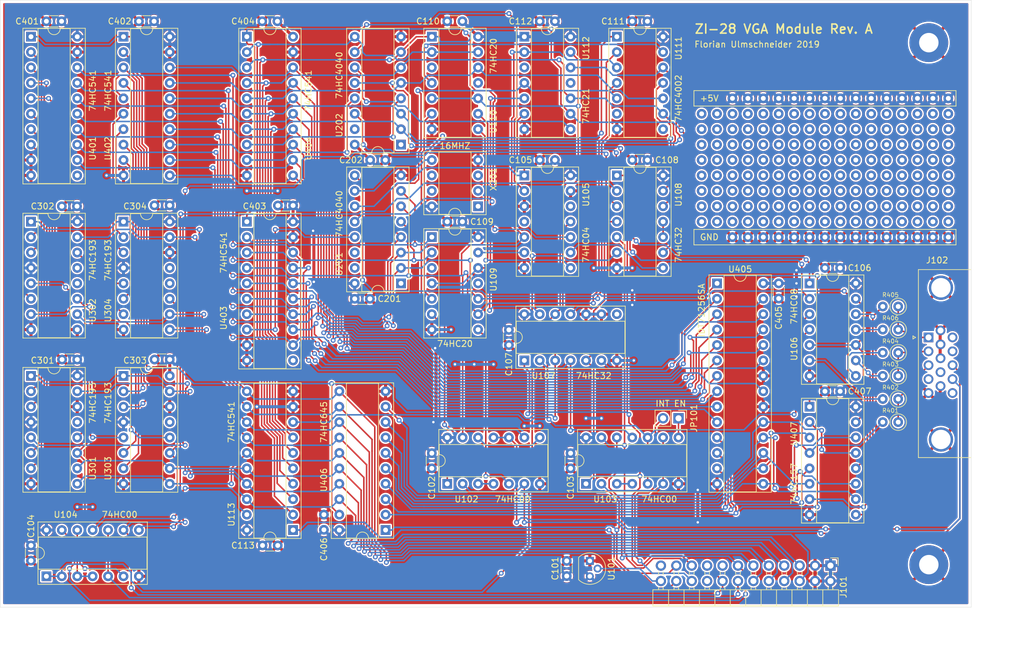
<source format=kicad_pcb>
(kicad_pcb (version 20171130) (host pcbnew 5.1.2)
  (layers (0 F.Cu signal) (31 B.Cu signal) (34 B.Paste user) (35 F.Paste user) (36 B.SilkS user) (37 F.SilkS user) (38 B.Mask user) (39 F.Mask user) (44 Edge.Cuts user))
  (net 0 "")
  (net 1 +5V)
  (net 2 GND)
  (net 3 ~IORQ)
  (net 4 /~YVIS)
  (net 5 ~INT)
  (net 6 /~HSYNC)
  (net 7 "Net-(U102-Pad5)")
  (net 8 /~VSYNC)
  (net 9 "Net-(U105-Pad6)")
  (net 10 "/Pixel Counters/H_RESET")
  (net 11 "/Pixel Counters/HCTR4")
  (net 12 "Net-(U105-Pad8)")
  (net 13 A2)
  (net 14 A1)
  (net 15 "/Pixel Counters/VCTR9")
  (net 16 "/Pixel Counters/VCTR8")
  (net 17 /VRAM/~XYVIS)
  (net 18 /VCTR4)
  (net 19 /VCTR2)
  (net 20 /VCTR1)
  (net 21 /~XVIS)
  (net 22 "/Pixel Counters/HCTR5")
  (net 23 "/Pixel Counters/HCTR3")
  (net 24 "/Pixel Counters/HCTR2")
  (net 25 "/Pixel Counters/HCTR1")
  (net 26 "/Pixel Counters/HCTR6")
  (net 27 D0)
  (net 28 D1)
  (net 29 /VCTR5)
  (net 30 D2)
  (net 31 D3)
  (net 32 /VCTR3)
  (net 33 D4)
  (net 34 D5)
  (net 35 D6)
  (net 36 /VCTR0)
  (net 37 D7)
  (net 38 ~RD)
  (net 39 "Net-(U201-Pad15)")
  (net 40 "Net-(U201-Pad14)")
  (net 41 "/Pixel Counters/HCTR7")
  (net 42 "Net-(U201-Pad10)")
  (net 43 "/Pixel Counters/HCTR0")
  (net 44 "Net-(U201-Pad1)")
  (net 45 "Net-(X201-Pad1)")
  (net 46 "Net-(J101-Pad24)")
  (net 47 "Net-(J101-Pad23)")
  (net 48 ~WR)
  (net 49 "Net-(J101-Pad18)")
  (net 50 "Net-(J101-Pad17)")
  (net 51 "Net-(J101-Pad15)")
  (net 52 A0)
  (net 53 "Net-(U102-Pad13)")
  (net 54 "Net-(U102-Pad12)")
  (net 55 "Net-(U102-Pad3)")
  (net 56 "Net-(U102-Pad9)")
  (net 57 "Net-(U102-Pad1)")
  (net 58 "Net-(U103-Pad2)")
  (net 59 "Net-(U103-Pad11)")
  (net 60 "Net-(U103-Pad3)")
  (net 61 "/Coordinate Registers/~XREG_LD")
  (net 62 "Net-(U104-Pad12)")
  (net 63 "/Coordinate Registers/~YREG_LD")
  (net 64 "Net-(U104-Pad1)")
  (net 65 "Net-(U104-Pad8)")
  (net 66 "Net-(U105-Pad4)")
  (net 67 "Net-(U105-Pad2)")
  (net 68 /VRAM/~VRAM_WR)
  (net 69 "/Pixel Counters/V_RESET")
  (net 70 "/Pixel Counters/VCTR7")
  (net 71 "/Pixel Counters/VCTR6")
  (net 72 "/Coordinate Registers/CREG6")
  (net 73 "/Coordinate Registers/CREG5")
  (net 74 "/Coordinate Registers/CREG4")
  (net 75 "/Coordinate Registers/CREG3")
  (net 76 "/Coordinate Registers/CREG2")
  (net 77 "/Coordinate Registers/CREG1")
  (net 78 "/Coordinate Registers/CREG0")
  (net 79 "/Coordinate Registers/CREG14")
  (net 80 "/Coordinate Registers/CREG13")
  (net 81 "/Coordinate Registers/CREG12")
  (net 82 "/Coordinate Registers/CREG11")
  (net 83 "/Coordinate Registers/CREG10")
  (net 84 "/Coordinate Registers/CREG9")
  (net 85 "/Coordinate Registers/CREG8")
  (net 86 "/Coordinate Registers/CREG7")
  (net 87 /VRAM/VRAM_D2)
  (net 88 /VRAM/VRAM_D1)
  (net 89 /VRAM/VRAM_D0)
  (net 90 /VRAM/VRAM_D7)
  (net 91 /VRAM/VRAM_D6)
  (net 92 /VRAM/VRAM_D5)
  (net 93 /VRAM/VRAM_D4)
  (net 94 /VRAM/VRAM_D3)
  (net 95 "Net-(J102-Pad15)")
  (net 96 "Net-(J102-Pad12)")
  (net 97 "Net-(J102-Pad11)")
  (net 98 "Net-(J102-Pad9)")
  (net 99 "Net-(J102-Pad4)")
  (net 100 /BLUE)
  (net 101 /GREEN)
  (net 102 /RED)
  (net 103 "Net-(R402-Pad2)")
  (net 104 "Net-(R405-Pad2)")
  (net 105 "Net-(R406-Pad2)")
  (net 106 "Net-(R401-Pad2)")
  (net 107 "Net-(R403-Pad2)")
  (net 108 "Net-(R404-Pad2)")
  (net 109 "Net-(U401-Pad11)")
  (net 110 "Net-(U403-Pad11)")
  (net 111 "Net-(U202-Pad15)")
  (net 112 "Net-(U202-Pad1)")
  (net 113 "Net-(U301-Pad13)")
  (net 114 "Net-(U301-Pad12)")
  (net 115 "Net-(U302-Pad14)")
  (net 116 "Net-(U302-Pad13)")
  (net 117 "Net-(U302-Pad12)")
  (net 118 "Net-(U303-Pad13)")
  (net 119 "Net-(U303-Pad12)")
  (net 120 "Net-(U304-Pad13)")
  (net 121 "Net-(U304-Pad12)")
  (net 122 /VRAM/VRAM_A0)
  (net 123 /VRAM/VRAM_A1)
  (net 124 /VRAM/VRAM_A2)
  (net 125 /VRAM/VRAM_A3)
  (net 126 /VRAM/VRAM_A4)
  (net 127 /VRAM/VRAM_A5)
  (net 128 /VRAM/VRAM_A6)
  (net 129 /VRAM/VRAM_A7)
  (net 130 /VRAM/VRAM_A8)
  (net 131 /VRAM/VRAM_A9)
  (net 132 /VRAM/VRAM_A10)
  (net 133 /VRAM/VRAM_A11)
  (net 134 /VRAM/VRAM_A12)
  (net 135 /VRAM/VRAM_A13)
  (net 136 /VRAM/VRAM_A14)
  (net 137 "Net-(U105-Pad9)")
  (net 138 /VRAM/~Z80_ACCESS)
  (net 139 /VRAM/~NORM)
  (net 140 "Net-(JP101-Pad1)")
  (net 141 "Net-(U105-Pad12)")
  (net 142 "Net-(U106-Pad10)")
  (net 143 "Net-(U107-Pad8)")
  (net 144 "Net-(U108-Pad10)")
  (net 145 "Net-(U108-Pad3)")
  (net 146 "Net-(U109-Pad5)")
  (net 147 "Net-(U110-Pad4)")
  (module Package_DIP:DIP-16_W7.62mm_Socket (layer F.Cu) (at 193.35 116.98)
    (fp_text reference U407 (at -2.54 4.445 90) (layer F.SilkS))
    (fp_text value 74HC157 (at -2.54 12.7 90) (layer F.SilkS))
    (pad 1 thru_hole rect (at 0 0) (size 1.6 1.6) (drill 0.8) (layers *.Cu *.Mask) (net 43 "/Pixel Counters/HCTR0"))
    (pad 9 thru_hole oval (at 7.62 17.78) (size 1.6 1.6) (drill 0.8) (layers *.Cu *.Mask) (net 104 "Net-(R405-Pad2)"))
    (pad 2 thru_hole oval (at 0 2.54) (size 1.6 1.6) (drill 0.8) (layers *.Cu *.Mask) (net 89 /VRAM/VRAM_D0))
    (pad 10 thru_hole oval (at 7.62 15.24) (size 1.6 1.6) (drill 0.8) (layers *.Cu *.Mask) (net 91 /VRAM/VRAM_D6))
    (pad 3 thru_hole oval (at 0 5.08) (size 1.6 1.6) (drill 0.8) (layers *.Cu *.Mask) (net 93 /VRAM/VRAM_D4))
    (pad 11 thru_hole oval (at 7.62 12.7) (size 1.6 1.6) (drill 0.8) (layers *.Cu *.Mask) (net 87 /VRAM/VRAM_D2))
    (pad 4 thru_hole oval (at 0 7.62) (size 1.6 1.6) (drill 0.8) (layers *.Cu *.Mask) (net 106 "Net-(R401-Pad2)"))
    (pad 12 thru_hole oval (at 7.62 10.16) (size 1.6 1.6) (drill 0.8) (layers *.Cu *.Mask) (net 142 "Net-(U106-Pad10)"))
    (pad 5 thru_hole oval (at 0 10.16) (size 1.6 1.6) (drill 0.8) (layers *.Cu *.Mask) (net 88 /VRAM/VRAM_D1))
    (pad 13 thru_hole oval (at 7.62 7.62) (size 1.6 1.6) (drill 0.8) (layers *.Cu *.Mask) (net 90 /VRAM/VRAM_D7))
    (pad 6 thru_hole oval (at 0 12.7) (size 1.6 1.6) (drill 0.8) (layers *.Cu *.Mask) (net 92 /VRAM/VRAM_D5))
    (pad 14 thru_hole oval (at 7.62 5.08) (size 1.6 1.6) (drill 0.8) (layers *.Cu *.Mask) (net 94 /VRAM/VRAM_D3))
    (pad 7 thru_hole oval (at 0 15.24) (size 1.6 1.6) (drill 0.8) (layers *.Cu *.Mask) (net 107 "Net-(R403-Pad2)"))
    (pad 15 thru_hole oval (at 7.62 2.54) (size 1.6 1.6) (drill 0.8) (layers *.Cu *.Mask) (net 17 /VRAM/~XYVIS))
    (pad 8 thru_hole oval (at 0 17.78) (size 1.6 1.6) (drill 0.8) (layers *.Cu *.Mask) (net 2 GND))
    (pad 16 thru_hole oval (at 7.62 0) (size 1.6 1.6) (drill 0.8) (layers *.Cu *.Mask) (net 1 +5V))
  )
  (module Connector_PinHeader_2.54mm:PinHeader_2x12_P2.54mm_Horizontal (layer F.Cu) (at 196.8 143.16 270)
    (fp_text reference J101 (at 3.538 -2.138 270) (layer F.SilkS))
    (fp_text value Conn_02x12_Male)
    (pad 24 thru_hole oval (at 2.54 27.94 270) (size 1.7 1.7) (drill 1) (layers *.Cu *.Mask) (net 46 "Net-(J101-Pad24)"))
    (pad 23 thru_hole oval (at 0 27.94 270) (size 1.7 1.7) (drill 1) (layers *.Cu *.Mask) (net 47 "Net-(J101-Pad23)"))
    (pad 22 thru_hole oval (at 2.54 25.4 270) (size 1.7 1.7) (drill 1) (layers *.Cu *.Mask) (net 38 ~RD))
    (pad 21 thru_hole oval (at 0 25.4 270) (size 1.7 1.7) (drill 1) (layers *.Cu *.Mask) (net 48 ~WR))
    (pad 20 thru_hole oval (at 2.54 22.86 270) (size 1.7 1.7) (drill 1) (layers *.Cu *.Mask) (net 5 ~INT))
    (pad 19 thru_hole oval (at 0 22.86 270) (size 1.7 1.7) (drill 1) (layers *.Cu *.Mask) (net 3 ~IORQ))
    (pad 18 thru_hole oval (at 2.54 20.32 270) (size 1.7 1.7) (drill 1) (layers *.Cu *.Mask) (net 49 "Net-(J101-Pad18)"))
    (pad 17 thru_hole oval (at 0 20.32 270) (size 1.7 1.7) (drill 1) (layers *.Cu *.Mask) (net 50 "Net-(J101-Pad17)"))
    (pad 16 thru_hole oval (at 2.54 17.78 270) (size 1.7 1.7) (drill 1) (layers *.Cu *.Mask) (net 13 A2))
    (pad 15 thru_hole oval (at 0 17.78 270) (size 1.7 1.7) (drill 1) (layers *.Cu *.Mask) (net 51 "Net-(J101-Pad15)"))
    (pad 14 thru_hole oval (at 2.54 15.24 270) (size 1.7 1.7) (drill 1) (layers *.Cu *.Mask) (net 52 A0))
    (pad 13 thru_hole oval (at 0 15.24 270) (size 1.7 1.7) (drill 1) (layers *.Cu *.Mask) (net 14 A1))
    (pad 12 thru_hole oval (at 2.54 12.7 270) (size 1.7 1.7) (drill 1) (layers *.Cu *.Mask) (net 35 D6))
    (pad 11 thru_hole oval (at 0 12.7 270) (size 1.7 1.7) (drill 1) (layers *.Cu *.Mask) (net 37 D7))
    (pad 10 thru_hole oval (at 2.54 10.16 270) (size 1.7 1.7) (drill 1) (layers *.Cu *.Mask) (net 33 D4))
    (pad 9 thru_hole oval (at 0 10.16 270) (size 1.7 1.7) (drill 1) (layers *.Cu *.Mask) (net 34 D5))
    (pad 8 thru_hole oval (at 2.54 7.62 270) (size 1.7 1.7) (drill 1) (layers *.Cu *.Mask) (net 30 D2))
    (pad 7 thru_hole oval (at 0 7.62 270) (size 1.7 1.7) (drill 1) (layers *.Cu *.Mask) (net 31 D3))
    (pad 6 thru_hole oval (at 2.54 5.08 270) (size 1.7 1.7) (drill 1) (layers *.Cu *.Mask) (net 27 D0))
    (pad 5 thru_hole oval (at 0 5.08 270) (size 1.7 1.7) (drill 1) (layers *.Cu *.Mask) (net 28 D1))
    (pad 4 thru_hole oval (at 2.54 2.54 270) (size 1.7 1.7) (drill 1) (layers *.Cu *.Mask) (net 2 GND))
    (pad 3 thru_hole oval (at 0 2.54 270) (size 1.7 1.7) (drill 1) (layers *.Cu *.Mask) (net 2 GND))
    (pad 2 thru_hole oval (at 2.54 0 270) (size 1.7 1.7) (drill 1) (layers *.Cu *.Mask) (net 1 +5V))
    (pad 1 thru_hole rect (at 0 0 270) (size 1.7 1.7) (drill 1) (layers *.Cu *.Mask) (net 1 +5V))
  )
  (module Connector_PinHeader_2.54mm:PinHeader_1x02_P2.54mm_Vertical (layer F.Cu) (at 171.76 118.885 270)
    (fp_text reference JP101 (at 0 -2.54 90) (layer F.SilkS))
    (fp_text value Jumper_2_Bridged)
    (pad 2 thru_hole oval (at 0 2.54 270) (size 1.7 1.7) (drill 1) (layers *.Cu *.Mask) (net 5 ~INT))
    (pad 1 thru_hole rect (at 0 0 270) (size 1.7 1.7) (drill 1) (layers *.Cu *.Mask) (net 140 "Net-(JP101-Pad1)"))
  )
  (module Package_DIP:DIP-14_W7.62mm_Socket (layer F.Cu) (at 156.52 129.68 90)
    (fp_text reference U103 (at -2.54 3.175 180) (layer F.SilkS))
    (fp_text value 74HC00 (at -2.54 12.065 180) (layer F.SilkS))
    (pad 14 thru_hole oval (at 7.62 0 90) (size 1.6 1.6) (drill 0.8) (layers *.Cu *.Mask) (net 1 +5V))
    (pad 7 thru_hole oval (at 0 15.24 90) (size 1.6 1.6) (drill 0.8) (layers *.Cu *.Mask) (net 2 GND))
    (pad 13 thru_hole oval (at 7.62 2.54 90) (size 1.6 1.6) (drill 0.8) (layers *.Cu *.Mask) (net 13 A2))
    (pad 6 thru_hole oval (at 0 12.7 90) (size 1.6 1.6) (drill 0.8) (layers *.Cu *.Mask) (net 58 "Net-(U103-Pad2)"))
    (pad 12 thru_hole oval (at 7.62 5.08 90) (size 1.6 1.6) (drill 0.8) (layers *.Cu *.Mask) (net 14 A1))
    (pad 5 thru_hole oval (at 0 10.16 90) (size 1.6 1.6) (drill 0.8) (layers *.Cu *.Mask) (net 4 /~YVIS))
    (pad 11 thru_hole oval (at 7.62 7.62 90) (size 1.6 1.6) (drill 0.8) (layers *.Cu *.Mask) (net 59 "Net-(U103-Pad11)"))
    (pad 4 thru_hole oval (at 0 7.62 90) (size 1.6 1.6) (drill 0.8) (layers *.Cu *.Mask) (net 60 "Net-(U103-Pad3)"))
    (pad 10 thru_hole oval (at 7.62 10.16 90) (size 1.6 1.6) (drill 0.8) (layers *.Cu *.Mask) (net 4 /~YVIS))
    (pad 3 thru_hole oval (at 0 5.08 90) (size 1.6 1.6) (drill 0.8) (layers *.Cu *.Mask) (net 60 "Net-(U103-Pad3)"))
    (pad 9 thru_hole oval (at 7.62 12.7 90) (size 1.6 1.6) (drill 0.8) (layers *.Cu *.Mask) (net 58 "Net-(U103-Pad2)"))
    (pad 2 thru_hole oval (at 0 2.54 90) (size 1.6 1.6) (drill 0.8) (layers *.Cu *.Mask) (net 58 "Net-(U103-Pad2)"))
    (pad 8 thru_hole oval (at 7.62 15.24 90) (size 1.6 1.6) (drill 0.8) (layers *.Cu *.Mask) (net 140 "Net-(JP101-Pad1)"))
    (pad 1 thru_hole rect (at 0 0 90) (size 1.6 1.6) (drill 0.8) (layers *.Cu *.Mask) (net 3 ~IORQ))
  )
  (module zi28:Proto-Pad (layer F.Cu) (at 213.67 89.04)
    (fp_text reference REF** hide)
    (fp_text value Proto-Pad hide)
    (pad 1 thru_hole circle (at 0 0) (size 1.6 1.6) (drill 0.8) (layers *.Cu *.Mask) (net 2 GND))
  )
  (module zi28:Proto-Pad (layer F.Cu) (at 211.13 89.04)
    (fp_text reference REF** hide)
    (fp_text value Proto-Pad hide)
    (pad 1 thru_hole circle (at 0 0) (size 1.6 1.6) (drill 0.8) (layers *.Cu *.Mask) (net 2 GND))
  )
  (module zi28:Proto-Pad (layer F.Cu) (at 216.21 89.04)
    (fp_text reference REF** hide)
    (fp_text value Proto-Pad hide)
    (pad 1 thru_hole circle (at 0 0) (size 1.6 1.6) (drill 0.8) (layers *.Cu *.Mask) (net 2 GND))
  )
  (module zi28:Proto-Pad (layer F.Cu) (at 206.05 89.04)
    (fp_text reference REF** hide)
    (fp_text value Proto-Pad hide)
    (pad 1 thru_hole circle (at 0 0) (size 1.6 1.6) (drill 0.8) (layers *.Cu *.Mask) (net 2 GND))
  )
  (module zi28:Proto-Pad (layer F.Cu) (at 203.51 89.04)
    (fp_text reference REF** hide)
    (fp_text value Proto-Pad hide)
    (pad 1 thru_hole circle (at 0 0) (size 1.6 1.6) (drill 0.8) (layers *.Cu *.Mask) (net 2 GND))
  )
  (module zi28:Proto-Pad (layer F.Cu) (at 208.59 89.04)
    (fp_text reference REF** hide)
    (fp_text value Proto-Pad hide)
    (pad 1 thru_hole circle (at 0 0) (size 1.6 1.6) (drill 0.8) (layers *.Cu *.Mask) (net 2 GND))
  )
  (module zi28:Proto-Pad (layer F.Cu) (at 200.97 89.04)
    (fp_text reference REF** hide)
    (fp_text value Proto-Pad hide)
    (pad 1 thru_hole circle (at 0 0) (size 1.6 1.6) (drill 0.8) (layers *.Cu *.Mask) (net 2 GND))
  )
  (module zi28:Proto-Pad (layer F.Cu) (at 193.35 89.04)
    (fp_text reference REF** hide)
    (fp_text value Proto-Pad hide)
    (pad 1 thru_hole circle (at 0 0) (size 1.6 1.6) (drill 0.8) (layers *.Cu *.Mask) (net 2 GND))
  )
  (module zi28:Proto-Pad (layer F.Cu) (at 198.43 89.04)
    (fp_text reference REF** hide)
    (fp_text value Proto-Pad hide)
    (pad 1 thru_hole circle (at 0 0) (size 1.6 1.6) (drill 0.8) (layers *.Cu *.Mask) (net 2 GND))
  )
  (module zi28:Proto-Pad (layer F.Cu) (at 195.89 89.04)
    (fp_text reference REF** hide)
    (fp_text value Proto-Pad hide)
    (pad 1 thru_hole circle (at 0 0) (size 1.6 1.6) (drill 0.8) (layers *.Cu *.Mask) (net 2 GND))
  )
  (module zi28:Proto-Pad (layer F.Cu) (at 190.81 89.04)
    (fp_text reference REF** hide)
    (fp_text value Proto-Pad hide)
    (pad 1 thru_hole circle (at 0 0) (size 1.6 1.6) (drill 0.8) (layers *.Cu *.Mask) (net 2 GND))
  )
  (module zi28:Proto-Pad (layer F.Cu) (at 188.27 89.04)
    (fp_text reference REF** hide)
    (fp_text value Proto-Pad hide)
    (pad 1 thru_hole circle (at 0 0) (size 1.6 1.6) (drill 0.8) (layers *.Cu *.Mask) (net 2 GND))
  )
  (module zi28:Proto-Pad (layer F.Cu) (at 185.73 89.04)
    (fp_text reference REF** hide)
    (fp_text value Proto-Pad hide)
    (pad 1 thru_hole circle (at 0 0) (size 1.6 1.6) (drill 0.8) (layers *.Cu *.Mask) (net 2 GND))
  )
  (module zi28:Proto-Pad (layer F.Cu) (at 183.19 89.04)
    (fp_text reference REF** hide)
    (fp_text value Proto-Pad hide)
    (pad 1 thru_hole circle (at 0 0) (size 1.6 1.6) (drill 0.8) (layers *.Cu *.Mask) (net 2 GND))
  )
  (module zi28:Proto-Pad (layer F.Cu) (at 211.13 66.18)
    (fp_text reference REF** hide)
    (fp_text value Proto-Pad hide)
    (pad 1 thru_hole circle (at 0 0) (size 1.6 1.6) (drill 0.8) (layers *.Cu *.Mask) (net 1 +5V))
  )
  (module zi28:Proto-Pad (layer F.Cu) (at 208.59 66.18)
    (fp_text reference REF** hide)
    (fp_text value Proto-Pad hide)
    (pad 1 thru_hole circle (at 0 0) (size 1.6 1.6) (drill 0.8) (layers *.Cu *.Mask) (net 1 +5V))
  )
  (module zi28:Proto-Pad (layer F.Cu) (at 206.05 66.18)
    (fp_text reference REF** hide)
    (fp_text value Proto-Pad hide)
    (pad 1 thru_hole circle (at 0 0) (size 1.6 1.6) (drill 0.8) (layers *.Cu *.Mask) (net 1 +5V))
  )
  (module zi28:Proto-Pad (layer F.Cu) (at 216.21 66.18)
    (fp_text reference REF** hide)
    (fp_text value Proto-Pad hide)
    (pad 1 thru_hole circle (at 0 0) (size 1.6 1.6) (drill 0.8) (layers *.Cu *.Mask) (net 1 +5V))
  )
  (module zi28:Proto-Pad (layer F.Cu) (at 213.67 66.18)
    (fp_text reference REF** hide)
    (fp_text value Proto-Pad hide)
    (pad 1 thru_hole circle (at 0 0) (size 1.6 1.6) (drill 0.8) (layers *.Cu *.Mask) (net 1 +5V))
  )
  (module zi28:Proto-Pad (layer F.Cu) (at 198.43 66.18)
    (fp_text reference REF** hide)
    (fp_text value Proto-Pad hide)
    (pad 1 thru_hole circle (at 0 0) (size 1.6 1.6) (drill 0.8) (layers *.Cu *.Mask) (net 1 +5V))
  )
  (module zi28:Proto-Pad (layer F.Cu) (at 195.89 66.18)
    (fp_text reference REF** hide)
    (fp_text value Proto-Pad hide)
    (pad 1 thru_hole circle (at 0 0) (size 1.6 1.6) (drill 0.8) (layers *.Cu *.Mask) (net 1 +5V))
  )
  (module zi28:Proto-Pad (layer F.Cu) (at 200.97 66.18)
    (fp_text reference REF** hide)
    (fp_text value Proto-Pad hide)
    (pad 1 thru_hole circle (at 0 0) (size 1.6 1.6) (drill 0.8) (layers *.Cu *.Mask) (net 1 +5V))
  )
  (module zi28:Proto-Pad (layer F.Cu) (at 203.51 66.18)
    (fp_text reference REF** hide)
    (fp_text value Proto-Pad hide)
    (pad 1 thru_hole circle (at 0 0) (size 1.6 1.6) (drill 0.8) (layers *.Cu *.Mask) (net 1 +5V))
  )
  (module zi28:Proto-Pad (layer F.Cu) (at 193.35 66.18)
    (fp_text reference REF** hide)
    (fp_text value Proto-Pad hide)
    (pad 1 thru_hole circle (at 0 0) (size 1.6 1.6) (drill 0.8) (layers *.Cu *.Mask) (net 1 +5V))
  )
  (module zi28:Proto-Pad (layer F.Cu) (at 190.81 66.18)
    (fp_text reference REF** hide)
    (fp_text value Proto-Pad hide)
    (pad 1 thru_hole circle (at 0 0) (size 1.6 1.6) (drill 0.8) (layers *.Cu *.Mask) (net 1 +5V))
  )
  (module zi28:Proto-Pad (layer F.Cu) (at 188.27 66.18)
    (fp_text reference REF** hide)
    (fp_text value Proto-Pad hide)
    (pad 1 thru_hole circle (at 0 0) (size 1.6 1.6) (drill 0.8) (layers *.Cu *.Mask) (net 1 +5V))
  )
  (module zi28:Proto-Pad (layer F.Cu) (at 185.73 66.18)
    (fp_text reference REF** hide)
    (fp_text value Proto-Pad hide)
    (pad 1 thru_hole circle (at 0 0) (size 1.6 1.6) (drill 0.8) (layers *.Cu *.Mask) (net 1 +5V))
  )
  (module zi28:Proto-Pad (layer F.Cu) (at 183.19 66.18)
    (fp_text reference REF** hide)
    (fp_text value Proto-Pad hide)
    (pad 1 thru_hole circle (at 0 0) (size 1.6 1.6) (drill 0.8) (layers *.Cu *.Mask) (net 1 +5V))
  )
  (module zi28:Proto-Pad (layer F.Cu) (at 180.65 66.18)
    (fp_text reference REF** hide)
    (fp_text value Proto-Pad hide)
    (pad 1 thru_hole circle (at 0 0) (size 1.6 1.6) (drill 0.8) (layers *.Cu *.Mask) (net 1 +5V))
  )
  (module zi28:Proto-Pad (layer F.Cu) (at 175.57 68.72)
    (fp_text reference REF** hide)
    (fp_text value Proto-Pad hide)
    (pad 1 thru_hole circle (at 0 0) (size 1.6 1.6) (drill 0.8) (layers *.Cu *.Mask))
  )
  (module zi28:Proto-Pad (layer F.Cu) (at 175.57 71.26)
    (fp_text reference REF** hide)
    (fp_text value Proto-Pad hide)
    (pad 1 thru_hole circle (at 0 0) (size 1.6 1.6) (drill 0.8) (layers *.Cu *.Mask))
  )
  (module zi28:Proto-Pad (layer F.Cu) (at 175.57 78.88)
    (fp_text reference REF** hide)
    (fp_text value Proto-Pad hide)
    (pad 1 thru_hole circle (at 0 0) (size 1.6 1.6) (drill 0.8) (layers *.Cu *.Mask))
  )
  (module zi28:Proto-Pad (layer F.Cu) (at 175.57 81.42)
    (fp_text reference REF** hide)
    (fp_text value Proto-Pad hide)
    (pad 1 thru_hole circle (at 0 0) (size 1.6 1.6) (drill 0.8) (layers *.Cu *.Mask))
  )
  (module zi28:Proto-Pad (layer F.Cu) (at 175.57 73.8)
    (fp_text reference REF** hide)
    (fp_text value Proto-Pad hide)
    (pad 1 thru_hole circle (at 0 0) (size 1.6 1.6) (drill 0.8) (layers *.Cu *.Mask))
  )
  (module zi28:Proto-Pad (layer F.Cu) (at 175.57 76.34)
    (fp_text reference REF** hide)
    (fp_text value Proto-Pad hide)
    (pad 1 thru_hole circle (at 0 0) (size 1.6 1.6) (drill 0.8) (layers *.Cu *.Mask))
  )
  (module zi28:Proto-Pad (layer F.Cu) (at 175.57 83.96)
    (fp_text reference REF** hide)
    (fp_text value Proto-Pad hide)
    (pad 1 thru_hole circle (at 0 0) (size 1.6 1.6) (drill 0.8) (layers *.Cu *.Mask))
  )
  (module zi28:Proto-Pad (layer F.Cu) (at 175.57 86.5)
    (fp_text reference REF** hide)
    (fp_text value Proto-Pad hide)
    (pad 1 thru_hole circle (at 0 0) (size 1.6 1.6) (drill 0.8) (layers *.Cu *.Mask))
  )
  (module zi28:Proto-Pad (layer F.Cu) (at 178.11 68.72)
    (fp_text reference REF** hide)
    (fp_text value Proto-Pad hide)
    (pad 1 thru_hole circle (at 0 0) (size 1.6 1.6) (drill 0.8) (layers *.Cu *.Mask))
  )
  (module zi28:Proto-Pad (layer F.Cu) (at 178.11 71.26)
    (fp_text reference REF** hide)
    (fp_text value Proto-Pad hide)
    (pad 1 thru_hole circle (at 0 0) (size 1.6 1.6) (drill 0.8) (layers *.Cu *.Mask))
  )
  (module zi28:Proto-Pad (layer F.Cu) (at 178.11 78.88)
    (fp_text reference REF** hide)
    (fp_text value Proto-Pad hide)
    (pad 1 thru_hole circle (at 0 0) (size 1.6 1.6) (drill 0.8) (layers *.Cu *.Mask))
  )
  (module zi28:Proto-Pad (layer F.Cu) (at 178.11 81.42)
    (fp_text reference REF** hide)
    (fp_text value Proto-Pad hide)
    (pad 1 thru_hole circle (at 0 0) (size 1.6 1.6) (drill 0.8) (layers *.Cu *.Mask))
  )
  (module zi28:Proto-Pad (layer F.Cu) (at 178.11 73.8)
    (fp_text reference REF** hide)
    (fp_text value Proto-Pad hide)
    (pad 1 thru_hole circle (at 0 0) (size 1.6 1.6) (drill 0.8) (layers *.Cu *.Mask))
  )
  (module zi28:Proto-Pad (layer F.Cu) (at 178.11 76.34)
    (fp_text reference REF** hide)
    (fp_text value Proto-Pad hide)
    (pad 1 thru_hole circle (at 0 0) (size 1.6 1.6) (drill 0.8) (layers *.Cu *.Mask))
  )
  (module zi28:Proto-Pad (layer F.Cu) (at 178.11 83.96)
    (fp_text reference REF** hide)
    (fp_text value Proto-Pad hide)
    (pad 1 thru_hole circle (at 0 0) (size 1.6 1.6) (drill 0.8) (layers *.Cu *.Mask))
  )
  (module zi28:Proto-Pad (layer F.Cu) (at 178.11 86.5)
    (fp_text reference REF** hide)
    (fp_text value Proto-Pad hide)
    (pad 1 thru_hole circle (at 0 0) (size 1.6 1.6) (drill 0.8) (layers *.Cu *.Mask))
  )
  (module zi28:Proto-Pad (layer F.Cu) (at 180.65 68.72)
    (fp_text reference REF** hide)
    (fp_text value Proto-Pad hide)
    (pad 1 thru_hole circle (at 0 0) (size 1.6 1.6) (drill 0.8) (layers *.Cu *.Mask))
  )
  (module zi28:Proto-Pad (layer F.Cu) (at 180.65 71.26)
    (fp_text reference REF** hide)
    (fp_text value Proto-Pad hide)
    (pad 1 thru_hole circle (at 0 0) (size 1.6 1.6) (drill 0.8) (layers *.Cu *.Mask))
  )
  (module zi28:Proto-Pad (layer F.Cu) (at 180.65 78.88)
    (fp_text reference REF** hide)
    (fp_text value Proto-Pad hide)
    (pad 1 thru_hole circle (at 0 0) (size 1.6 1.6) (drill 0.8) (layers *.Cu *.Mask))
  )
  (module zi28:Proto-Pad (layer F.Cu) (at 180.65 81.42)
    (fp_text reference REF** hide)
    (fp_text value Proto-Pad hide)
    (pad 1 thru_hole circle (at 0 0) (size 1.6 1.6) (drill 0.8) (layers *.Cu *.Mask))
  )
  (module zi28:Proto-Pad (layer F.Cu) (at 180.65 89.04)
    (fp_text reference REF** hide)
    (fp_text value Proto-Pad hide)
    (pad 1 thru_hole circle (at 0 0) (size 1.6 1.6) (drill 0.8) (layers *.Cu *.Mask) (net 2 GND))
  )
  (module zi28:Proto-Pad (layer F.Cu) (at 180.65 73.8)
    (fp_text reference REF** hide)
    (fp_text value Proto-Pad hide)
    (pad 1 thru_hole circle (at 0 0) (size 1.6 1.6) (drill 0.8) (layers *.Cu *.Mask))
  )
  (module zi28:Proto-Pad (layer F.Cu) (at 180.65 76.34)
    (fp_text reference REF** hide)
    (fp_text value Proto-Pad hide)
    (pad 1 thru_hole circle (at 0 0) (size 1.6 1.6) (drill 0.8) (layers *.Cu *.Mask))
  )
  (module zi28:Proto-Pad (layer F.Cu) (at 180.65 83.96)
    (fp_text reference REF** hide)
    (fp_text value Proto-Pad hide)
    (pad 1 thru_hole circle (at 0 0) (size 1.6 1.6) (drill 0.8) (layers *.Cu *.Mask))
  )
  (module zi28:Proto-Pad (layer F.Cu) (at 180.65 86.5)
    (fp_text reference REF** hide)
    (fp_text value Proto-Pad hide)
    (pad 1 thru_hole circle (at 0 0) (size 1.6 1.6) (drill 0.8) (layers *.Cu *.Mask))
  )
  (module zi28:Proto-Pad (layer F.Cu) (at 183.19 68.72)
    (fp_text reference REF** hide)
    (fp_text value Proto-Pad hide)
    (pad 1 thru_hole circle (at 0 0) (size 1.6 1.6) (drill 0.8) (layers *.Cu *.Mask))
  )
  (module zi28:Proto-Pad (layer F.Cu) (at 183.19 71.26)
    (fp_text reference REF** hide)
    (fp_text value Proto-Pad hide)
    (pad 1 thru_hole circle (at 0 0) (size 1.6 1.6) (drill 0.8) (layers *.Cu *.Mask))
  )
  (module zi28:Proto-Pad (layer F.Cu) (at 183.19 78.88)
    (fp_text reference REF** hide)
    (fp_text value Proto-Pad hide)
    (pad 1 thru_hole circle (at 0 0) (size 1.6 1.6) (drill 0.8) (layers *.Cu *.Mask))
  )
  (module zi28:Proto-Pad (layer F.Cu) (at 183.19 81.42)
    (fp_text reference REF** hide)
    (fp_text value Proto-Pad hide)
    (pad 1 thru_hole circle (at 0 0) (size 1.6 1.6) (drill 0.8) (layers *.Cu *.Mask))
  )
  (module zi28:Proto-Pad (layer F.Cu) (at 183.19 73.8)
    (fp_text reference REF** hide)
    (fp_text value Proto-Pad hide)
    (pad 1 thru_hole circle (at 0 0) (size 1.6 1.6) (drill 0.8) (layers *.Cu *.Mask))
  )
  (module zi28:Proto-Pad (layer F.Cu) (at 183.19 76.34)
    (fp_text reference REF** hide)
    (fp_text value Proto-Pad hide)
    (pad 1 thru_hole circle (at 0 0) (size 1.6 1.6) (drill 0.8) (layers *.Cu *.Mask))
  )
  (module zi28:Proto-Pad (layer F.Cu) (at 183.19 83.96)
    (fp_text reference REF** hide)
    (fp_text value Proto-Pad hide)
    (pad 1 thru_hole circle (at 0 0) (size 1.6 1.6) (drill 0.8) (layers *.Cu *.Mask))
  )
  (module zi28:Proto-Pad (layer F.Cu) (at 183.19 86.5)
    (fp_text reference REF** hide)
    (fp_text value Proto-Pad hide)
    (pad 1 thru_hole circle (at 0 0) (size 1.6 1.6) (drill 0.8) (layers *.Cu *.Mask))
  )
  (module zi28:Proto-Pad (layer F.Cu) (at 185.73 68.72)
    (fp_text reference REF** hide)
    (fp_text value Proto-Pad hide)
    (pad 1 thru_hole circle (at 0 0) (size 1.6 1.6) (drill 0.8) (layers *.Cu *.Mask))
  )
  (module zi28:Proto-Pad (layer F.Cu) (at 185.73 71.26)
    (fp_text reference REF** hide)
    (fp_text value Proto-Pad hide)
    (pad 1 thru_hole circle (at 0 0) (size 1.6 1.6) (drill 0.8) (layers *.Cu *.Mask))
  )
  (module zi28:Proto-Pad (layer F.Cu) (at 185.73 78.88)
    (fp_text reference REF** hide)
    (fp_text value Proto-Pad hide)
    (pad 1 thru_hole circle (at 0 0) (size 1.6 1.6) (drill 0.8) (layers *.Cu *.Mask))
  )
  (module zi28:Proto-Pad (layer F.Cu) (at 185.73 81.42)
    (fp_text reference REF** hide)
    (fp_text value Proto-Pad hide)
    (pad 1 thru_hole circle (at 0 0) (size 1.6 1.6) (drill 0.8) (layers *.Cu *.Mask))
  )
  (module zi28:Proto-Pad (layer F.Cu) (at 185.73 73.8)
    (fp_text reference REF** hide)
    (fp_text value Proto-Pad hide)
    (pad 1 thru_hole circle (at 0 0) (size 1.6 1.6) (drill 0.8) (layers *.Cu *.Mask))
  )
  (module zi28:Proto-Pad (layer F.Cu) (at 185.73 76.34)
    (fp_text reference REF** hide)
    (fp_text value Proto-Pad hide)
    (pad 1 thru_hole circle (at 0 0) (size 1.6 1.6) (drill 0.8) (layers *.Cu *.Mask))
  )
  (module zi28:Proto-Pad (layer F.Cu) (at 185.73 83.96)
    (fp_text reference REF** hide)
    (fp_text value Proto-Pad hide)
    (pad 1 thru_hole circle (at 0 0) (size 1.6 1.6) (drill 0.8) (layers *.Cu *.Mask))
  )
  (module zi28:Proto-Pad (layer F.Cu) (at 185.73 86.5)
    (fp_text reference REF** hide)
    (fp_text value Proto-Pad hide)
    (pad 1 thru_hole circle (at 0 0) (size 1.6 1.6) (drill 0.8) (layers *.Cu *.Mask))
  )
  (module zi28:Proto-Pad (layer F.Cu) (at 188.27 68.72)
    (fp_text reference REF** hide)
    (fp_text value Proto-Pad hide)
    (pad 1 thru_hole circle (at 0 0) (size 1.6 1.6) (drill 0.8) (layers *.Cu *.Mask))
  )
  (module zi28:Proto-Pad (layer F.Cu) (at 188.27 71.26)
    (fp_text reference REF** hide)
    (fp_text value Proto-Pad hide)
    (pad 1 thru_hole circle (at 0 0) (size 1.6 1.6) (drill 0.8) (layers *.Cu *.Mask))
  )
  (module zi28:Proto-Pad (layer F.Cu) (at 188.27 78.88)
    (fp_text reference REF** hide)
    (fp_text value Proto-Pad hide)
    (pad 1 thru_hole circle (at 0 0) (size 1.6 1.6) (drill 0.8) (layers *.Cu *.Mask))
  )
  (module zi28:Proto-Pad (layer F.Cu) (at 188.27 81.42)
    (fp_text reference REF** hide)
    (fp_text value Proto-Pad hide)
    (pad 1 thru_hole circle (at 0 0) (size 1.6 1.6) (drill 0.8) (layers *.Cu *.Mask))
  )
  (module zi28:Proto-Pad (layer F.Cu) (at 188.27 73.8)
    (fp_text reference REF** hide)
    (fp_text value Proto-Pad hide)
    (pad 1 thru_hole circle (at 0 0) (size 1.6 1.6) (drill 0.8) (layers *.Cu *.Mask))
  )
  (module zi28:Proto-Pad (layer F.Cu) (at 188.27 76.34)
    (fp_text reference REF** hide)
    (fp_text value Proto-Pad hide)
    (pad 1 thru_hole circle (at 0 0) (size 1.6 1.6) (drill 0.8) (layers *.Cu *.Mask))
  )
  (module zi28:Proto-Pad (layer F.Cu) (at 188.27 83.96)
    (fp_text reference REF** hide)
    (fp_text value Proto-Pad hide)
    (pad 1 thru_hole circle (at 0 0) (size 1.6 1.6) (drill 0.8) (layers *.Cu *.Mask))
  )
  (module zi28:Proto-Pad (layer F.Cu) (at 188.27 86.5)
    (fp_text reference REF** hide)
    (fp_text value Proto-Pad hide)
    (pad 1 thru_hole circle (at 0 0) (size 1.6 1.6) (drill 0.8) (layers *.Cu *.Mask))
  )
  (module Package_DIP:DIP-14_W7.62mm_Socket (layer F.Cu) (at 146.36 109.36 90)
    (fp_text reference U107 (at -2.54 3.175 180) (layer F.SilkS))
    (fp_text value 74HC32 (at -2.54 11.43 180) (layer F.SilkS))
    (pad 14 thru_hole oval (at 7.62 0 90) (size 1.6 1.6) (drill 0.8) (layers *.Cu *.Mask) (net 1 +5V))
    (pad 7 thru_hole oval (at 0 15.24 90) (size 1.6 1.6) (drill 0.8) (layers *.Cu *.Mask) (net 2 GND))
    (pad 13 thru_hole oval (at 7.62 2.54 90) (size 1.6 1.6) (drill 0.8) (layers *.Cu *.Mask) (net 21 /~XVIS))
    (pad 6 thru_hole oval (at 0 12.7 90) (size 1.6 1.6) (drill 0.8) (layers *.Cu *.Mask) (net 68 /VRAM/~VRAM_WR))
    (pad 12 thru_hole oval (at 7.62 5.08 90) (size 1.6 1.6) (drill 0.8) (layers *.Cu *.Mask) (net 4 /~YVIS))
    (pad 5 thru_hole oval (at 0 10.16 90) (size 1.6 1.6) (drill 0.8) (layers *.Cu *.Mask) (net 48 ~WR))
    (pad 11 thru_hole oval (at 7.62 7.62 90) (size 1.6 1.6) (drill 0.8) (layers *.Cu *.Mask) (net 17 /VRAM/~XYVIS))
    (pad 4 thru_hole oval (at 0 7.62 90) (size 1.6 1.6) (drill 0.8) (layers *.Cu *.Mask) (net 59 "Net-(U103-Pad11)"))
    (pad 10 thru_hole oval (at 7.62 10.16 90) (size 1.6 1.6) (drill 0.8) (layers *.Cu *.Mask) (net 2 GND))
    (pad 3 thru_hole oval (at 0 5.08 90) (size 1.6 1.6) (drill 0.8) (layers *.Cu *.Mask) (net 138 /VRAM/~Z80_ACCESS))
    (pad 9 thru_hole oval (at 7.62 12.7 90) (size 1.6 1.6) (drill 0.8) (layers *.Cu *.Mask) (net 2 GND))
    (pad 2 thru_hole oval (at 0 2.54 90) (size 1.6 1.6) (drill 0.8) (layers *.Cu *.Mask) (net 59 "Net-(U103-Pad11)"))
    (pad 8 thru_hole oval (at 7.62 15.24 90) (size 1.6 1.6) (drill 0.8) (layers *.Cu *.Mask) (net 143 "Net-(U107-Pad8)"))
    (pad 1 thru_hole rect (at 0 0 90) (size 1.6 1.6) (drill 0.8) (layers *.Cu *.Mask) (net 3 ~IORQ))
  )
  (module zi28:Proto-Pad (layer F.Cu) (at 213.67 68.72)
    (fp_text reference REF** hide)
    (fp_text value Proto-Pad hide)
    (pad 1 thru_hole circle (at 0 0) (size 1.6 1.6) (drill 0.8) (layers *.Cu *.Mask))
  )
  (module zi28:Proto-Pad (layer F.Cu) (at 200.97 68.72)
    (fp_text reference REF** hide)
    (fp_text value Proto-Pad hide)
    (pad 1 thru_hole circle (at 0 0) (size 1.6 1.6) (drill 0.8) (layers *.Cu *.Mask))
  )
  (module zi28:Proto-Pad (layer F.Cu) (at 211.13 68.72)
    (fp_text reference REF** hide)
    (fp_text value Proto-Pad hide)
    (pad 1 thru_hole circle (at 0 0) (size 1.6 1.6) (drill 0.8) (layers *.Cu *.Mask))
  )
  (module zi28:Proto-Pad (layer F.Cu) (at 198.43 68.72)
    (fp_text reference REF** hide)
    (fp_text value Proto-Pad hide)
    (pad 1 thru_hole circle (at 0 0) (size 1.6 1.6) (drill 0.8) (layers *.Cu *.Mask))
  )
  (module zi28:Proto-Pad (layer F.Cu) (at 216.21 68.72)
    (fp_text reference REF** hide)
    (fp_text value Proto-Pad hide)
    (pad 1 thru_hole circle (at 0 0) (size 1.6 1.6) (drill 0.8) (layers *.Cu *.Mask))
  )
  (module zi28:Proto-Pad (layer F.Cu) (at 206.05 68.72)
    (fp_text reference REF** hide)
    (fp_text value Proto-Pad hide)
    (pad 1 thru_hole circle (at 0 0) (size 1.6 1.6) (drill 0.8) (layers *.Cu *.Mask))
  )
  (module zi28:Proto-Pad (layer F.Cu) (at 208.59 68.72)
    (fp_text reference REF** hide)
    (fp_text value Proto-Pad hide)
    (pad 1 thru_hole circle (at 0 0) (size 1.6 1.6) (drill 0.8) (layers *.Cu *.Mask))
  )
  (module zi28:Proto-Pad (layer F.Cu) (at 190.81 68.72)
    (fp_text reference REF** hide)
    (fp_text value Proto-Pad hide)
    (pad 1 thru_hole circle (at 0 0) (size 1.6 1.6) (drill 0.8) (layers *.Cu *.Mask))
  )
  (module zi28:Proto-Pad (layer F.Cu) (at 195.89 68.72)
    (fp_text reference REF** hide)
    (fp_text value Proto-Pad hide)
    (pad 1 thru_hole circle (at 0 0) (size 1.6 1.6) (drill 0.8) (layers *.Cu *.Mask))
  )
  (module zi28:Proto-Pad (layer F.Cu) (at 193.35 68.72)
    (fp_text reference REF** hide)
    (fp_text value Proto-Pad hide)
    (pad 1 thru_hole circle (at 0 0) (size 1.6 1.6) (drill 0.8) (layers *.Cu *.Mask))
  )
  (module zi28:Proto-Pad (layer F.Cu) (at 203.51 68.72)
    (fp_text reference REF** hide)
    (fp_text value Proto-Pad hide)
    (pad 1 thru_hole circle (at 0 0) (size 1.6 1.6) (drill 0.8) (layers *.Cu *.Mask))
  )
  (module zi28:Proto-Pad (layer F.Cu) (at 213.67 71.26)
    (fp_text reference REF** hide)
    (fp_text value Proto-Pad hide)
    (pad 1 thru_hole circle (at 0 0) (size 1.6 1.6) (drill 0.8) (layers *.Cu *.Mask))
  )
  (module zi28:Proto-Pad (layer F.Cu) (at 200.97 71.26)
    (fp_text reference REF** hide)
    (fp_text value Proto-Pad hide)
    (pad 1 thru_hole circle (at 0 0) (size 1.6 1.6) (drill 0.8) (layers *.Cu *.Mask))
  )
  (module zi28:Proto-Pad (layer F.Cu) (at 211.13 71.26)
    (fp_text reference REF** hide)
    (fp_text value Proto-Pad hide)
    (pad 1 thru_hole circle (at 0 0) (size 1.6 1.6) (drill 0.8) (layers *.Cu *.Mask))
  )
  (module zi28:Proto-Pad (layer F.Cu) (at 198.43 71.26)
    (fp_text reference REF** hide)
    (fp_text value Proto-Pad hide)
    (pad 1 thru_hole circle (at 0 0) (size 1.6 1.6) (drill 0.8) (layers *.Cu *.Mask))
  )
  (module zi28:Proto-Pad (layer F.Cu) (at 216.21 71.26)
    (fp_text reference REF** hide)
    (fp_text value Proto-Pad hide)
    (pad 1 thru_hole circle (at 0 0) (size 1.6 1.6) (drill 0.8) (layers *.Cu *.Mask))
  )
  (module zi28:Proto-Pad (layer F.Cu) (at 206.05 71.26)
    (fp_text reference REF** hide)
    (fp_text value Proto-Pad hide)
    (pad 1 thru_hole circle (at 0 0) (size 1.6 1.6) (drill 0.8) (layers *.Cu *.Mask))
  )
  (module zi28:Proto-Pad (layer F.Cu) (at 208.59 71.26)
    (fp_text reference REF** hide)
    (fp_text value Proto-Pad hide)
    (pad 1 thru_hole circle (at 0 0) (size 1.6 1.6) (drill 0.8) (layers *.Cu *.Mask))
  )
  (module zi28:Proto-Pad (layer F.Cu) (at 190.81 71.26)
    (fp_text reference REF** hide)
    (fp_text value Proto-Pad hide)
    (pad 1 thru_hole circle (at 0 0) (size 1.6 1.6) (drill 0.8) (layers *.Cu *.Mask))
  )
  (module zi28:Proto-Pad (layer F.Cu) (at 195.89 71.26)
    (fp_text reference REF** hide)
    (fp_text value Proto-Pad hide)
    (pad 1 thru_hole circle (at 0 0) (size 1.6 1.6) (drill 0.8) (layers *.Cu *.Mask))
  )
  (module zi28:Proto-Pad (layer F.Cu) (at 193.35 71.26)
    (fp_text reference REF** hide)
    (fp_text value Proto-Pad hide)
    (pad 1 thru_hole circle (at 0 0) (size 1.6 1.6) (drill 0.8) (layers *.Cu *.Mask))
  )
  (module zi28:Proto-Pad (layer F.Cu) (at 203.51 71.26)
    (fp_text reference REF** hide)
    (fp_text value Proto-Pad hide)
    (pad 1 thru_hole circle (at 0 0) (size 1.6 1.6) (drill 0.8) (layers *.Cu *.Mask))
  )
  (module zi28:Proto-Pad (layer F.Cu) (at 213.67 73.8)
    (fp_text reference REF** hide)
    (fp_text value Proto-Pad hide)
    (pad 1 thru_hole circle (at 0 0) (size 1.6 1.6) (drill 0.8) (layers *.Cu *.Mask))
  )
  (module zi28:Proto-Pad (layer F.Cu) (at 200.97 73.8)
    (fp_text reference REF** hide)
    (fp_text value Proto-Pad hide)
    (pad 1 thru_hole circle (at 0 0) (size 1.6 1.6) (drill 0.8) (layers *.Cu *.Mask))
  )
  (module zi28:Proto-Pad (layer F.Cu) (at 211.13 73.8)
    (fp_text reference REF** hide)
    (fp_text value Proto-Pad hide)
    (pad 1 thru_hole circle (at 0 0) (size 1.6 1.6) (drill 0.8) (layers *.Cu *.Mask))
  )
  (module zi28:Proto-Pad (layer F.Cu) (at 198.43 73.8)
    (fp_text reference REF** hide)
    (fp_text value Proto-Pad hide)
    (pad 1 thru_hole circle (at 0 0) (size 1.6 1.6) (drill 0.8) (layers *.Cu *.Mask))
  )
  (module zi28:Proto-Pad (layer F.Cu) (at 216.21 73.8)
    (fp_text reference REF** hide)
    (fp_text value Proto-Pad hide)
    (pad 1 thru_hole circle (at 0 0) (size 1.6 1.6) (drill 0.8) (layers *.Cu *.Mask))
  )
  (module zi28:Proto-Pad (layer F.Cu) (at 206.05 73.8)
    (fp_text reference REF** hide)
    (fp_text value Proto-Pad hide)
    (pad 1 thru_hole circle (at 0 0) (size 1.6 1.6) (drill 0.8) (layers *.Cu *.Mask))
  )
  (module zi28:Proto-Pad (layer F.Cu) (at 208.59 73.8)
    (fp_text reference REF** hide)
    (fp_text value Proto-Pad hide)
    (pad 1 thru_hole circle (at 0 0) (size 1.6 1.6) (drill 0.8) (layers *.Cu *.Mask))
  )
  (module zi28:Proto-Pad (layer F.Cu) (at 190.81 73.8)
    (fp_text reference REF** hide)
    (fp_text value Proto-Pad hide)
    (pad 1 thru_hole circle (at 0 0) (size 1.6 1.6) (drill 0.8) (layers *.Cu *.Mask))
  )
  (module zi28:Proto-Pad (layer F.Cu) (at 195.89 73.8)
    (fp_text reference REF** hide)
    (fp_text value Proto-Pad hide)
    (pad 1 thru_hole circle (at 0 0) (size 1.6 1.6) (drill 0.8) (layers *.Cu *.Mask))
  )
  (module zi28:Proto-Pad (layer F.Cu) (at 193.35 73.8)
    (fp_text reference REF** hide)
    (fp_text value Proto-Pad hide)
    (pad 1 thru_hole circle (at 0 0) (size 1.6 1.6) (drill 0.8) (layers *.Cu *.Mask))
  )
  (module zi28:Proto-Pad (layer F.Cu) (at 203.51 73.8)
    (fp_text reference REF** hide)
    (fp_text value Proto-Pad hide)
    (pad 1 thru_hole circle (at 0 0) (size 1.6 1.6) (drill 0.8) (layers *.Cu *.Mask))
  )
  (module zi28:Proto-Pad (layer F.Cu) (at 213.67 76.34)
    (fp_text reference REF** hide)
    (fp_text value Proto-Pad hide)
    (pad 1 thru_hole circle (at 0 0) (size 1.6 1.6) (drill 0.8) (layers *.Cu *.Mask))
  )
  (module zi28:Proto-Pad (layer F.Cu) (at 200.97 76.34)
    (fp_text reference REF** hide)
    (fp_text value Proto-Pad hide)
    (pad 1 thru_hole circle (at 0 0) (size 1.6 1.6) (drill 0.8) (layers *.Cu *.Mask))
  )
  (module zi28:Proto-Pad (layer F.Cu) (at 211.13 76.34)
    (fp_text reference REF** hide)
    (fp_text value Proto-Pad hide)
    (pad 1 thru_hole circle (at 0 0) (size 1.6 1.6) (drill 0.8) (layers *.Cu *.Mask))
  )
  (module zi28:Proto-Pad (layer F.Cu) (at 198.43 76.34)
    (fp_text reference REF** hide)
    (fp_text value Proto-Pad hide)
    (pad 1 thru_hole circle (at 0 0) (size 1.6 1.6) (drill 0.8) (layers *.Cu *.Mask))
  )
  (module zi28:Proto-Pad (layer F.Cu) (at 216.21 76.34)
    (fp_text reference REF** hide)
    (fp_text value Proto-Pad hide)
    (pad 1 thru_hole circle (at 0 0) (size 1.6 1.6) (drill 0.8) (layers *.Cu *.Mask))
  )
  (module zi28:Proto-Pad (layer F.Cu) (at 206.05 76.34)
    (fp_text reference REF** hide)
    (fp_text value Proto-Pad hide)
    (pad 1 thru_hole circle (at 0 0) (size 1.6 1.6) (drill 0.8) (layers *.Cu *.Mask))
  )
  (module zi28:Proto-Pad (layer F.Cu) (at 208.59 76.34)
    (fp_text reference REF** hide)
    (fp_text value Proto-Pad hide)
    (pad 1 thru_hole circle (at 0 0) (size 1.6 1.6) (drill 0.8) (layers *.Cu *.Mask))
  )
  (module zi28:Proto-Pad (layer F.Cu) (at 190.81 76.34)
    (fp_text reference REF** hide)
    (fp_text value Proto-Pad hide)
    (pad 1 thru_hole circle (at 0 0) (size 1.6 1.6) (drill 0.8) (layers *.Cu *.Mask))
  )
  (module zi28:Proto-Pad (layer F.Cu) (at 195.89 76.34)
    (fp_text reference REF** hide)
    (fp_text value Proto-Pad hide)
    (pad 1 thru_hole circle (at 0 0) (size 1.6 1.6) (drill 0.8) (layers *.Cu *.Mask))
  )
  (module zi28:Proto-Pad (layer F.Cu) (at 193.35 76.34)
    (fp_text reference REF** hide)
    (fp_text value Proto-Pad hide)
    (pad 1 thru_hole circle (at 0 0) (size 1.6 1.6) (drill 0.8) (layers *.Cu *.Mask))
  )
  (module zi28:Proto-Pad (layer F.Cu) (at 203.51 76.34)
    (fp_text reference REF** hide)
    (fp_text value Proto-Pad hide)
    (pad 1 thru_hole circle (at 0 0) (size 1.6 1.6) (drill 0.8) (layers *.Cu *.Mask))
  )
  (module zi28:Proto-Pad (layer F.Cu) (at 213.67 78.88)
    (fp_text reference REF** hide)
    (fp_text value Proto-Pad hide)
    (pad 1 thru_hole circle (at 0 0) (size 1.6 1.6) (drill 0.8) (layers *.Cu *.Mask))
  )
  (module zi28:Proto-Pad (layer F.Cu) (at 200.97 78.88)
    (fp_text reference REF** hide)
    (fp_text value Proto-Pad hide)
    (pad 1 thru_hole circle (at 0 0) (size 1.6 1.6) (drill 0.8) (layers *.Cu *.Mask))
  )
  (module zi28:Proto-Pad (layer F.Cu) (at 211.13 78.88)
    (fp_text reference REF** hide)
    (fp_text value Proto-Pad hide)
    (pad 1 thru_hole circle (at 0 0) (size 1.6 1.6) (drill 0.8) (layers *.Cu *.Mask))
  )
  (module zi28:Proto-Pad (layer F.Cu) (at 198.43 78.88)
    (fp_text reference REF** hide)
    (fp_text value Proto-Pad hide)
    (pad 1 thru_hole circle (at 0 0) (size 1.6 1.6) (drill 0.8) (layers *.Cu *.Mask))
  )
  (module zi28:Proto-Pad (layer F.Cu) (at 216.21 78.88)
    (fp_text reference REF** hide)
    (fp_text value Proto-Pad hide)
    (pad 1 thru_hole circle (at 0 0) (size 1.6 1.6) (drill 0.8) (layers *.Cu *.Mask))
  )
  (module zi28:Proto-Pad (layer F.Cu) (at 206.05 78.88)
    (fp_text reference REF** hide)
    (fp_text value Proto-Pad hide)
    (pad 1 thru_hole circle (at 0 0) (size 1.6 1.6) (drill 0.8) (layers *.Cu *.Mask))
  )
  (module zi28:Proto-Pad (layer F.Cu) (at 208.59 78.88)
    (fp_text reference REF** hide)
    (fp_text value Proto-Pad hide)
    (pad 1 thru_hole circle (at 0 0) (size 1.6 1.6) (drill 0.8) (layers *.Cu *.Mask))
  )
  (module zi28:Proto-Pad (layer F.Cu) (at 190.81 78.88)
    (fp_text reference REF** hide)
    (fp_text value Proto-Pad hide)
    (pad 1 thru_hole circle (at 0 0) (size 1.6 1.6) (drill 0.8) (layers *.Cu *.Mask))
  )
  (module zi28:Proto-Pad (layer F.Cu) (at 195.89 78.88)
    (fp_text reference REF** hide)
    (fp_text value Proto-Pad hide)
    (pad 1 thru_hole circle (at 0 0) (size 1.6 1.6) (drill 0.8) (layers *.Cu *.Mask))
  )
  (module zi28:Proto-Pad (layer F.Cu) (at 193.35 78.88)
    (fp_text reference REF** hide)
    (fp_text value Proto-Pad hide)
    (pad 1 thru_hole circle (at 0 0) (size 1.6 1.6) (drill 0.8) (layers *.Cu *.Mask))
  )
  (module zi28:Proto-Pad (layer F.Cu) (at 203.51 78.88)
    (fp_text reference REF** hide)
    (fp_text value Proto-Pad hide)
    (pad 1 thru_hole circle (at 0 0) (size 1.6 1.6) (drill 0.8) (layers *.Cu *.Mask))
  )
  (module zi28:Proto-Pad (layer F.Cu) (at 213.67 81.42)
    (fp_text reference REF** hide)
    (fp_text value Proto-Pad hide)
    (pad 1 thru_hole circle (at 0 0) (size 1.6 1.6) (drill 0.8) (layers *.Cu *.Mask))
  )
  (module zi28:Proto-Pad (layer F.Cu) (at 200.97 81.42)
    (fp_text reference REF** hide)
    (fp_text value Proto-Pad hide)
    (pad 1 thru_hole circle (at 0 0) (size 1.6 1.6) (drill 0.8) (layers *.Cu *.Mask))
  )
  (module zi28:Proto-Pad (layer F.Cu) (at 211.13 81.42)
    (fp_text reference REF** hide)
    (fp_text value Proto-Pad hide)
    (pad 1 thru_hole circle (at 0 0) (size 1.6 1.6) (drill 0.8) (layers *.Cu *.Mask))
  )
  (module zi28:Proto-Pad (layer F.Cu) (at 198.43 81.42)
    (fp_text reference REF** hide)
    (fp_text value Proto-Pad hide)
    (pad 1 thru_hole circle (at 0 0) (size 1.6 1.6) (drill 0.8) (layers *.Cu *.Mask))
  )
  (module zi28:Proto-Pad (layer F.Cu) (at 216.21 81.42)
    (fp_text reference REF** hide)
    (fp_text value Proto-Pad hide)
    (pad 1 thru_hole circle (at 0 0) (size 1.6 1.6) (drill 0.8) (layers *.Cu *.Mask))
  )
  (module zi28:Proto-Pad (layer F.Cu) (at 206.05 81.42)
    (fp_text reference REF** hide)
    (fp_text value Proto-Pad hide)
    (pad 1 thru_hole circle (at 0 0) (size 1.6 1.6) (drill 0.8) (layers *.Cu *.Mask))
  )
  (module zi28:Proto-Pad (layer F.Cu) (at 208.59 81.42)
    (fp_text reference REF** hide)
    (fp_text value Proto-Pad hide)
    (pad 1 thru_hole circle (at 0 0) (size 1.6 1.6) (drill 0.8) (layers *.Cu *.Mask))
  )
  (module zi28:Proto-Pad (layer F.Cu) (at 190.81 81.42)
    (fp_text reference REF** hide)
    (fp_text value Proto-Pad hide)
    (pad 1 thru_hole circle (at 0 0) (size 1.6 1.6) (drill 0.8) (layers *.Cu *.Mask))
  )
  (module zi28:Proto-Pad (layer F.Cu) (at 195.89 81.42)
    (fp_text reference REF** hide)
    (fp_text value Proto-Pad hide)
    (pad 1 thru_hole circle (at 0 0) (size 1.6 1.6) (drill 0.8) (layers *.Cu *.Mask))
  )
  (module zi28:Proto-Pad (layer F.Cu) (at 193.35 81.42)
    (fp_text reference REF** hide)
    (fp_text value Proto-Pad hide)
    (pad 1 thru_hole circle (at 0 0) (size 1.6 1.6) (drill 0.8) (layers *.Cu *.Mask))
  )
  (module zi28:Proto-Pad (layer F.Cu) (at 203.51 81.42)
    (fp_text reference REF** hide)
    (fp_text value Proto-Pad hide)
    (pad 1 thru_hole circle (at 0 0) (size 1.6 1.6) (drill 0.8) (layers *.Cu *.Mask))
  )
  (module zi28:Proto-Pad (layer F.Cu) (at 213.67 83.96)
    (fp_text reference REF** hide)
    (fp_text value Proto-Pad hide)
    (pad 1 thru_hole circle (at 0 0) (size 1.6 1.6) (drill 0.8) (layers *.Cu *.Mask))
  )
  (module zi28:Proto-Pad (layer F.Cu) (at 200.97 83.96)
    (fp_text reference REF** hide)
    (fp_text value Proto-Pad hide)
    (pad 1 thru_hole circle (at 0 0) (size 1.6 1.6) (drill 0.8) (layers *.Cu *.Mask))
  )
  (module zi28:Proto-Pad (layer F.Cu) (at 211.13 83.96)
    (fp_text reference REF** hide)
    (fp_text value Proto-Pad hide)
    (pad 1 thru_hole circle (at 0 0) (size 1.6 1.6) (drill 0.8) (layers *.Cu *.Mask))
  )
  (module zi28:Proto-Pad (layer F.Cu) (at 198.43 83.96)
    (fp_text reference REF** hide)
    (fp_text value Proto-Pad hide)
    (pad 1 thru_hole circle (at 0 0) (size 1.6 1.6) (drill 0.8) (layers *.Cu *.Mask))
  )
  (module zi28:Proto-Pad (layer F.Cu) (at 216.21 83.96)
    (fp_text reference REF** hide)
    (fp_text value Proto-Pad hide)
    (pad 1 thru_hole circle (at 0 0) (size 1.6 1.6) (drill 0.8) (layers *.Cu *.Mask))
  )
  (module zi28:Proto-Pad (layer F.Cu) (at 206.05 83.96)
    (fp_text reference REF** hide)
    (fp_text value Proto-Pad hide)
    (pad 1 thru_hole circle (at 0 0) (size 1.6 1.6) (drill 0.8) (layers *.Cu *.Mask))
  )
  (module zi28:Proto-Pad (layer F.Cu) (at 208.59 83.96)
    (fp_text reference REF** hide)
    (fp_text value Proto-Pad hide)
    (pad 1 thru_hole circle (at 0 0) (size 1.6 1.6) (drill 0.8) (layers *.Cu *.Mask))
  )
  (module zi28:Proto-Pad (layer F.Cu) (at 190.81 83.96)
    (fp_text reference REF** hide)
    (fp_text value Proto-Pad hide)
    (pad 1 thru_hole circle (at 0 0) (size 1.6 1.6) (drill 0.8) (layers *.Cu *.Mask))
  )
  (module zi28:Proto-Pad (layer F.Cu) (at 195.89 83.96)
    (fp_text reference REF** hide)
    (fp_text value Proto-Pad hide)
    (pad 1 thru_hole circle (at 0 0) (size 1.6 1.6) (drill 0.8) (layers *.Cu *.Mask))
  )
  (module zi28:Proto-Pad (layer F.Cu) (at 193.35 83.96)
    (fp_text reference REF** hide)
    (fp_text value Proto-Pad hide)
    (pad 1 thru_hole circle (at 0 0) (size 1.6 1.6) (drill 0.8) (layers *.Cu *.Mask))
  )
  (module zi28:Proto-Pad (layer F.Cu) (at 203.51 83.96)
    (fp_text reference REF** hide)
    (fp_text value Proto-Pad hide)
    (pad 1 thru_hole circle (at 0 0) (size 1.6 1.6) (drill 0.8) (layers *.Cu *.Mask))
  )
  (module zi28:Proto-Pad (layer F.Cu) (at 213.67 86.5)
    (fp_text reference REF** hide)
    (fp_text value Proto-Pad hide)
    (pad 1 thru_hole circle (at 0 0) (size 1.6 1.6) (drill 0.8) (layers *.Cu *.Mask))
  )
  (module zi28:Proto-Pad (layer F.Cu) (at 200.97 86.5)
    (fp_text reference REF** hide)
    (fp_text value Proto-Pad hide)
    (pad 1 thru_hole circle (at 0 0) (size 1.6 1.6) (drill 0.8) (layers *.Cu *.Mask))
  )
  (module zi28:Proto-Pad (layer F.Cu) (at 211.13 86.5)
    (fp_text reference REF** hide)
    (fp_text value Proto-Pad hide)
    (pad 1 thru_hole circle (at 0 0) (size 1.6 1.6) (drill 0.8) (layers *.Cu *.Mask))
  )
  (module zi28:Proto-Pad (layer F.Cu) (at 198.43 86.5)
    (fp_text reference REF** hide)
    (fp_text value Proto-Pad hide)
    (pad 1 thru_hole circle (at 0 0) (size 1.6 1.6) (drill 0.8) (layers *.Cu *.Mask))
  )
  (module zi28:Proto-Pad (layer F.Cu) (at 216.21 86.5)
    (fp_text reference REF** hide)
    (fp_text value Proto-Pad hide)
    (pad 1 thru_hole circle (at 0 0) (size 1.6 1.6) (drill 0.8) (layers *.Cu *.Mask))
  )
  (module zi28:Proto-Pad (layer F.Cu) (at 206.05 86.5)
    (fp_text reference REF** hide)
    (fp_text value Proto-Pad hide)
    (pad 1 thru_hole circle (at 0 0) (size 1.6 1.6) (drill 0.8) (layers *.Cu *.Mask))
  )
  (module zi28:Proto-Pad (layer F.Cu) (at 208.59 86.5)
    (fp_text reference REF** hide)
    (fp_text value Proto-Pad hide)
    (pad 1 thru_hole circle (at 0 0) (size 1.6 1.6) (drill 0.8) (layers *.Cu *.Mask))
  )
  (module zi28:Proto-Pad (layer F.Cu) (at 190.81 86.5)
    (fp_text reference REF** hide)
    (fp_text value Proto-Pad hide)
    (pad 1 thru_hole circle (at 0 0) (size 1.6 1.6) (drill 0.8) (layers *.Cu *.Mask))
  )
  (module zi28:Proto-Pad (layer F.Cu) (at 195.89 86.5)
    (fp_text reference REF** hide)
    (fp_text value Proto-Pad hide)
    (pad 1 thru_hole circle (at 0 0) (size 1.6 1.6) (drill 0.8) (layers *.Cu *.Mask))
  )
  (module zi28:Proto-Pad (layer F.Cu) (at 193.35 86.5)
    (fp_text reference REF** hide)
    (fp_text value Proto-Pad hide)
    (pad 1 thru_hole circle (at 0 0) (size 1.6 1.6) (drill 0.8) (layers *.Cu *.Mask))
  )
  (module zi28:Proto-Pad (layer F.Cu) (at 203.51 86.5)
    (fp_text reference REF** hide)
    (fp_text value Proto-Pad hide)
    (pad 1 thru_hole circle (at 0 0) (size 1.6 1.6) (drill 0.8) (layers *.Cu *.Mask))
  )
  (module MountingHole:MountingHole_3.2mm_M3_Pad (layer F.Cu) (at 213 143)
    (fp_text reference H102 hide)
    (fp_text value MountingHole_Pad)
    (pad 1 thru_hole circle (at 0 0) (size 6.4 6.4) (drill 3.2) (layers *.Cu *.Mask) (net 2 GND))
  )
  (module MountingHole:MountingHole_3.2mm_M3_Pad (layer F.Cu) (at 213 57)
    (fp_text reference H101 hide)
    (fp_text value MountingHole_Pad)
    (pad 1 thru_hole circle (at 0 0) (size 6.4 6.4) (drill 3.2) (layers *.Cu *.Mask) (net 2 GND))
  )
  (module Package_DIP:DIP-16_W7.62mm_Socket (layer F.Cu) (at 65.08 86.5)
    (fp_text reference U302 (at 10.16 14.605 90) (layer F.SilkS))
    (fp_text value 74HC193 (at 10.16 6.35 90) (layer F.SilkS))
    (pad 16 thru_hole oval (at 7.62 0) (size 1.6 1.6) (drill 0.8) (layers *.Cu *.Mask) (net 1 +5V))
    (pad 8 thru_hole oval (at 0 17.78) (size 1.6 1.6) (drill 0.8) (layers *.Cu *.Mask) (net 2 GND))
    (pad 15 thru_hole oval (at 7.62 2.54) (size 1.6 1.6) (drill 0.8) (layers *.Cu *.Mask) (net 33 D4))
    (pad 7 thru_hole oval (at 0 15.24) (size 1.6 1.6) (drill 0.8) (layers *.Cu *.Mask) (net 115 "Net-(U302-Pad14)"))
    (pad 14 thru_hole oval (at 7.62 5.08) (size 1.6 1.6) (drill 0.8) (layers *.Cu *.Mask) (net 115 "Net-(U302-Pad14)"))
    (pad 6 thru_hole oval (at 0 12.7) (size 1.6 1.6) (drill 0.8) (layers *.Cu *.Mask) (net 72 "/Coordinate Registers/CREG6"))
    (pad 13 thru_hole oval (at 7.62 7.62) (size 1.6 1.6) (drill 0.8) (layers *.Cu *.Mask) (net 116 "Net-(U302-Pad13)"))
    (pad 5 thru_hole oval (at 0 10.16) (size 1.6 1.6) (drill 0.8) (layers *.Cu *.Mask) (net 114 "Net-(U301-Pad12)"))
    (pad 12 thru_hole oval (at 7.62 10.16) (size 1.6 1.6) (drill 0.8) (layers *.Cu *.Mask) (net 117 "Net-(U302-Pad12)"))
    (pad 4 thru_hole oval (at 0 7.62) (size 1.6 1.6) (drill 0.8) (layers *.Cu *.Mask) (net 1 +5V))
    (pad 11 thru_hole oval (at 7.62 12.7) (size 1.6 1.6) (drill 0.8) (layers *.Cu *.Mask) (net 61 "/Coordinate Registers/~XREG_LD"))
    (pad 3 thru_hole oval (at 0 5.08) (size 1.6 1.6) (drill 0.8) (layers *.Cu *.Mask) (net 74 "/Coordinate Registers/CREG4"))
    (pad 10 thru_hole oval (at 7.62 15.24) (size 1.6 1.6) (drill 0.8) (layers *.Cu *.Mask) (net 35 D6))
    (pad 2 thru_hole oval (at 0 2.54) (size 1.6 1.6) (drill 0.8) (layers *.Cu *.Mask) (net 73 "/Coordinate Registers/CREG5"))
    (pad 9 thru_hole oval (at 7.62 17.78) (size 1.6 1.6) (drill 0.8) (layers *.Cu *.Mask) (net 2 GND))
    (pad 1 thru_hole rect (at 0 0) (size 1.6 1.6) (drill 0.8) (layers *.Cu *.Mask) (net 34 D5))
  )
  (module Package_DIP:DIP-14_W7.62mm_Socket (layer F.Cu) (at 146.36 78.88)
    (fp_text reference U105 (at 10.16 3.175 90) (layer F.SilkS))
    (fp_text value 74HC04 (at 10.16 11.43 90) (layer F.SilkS))
    (pad 1 thru_hole rect (at 0 0) (size 1.6 1.6) (drill 0.8) (layers *.Cu *.Mask) (net 10 "/Pixel Counters/H_RESET"))
    (pad 8 thru_hole oval (at 7.62 15.24) (size 1.6 1.6) (drill 0.8) (layers *.Cu *.Mask) (net 12 "Net-(U105-Pad8)"))
    (pad 2 thru_hole oval (at 0 2.54) (size 1.6 1.6) (drill 0.8) (layers *.Cu *.Mask) (net 67 "Net-(U105-Pad2)"))
    (pad 9 thru_hole oval (at 7.62 12.7) (size 1.6 1.6) (drill 0.8) (layers *.Cu *.Mask) (net 137 "Net-(U105-Pad9)"))
    (pad 3 thru_hole oval (at 0 5.08) (size 1.6 1.6) (drill 0.8) (layers *.Cu *.Mask) (net 2 GND))
    (pad 10 thru_hole oval (at 7.62 10.16) (size 1.6 1.6) (drill 0.8) (layers *.Cu *.Mask) (net 139 /VRAM/~NORM))
    (pad 4 thru_hole oval (at 0 7.62) (size 1.6 1.6) (drill 0.8) (layers *.Cu *.Mask) (net 66 "Net-(U105-Pad4)"))
    (pad 11 thru_hole oval (at 7.62 7.62) (size 1.6 1.6) (drill 0.8) (layers *.Cu *.Mask) (net 138 /VRAM/~Z80_ACCESS))
    (pad 5 thru_hole oval (at 0 10.16) (size 1.6 1.6) (drill 0.8) (layers *.Cu *.Mask) (net 11 "/Pixel Counters/HCTR4"))
    (pad 12 thru_hole oval (at 7.62 5.08) (size 1.6 1.6) (drill 0.8) (layers *.Cu *.Mask) (net 141 "Net-(U105-Pad12)"))
    (pad 6 thru_hole oval (at 0 12.7) (size 1.6 1.6) (drill 0.8) (layers *.Cu *.Mask) (net 9 "Net-(U105-Pad6)"))
    (pad 13 thru_hole oval (at 7.62 2.54) (size 1.6 1.6) (drill 0.8) (layers *.Cu *.Mask) (net 2 GND))
    (pad 7 thru_hole oval (at 0 15.24) (size 1.6 1.6) (drill 0.8) (layers *.Cu *.Mask) (net 2 GND))
    (pad 14 thru_hole oval (at 7.62 0) (size 1.6 1.6) (drill 0.8) (layers *.Cu *.Mask) (net 1 +5V))
  )
  (module Package_DIP:DIP-14_W7.62mm_Socket (layer F.Cu) (at 131.12 56.02)
    (fp_text reference U110 (at 10.16 13.97 90) (layer F.SilkS))
    (fp_text value 74HC20 (at 10.16 3.175 90) (layer F.SilkS))
    (pad 1 thru_hole rect (at 0 0) (size 1.6 1.6) (drill 0.8) (layers *.Cu *.Mask) (net 20 /VCTR1))
    (pad 8 thru_hole oval (at 7.62 15.24) (size 1.6 1.6) (drill 0.8) (layers *.Cu *.Mask) (net 53 "Net-(U102-Pad13)"))
    (pad 2 thru_hole oval (at 0 2.54) (size 1.6 1.6) (drill 0.8) (layers *.Cu *.Mask) (net 36 /VCTR0))
    (pad 9 thru_hole oval (at 7.62 12.7) (size 1.6 1.6) (drill 0.8) (layers *.Cu *.Mask) (net 12 "Net-(U105-Pad8)"))
    (pad 3 thru_hole oval (at 0 5.08) (size 1.6 1.6) (drill 0.8) (layers *.Cu *.Mask))
    (pad 10 thru_hole oval (at 7.62 10.16) (size 1.6 1.6) (drill 0.8) (layers *.Cu *.Mask) (net 4 /~YVIS))
    (pad 4 thru_hole oval (at 0 7.62) (size 1.6 1.6) (drill 0.8) (layers *.Cu *.Mask) (net 147 "Net-(U110-Pad4)"))
    (pad 11 thru_hole oval (at 7.62 7.62) (size 1.6 1.6) (drill 0.8) (layers *.Cu *.Mask))
    (pad 5 thru_hole oval (at 0 10.16) (size 1.6 1.6) (drill 0.8) (layers *.Cu *.Mask) (net 4 /~YVIS))
    (pad 12 thru_hole oval (at 7.62 5.08) (size 1.6 1.6) (drill 0.8) (layers *.Cu *.Mask) (net 32 /VCTR3))
    (pad 6 thru_hole oval (at 0 12.7) (size 1.6 1.6) (drill 0.8) (layers *.Cu *.Mask) (net 56 "Net-(U102-Pad9)"))
    (pad 13 thru_hole oval (at 7.62 2.54) (size 1.6 1.6) (drill 0.8) (layers *.Cu *.Mask) (net 36 /VCTR0))
    (pad 7 thru_hole oval (at 0 15.24) (size 1.6 1.6) (drill 0.8) (layers *.Cu *.Mask) (net 2 GND))
    (pad 14 thru_hole oval (at 7.62 0) (size 1.6 1.6) (drill 0.8) (layers *.Cu *.Mask) (net 1 +5V))
  )
  (module Package_DIP:DIP-14_W7.62mm_Socket (layer F.Cu) (at 161.6 78.88)
    (fp_text reference U108 (at 10.16 3.175 90) (layer F.SilkS))
    (fp_text value 74HC32 (at 10.16 11.43 90) (layer F.SilkS))
    (pad 14 thru_hole oval (at 7.62 0) (size 1.6 1.6) (drill 0.8) (layers *.Cu *.Mask) (net 1 +5V))
    (pad 7 thru_hole oval (at 0 15.24) (size 1.6 1.6) (drill 0.8) (layers *.Cu *.Mask) (net 2 GND))
    (pad 13 thru_hole oval (at 7.62 2.54) (size 1.6 1.6) (drill 0.8) (layers *.Cu *.Mask) (net 18 /VCTR4))
    (pad 6 thru_hole oval (at 0 12.7) (size 1.6 1.6) (drill 0.8) (layers *.Cu *.Mask) (net 64 "Net-(U104-Pad1)"))
    (pad 12 thru_hole oval (at 7.62 5.08) (size 1.6 1.6) (drill 0.8) (layers *.Cu *.Mask) (net 19 /VCTR2))
    (pad 5 thru_hole oval (at 0 10.16) (size 1.6 1.6) (drill 0.8) (layers *.Cu *.Mask) (net 13 A2))
    (pad 11 thru_hole oval (at 7.62 7.62) (size 1.6 1.6) (drill 0.8) (layers *.Cu *.Mask) (net 144 "Net-(U108-Pad10)"))
    (pad 4 thru_hole oval (at 0 7.62) (size 1.6 1.6) (drill 0.8) (layers *.Cu *.Mask) (net 48 ~WR))
    (pad 10 thru_hole oval (at 7.62 10.16) (size 1.6 1.6) (drill 0.8) (layers *.Cu *.Mask) (net 144 "Net-(U108-Pad10)"))
    (pad 3 thru_hole oval (at 0 5.08) (size 1.6 1.6) (drill 0.8) (layers *.Cu *.Mask) (net 145 "Net-(U108-Pad3)"))
    (pad 9 thru_hole oval (at 7.62 12.7) (size 1.6 1.6) (drill 0.8) (layers *.Cu *.Mask) (net 20 /VCTR1))
    (pad 2 thru_hole oval (at 0 2.54) (size 1.6 1.6) (drill 0.8) (layers *.Cu *.Mask) (net 65 "Net-(U104-Pad8)"))
    (pad 8 thru_hole oval (at 7.62 15.24) (size 1.6 1.6) (drill 0.8) (layers *.Cu *.Mask) (net 137 "Net-(U105-Pad9)"))
    (pad 1 thru_hole rect (at 0 0) (size 1.6 1.6) (drill 0.8) (layers *.Cu *.Mask) (net 3 ~IORQ))
  )
  (module Capacitor_THT:C_Disc_D3.0mm_W1.6mm_P2.50mm (layer F.Cu) (at 143.82 106.82 90)
    (fp_text reference C107 (at -3.175 0 90) (layer F.SilkS))
    (fp_text value 100nF)
    (pad 2 thru_hole circle (at 2.5 0 90) (size 1.6 1.6) (drill 0.8) (layers *.Cu *.Mask) (net 1 +5V))
    (pad 1 thru_hole circle (at 0 0 90) (size 1.6 1.6) (drill 0.8) (layers *.Cu *.Mask) (net 2 GND))
  )
  (module Capacitor_THT:C_Disc_D3.0mm_W1.6mm_P2.50mm (layer F.Cu) (at 188.27 99.16 90)
    (fp_text reference C405 (at -3.175 0 90) (layer F.SilkS))
    (fp_text value 100nF)
    (pad 2 thru_hole circle (at 2.5 0 90) (size 1.6 1.6) (drill 0.8) (layers *.Cu *.Mask) (net 1 +5V))
    (pad 1 thru_hole circle (at 0 0 90) (size 1.6 1.6) (drill 0.8) (layers *.Cu *.Mask) (net 2 GND))
  )
  (module Package_DIP:DIP-28_W7.62mm_Socket (layer F.Cu) (at 178.11 96.66)
    (fp_text reference U405 (at 3.81 -2.33) (layer F.SilkS))
    (fp_text value IDT71256SA (at -2.54 4.445 90) (layer F.SilkS))
    (pad 28 thru_hole oval (at 7.62 0) (size 1.6 1.6) (drill 0.8) (layers *.Cu *.Mask) (net 1 +5V))
    (pad 14 thru_hole oval (at 0 33.02) (size 1.6 1.6) (drill 0.8) (layers *.Cu *.Mask) (net 2 GND))
    (pad 27 thru_hole oval (at 7.62 2.54) (size 1.6 1.6) (drill 0.8) (layers *.Cu *.Mask) (net 68 /VRAM/~VRAM_WR))
    (pad 13 thru_hole oval (at 0 30.48) (size 1.6 1.6) (drill 0.8) (layers *.Cu *.Mask) (net 87 /VRAM/VRAM_D2))
    (pad 26 thru_hole oval (at 7.62 5.08) (size 1.6 1.6) (drill 0.8) (layers *.Cu *.Mask) (net 135 /VRAM/VRAM_A13))
    (pad 12 thru_hole oval (at 0 27.94) (size 1.6 1.6) (drill 0.8) (layers *.Cu *.Mask) (net 88 /VRAM/VRAM_D1))
    (pad 25 thru_hole oval (at 7.62 7.62) (size 1.6 1.6) (drill 0.8) (layers *.Cu *.Mask) (net 130 /VRAM/VRAM_A8))
    (pad 11 thru_hole oval (at 0 25.4) (size 1.6 1.6) (drill 0.8) (layers *.Cu *.Mask) (net 89 /VRAM/VRAM_D0))
    (pad 24 thru_hole oval (at 7.62 10.16) (size 1.6 1.6) (drill 0.8) (layers *.Cu *.Mask) (net 131 /VRAM/VRAM_A9))
    (pad 10 thru_hole oval (at 0 22.86) (size 1.6 1.6) (drill 0.8) (layers *.Cu *.Mask) (net 122 /VRAM/VRAM_A0))
    (pad 23 thru_hole oval (at 7.62 12.7) (size 1.6 1.6) (drill 0.8) (layers *.Cu *.Mask) (net 133 /VRAM/VRAM_A11))
    (pad 9 thru_hole oval (at 0 20.32) (size 1.6 1.6) (drill 0.8) (layers *.Cu *.Mask) (net 123 /VRAM/VRAM_A1))
    (pad 22 thru_hole oval (at 7.62 15.24) (size 1.6 1.6) (drill 0.8) (layers *.Cu *.Mask) (net 2 GND))
    (pad 8 thru_hole oval (at 0 17.78) (size 1.6 1.6) (drill 0.8) (layers *.Cu *.Mask) (net 124 /VRAM/VRAM_A2))
    (pad 21 thru_hole oval (at 7.62 17.78) (size 1.6 1.6) (drill 0.8) (layers *.Cu *.Mask) (net 132 /VRAM/VRAM_A10))
    (pad 7 thru_hole oval (at 0 15.24) (size 1.6 1.6) (drill 0.8) (layers *.Cu *.Mask) (net 125 /VRAM/VRAM_A3))
    (pad 20 thru_hole oval (at 7.62 20.32) (size 1.6 1.6) (drill 0.8) (layers *.Cu *.Mask) (net 2 GND))
    (pad 6 thru_hole oval (at 0 12.7) (size 1.6 1.6) (drill 0.8) (layers *.Cu *.Mask) (net 126 /VRAM/VRAM_A4))
    (pad 19 thru_hole oval (at 7.62 22.86) (size 1.6 1.6) (drill 0.8) (layers *.Cu *.Mask) (net 90 /VRAM/VRAM_D7))
    (pad 5 thru_hole oval (at 0 10.16) (size 1.6 1.6) (drill 0.8) (layers *.Cu *.Mask) (net 127 /VRAM/VRAM_A5))
    (pad 18 thru_hole oval (at 7.62 25.4) (size 1.6 1.6) (drill 0.8) (layers *.Cu *.Mask) (net 91 /VRAM/VRAM_D6))
    (pad 4 thru_hole oval (at 0 7.62) (size 1.6 1.6) (drill 0.8) (layers *.Cu *.Mask) (net 128 /VRAM/VRAM_A6))
    (pad 17 thru_hole oval (at 7.62 27.94) (size 1.6 1.6) (drill 0.8) (layers *.Cu *.Mask) (net 92 /VRAM/VRAM_D5))
    (pad 3 thru_hole oval (at 0 5.08) (size 1.6 1.6) (drill 0.8) (layers *.Cu *.Mask) (net 129 /VRAM/VRAM_A7))
    (pad 16 thru_hole oval (at 7.62 30.48) (size 1.6 1.6) (drill 0.8) (layers *.Cu *.Mask) (net 93 /VRAM/VRAM_D4))
    (pad 2 thru_hole oval (at 0 2.54) (size 1.6 1.6) (drill 0.8) (layers *.Cu *.Mask) (net 134 /VRAM/VRAM_A12))
    (pad 15 thru_hole oval (at 7.62 33.02) (size 1.6 1.6) (drill 0.8) (layers *.Cu *.Mask) (net 94 /VRAM/VRAM_D3))
    (pad 1 thru_hole rect (at 0 0) (size 1.6 1.6) (drill 0.8) (layers *.Cu *.Mask) (net 136 /VRAM/VRAM_A14))
  )
  (module Capacitor_THT:C_Disc_D3.0mm_W1.6mm_P2.50mm (layer F.Cu) (at 195.89 94.12)
    (fp_text reference C106 (at 5.715 0) (layer F.SilkS))
    (fp_text value 100nF)
    (pad 1 thru_hole circle (at 0 0) (size 1.6 1.6) (drill 0.8) (layers *.Cu *.Mask) (net 2 GND))
    (pad 2 thru_hole circle (at 2.5 0) (size 1.6 1.6) (drill 0.8) (layers *.Cu *.Mask) (net 1 +5V))
  )
  (module Package_DIP:DIP-14_W7.62mm_Socket (layer F.Cu) (at 193.35 96.66)
    (fp_text reference U106 (at -2.54 10.795 90) (layer F.SilkS))
    (fp_text value 74HC08 (at -2.54 3.81 90) (layer F.SilkS))
    (pad 1 thru_hole rect (at 0 0) (size 1.6 1.6) (drill 0.8) (layers *.Cu *.Mask) (net 16 "/Pixel Counters/VCTR8"))
    (pad 8 thru_hole oval (at 7.62 15.24) (size 1.6 1.6) (drill 0.8) (layers *.Cu *.Mask) (net 108 "Net-(R404-Pad2)"))
    (pad 2 thru_hole oval (at 0 2.54) (size 1.6 1.6) (drill 0.8) (layers *.Cu *.Mask) (net 15 "/Pixel Counters/VCTR9"))
    (pad 9 thru_hole oval (at 7.62 12.7) (size 1.6 1.6) (drill 0.8) (layers *.Cu *.Mask) (net 107 "Net-(R403-Pad2)"))
    (pad 3 thru_hole oval (at 0 5.08) (size 1.6 1.6) (drill 0.8) (layers *.Cu *.Mask) (net 4 /~YVIS))
    (pad 10 thru_hole oval (at 7.62 10.16) (size 1.6 1.6) (drill 0.8) (layers *.Cu *.Mask) (net 142 "Net-(U106-Pad10)"))
    (pad 4 thru_hole oval (at 0 7.62) (size 1.6 1.6) (drill 0.8) (layers *.Cu *.Mask) (net 106 "Net-(R401-Pad2)"))
    (pad 11 thru_hole oval (at 7.62 7.62) (size 1.6 1.6) (drill 0.8) (layers *.Cu *.Mask) (net 105 "Net-(R406-Pad2)"))
    (pad 5 thru_hole oval (at 0 10.16) (size 1.6 1.6) (drill 0.8) (layers *.Cu *.Mask) (net 142 "Net-(U106-Pad10)"))
    (pad 12 thru_hole oval (at 7.62 5.08) (size 1.6 1.6) (drill 0.8) (layers *.Cu *.Mask) (net 104 "Net-(R405-Pad2)"))
    (pad 6 thru_hole oval (at 0 12.7) (size 1.6 1.6) (drill 0.8) (layers *.Cu *.Mask) (net 103 "Net-(R402-Pad2)"))
    (pad 13 thru_hole oval (at 7.62 2.54) (size 1.6 1.6) (drill 0.8) (layers *.Cu *.Mask) (net 142 "Net-(U106-Pad10)"))
    (pad 7 thru_hole oval (at 0 15.24) (size 1.6 1.6) (drill 0.8) (layers *.Cu *.Mask) (net 2 GND))
    (pad 14 thru_hole oval (at 7.62 0) (size 1.6 1.6) (drill 0.8) (layers *.Cu *.Mask) (net 1 +5V))
  )
  (module Capacitor_THT:C_Disc_D3.0mm_W1.6mm_P2.50mm (layer F.Cu) (at 133.66 53.48)
    (fp_text reference C110 (at -3.175 0) (layer F.SilkS))
    (fp_text value 100nF)
    (pad 2 thru_hole circle (at 2.5 0) (size 1.6 1.6) (drill 0.8) (layers *.Cu *.Mask) (net 1 +5V))
    (pad 1 thru_hole circle (at 0 0) (size 1.6 1.6) (drill 0.8) (layers *.Cu *.Mask) (net 2 GND))
  )
  (module Resistor_THT:R_Axial_DIN0207_L6.3mm_D2.5mm_P2.54mm_Vertical (layer F.Cu) (at 207.955 111.9 180)
    (fp_text reference R403 (at 1.27 1.905 180) (layer F.SilkS) (effects (font (size 0.7 0.7) (thickness 0.1))))
    (fp_text value 920R)
    (pad 2 thru_hole oval (at 2.54 0 180) (size 1.6 1.6) (drill 0.8) (layers *.Cu *.Mask) (net 107 "Net-(R403-Pad2)"))
    (pad 1 thru_hole circle (at 0 0 180) (size 1.6 1.6) (drill 0.8) (layers *.Cu *.Mask) (net 101 /GREEN))
  )
  (module Resistor_THT:R_Axial_DIN0207_L6.3mm_D2.5mm_P2.54mm_Vertical (layer F.Cu) (at 207.955 108.09 180)
    (fp_text reference R404 (at 1.27 1.905 180) (layer F.SilkS) (effects (font (size 0.7 0.7) (thickness 0.1))))
    (fp_text value 920R)
    (pad 2 thru_hole oval (at 2.54 0 180) (size 1.6 1.6) (drill 0.8) (layers *.Cu *.Mask) (net 108 "Net-(R404-Pad2)"))
    (pad 1 thru_hole circle (at 0 0 180) (size 1.6 1.6) (drill 0.8) (layers *.Cu *.Mask) (net 101 /GREEN))
  )
  (module Package_DIP:DIP-16_W7.62mm_Socket (layer F.Cu) (at 126.04 96.66 180)
    (fp_text reference U201 (at 10.16 3.175 90) (layer F.SilkS))
    (fp_text value 74HC4040 (at 10.16 11.43 90) (layer F.SilkS))
    (pad 16 thru_hole oval (at 7.62 0 180) (size 1.6 1.6) (drill 0.8) (layers *.Cu *.Mask) (net 1 +5V))
    (pad 8 thru_hole oval (at 0 17.78 180) (size 1.6 1.6) (drill 0.8) (layers *.Cu *.Mask) (net 2 GND))
    (pad 15 thru_hole oval (at 7.62 2.54 180) (size 1.6 1.6) (drill 0.8) (layers *.Cu *.Mask) (net 39 "Net-(U201-Pad15)"))
    (pad 7 thru_hole oval (at 0 15.24 180) (size 1.6 1.6) (drill 0.8) (layers *.Cu *.Mask) (net 25 "/Pixel Counters/HCTR1"))
    (pad 14 thru_hole oval (at 7.62 5.08 180) (size 1.6 1.6) (drill 0.8) (layers *.Cu *.Mask) (net 40 "Net-(U201-Pad14)"))
    (pad 6 thru_hole oval (at 0 12.7 180) (size 1.6 1.6) (drill 0.8) (layers *.Cu *.Mask) (net 24 "/Pixel Counters/HCTR2"))
    (pad 13 thru_hole oval (at 7.62 7.62 180) (size 1.6 1.6) (drill 0.8) (layers *.Cu *.Mask) (net 41 "/Pixel Counters/HCTR7"))
    (pad 5 thru_hole oval (at 0 10.16 180) (size 1.6 1.6) (drill 0.8) (layers *.Cu *.Mask) (net 23 "/Pixel Counters/HCTR3"))
    (pad 12 thru_hole oval (at 7.62 10.16 180) (size 1.6 1.6) (drill 0.8) (layers *.Cu *.Mask) (net 21 /~XVIS))
    (pad 4 thru_hole oval (at 0 7.62 180) (size 1.6 1.6) (drill 0.8) (layers *.Cu *.Mask) (net 26 "/Pixel Counters/HCTR6"))
    (pad 11 thru_hole oval (at 7.62 12.7 180) (size 1.6 1.6) (drill 0.8) (layers *.Cu *.Mask) (net 10 "/Pixel Counters/H_RESET"))
    (pad 3 thru_hole oval (at 0 5.08 180) (size 1.6 1.6) (drill 0.8) (layers *.Cu *.Mask) (net 11 "/Pixel Counters/HCTR4"))
    (pad 10 thru_hole oval (at 7.62 15.24 180) (size 1.6 1.6) (drill 0.8) (layers *.Cu *.Mask) (net 42 "Net-(U201-Pad10)"))
    (pad 2 thru_hole oval (at 0 2.54 180) (size 1.6 1.6) (drill 0.8) (layers *.Cu *.Mask) (net 22 "/Pixel Counters/HCTR5"))
    (pad 9 thru_hole oval (at 7.62 17.78 180) (size 1.6 1.6) (drill 0.8) (layers *.Cu *.Mask) (net 43 "/Pixel Counters/HCTR0"))
    (pad 1 thru_hole rect (at 0 0 180) (size 1.6 1.6) (drill 0.8) (layers *.Cu *.Mask) (net 44 "Net-(U201-Pad1)"))
  )
  (module Capacitor_THT:C_Disc_D3.0mm_W1.6mm_P2.50mm (layer F.Cu) (at 65.08 142.34 90)
    (fp_text reference C104 (at 5.675 0 90) (layer F.SilkS))
    (fp_text value 100nF)
    (pad 2 thru_hole circle (at 2.5 0 90) (size 1.6 1.6) (drill 0.8) (layers *.Cu *.Mask) (net 1 +5V))
    (pad 1 thru_hole circle (at 0 0 90) (size 1.6 1.6) (drill 0.8) (layers *.Cu *.Mask) (net 2 GND))
  )
  (module Capacitor_THT:C_Disc_D3.0mm_W1.6mm_P2.50mm (layer F.Cu) (at 195.89 114.44)
    (fp_text reference C407 (at 5.715 0) (layer F.SilkS))
    (fp_text value 100nF)
    (pad 1 thru_hole circle (at 0 0) (size 1.6 1.6) (drill 0.8) (layers *.Cu *.Mask) (net 2 GND))
    (pad 2 thru_hole circle (at 2.5 0) (size 1.6 1.6) (drill 0.8) (layers *.Cu *.Mask) (net 1 +5V))
  )
  (module Capacitor_THT:C_Disc_D3.0mm_W1.6mm_P2.50mm (layer F.Cu) (at 113.34 134.76 270)
    (fp_text reference C406 (at 5.715 0 90) (layer F.SilkS))
    (fp_text value 100nF)
    (pad 2 thru_hole circle (at 2.5 0 270) (size 1.6 1.6) (drill 0.8) (layers *.Cu *.Mask) (net 1 +5V))
    (pad 1 thru_hole circle (at 0 0 270) (size 1.6 1.6) (drill 0.8) (layers *.Cu *.Mask) (net 2 GND))
  )
  (module Capacitor_THT:C_Disc_D3.0mm_W1.6mm_P2.50mm (layer F.Cu) (at 103.18 53.48)
    (fp_text reference C404 (at -3.175 0) (layer F.SilkS))
    (fp_text value 100nF)
    (pad 2 thru_hole circle (at 2.5 0) (size 1.6 1.6) (drill 0.8) (layers *.Cu *.Mask) (net 1 +5V))
    (pad 1 thru_hole circle (at 0 0) (size 1.6 1.6) (drill 0.8) (layers *.Cu *.Mask) (net 2 GND))
  )
  (module Capacitor_THT:C_Disc_D3.0mm_W1.6mm_P2.50mm (layer F.Cu) (at 105.76 83.833)
    (fp_text reference C403 (at -3.85 0.127) (layer F.SilkS))
    (fp_text value 100nF)
    (pad 2 thru_hole circle (at 2.5 0) (size 1.6 1.6) (drill 0.8) (layers *.Cu *.Mask) (net 1 +5V))
    (pad 1 thru_hole circle (at 0 0) (size 1.6 1.6) (drill 0.8) (layers *.Cu *.Mask) (net 2 GND))
  )
  (module Capacitor_THT:C_Disc_D3.0mm_W1.6mm_P2.50mm (layer F.Cu) (at 82.86 53.48)
    (fp_text reference C402 (at -3.175 0) (layer F.SilkS))
    (fp_text value 100nF)
    (pad 2 thru_hole circle (at 2.5 0) (size 1.6 1.6) (drill 0.8) (layers *.Cu *.Mask) (net 1 +5V))
    (pad 1 thru_hole circle (at 0 0) (size 1.6 1.6) (drill 0.8) (layers *.Cu *.Mask) (net 2 GND))
  )
  (module Capacitor_THT:C_Disc_D3.0mm_W1.6mm_P2.50mm (layer F.Cu) (at 67.62 53.48)
    (fp_text reference C401 (at -3.175 0) (layer F.SilkS))
    (fp_text value 100nF)
    (pad 2 thru_hole circle (at 2.5 0) (size 1.6 1.6) (drill 0.8) (layers *.Cu *.Mask) (net 1 +5V))
    (pad 1 thru_hole circle (at 0 0) (size 1.6 1.6) (drill 0.8) (layers *.Cu *.Mask) (net 2 GND))
  )
  (module Capacitor_THT:C_Disc_D3.0mm_W1.6mm_P2.50mm (layer F.Cu) (at 85.4254 83.8076)
    (fp_text reference C304 (at -3.2004 0.1524) (layer F.SilkS))
    (fp_text value 100nF)
    (pad 2 thru_hole circle (at 2.5 0) (size 1.6 1.6) (drill 0.8) (layers *.Cu *.Mask) (net 1 +5V))
    (pad 1 thru_hole circle (at 0 0) (size 1.6 1.6) (drill 0.8) (layers *.Cu *.Mask) (net 2 GND))
  )
  (module Capacitor_THT:C_Disc_D3.0mm_W1.6mm_P2.50mm (layer F.Cu) (at 85.44 109.2076)
    (fp_text reference C303 (at -3.215 0.1524) (layer F.SilkS))
    (fp_text value 100nF)
    (pad 2 thru_hole circle (at 2.5 0) (size 1.6 1.6) (drill 0.8) (layers *.Cu *.Mask) (net 1 +5V))
    (pad 1 thru_hole circle (at 0 0) (size 1.6 1.6) (drill 0.8) (layers *.Cu *.Mask) (net 2 GND))
  )
  (module Capacitor_THT:C_Disc_D3.0mm_W1.6mm_P2.50mm (layer F.Cu) (at 70.16 83.96)
    (fp_text reference C302 (at -3.175 0) (layer F.SilkS))
    (fp_text value 100nF)
    (pad 2 thru_hole circle (at 2.5 0) (size 1.6 1.6) (drill 0.8) (layers *.Cu *.Mask) (net 1 +5V))
    (pad 1 thru_hole circle (at 0 0) (size 1.6 1.6) (drill 0.8) (layers *.Cu *.Mask) (net 2 GND))
  )
  (module Capacitor_THT:C_Disc_D3.0mm_W1.6mm_P2.50mm (layer F.Cu) (at 70.2 109.2076)
    (fp_text reference C301 (at -3.215 0.1524) (layer F.SilkS))
    (fp_text value 100nF)
    (pad 2 thru_hole circle (at 2.5 0) (size 1.6 1.6) (drill 0.8) (layers *.Cu *.Mask) (net 1 +5V))
    (pad 1 thru_hole circle (at 0 0) (size 1.6 1.6) (drill 0.8) (layers *.Cu *.Mask) (net 2 GND))
  )
  (module Capacitor_THT:C_Disc_D3.0mm_W1.6mm_P2.50mm (layer F.Cu) (at 123.46 76.34 180)
    (fp_text reference C202 (at 5.675 0) (layer F.SilkS))
    (fp_text value 100nF)
    (pad 2 thru_hole circle (at 2.5 0 180) (size 1.6 1.6) (drill 0.8) (layers *.Cu *.Mask) (net 1 +5V))
    (pad 1 thru_hole circle (at 0 0 180) (size 1.6 1.6) (drill 0.8) (layers *.Cu *.Mask) (net 2 GND))
  )
  (module Capacitor_THT:C_Disc_D3.0mm_W1.6mm_P2.50mm (layer F.Cu) (at 120.92 99.2 180)
    (fp_text reference C201 (at -3.215 0) (layer F.SilkS))
    (fp_text value 100nF)
    (pad 2 thru_hole circle (at 2.5 0 180) (size 1.6 1.6) (drill 0.8) (layers *.Cu *.Mask) (net 1 +5V))
    (pad 1 thru_hole circle (at 0 0 180) (size 1.6 1.6) (drill 0.8) (layers *.Cu *.Mask) (net 2 GND))
  )
  (module Capacitor_THT:C_Disc_D3.0mm_W1.6mm_P2.50mm (layer F.Cu) (at 105.7308 139.84 180)
    (fp_text reference C113 (at 5.7258 0) (layer F.SilkS))
    (fp_text value 100nF)
    (pad 2 thru_hole circle (at 2.5 0 180) (size 1.6 1.6) (drill 0.8) (layers *.Cu *.Mask) (net 1 +5V))
    (pad 1 thru_hole circle (at 0 0 180) (size 1.6 1.6) (drill 0.8) (layers *.Cu *.Mask) (net 2 GND))
  )
  (module Capacitor_THT:C_Disc_D3.0mm_W1.6mm_P2.50mm (layer F.Cu) (at 148.9 53.48)
    (fp_text reference C112 (at -3.175 0) (layer F.SilkS))
    (fp_text value 100nF)
    (pad 2 thru_hole circle (at 2.5 0) (size 1.6 1.6) (drill 0.8) (layers *.Cu *.Mask) (net 1 +5V))
    (pad 1 thru_hole circle (at 0 0) (size 1.6 1.6) (drill 0.8) (layers *.Cu *.Mask) (net 2 GND))
  )
  (module Capacitor_THT:C_Disc_D3.0mm_W1.6mm_P2.50mm (layer F.Cu) (at 164.14 53.48)
    (fp_text reference C111 (at -3.175 0) (layer F.SilkS))
    (fp_text value 100nF)
    (pad 2 thru_hole circle (at 2.5 0) (size 1.6 1.6) (drill 0.8) (layers *.Cu *.Mask) (net 1 +5V))
    (pad 1 thru_hole circle (at 0 0) (size 1.6 1.6) (drill 0.8) (layers *.Cu *.Mask) (net 2 GND))
  )
  (module Capacitor_THT:C_Disc_D3.0mm_W1.6mm_P2.50mm (layer F.Cu) (at 133.66 86.5)
    (fp_text reference C109 (at 5.715 0) (layer F.SilkS))
    (fp_text value 100nF)
    (pad 2 thru_hole circle (at 2.5 0) (size 1.6 1.6) (drill 0.8) (layers *.Cu *.Mask) (net 1 +5V))
    (pad 1 thru_hole circle (at 0 0) (size 1.6 1.6) (drill 0.8) (layers *.Cu *.Mask) (net 2 GND))
  )
  (module Capacitor_THT:C_Disc_D3.0mm_W1.6mm_P2.50mm (layer F.Cu) (at 164.14 76.34)
    (fp_text reference C108 (at 5.715 0) (layer F.SilkS))
    (fp_text value 100nF)
    (pad 2 thru_hole circle (at 2.5 0) (size 1.6 1.6) (drill 0.8) (layers *.Cu *.Mask) (net 1 +5V))
    (pad 1 thru_hole circle (at 0 0) (size 1.6 1.6) (drill 0.8) (layers *.Cu *.Mask) (net 2 GND))
  )
  (module Capacitor_THT:C_Disc_D3.0mm_W1.6mm_P2.50mm (layer F.Cu) (at 148.9 76.34)
    (fp_text reference C105 (at -3.175 0) (layer F.SilkS))
    (fp_text value 100nF)
    (pad 2 thru_hole circle (at 2.5 0) (size 1.6 1.6) (drill 0.8) (layers *.Cu *.Mask) (net 1 +5V))
    (pad 1 thru_hole circle (at 0 0) (size 1.6 1.6) (drill 0.8) (layers *.Cu *.Mask) (net 2 GND))
  )
  (module Capacitor_THT:C_Disc_D3.0mm_W1.6mm_P2.50mm (layer F.Cu) (at 153.98 127.14 90)
    (fp_text reference C103 (at -3.175 0 90) (layer F.SilkS))
    (fp_text value 100nF)
    (pad 2 thru_hole circle (at 2.5 0 90) (size 1.6 1.6) (drill 0.8) (layers *.Cu *.Mask) (net 1 +5V))
    (pad 1 thru_hole circle (at 0 0 90) (size 1.6 1.6) (drill 0.8) (layers *.Cu *.Mask) (net 2 GND))
  )
  (module Capacitor_THT:C_Disc_D3.0mm_W1.6mm_P2.50mm (layer F.Cu) (at 131.12 127.14 90)
    (fp_text reference C102 (at -3.175 0 90) (layer F.SilkS))
    (fp_text value 100nF)
    (pad 2 thru_hole circle (at 2.5 0 90) (size 1.6 1.6) (drill 0.8) (layers *.Cu *.Mask) (net 1 +5V))
    (pad 1 thru_hole circle (at 0 0 90) (size 1.6 1.6) (drill 0.8) (layers *.Cu *.Mask) (net 2 GND))
  )
  (module Capacitor_THT:C_Disc_D3.0mm_W1.6mm_P2.50mm (layer F.Cu) (at 153.345 142.38 270)
    (fp_text reference C101 (at 1.27 1.905 90) (layer F.SilkS))
    (fp_text value 100nF)
    (pad 1 thru_hole circle (at 0 0 270) (size 1.6 1.6) (drill 0.8) (layers *.Cu *.Mask) (net 2 GND))
    (pad 2 thru_hole circle (at 2.5 0 270) (size 1.6 1.6) (drill 0.8) (layers *.Cu *.Mask) (net 1 +5V))
  )
  (module Package_DIP:DIP-8_W7.62mm_Socket (layer F.Cu) (at 138.74 83.96 180)
    (fp_text reference X201 (at -2.54 4.445 90) (layer F.SilkS))
    (fp_text value 16MHZ (at 3.81 9.95) (layer F.SilkS))
    (pad 8 thru_hole oval (at 7.62 0 180) (size 1.6 1.6) (drill 0.8) (layers *.Cu *.Mask) (net 1 +5V))
    (pad 4 thru_hole oval (at 0 7.62 180) (size 1.6 1.6) (drill 0.8) (layers *.Cu *.Mask) (net 2 GND))
    (pad 7 thru_hole oval (at 7.62 2.54 180) (size 1.6 1.6) (drill 0.8) (layers *.Cu *.Mask))
    (pad 3 thru_hole oval (at 0 5.08 180) (size 1.6 1.6) (drill 0.8) (layers *.Cu *.Mask))
    (pad 6 thru_hole oval (at 7.62 5.08 180) (size 1.6 1.6) (drill 0.8) (layers *.Cu *.Mask))
    (pad 2 thru_hole oval (at 0 2.54 180) (size 1.6 1.6) (drill 0.8) (layers *.Cu *.Mask))
    (pad 5 thru_hole oval (at 7.62 7.62 180) (size 1.6 1.6) (drill 0.8) (layers *.Cu *.Mask) (net 42 "Net-(U201-Pad10)"))
    (pad 1 thru_hole rect (at 0 0 180) (size 1.6 1.6) (drill 0.8) (layers *.Cu *.Mask) (net 45 "Net-(X201-Pad1)"))
  )
  (module Package_DIP:DIP-20_W7.62mm_Socket (layer F.Cu) (at 123.5 137.3 180)
    (fp_text reference U406 (at 10.16 8.255 90) (layer F.SilkS))
    (fp_text value 74HC645 (at 10.16 17.78 90) (layer F.SilkS))
    (pad 20 thru_hole oval (at 7.62 0 180) (size 1.6 1.6) (drill 0.8) (layers *.Cu *.Mask) (net 1 +5V))
    (pad 10 thru_hole oval (at 0 22.86 180) (size 1.6 1.6) (drill 0.8) (layers *.Cu *.Mask) (net 2 GND))
    (pad 19 thru_hole oval (at 7.62 2.54 180) (size 1.6 1.6) (drill 0.8) (layers *.Cu *.Mask) (net 138 /VRAM/~Z80_ACCESS))
    (pad 9 thru_hole oval (at 0 20.32 180) (size 1.6 1.6) (drill 0.8) (layers *.Cu *.Mask) (net 90 /VRAM/VRAM_D7))
    (pad 18 thru_hole oval (at 7.62 5.08 180) (size 1.6 1.6) (drill 0.8) (layers *.Cu *.Mask) (net 27 D0))
    (pad 8 thru_hole oval (at 0 17.78 180) (size 1.6 1.6) (drill 0.8) (layers *.Cu *.Mask) (net 91 /VRAM/VRAM_D6))
    (pad 17 thru_hole oval (at 7.62 7.62 180) (size 1.6 1.6) (drill 0.8) (layers *.Cu *.Mask) (net 28 D1))
    (pad 7 thru_hole oval (at 0 15.24 180) (size 1.6 1.6) (drill 0.8) (layers *.Cu *.Mask) (net 92 /VRAM/VRAM_D5))
    (pad 16 thru_hole oval (at 7.62 10.16 180) (size 1.6 1.6) (drill 0.8) (layers *.Cu *.Mask) (net 30 D2))
    (pad 6 thru_hole oval (at 0 12.7 180) (size 1.6 1.6) (drill 0.8) (layers *.Cu *.Mask) (net 93 /VRAM/VRAM_D4))
    (pad 15 thru_hole oval (at 7.62 12.7 180) (size 1.6 1.6) (drill 0.8) (layers *.Cu *.Mask) (net 31 D3))
    (pad 5 thru_hole oval (at 0 10.16 180) (size 1.6 1.6) (drill 0.8) (layers *.Cu *.Mask) (net 94 /VRAM/VRAM_D3))
    (pad 14 thru_hole oval (at 7.62 15.24 180) (size 1.6 1.6) (drill 0.8) (layers *.Cu *.Mask) (net 33 D4))
    (pad 4 thru_hole oval (at 0 7.62 180) (size 1.6 1.6) (drill 0.8) (layers *.Cu *.Mask) (net 87 /VRAM/VRAM_D2))
    (pad 13 thru_hole oval (at 7.62 17.78 180) (size 1.6 1.6) (drill 0.8) (layers *.Cu *.Mask) (net 34 D5))
    (pad 3 thru_hole oval (at 0 5.08 180) (size 1.6 1.6) (drill 0.8) (layers *.Cu *.Mask) (net 88 /VRAM/VRAM_D1))
    (pad 12 thru_hole oval (at 7.62 20.32 180) (size 1.6 1.6) (drill 0.8) (layers *.Cu *.Mask) (net 35 D6))
    (pad 2 thru_hole oval (at 0 2.54 180) (size 1.6 1.6) (drill 0.8) (layers *.Cu *.Mask) (net 89 /VRAM/VRAM_D0))
    (pad 11 thru_hole oval (at 7.62 22.86 180) (size 1.6 1.6) (drill 0.8) (layers *.Cu *.Mask) (net 37 D7))
    (pad 1 thru_hole rect (at 0 0 180) (size 1.6 1.6) (drill 0.8) (layers *.Cu *.Mask) (net 48 ~WR))
  )
  (module Package_DIP:DIP-20_W7.62mm_Socket (layer F.Cu) (at 100.64 56.02)
    (fp_text reference U404 (at 10.16 18.415 90) (layer F.SilkS))
    (fp_text value 74HC541 (at 10.16 8.89 90) (layer F.SilkS))
    (pad 20 thru_hole oval (at 7.62 0) (size 1.6 1.6) (drill 0.8) (layers *.Cu *.Mask) (net 1 +5V))
    (pad 10 thru_hole oval (at 0 22.86) (size 1.6 1.6) (drill 0.8) (layers *.Cu *.Mask) (net 2 GND))
    (pad 19 thru_hole oval (at 7.62 2.54) (size 1.6 1.6) (drill 0.8) (layers *.Cu *.Mask) (net 2 GND))
    (pad 9 thru_hole oval (at 0 20.32) (size 1.6 1.6) (drill 0.8) (layers *.Cu *.Mask) (net 70 "/Pixel Counters/VCTR7"))
    (pad 18 thru_hole oval (at 7.62 5.08) (size 1.6 1.6) (drill 0.8) (layers *.Cu *.Mask) (net 129 /VRAM/VRAM_A7))
    (pad 8 thru_hole oval (at 0 17.78) (size 1.6 1.6) (drill 0.8) (layers *.Cu *.Mask) (net 71 "/Pixel Counters/VCTR6"))
    (pad 17 thru_hole oval (at 7.62 7.62) (size 1.6 1.6) (drill 0.8) (layers *.Cu *.Mask) (net 130 /VRAM/VRAM_A8))
    (pad 7 thru_hole oval (at 0 15.24) (size 1.6 1.6) (drill 0.8) (layers *.Cu *.Mask) (net 29 /VCTR5))
    (pad 16 thru_hole oval (at 7.62 10.16) (size 1.6 1.6) (drill 0.8) (layers *.Cu *.Mask) (net 131 /VRAM/VRAM_A9))
    (pad 6 thru_hole oval (at 0 12.7) (size 1.6 1.6) (drill 0.8) (layers *.Cu *.Mask) (net 18 /VCTR4))
    (pad 15 thru_hole oval (at 7.62 12.7) (size 1.6 1.6) (drill 0.8) (layers *.Cu *.Mask) (net 132 /VRAM/VRAM_A10))
    (pad 5 thru_hole oval (at 0 10.16) (size 1.6 1.6) (drill 0.8) (layers *.Cu *.Mask) (net 32 /VCTR3))
    (pad 14 thru_hole oval (at 7.62 15.24) (size 1.6 1.6) (drill 0.8) (layers *.Cu *.Mask) (net 133 /VRAM/VRAM_A11))
    (pad 4 thru_hole oval (at 0 7.62) (size 1.6 1.6) (drill 0.8) (layers *.Cu *.Mask) (net 19 /VCTR2))
    (pad 13 thru_hole oval (at 7.62 17.78) (size 1.6 1.6) (drill 0.8) (layers *.Cu *.Mask) (net 134 /VRAM/VRAM_A12))
    (pad 3 thru_hole oval (at 0 5.08) (size 1.6 1.6) (drill 0.8) (layers *.Cu *.Mask) (net 20 /VCTR1))
    (pad 12 thru_hole oval (at 7.62 20.32) (size 1.6 1.6) (drill 0.8) (layers *.Cu *.Mask) (net 135 /VRAM/VRAM_A13))
    (pad 2 thru_hole oval (at 0 2.54) (size 1.6 1.6) (drill 0.8) (layers *.Cu *.Mask) (net 36 /VCTR0))
    (pad 11 thru_hole oval (at 7.62 22.86) (size 1.6 1.6) (drill 0.8) (layers *.Cu *.Mask) (net 136 /VRAM/VRAM_A14))
    (pad 1 thru_hole rect (at 0 0) (size 1.6 1.6) (drill 0.8) (layers *.Cu *.Mask) (net 139 /VRAM/~NORM))
  )
  (module Package_DIP:DIP-20_W7.62mm_Socket (layer F.Cu) (at 100.64 86.5)
    (fp_text reference U403 (at -3.81 15.875 90) (layer F.SilkS))
    (fp_text value 74HC541 (at -3.81 5.08 270) (layer F.SilkS))
    (pad 20 thru_hole oval (at 7.62 0) (size 1.6 1.6) (drill 0.8) (layers *.Cu *.Mask) (net 1 +5V))
    (pad 10 thru_hole oval (at 0 22.86) (size 1.6 1.6) (drill 0.8) (layers *.Cu *.Mask) (net 2 GND))
    (pad 19 thru_hole oval (at 7.62 2.54) (size 1.6 1.6) (drill 0.8) (layers *.Cu *.Mask) (net 2 GND))
    (pad 9 thru_hole oval (at 0 20.32) (size 1.6 1.6) (drill 0.8) (layers *.Cu *.Mask) (net 2 GND))
    (pad 18 thru_hole oval (at 7.62 5.08) (size 1.6 1.6) (drill 0.8) (layers *.Cu *.Mask) (net 122 /VRAM/VRAM_A0))
    (pad 8 thru_hole oval (at 0 17.78) (size 1.6 1.6) (drill 0.8) (layers *.Cu *.Mask) (net 41 "/Pixel Counters/HCTR7"))
    (pad 17 thru_hole oval (at 7.62 7.62) (size 1.6 1.6) (drill 0.8) (layers *.Cu *.Mask) (net 123 /VRAM/VRAM_A1))
    (pad 7 thru_hole oval (at 0 15.24) (size 1.6 1.6) (drill 0.8) (layers *.Cu *.Mask) (net 26 "/Pixel Counters/HCTR6"))
    (pad 16 thru_hole oval (at 7.62 10.16) (size 1.6 1.6) (drill 0.8) (layers *.Cu *.Mask) (net 124 /VRAM/VRAM_A2))
    (pad 6 thru_hole oval (at 0 12.7) (size 1.6 1.6) (drill 0.8) (layers *.Cu *.Mask) (net 22 "/Pixel Counters/HCTR5"))
    (pad 15 thru_hole oval (at 7.62 12.7) (size 1.6 1.6) (drill 0.8) (layers *.Cu *.Mask) (net 125 /VRAM/VRAM_A3))
    (pad 5 thru_hole oval (at 0 10.16) (size 1.6 1.6) (drill 0.8) (layers *.Cu *.Mask) (net 11 "/Pixel Counters/HCTR4"))
    (pad 14 thru_hole oval (at 7.62 15.24) (size 1.6 1.6) (drill 0.8) (layers *.Cu *.Mask) (net 126 /VRAM/VRAM_A4))
    (pad 4 thru_hole oval (at 0 7.62) (size 1.6 1.6) (drill 0.8) (layers *.Cu *.Mask) (net 23 "/Pixel Counters/HCTR3"))
    (pad 13 thru_hole oval (at 7.62 17.78) (size 1.6 1.6) (drill 0.8) (layers *.Cu *.Mask) (net 127 /VRAM/VRAM_A5))
    (pad 3 thru_hole oval (at 0 5.08) (size 1.6 1.6) (drill 0.8) (layers *.Cu *.Mask) (net 24 "/Pixel Counters/HCTR2"))
    (pad 12 thru_hole oval (at 7.62 20.32) (size 1.6 1.6) (drill 0.8) (layers *.Cu *.Mask) (net 128 /VRAM/VRAM_A6))
    (pad 2 thru_hole oval (at 0 2.54) (size 1.6 1.6) (drill 0.8) (layers *.Cu *.Mask) (net 25 "/Pixel Counters/HCTR1"))
    (pad 11 thru_hole oval (at 7.62 22.86) (size 1.6 1.6) (drill 0.8) (layers *.Cu *.Mask) (net 110 "Net-(U403-Pad11)"))
    (pad 1 thru_hole rect (at 0 0) (size 1.6 1.6) (drill 0.8) (layers *.Cu *.Mask) (net 139 /VRAM/~NORM))
  )
  (module Package_DIP:DIP-20_W7.62mm_Socket (layer F.Cu) (at 80.32 56.02)
    (fp_text reference U402 (at -2.54 18.415 90) (layer F.SilkS))
    (fp_text value 74HC541 (at -2.54 8.89 90) (layer F.SilkS))
    (pad 20 thru_hole oval (at 7.62 0) (size 1.6 1.6) (drill 0.8) (layers *.Cu *.Mask) (net 1 +5V))
    (pad 10 thru_hole oval (at 0 22.86) (size 1.6 1.6) (drill 0.8) (layers *.Cu *.Mask) (net 2 GND))
    (pad 19 thru_hole oval (at 7.62 2.54) (size 1.6 1.6) (drill 0.8) (layers *.Cu *.Mask) (net 2 GND))
    (pad 9 thru_hole oval (at 0 20.32) (size 1.6 1.6) (drill 0.8) (layers *.Cu *.Mask) (net 79 "/Coordinate Registers/CREG14"))
    (pad 18 thru_hole oval (at 7.62 5.08) (size 1.6 1.6) (drill 0.8) (layers *.Cu *.Mask) (net 129 /VRAM/VRAM_A7))
    (pad 8 thru_hole oval (at 0 17.78) (size 1.6 1.6) (drill 0.8) (layers *.Cu *.Mask) (net 80 "/Coordinate Registers/CREG13"))
    (pad 17 thru_hole oval (at 7.62 7.62) (size 1.6 1.6) (drill 0.8) (layers *.Cu *.Mask) (net 130 /VRAM/VRAM_A8))
    (pad 7 thru_hole oval (at 0 15.24) (size 1.6 1.6) (drill 0.8) (layers *.Cu *.Mask) (net 81 "/Coordinate Registers/CREG12"))
    (pad 16 thru_hole oval (at 7.62 10.16) (size 1.6 1.6) (drill 0.8) (layers *.Cu *.Mask) (net 131 /VRAM/VRAM_A9))
    (pad 6 thru_hole oval (at 0 12.7) (size 1.6 1.6) (drill 0.8) (layers *.Cu *.Mask) (net 82 "/Coordinate Registers/CREG11"))
    (pad 15 thru_hole oval (at 7.62 12.7) (size 1.6 1.6) (drill 0.8) (layers *.Cu *.Mask) (net 132 /VRAM/VRAM_A10))
    (pad 5 thru_hole oval (at 0 10.16) (size 1.6 1.6) (drill 0.8) (layers *.Cu *.Mask) (net 83 "/Coordinate Registers/CREG10"))
    (pad 14 thru_hole oval (at 7.62 15.24) (size 1.6 1.6) (drill 0.8) (layers *.Cu *.Mask) (net 133 /VRAM/VRAM_A11))
    (pad 4 thru_hole oval (at 0 7.62) (size 1.6 1.6) (drill 0.8) (layers *.Cu *.Mask) (net 84 "/Coordinate Registers/CREG9"))
    (pad 13 thru_hole oval (at 7.62 17.78) (size 1.6 1.6) (drill 0.8) (layers *.Cu *.Mask) (net 134 /VRAM/VRAM_A12))
    (pad 3 thru_hole oval (at 0 5.08) (size 1.6 1.6) (drill 0.8) (layers *.Cu *.Mask) (net 85 "/Coordinate Registers/CREG8"))
    (pad 12 thru_hole oval (at 7.62 20.32) (size 1.6 1.6) (drill 0.8) (layers *.Cu *.Mask) (net 135 /VRAM/VRAM_A13))
    (pad 2 thru_hole oval (at 0 2.54) (size 1.6 1.6) (drill 0.8) (layers *.Cu *.Mask) (net 86 "/Coordinate Registers/CREG7"))
    (pad 11 thru_hole oval (at 7.62 22.86) (size 1.6 1.6) (drill 0.8) (layers *.Cu *.Mask) (net 136 /VRAM/VRAM_A14))
    (pad 1 thru_hole rect (at 0 0) (size 1.6 1.6) (drill 0.8) (layers *.Cu *.Mask) (net 138 /VRAM/~Z80_ACCESS))
  )
  (module Package_DIP:DIP-20_W7.62mm_Socket (layer F.Cu) (at 65.08 56.02)
    (fp_text reference U401 (at 10.16 18.415 90) (layer F.SilkS))
    (fp_text value 74HC541 (at 10.16 8.89 90) (layer F.SilkS))
    (pad 20 thru_hole oval (at 7.62 0) (size 1.6 1.6) (drill 0.8) (layers *.Cu *.Mask) (net 1 +5V))
    (pad 10 thru_hole oval (at 0 22.86) (size 1.6 1.6) (drill 0.8) (layers *.Cu *.Mask) (net 2 GND))
    (pad 19 thru_hole oval (at 7.62 2.54) (size 1.6 1.6) (drill 0.8) (layers *.Cu *.Mask) (net 2 GND))
    (pad 9 thru_hole oval (at 0 20.32) (size 1.6 1.6) (drill 0.8) (layers *.Cu *.Mask) (net 2 GND))
    (pad 18 thru_hole oval (at 7.62 5.08) (size 1.6 1.6) (drill 0.8) (layers *.Cu *.Mask) (net 122 /VRAM/VRAM_A0))
    (pad 8 thru_hole oval (at 0 17.78) (size 1.6 1.6) (drill 0.8) (layers *.Cu *.Mask) (net 72 "/Coordinate Registers/CREG6"))
    (pad 17 thru_hole oval (at 7.62 7.62) (size 1.6 1.6) (drill 0.8) (layers *.Cu *.Mask) (net 123 /VRAM/VRAM_A1))
    (pad 7 thru_hole oval (at 0 15.24) (size 1.6 1.6) (drill 0.8) (layers *.Cu *.Mask) (net 73 "/Coordinate Registers/CREG5"))
    (pad 16 thru_hole oval (at 7.62 10.16) (size 1.6 1.6) (drill 0.8) (layers *.Cu *.Mask) (net 124 /VRAM/VRAM_A2))
    (pad 6 thru_hole oval (at 0 12.7) (size 1.6 1.6) (drill 0.8) (layers *.Cu *.Mask) (net 74 "/Coordinate Registers/CREG4"))
    (pad 15 thru_hole oval (at 7.62 12.7) (size 1.6 1.6) (drill 0.8) (layers *.Cu *.Mask) (net 125 /VRAM/VRAM_A3))
    (pad 5 thru_hole oval (at 0 10.16) (size 1.6 1.6) (drill 0.8) (layers *.Cu *.Mask) (net 75 "/Coordinate Registers/CREG3"))
    (pad 14 thru_hole oval (at 7.62 15.24) (size 1.6 1.6) (drill 0.8) (layers *.Cu *.Mask) (net 126 /VRAM/VRAM_A4))
    (pad 4 thru_hole oval (at 0 7.62) (size 1.6 1.6) (drill 0.8) (layers *.Cu *.Mask) (net 76 "/Coordinate Registers/CREG2"))
    (pad 13 thru_hole oval (at 7.62 17.78) (size 1.6 1.6) (drill 0.8) (layers *.Cu *.Mask) (net 127 /VRAM/VRAM_A5))
    (pad 3 thru_hole oval (at 0 5.08) (size 1.6 1.6) (drill 0.8) (layers *.Cu *.Mask) (net 77 "/Coordinate Registers/CREG1"))
    (pad 12 thru_hole oval (at 7.62 20.32) (size 1.6 1.6) (drill 0.8) (layers *.Cu *.Mask) (net 128 /VRAM/VRAM_A6))
    (pad 2 thru_hole oval (at 0 2.54) (size 1.6 1.6) (drill 0.8) (layers *.Cu *.Mask) (net 78 "/Coordinate Registers/CREG0"))
    (pad 11 thru_hole oval (at 7.62 22.86) (size 1.6 1.6) (drill 0.8) (layers *.Cu *.Mask) (net 109 "Net-(U401-Pad11)"))
    (pad 1 thru_hole rect (at 0 0) (size 1.6 1.6) (drill 0.8) (layers *.Cu *.Mask) (net 138 /VRAM/~Z80_ACCESS))
  )
  (module Package_DIP:DIP-16_W7.62mm_Socket (layer F.Cu) (at 80.32 86.5)
    (fp_text reference U304 (at -2.54 14.605 90) (layer F.SilkS))
    (fp_text value 74HC193 (at -2.54 6.35 90) (layer F.SilkS))
    (pad 16 thru_hole oval (at 7.62 0) (size 1.6 1.6) (drill 0.8) (layers *.Cu *.Mask) (net 1 +5V))
    (pad 8 thru_hole oval (at 0 17.78) (size 1.6 1.6) (drill 0.8) (layers *.Cu *.Mask) (net 2 GND))
    (pad 15 thru_hole oval (at 7.62 2.54) (size 1.6 1.6) (drill 0.8) (layers *.Cu *.Mask) (net 33 D4))
    (pad 7 thru_hole oval (at 0 15.24) (size 1.6 1.6) (drill 0.8) (layers *.Cu *.Mask) (net 79 "/Coordinate Registers/CREG14"))
    (pad 14 thru_hole oval (at 7.62 5.08) (size 1.6 1.6) (drill 0.8) (layers *.Cu *.Mask) (net 2 GND))
    (pad 6 thru_hole oval (at 0 12.7) (size 1.6 1.6) (drill 0.8) (layers *.Cu *.Mask) (net 80 "/Coordinate Registers/CREG13"))
    (pad 13 thru_hole oval (at 7.62 7.62) (size 1.6 1.6) (drill 0.8) (layers *.Cu *.Mask) (net 120 "Net-(U304-Pad13)"))
    (pad 5 thru_hole oval (at 0 10.16) (size 1.6 1.6) (drill 0.8) (layers *.Cu *.Mask) (net 119 "Net-(U303-Pad12)"))
    (pad 12 thru_hole oval (at 7.62 10.16) (size 1.6 1.6) (drill 0.8) (layers *.Cu *.Mask) (net 121 "Net-(U304-Pad12)"))
    (pad 4 thru_hole oval (at 0 7.62) (size 1.6 1.6) (drill 0.8) (layers *.Cu *.Mask) (net 1 +5V))
    (pad 11 thru_hole oval (at 7.62 12.7) (size 1.6 1.6) (drill 0.8) (layers *.Cu *.Mask) (net 63 "/Coordinate Registers/~YREG_LD"))
    (pad 3 thru_hole oval (at 0 5.08) (size 1.6 1.6) (drill 0.8) (layers *.Cu *.Mask) (net 82 "/Coordinate Registers/CREG11"))
    (pad 10 thru_hole oval (at 7.62 15.24) (size 1.6 1.6) (drill 0.8) (layers *.Cu *.Mask) (net 35 D6))
    (pad 2 thru_hole oval (at 0 2.54) (size 1.6 1.6) (drill 0.8) (layers *.Cu *.Mask) (net 81 "/Coordinate Registers/CREG12"))
    (pad 9 thru_hole oval (at 7.62 17.78) (size 1.6 1.6) (drill 0.8) (layers *.Cu *.Mask) (net 37 D7))
    (pad 1 thru_hole rect (at 0 0) (size 1.6 1.6) (drill 0.8) (layers *.Cu *.Mask) (net 34 D5))
  )
  (module Package_DIP:DIP-16_W7.62mm_Socket (layer F.Cu) (at 80.32 111.9)
    (fp_text reference U303 (at -2.54 15.24 90) (layer F.SilkS))
    (fp_text value 74HC193 (at -2.54 4.445 90) (layer F.SilkS))
    (pad 16 thru_hole oval (at 7.62 0) (size 1.6 1.6) (drill 0.8) (layers *.Cu *.Mask) (net 1 +5V))
    (pad 8 thru_hole oval (at 0 17.78) (size 1.6 1.6) (drill 0.8) (layers *.Cu *.Mask) (net 2 GND))
    (pad 15 thru_hole oval (at 7.62 2.54) (size 1.6 1.6) (drill 0.8) (layers *.Cu *.Mask) (net 27 D0))
    (pad 7 thru_hole oval (at 0 15.24) (size 1.6 1.6) (drill 0.8) (layers *.Cu *.Mask) (net 83 "/Coordinate Registers/CREG10"))
    (pad 14 thru_hole oval (at 7.62 5.08) (size 1.6 1.6) (drill 0.8) (layers *.Cu *.Mask) (net 2 GND))
    (pad 6 thru_hole oval (at 0 12.7) (size 1.6 1.6) (drill 0.8) (layers *.Cu *.Mask) (net 84 "/Coordinate Registers/CREG9"))
    (pad 13 thru_hole oval (at 7.62 7.62) (size 1.6 1.6) (drill 0.8) (layers *.Cu *.Mask) (net 118 "Net-(U303-Pad13)"))
    (pad 5 thru_hole oval (at 0 10.16) (size 1.6 1.6) (drill 0.8) (layers *.Cu *.Mask) (net 115 "Net-(U302-Pad14)"))
    (pad 12 thru_hole oval (at 7.62 10.16) (size 1.6 1.6) (drill 0.8) (layers *.Cu *.Mask) (net 119 "Net-(U303-Pad12)"))
    (pad 4 thru_hole oval (at 0 7.62) (size 1.6 1.6) (drill 0.8) (layers *.Cu *.Mask) (net 1 +5V))
    (pad 11 thru_hole oval (at 7.62 12.7) (size 1.6 1.6) (drill 0.8) (layers *.Cu *.Mask) (net 63 "/Coordinate Registers/~YREG_LD"))
    (pad 3 thru_hole oval (at 0 5.08) (size 1.6 1.6) (drill 0.8) (layers *.Cu *.Mask) (net 86 "/Coordinate Registers/CREG7"))
    (pad 10 thru_hole oval (at 7.62 15.24) (size 1.6 1.6) (drill 0.8) (layers *.Cu *.Mask) (net 30 D2))
    (pad 2 thru_hole oval (at 0 2.54) (size 1.6 1.6) (drill 0.8) (layers *.Cu *.Mask) (net 85 "/Coordinate Registers/CREG8"))
    (pad 9 thru_hole oval (at 7.62 17.78) (size 1.6 1.6) (drill 0.8) (layers *.Cu *.Mask) (net 31 D3))
    (pad 1 thru_hole rect (at 0 0) (size 1.6 1.6) (drill 0.8) (layers *.Cu *.Mask) (net 28 D1))
  )
  (module Package_DIP:DIP-16_W7.62mm_Socket (layer F.Cu) (at 65.08 111.9)
    (fp_text reference U301 (at 10.16 15.24 90) (layer F.SilkS))
    (fp_text value 74HC193 (at 10.16 4.445 90) (layer F.SilkS))
    (pad 16 thru_hole oval (at 7.62 0) (size 1.6 1.6) (drill 0.8) (layers *.Cu *.Mask) (net 1 +5V))
    (pad 8 thru_hole oval (at 0 17.78) (size 1.6 1.6) (drill 0.8) (layers *.Cu *.Mask) (net 2 GND))
    (pad 15 thru_hole oval (at 7.62 2.54) (size 1.6 1.6) (drill 0.8) (layers *.Cu *.Mask) (net 27 D0))
    (pad 7 thru_hole oval (at 0 15.24) (size 1.6 1.6) (drill 0.8) (layers *.Cu *.Mask) (net 75 "/Coordinate Registers/CREG3"))
    (pad 14 thru_hole oval (at 7.62 5.08) (size 1.6 1.6) (drill 0.8) (layers *.Cu *.Mask) (net 2 GND))
    (pad 6 thru_hole oval (at 0 12.7) (size 1.6 1.6) (drill 0.8) (layers *.Cu *.Mask) (net 76 "/Coordinate Registers/CREG2"))
    (pad 13 thru_hole oval (at 7.62 7.62) (size 1.6 1.6) (drill 0.8) (layers *.Cu *.Mask) (net 113 "Net-(U301-Pad13)"))
    (pad 5 thru_hole oval (at 0 10.16) (size 1.6 1.6) (drill 0.8) (layers *.Cu *.Mask) (net 145 "Net-(U108-Pad3)"))
    (pad 12 thru_hole oval (at 7.62 10.16) (size 1.6 1.6) (drill 0.8) (layers *.Cu *.Mask) (net 114 "Net-(U301-Pad12)"))
    (pad 4 thru_hole oval (at 0 7.62) (size 1.6 1.6) (drill 0.8) (layers *.Cu *.Mask) (net 1 +5V))
    (pad 11 thru_hole oval (at 7.62 12.7) (size 1.6 1.6) (drill 0.8) (layers *.Cu *.Mask) (net 61 "/Coordinate Registers/~XREG_LD"))
    (pad 3 thru_hole oval (at 0 5.08) (size 1.6 1.6) (drill 0.8) (layers *.Cu *.Mask) (net 78 "/Coordinate Registers/CREG0"))
    (pad 10 thru_hole oval (at 7.62 15.24) (size 1.6 1.6) (drill 0.8) (layers *.Cu *.Mask) (net 30 D2))
    (pad 2 thru_hole oval (at 0 2.54) (size 1.6 1.6) (drill 0.8) (layers *.Cu *.Mask) (net 77 "/Coordinate Registers/CREG1"))
    (pad 9 thru_hole oval (at 7.62 17.78) (size 1.6 1.6) (drill 0.8) (layers *.Cu *.Mask) (net 31 D3))
    (pad 1 thru_hole rect (at 0 0) (size 1.6 1.6) (drill 0.8) (layers *.Cu *.Mask) (net 28 D1))
  )
  (module Package_DIP:DIP-16_W7.62mm_Socket (layer F.Cu) (at 126.04 73.8 180)
    (fp_text reference U202 (at 10.16 3.175 90) (layer F.SilkS))
    (fp_text value 74HC4040 (at 10.16 11.43 90) (layer F.SilkS))
    (pad 16 thru_hole oval (at 7.62 0 180) (size 1.6 1.6) (drill 0.8) (layers *.Cu *.Mask) (net 1 +5V))
    (pad 8 thru_hole oval (at 0 17.78 180) (size 1.6 1.6) (drill 0.8) (layers *.Cu *.Mask) (net 2 GND))
    (pad 15 thru_hole oval (at 7.62 2.54 180) (size 1.6 1.6) (drill 0.8) (layers *.Cu *.Mask) (net 111 "Net-(U202-Pad15)"))
    (pad 7 thru_hole oval (at 0 15.24 180) (size 1.6 1.6) (drill 0.8) (layers *.Cu *.Mask) (net 20 /VCTR1))
    (pad 14 thru_hole oval (at 7.62 5.08 180) (size 1.6 1.6) (drill 0.8) (layers *.Cu *.Mask) (net 15 "/Pixel Counters/VCTR9"))
    (pad 6 thru_hole oval (at 0 12.7 180) (size 1.6 1.6) (drill 0.8) (layers *.Cu *.Mask) (net 19 /VCTR2))
    (pad 13 thru_hole oval (at 7.62 7.62 180) (size 1.6 1.6) (drill 0.8) (layers *.Cu *.Mask) (net 70 "/Pixel Counters/VCTR7"))
    (pad 5 thru_hole oval (at 0 10.16 180) (size 1.6 1.6) (drill 0.8) (layers *.Cu *.Mask) (net 32 /VCTR3))
    (pad 12 thru_hole oval (at 7.62 10.16 180) (size 1.6 1.6) (drill 0.8) (layers *.Cu *.Mask) (net 16 "/Pixel Counters/VCTR8"))
    (pad 4 thru_hole oval (at 0 7.62 180) (size 1.6 1.6) (drill 0.8) (layers *.Cu *.Mask) (net 71 "/Pixel Counters/VCTR6"))
    (pad 11 thru_hole oval (at 7.62 12.7 180) (size 1.6 1.6) (drill 0.8) (layers *.Cu *.Mask) (net 69 "/Pixel Counters/V_RESET"))
    (pad 3 thru_hole oval (at 0 5.08 180) (size 1.6 1.6) (drill 0.8) (layers *.Cu *.Mask) (net 18 /VCTR4))
    (pad 10 thru_hole oval (at 7.62 15.24 180) (size 1.6 1.6) (drill 0.8) (layers *.Cu *.Mask) (net 67 "Net-(U105-Pad2)"))
    (pad 2 thru_hole oval (at 0 2.54 180) (size 1.6 1.6) (drill 0.8) (layers *.Cu *.Mask) (net 29 /VCTR5))
    (pad 9 thru_hole oval (at 7.62 17.78 180) (size 1.6 1.6) (drill 0.8) (layers *.Cu *.Mask) (net 36 /VCTR0))
    (pad 1 thru_hole rect (at 0 0 180) (size 1.6 1.6) (drill 0.8) (layers *.Cu *.Mask) (net 112 "Net-(U202-Pad1)"))
  )
  (module Package_DIP:DIP-20_W7.62mm_Socket (layer F.Cu) (at 108.26 137.3 180)
    (fp_text reference U113 (at 10.16 2.54 90) (layer F.SilkS))
    (fp_text value 74HC541 (at 10.16 17.78 90) (layer F.SilkS))
    (pad 20 thru_hole oval (at 7.62 0 180) (size 1.6 1.6) (drill 0.8) (layers *.Cu *.Mask) (net 1 +5V))
    (pad 10 thru_hole oval (at 0 22.86 180) (size 1.6 1.6) (drill 0.8) (layers *.Cu *.Mask) (net 2 GND))
    (pad 19 thru_hole oval (at 7.62 2.54 180) (size 1.6 1.6) (drill 0.8) (layers *.Cu *.Mask) (net 13 A2))
    (pad 9 thru_hole oval (at 0 20.32 180) (size 1.6 1.6) (drill 0.8) (layers *.Cu *.Mask) (net 2 GND))
    (pad 18 thru_hole oval (at 7.62 5.08 180) (size 1.6 1.6) (drill 0.8) (layers *.Cu *.Mask) (net 27 D0))
    (pad 8 thru_hole oval (at 0 17.78 180) (size 1.6 1.6) (drill 0.8) (layers *.Cu *.Mask) (net 4 /~YVIS))
    (pad 17 thru_hole oval (at 7.62 7.62 180) (size 1.6 1.6) (drill 0.8) (layers *.Cu *.Mask) (net 28 D1))
    (pad 7 thru_hole oval (at 0 15.24 180) (size 1.6 1.6) (drill 0.8) (layers *.Cu *.Mask) (net 29 /VCTR5))
    (pad 16 thru_hole oval (at 7.62 10.16 180) (size 1.6 1.6) (drill 0.8) (layers *.Cu *.Mask) (net 30 D2))
    (pad 6 thru_hole oval (at 0 12.7 180) (size 1.6 1.6) (drill 0.8) (layers *.Cu *.Mask) (net 18 /VCTR4))
    (pad 15 thru_hole oval (at 7.62 12.7 180) (size 1.6 1.6) (drill 0.8) (layers *.Cu *.Mask) (net 31 D3))
    (pad 5 thru_hole oval (at 0 10.16 180) (size 1.6 1.6) (drill 0.8) (layers *.Cu *.Mask) (net 32 /VCTR3))
    (pad 14 thru_hole oval (at 7.62 15.24 180) (size 1.6 1.6) (drill 0.8) (layers *.Cu *.Mask) (net 33 D4))
    (pad 4 thru_hole oval (at 0 7.62 180) (size 1.6 1.6) (drill 0.8) (layers *.Cu *.Mask) (net 19 /VCTR2))
    (pad 13 thru_hole oval (at 7.62 17.78 180) (size 1.6 1.6) (drill 0.8) (layers *.Cu *.Mask) (net 34 D5))
    (pad 3 thru_hole oval (at 0 5.08 180) (size 1.6 1.6) (drill 0.8) (layers *.Cu *.Mask) (net 20 /VCTR1))
    (pad 12 thru_hole oval (at 7.62 20.32 180) (size 1.6 1.6) (drill 0.8) (layers *.Cu *.Mask) (net 35 D6))
    (pad 2 thru_hole oval (at 0 2.54 180) (size 1.6 1.6) (drill 0.8) (layers *.Cu *.Mask) (net 36 /VCTR0))
    (pad 11 thru_hole oval (at 7.62 22.86 180) (size 1.6 1.6) (drill 0.8) (layers *.Cu *.Mask) (net 37 D7))
    (pad 1 thru_hole rect (at 0 0 180) (size 1.6 1.6) (drill 0.8) (layers *.Cu *.Mask) (net 38 ~RD))
  )
  (module Package_DIP:DIP-14_W7.62mm_Socket (layer F.Cu) (at 146.36 56.02)
    (fp_text reference U112 (at 10.16 1.905 90) (layer F.SilkS))
    (fp_text value 74HC21 (at 10.16 11.43 90) (layer F.SilkS))
    (pad 1 thru_hole rect (at 0 0) (size 1.6 1.6) (drill 0.8) (layers *.Cu *.Mask) (net 1 +5V))
    (pad 8 thru_hole oval (at 7.62 15.24) (size 1.6 1.6) (drill 0.8) (layers *.Cu *.Mask) (net 69 "/Pixel Counters/V_RESET"))
    (pad 2 thru_hole oval (at 0 2.54) (size 1.6 1.6) (drill 0.8) (layers *.Cu *.Mask) (net 11 "/Pixel Counters/HCTR4"))
    (pad 9 thru_hole oval (at 7.62 12.7) (size 1.6 1.6) (drill 0.8) (layers *.Cu *.Mask) (net 20 /VCTR1))
    (pad 3 thru_hole oval (at 0 5.08) (size 1.6 1.6) (drill 0.8) (layers *.Cu *.Mask))
    (pad 10 thru_hole oval (at 7.62 10.16) (size 1.6 1.6) (drill 0.8) (layers *.Cu *.Mask) (net 19 /VCTR2))
    (pad 4 thru_hole oval (at 0 7.62) (size 1.6 1.6) (drill 0.8) (layers *.Cu *.Mask) (net 26 "/Pixel Counters/HCTR6"))
    (pad 11 thru_hole oval (at 7.62 7.62) (size 1.6 1.6) (drill 0.8) (layers *.Cu *.Mask))
    (pad 5 thru_hole oval (at 0 10.16) (size 1.6 1.6) (drill 0.8) (layers *.Cu *.Mask) (net 21 /~XVIS))
    (pad 12 thru_hole oval (at 7.62 5.08) (size 1.6 1.6) (drill 0.8) (layers *.Cu *.Mask) (net 29 /VCTR5))
    (pad 6 thru_hole oval (at 0 12.7) (size 1.6 1.6) (drill 0.8) (layers *.Cu *.Mask) (net 10 "/Pixel Counters/H_RESET"))
    (pad 13 thru_hole oval (at 7.62 2.54) (size 1.6 1.6) (drill 0.8) (layers *.Cu *.Mask) (net 4 /~YVIS))
    (pad 7 thru_hole oval (at 0 15.24) (size 1.6 1.6) (drill 0.8) (layers *.Cu *.Mask) (net 2 GND))
    (pad 14 thru_hole oval (at 7.62 0) (size 1.6 1.6) (drill 0.8) (layers *.Cu *.Mask) (net 1 +5V))
  )
  (module Package_DIP:DIP-14_W7.62mm_Socket (layer F.Cu) (at 161.6 56.02)
    (fp_text reference U111 (at 10.16 1.905 90) (layer F.SilkS))
    (fp_text value 74HC4002 (at 10.16 10.16 90) (layer F.SilkS))
    (pad 1 thru_hole rect (at 0 0) (size 1.6 1.6) (drill 0.8) (layers *.Cu *.Mask) (net 146 "Net-(U109-Pad5)"))
    (pad 8 thru_hole oval (at 7.62 15.24) (size 1.6 1.6) (drill 0.8) (layers *.Cu *.Mask))
    (pad 2 thru_hole oval (at 0 2.54) (size 1.6 1.6) (drill 0.8) (layers *.Cu *.Mask) (net 23 "/Pixel Counters/HCTR3"))
    (pad 9 thru_hole oval (at 7.62 12.7) (size 1.6 1.6) (drill 0.8) (layers *.Cu *.Mask) (net 19 /VCTR2))
    (pad 3 thru_hole oval (at 0 5.08) (size 1.6 1.6) (drill 0.8) (layers *.Cu *.Mask) (net 11 "/Pixel Counters/HCTR4"))
    (pad 10 thru_hole oval (at 7.62 10.16) (size 1.6 1.6) (drill 0.8) (layers *.Cu *.Mask) (net 32 /VCTR3))
    (pad 4 thru_hole oval (at 0 7.62) (size 1.6 1.6) (drill 0.8) (layers *.Cu *.Mask) (net 22 "/Pixel Counters/HCTR5"))
    (pad 11 thru_hole oval (at 7.62 7.62) (size 1.6 1.6) (drill 0.8) (layers *.Cu *.Mask) (net 18 /VCTR4))
    (pad 5 thru_hole oval (at 0 10.16) (size 1.6 1.6) (drill 0.8) (layers *.Cu *.Mask) (net 26 "/Pixel Counters/HCTR6"))
    (pad 12 thru_hole oval (at 7.62 5.08) (size 1.6 1.6) (drill 0.8) (layers *.Cu *.Mask) (net 29 /VCTR5))
    (pad 6 thru_hole oval (at 0 12.7) (size 1.6 1.6) (drill 0.8) (layers *.Cu *.Mask))
    (pad 13 thru_hole oval (at 7.62 2.54) (size 1.6 1.6) (drill 0.8) (layers *.Cu *.Mask) (net 147 "Net-(U110-Pad4)"))
    (pad 7 thru_hole oval (at 0 15.24) (size 1.6 1.6) (drill 0.8) (layers *.Cu *.Mask) (net 2 GND))
    (pad 14 thru_hole oval (at 7.62 0) (size 1.6 1.6) (drill 0.8) (layers *.Cu *.Mask) (net 1 +5V))
  )
  (module Package_DIP:DIP-14_W7.62mm_Socket (layer F.Cu) (at 131.12 89.04)
    (fp_text reference U109 (at 10.16 6.985 90) (layer F.SilkS))
    (fp_text value 74HC20 (at 3.81 17.57) (layer F.SilkS))
    (pad 1 thru_hole rect (at 0 0) (size 1.6 1.6) (drill 0.8) (layers *.Cu *.Mask) (net 25 "/Pixel Counters/HCTR1"))
    (pad 8 thru_hole oval (at 7.62 15.24) (size 1.6 1.6) (drill 0.8) (layers *.Cu *.Mask) (net 7 "Net-(U102-Pad5)"))
    (pad 2 thru_hole oval (at 0 2.54) (size 1.6 1.6) (drill 0.8) (layers *.Cu *.Mask) (net 24 "/Pixel Counters/HCTR2"))
    (pad 9 thru_hole oval (at 7.62 12.7) (size 1.6 1.6) (drill 0.8) (layers *.Cu *.Mask) (net 23 "/Pixel Counters/HCTR3"))
    (pad 3 thru_hole oval (at 0 5.08) (size 1.6 1.6) (drill 0.8) (layers *.Cu *.Mask))
    (pad 10 thru_hole oval (at 7.62 10.16) (size 1.6 1.6) (drill 0.8) (layers *.Cu *.Mask) (net 22 "/Pixel Counters/HCTR5"))
    (pad 4 thru_hole oval (at 0 7.62) (size 1.6 1.6) (drill 0.8) (layers *.Cu *.Mask) (net 21 /~XVIS))
    (pad 11 thru_hole oval (at 7.62 7.62) (size 1.6 1.6) (drill 0.8) (layers *.Cu *.Mask))
    (pad 5 thru_hole oval (at 0 10.16) (size 1.6 1.6) (drill 0.8) (layers *.Cu *.Mask) (net 146 "Net-(U109-Pad5)"))
    (pad 12 thru_hole oval (at 7.62 5.08) (size 1.6 1.6) (drill 0.8) (layers *.Cu *.Mask) (net 21 /~XVIS))
    (pad 6 thru_hole oval (at 0 12.7) (size 1.6 1.6) (drill 0.8) (layers *.Cu *.Mask) (net 57 "Net-(U102-Pad1)"))
    (pad 13 thru_hole oval (at 7.62 2.54) (size 1.6 1.6) (drill 0.8) (layers *.Cu *.Mask) (net 9 "Net-(U105-Pad6)"))
    (pad 7 thru_hole oval (at 0 15.24) (size 1.6 1.6) (drill 0.8) (layers *.Cu *.Mask) (net 2 GND))
    (pad 14 thru_hole oval (at 7.62 0) (size 1.6 1.6) (drill 0.8) (layers *.Cu *.Mask) (net 1 +5V))
  )
  (module Package_DIP:DIP-14_W7.62mm_Socket (layer F.Cu) (at 67.62 144.92 90)
    (fp_text reference U104 (at 10.16 3.175 180) (layer F.SilkS))
    (fp_text value 74HC00 (at 10.16 12.065 180) (layer F.SilkS))
    (pad 14 thru_hole oval (at 7.62 0 90) (size 1.6 1.6) (drill 0.8) (layers *.Cu *.Mask) (net 1 +5V))
    (pad 7 thru_hole oval (at 0 15.24 90) (size 1.6 1.6) (drill 0.8) (layers *.Cu *.Mask) (net 2 GND))
    (pad 13 thru_hole oval (at 7.62 2.54 90) (size 1.6 1.6) (drill 0.8) (layers *.Cu *.Mask) (net 14 A1))
    (pad 6 thru_hole oval (at 0 12.7 90) (size 1.6 1.6) (drill 0.8) (layers *.Cu *.Mask) (net 61 "/Coordinate Registers/~XREG_LD"))
    (pad 12 thru_hole oval (at 7.62 5.08 90) (size 1.6 1.6) (drill 0.8) (layers *.Cu *.Mask) (net 62 "Net-(U104-Pad12)"))
    (pad 5 thru_hole oval (at 0 10.16 90) (size 1.6 1.6) (drill 0.8) (layers *.Cu *.Mask) (net 52 A0))
    (pad 11 thru_hole oval (at 7.62 7.62 90) (size 1.6 1.6) (drill 0.8) (layers *.Cu *.Mask) (net 63 "/Coordinate Registers/~YREG_LD"))
    (pad 4 thru_hole oval (at 0 7.62 90) (size 1.6 1.6) (drill 0.8) (layers *.Cu *.Mask) (net 62 "Net-(U104-Pad12)"))
    (pad 10 thru_hole oval (at 7.62 10.16 90) (size 1.6 1.6) (drill 0.8) (layers *.Cu *.Mask) (net 52 A0))
    (pad 3 thru_hole oval (at 0 5.08 90) (size 1.6 1.6) (drill 0.8) (layers *.Cu *.Mask) (net 62 "Net-(U104-Pad12)"))
    (pad 9 thru_hole oval (at 7.62 12.7 90) (size 1.6 1.6) (drill 0.8) (layers *.Cu *.Mask) (net 13 A2))
    (pad 2 thru_hole oval (at 0 2.54 90) (size 1.6 1.6) (drill 0.8) (layers *.Cu *.Mask) (net 64 "Net-(U104-Pad1)"))
    (pad 8 thru_hole oval (at 7.62 15.24 90) (size 1.6 1.6) (drill 0.8) (layers *.Cu *.Mask) (net 65 "Net-(U104-Pad8)"))
    (pad 1 thru_hole rect (at 0 0 90) (size 1.6 1.6) (drill 0.8) (layers *.Cu *.Mask) (net 64 "Net-(U104-Pad1)"))
  )
  (module Package_DIP:DIP-14_W7.62mm_Socket (layer F.Cu) (at 133.66 129.68 90)
    (fp_text reference U102 (at -2.54 3.175 180) (layer F.SilkS))
    (fp_text value 74HC00 (at -2.54 10.795 180) (layer F.SilkS))
    (pad 14 thru_hole oval (at 7.62 0 90) (size 1.6 1.6) (drill 0.8) (layers *.Cu *.Mask) (net 1 +5V))
    (pad 7 thru_hole oval (at 0 15.24 90) (size 1.6 1.6) (drill 0.8) (layers *.Cu *.Mask) (net 2 GND))
    (pad 13 thru_hole oval (at 7.62 2.54 90) (size 1.6 1.6) (drill 0.8) (layers *.Cu *.Mask) (net 53 "Net-(U102-Pad13)"))
    (pad 6 thru_hole oval (at 0 12.7 90) (size 1.6 1.6) (drill 0.8) (layers *.Cu *.Mask) (net 6 /~HSYNC))
    (pad 12 thru_hole oval (at 7.62 5.08 90) (size 1.6 1.6) (drill 0.8) (layers *.Cu *.Mask) (net 54 "Net-(U102-Pad12)"))
    (pad 5 thru_hole oval (at 0 10.16 90) (size 1.6 1.6) (drill 0.8) (layers *.Cu *.Mask) (net 7 "Net-(U102-Pad5)"))
    (pad 11 thru_hole oval (at 7.62 7.62 90) (size 1.6 1.6) (drill 0.8) (layers *.Cu *.Mask) (net 8 /~VSYNC))
    (pad 4 thru_hole oval (at 0 7.62 90) (size 1.6 1.6) (drill 0.8) (layers *.Cu *.Mask) (net 55 "Net-(U102-Pad3)"))
    (pad 10 thru_hole oval (at 7.62 10.16 90) (size 1.6 1.6) (drill 0.8) (layers *.Cu *.Mask) (net 8 /~VSYNC))
    (pad 3 thru_hole oval (at 0 5.08 90) (size 1.6 1.6) (drill 0.8) (layers *.Cu *.Mask) (net 55 "Net-(U102-Pad3)"))
    (pad 9 thru_hole oval (at 7.62 12.7 90) (size 1.6 1.6) (drill 0.8) (layers *.Cu *.Mask) (net 56 "Net-(U102-Pad9)"))
    (pad 2 thru_hole oval (at 0 2.54 90) (size 1.6 1.6) (drill 0.8) (layers *.Cu *.Mask) (net 6 /~HSYNC))
    (pad 8 thru_hole oval (at 7.62 15.24 90) (size 1.6 1.6) (drill 0.8) (layers *.Cu *.Mask) (net 54 "Net-(U102-Pad12)"))
    (pad 1 thru_hole rect (at 0 0 90) (size 1.6 1.6) (drill 0.8) (layers *.Cu *.Mask) (net 57 "Net-(U102-Pad1)"))
  )
  (module Package_TO_SOT_THT:TO-92 (layer F.Cu) (at 157.155 142.38 270)
    (fp_text reference U101 (at 1.27 -3.56 90) (layer F.SilkS))
    (fp_text value 11AA020)
    (pad 2 thru_hole circle (at 1.27 -1.27) (size 1.3 1.3) (drill 0.75) (layers *.Cu *.Mask) (net 46 "Net-(J101-Pad24)"))
    (pad 3 thru_hole circle (at 2.54 0) (size 1.3 1.3) (drill 0.75) (layers *.Cu *.Mask) (net 1 +5V))
    (pad 1 thru_hole rect (at 0 0) (size 1.3 1.3) (drill 0.75) (layers *.Cu *.Mask) (net 2 GND))
  )
  (module Resistor_THT:R_Axial_DIN0207_L6.3mm_D2.5mm_P2.54mm_Vertical (layer F.Cu) (at 207.955 104.28 180)
    (fp_text reference R406 (at 1.27 1.905) (layer F.SilkS) (effects (font (size 0.7 0.7) (thickness 0.1))))
    (fp_text value 920R)
    (pad 2 thru_hole oval (at 2.54 0 180) (size 1.6 1.6) (drill 0.8) (layers *.Cu *.Mask) (net 105 "Net-(R406-Pad2)"))
    (pad 1 thru_hole circle (at 0 0 180) (size 1.6 1.6) (drill 0.8) (layers *.Cu *.Mask) (net 102 /RED))
  )
  (module Resistor_THT:R_Axial_DIN0207_L6.3mm_D2.5mm_P2.54mm_Vertical (layer F.Cu) (at 207.955 100.47 180)
    (fp_text reference R405 (at 1.27 1.905 180) (layer F.SilkS) (effects (font (size 0.7 0.7) (thickness 0.1))))
    (fp_text value 920R)
    (pad 2 thru_hole oval (at 2.54 0 180) (size 1.6 1.6) (drill 0.8) (layers *.Cu *.Mask) (net 104 "Net-(R405-Pad2)"))
    (pad 1 thru_hole circle (at 0 0 180) (size 1.6 1.6) (drill 0.8) (layers *.Cu *.Mask) (net 102 /RED))
  )
  (module Resistor_THT:R_Axial_DIN0207_L6.3mm_D2.5mm_P2.54mm_Vertical (layer F.Cu) (at 207.955 115.71 180)
    (fp_text reference R402 (at 1.27 1.905) (layer F.SilkS) (effects (font (size 0.7 0.7) (thickness 0.1))))
    (fp_text value 920R)
    (pad 2 thru_hole oval (at 2.54 0 180) (size 1.6 1.6) (drill 0.8) (layers *.Cu *.Mask) (net 103 "Net-(R402-Pad2)"))
    (pad 1 thru_hole circle (at 0 0 180) (size 1.6 1.6) (drill 0.8) (layers *.Cu *.Mask) (net 100 /BLUE))
  )
  (module Resistor_THT:R_Axial_DIN0207_L6.3mm_D2.5mm_P2.54mm_Vertical (layer F.Cu) (at 207.955 119.52 180)
    (fp_text reference R401 (at 1.27 1.905) (layer F.SilkS) (effects (font (size 0.7 0.7) (thickness 0.1))))
    (fp_text value 920R)
    (pad 2 thru_hole oval (at 2.54 0 180) (size 1.6 1.6) (drill 0.8) (layers *.Cu *.Mask) (net 106 "Net-(R401-Pad2)"))
    (pad 1 thru_hole circle (at 0 0 180) (size 1.6 1.6) (drill 0.8) (layers *.Cu *.Mask) (net 100 /BLUE))
  )
  (module Connector_Dsub:DSUB-15-HD_Female_Horizontal_P2.29x1.98mm_EdgePinOffset3.03mm_Housed_MountingHolesOffset4.94mm (layer F.Cu) (at 212.95 105.565 90)
    (fp_text reference J102 (at 12.715 1.415 180) (layer F.SilkS))
    (fp_text value DB15_Female_HighDensity_MountingHoles)
    (pad 0 thru_hole circle (at 8.185 2.05 90) (size 4 4) (drill 3.2) (layers *.Cu *.Mask) (net 2 GND))
    (pad 0 thru_hole circle (at -16.815 2.05 90) (size 4 4) (drill 3.2) (layers *.Cu *.Mask) (net 2 GND))
    (pad 15 thru_hole circle (at -9.16 3.96 90) (size 1.6 1.6) (drill 1) (layers *.Cu *.Mask) (net 95 "Net-(J102-Pad15)"))
    (pad 14 thru_hole circle (at -6.87 3.96 90) (size 1.6 1.6) (drill 1) (layers *.Cu *.Mask) (net 8 /~VSYNC))
    (pad 13 thru_hole circle (at -4.58 3.96 90) (size 1.6 1.6) (drill 1) (layers *.Cu *.Mask) (net 6 /~HSYNC))
    (pad 12 thru_hole circle (at -2.29 3.96 90) (size 1.6 1.6) (drill 1) (layers *.Cu *.Mask) (net 96 "Net-(J102-Pad12)"))
    (pad 11 thru_hole circle (at 0 3.96 90) (size 1.6 1.6) (drill 1) (layers *.Cu *.Mask) (net 97 "Net-(J102-Pad11)"))
    (pad 10 thru_hole circle (at -8.015 1.98 90) (size 1.6 1.6) (drill 1) (layers *.Cu *.Mask) (net 2 GND))
    (pad 9 thru_hole circle (at -5.725 1.98 90) (size 1.6 1.6) (drill 1) (layers *.Cu *.Mask) (net 98 "Net-(J102-Pad9)"))
    (pad 8 thru_hole circle (at -3.435 1.98 90) (size 1.6 1.6) (drill 1) (layers *.Cu *.Mask) (net 2 GND))
    (pad 7 thru_hole circle (at -1.145 1.98 90) (size 1.6 1.6) (drill 1) (layers *.Cu *.Mask) (net 2 GND))
    (pad 6 thru_hole circle (at 1.145 1.98 90) (size 1.6 1.6) (drill 1) (layers *.Cu *.Mask) (net 2 GND))
    (pad 5 thru_hole circle (at -9.16 0 90) (size 1.6 1.6) (drill 1) (layers *.Cu *.Mask) (net 2 GND))
    (pad 4 thru_hole circle (at -6.87 0 90) (size 1.6 1.6) (drill 1) (layers *.Cu *.Mask) (net 99 "Net-(J102-Pad4)"))
    (pad 3 thru_hole circle (at -4.58 0 90) (size 1.6 1.6) (drill 1) (layers *.Cu *.Mask) (net 100 /BLUE))
    (pad 2 thru_hole circle (at -2.29 0 90) (size 1.6 1.6) (drill 1) (layers *.Cu *.Mask) (net 101 /GREEN))
    (pad 1 thru_hole rect (at 0 0 90) (size 1.6 1.6) (drill 1) (layers *.Cu *.Mask) (net 102 /RED))
  )
  (gr_text "INT EN" (at 170.49 116.472) (layer F.SilkS) (effects (font (size 1 1))))
  (gr_text "Florian Ulmschneider 2019" (at 174.3 57.29) (layer F.SilkS) (effects (font (size 1 1)) (justify left)))
  (gr_text GND (at 176.84 89.04) (layer F.SilkS) (effects (font (size 1 1))))
  (gr_text +5V (at 176.84 66.18) (layer F.SilkS) (effects (font (size 1 1))))
  (gr_line (start 174.3 67.45) (end 174.3 64.91) (layer F.SilkS) (width 0.12))
  (gr_line (start 217.48 67.45) (end 174.3 67.45) (layer F.SilkS) (width 0.12))
  (gr_line (start 217.48 64.91) (end 217.48 67.45) (layer F.SilkS) (width 0.12))
  (gr_line (start 174.3 64.91) (end 217.48 64.91) (layer F.SilkS) (width 0.12))
  (gr_line (start 174.3 87.77) (end 217.48 87.77) (layer F.SilkS) (width 0.12))
  (gr_line (start 174.3 90.31) (end 174.3 87.77) (layer F.SilkS) (width 0.12))
  (gr_line (start 217.48 90.31) (end 174.3 90.31) (layer F.SilkS) (width 0.12))
  (gr_line (start 217.48 87.77) (end 217.48 90.31) (layer F.SilkS) (width 0.12))
  (gr_text "ZI-28 VGA Module Rev. A\n" (at 174.3 54.75) (layer F.SilkS) (effects (font (size 1.5 1.5) (thickness 0.25)) (justify left)))
  (gr_line (start 220 50) (end 60 50) (layer Edge.Cuts) (width 0.05))
  (gr_line (start 220 50) (end 220 150) (layer Edge.Cuts) (width 0.05))
  (gr_line (start 220 150) (end 60 150) (layer Edge.Cuts) (width 0.05))
  (gr_line (start 60 150) (end 60 50) (layer Edge.Cuts) (width 0.05))
  (via (at 134.93 109.995) (size 0.8) (drill 0.4) (layers F.Cu B.Cu) (net 2))
  (via (at 156.52 118.885) (size 0.8) (drill 0.4) (layers F.Cu B.Cu) (net 2))
  (via (at 131.374 119.52) (size 0.8) (drill 0.4) (layers F.Cu B.Cu) (net 1))
  (segment (start 118.42 73.8) (end 120.96 76.34) (width 0.5) (layer F.Cu) (net 1))
  (segment (start 105.72 53.48) (end 108.26 56.02) (width 0.5) (layer F.Cu) (net 1))
  (segment (start 105.68 53.48) (end 105.72 53.48) (width 0.5) (layer F.Cu) (net 1))
  (segment (start 115.84 137.26) (end 115.88 137.3) (width 0.5) (layer B.Cu) (net 1))
  (segment (start 136.2 86.5) (end 138.74 89.04) (width 0.5) (layer F.Cu) (net 1))
  (segment (start 136.16 86.5) (end 136.2 86.5) (width 0.5) (layer F.Cu) (net 1))
  (segment (start 108.26 83.833) (end 108.26 86.5) (width 0.5) (layer F.Cu) (net 1))
  (via (at 131.665 107.328) (size 0.8) (drill 0.4) (layers F.Cu B.Cu) (net 1))
  (segment (start 131.81499 107.47799) (end 131.665 107.328) (width 0.5) (layer F.Cu) (net 1))
  (segment (start 131.374 119.52) (end 131.81499 119.07901) (width 0.5) (layer F.Cu) (net 1))
  (segment (start 131.81499 119.07901) (end 131.81499 107.47799) (width 0.5) (layer F.Cu) (net 1))
  (segment (start 87.94 109.2076) (end 87.94 111.9) (width 0.5) (layer F.Cu) (net 1))
  (segment (start 136.2 53.48) (end 138.74 56.02) (width 0.5) (layer F.Cu) (net 1))
  (segment (start 136.16 53.48) (end 136.2 53.48) (width 0.5) (layer F.Cu) (net 1))
  (via (at 174.935 130.696) (size 0.8) (drill 0.4) (layers F.Cu B.Cu) (net 1))
  (segment (start 174.935 130.696) (end 174.935 136.03) (width 0.5) (layer F.Cu) (net 1))
  (via (at 174.935 136.03) (size 0.8) (drill 0.4) (layers F.Cu B.Cu) (net 1))
  (via (at 191.191 96.66) (size 0.8) (drill 0.4) (layers F.Cu B.Cu) (net 1))
  (via (at 191.191 98.819) (size 0.8) (drill 0.4) (layers F.Cu B.Cu) (net 1))
  (segment (start 191.191 96.66) (end 191.191 98.819) (width 0.5) (layer F.Cu) (net 1))
  (segment (start 188.27 96.66) (end 185.73 96.66) (width 0.5) (layer B.Cu) (net 1))
  (segment (start 188.27 96.66) (end 191.191 96.66) (width 0.5) (layer B.Cu) (net 1))
  (segment (start 191.191 96.66) (end 191.191 94.501018) (width 0.5) (layer F.Cu) (net 1))
  (via (at 191.191009 94.501009) (size 0.8) (drill 0.4) (layers F.Cu B.Cu) (net 1))
  (segment (start 191.191 94.501018) (end 191.191009 94.501009) (width 0.5) (layer F.Cu) (net 1))
  (via (at 164.14 100.216006) (size 0.8) (drill 0.4) (layers F.Cu B.Cu) (net 1))
  (via (at 164.14 97.803004) (size 0.8) (drill 0.4) (layers F.Cu B.Cu) (net 1))
  (segment (start 164.14 100.216006) (end 164.14 97.803004) (width 0.5) (layer F.Cu) (net 1))
  (via (at 111.558511 87.999377) (size 0.8) (drill 0.4) (layers F.Cu B.Cu) (net 1))
  (via (at 111.68509 96.40991) (size 0.8) (drill 0.4) (layers F.Cu B.Cu) (net 1))
  (segment (start 111.68509 88.125956) (end 111.68509 96.40991) (width 0.5) (layer F.Cu) (net 1))
  (segment (start 111.558511 87.999377) (end 111.68509 88.125956) (width 0.5) (layer F.Cu) (net 1))
  (segment (start 148.9 120.155) (end 146.360012 120.155) (width 0.5) (layer B.Cu) (net 2))
  (via (at 148.9 120.155) (size 0.8) (drill 0.4) (layers F.Cu B.Cu) (net 2))
  (via (at 146.360012 120.155) (size 0.8) (drill 0.4) (layers F.Cu B.Cu) (net 2))
  (via (at 100.64 81.42) (size 0.8) (drill 0.4) (layers F.Cu B.Cu) (net 2))
  (via (at 105.72 81.42) (size 0.8) (drill 0.4) (layers F.Cu B.Cu) (net 2))
  (segment (start 100.64 81.42) (end 105.72 81.42) (width 0.5) (layer B.Cu) (net 2))
  (via (at 75.24 133.49) (size 0.8) (drill 0.4) (layers F.Cu B.Cu) (net 2))
  (via (at 72.7 133.49) (size 0.8) (drill 0.4) (layers F.Cu B.Cu) (net 2))
  (segment (start 72.7 133.49) (end 75.24 133.49) (width 0.5) (layer B.Cu) (net 2))
  (segment (start 108.26 114.44) (end 108.26 116.98) (width 0.25) (layer F.Cu) (net 2))
  (segment (start 80.32 78.88) (end 77.526 78.88) (width 0.5) (layer B.Cu) (net 2))
  (via (at 77.526 78.88) (size 0.8) (drill 0.4) (layers F.Cu B.Cu) (net 2))
  (via (at 164.394 109.36) (size 0.8) (drill 0.4) (layers F.Cu B.Cu) (net 2))
  (segment (start 161.6 109.36) (end 164.394 109.36) (width 0.5) (layer B.Cu) (net 2))
  (via (at 157.79 94.12) (size 0.8) (drill 0.4) (layers F.Cu B.Cu) (net 2))
  (segment (start 161.6 94.12) (end 157.79 94.12) (width 0.5) (layer B.Cu) (net 2))
  (segment (start 214.87 104.42) (end 214.87 106.71) (width 0.5) (layer F.Cu) (net 2))
  (segment (start 214.87 106.71) (end 214.87 109) (width 0.5) (layer F.Cu) (net 2))
  (segment (start 214.87 113.58) (end 214.87 115.25) (width 0.5) (layer F.Cu) (net 2))
  (via (at 102.291 116.98) (size 0.8) (drill 0.4) (layers F.Cu B.Cu) (net 2))
  (segment (start 108.26 116.98) (end 102.291 116.98) (width 0.5) (layer B.Cu) (net 2))
  (segment (start 156.52 101.74) (end 159.06 101.74) (width 0.5) (layer B.Cu) (net 2))
  (segment (start 161.6 94.12) (end 164.14 94.12) (width 0.5) (layer B.Cu) (net 2))
  (via (at 164.14 94.12) (size 0.8) (drill 0.4) (layers F.Cu B.Cu) (net 2))
  (via (at 159.06 118.885) (size 0.8) (drill 0.4) (layers F.Cu B.Cu) (net 2))
  (segment (start 156.52 118.885) (end 159.06 118.885) (width 0.5) (layer B.Cu) (net 2))
  (via (at 134.295 104.28) (size 0.8) (drill 0.4) (layers F.Cu B.Cu) (net 2))
  (segment (start 131.12 104.28) (end 134.295 104.28) (width 0.5) (layer B.Cu) (net 2))
  (via (at 138.105 109.995) (size 0.8) (drill 0.4) (layers F.Cu B.Cu) (net 2))
  (segment (start 134.93 109.995) (end 138.105 109.995) (width 0.5) (layer B.Cu) (net 2))
  (via (at 141.28 109.995) (size 0.8) (drill 0.4) (layers F.Cu B.Cu) (net 2))
  (segment (start 138.105 109.995) (end 141.28 109.995) (width 0.5) (layer B.Cu) (net 2))
  (via (at 165.41 128.41) (size 0.8) (drill 0.4) (layers F.Cu B.Cu) (net 3))
  (segment (start 165.41 128.41) (end 157.79 128.41) (width 0.25) (layer B.Cu) (net 3))
  (segment (start 157.79 128.41) (end 156.52 129.68) (width 0.25) (layer B.Cu) (net 3))
  (via (at 163.595 118.25) (size 0.8) (drill 0.4) (layers F.Cu B.Cu) (net 3))
  (segment (start 163.595 119.61) (end 163.595 118.25) (width 0.25) (layer F.Cu) (net 3))
  (segment (start 165.41 128.41) (end 165.41 121.425) (width 0.25) (layer F.Cu) (net 3))
  (segment (start 165.41 121.425) (end 163.595 119.61) (width 0.25) (layer F.Cu) (net 3))
  (segment (start 163.214833 117.869833) (end 147.884 117.869833) (width 0.25) (layer B.Cu) (net 3))
  (segment (start 163.595 118.25) (end 163.214833 117.869833) (width 0.25) (layer B.Cu) (net 3))
  (via (at 146.924565 118.144823) (size 0.8) (drill 0.4) (layers F.Cu B.Cu) (net 3))
  (segment (start 147.884 117.869833) (end 147.199555 117.869833) (width 0.25) (layer B.Cu) (net 3))
  (segment (start 147.199555 117.869833) (end 146.924565 118.144823) (width 0.25) (layer B.Cu) (net 3))
  (segment (start 146.36 110.41) (end 146.36 109.36) (width 0.25) (layer F.Cu) (net 3))
  (segment (start 147.199555 111.249555) (end 146.36 110.41) (width 0.25) (layer F.Cu) (net 3))
  (segment (start 146.924565 118.144823) (end 147.199555 117.869833) (width 0.25) (layer F.Cu) (net 3))
  (segment (start 147.199555 117.869833) (end 147.199555 111.249555) (width 0.25) (layer F.Cu) (net 3))
  (segment (start 162.87 78.88) (end 161.6 78.88) (width 0.25) (layer F.Cu) (net 3))
  (segment (start 163.32001 79.33001) (end 162.87 78.88) (width 0.25) (layer F.Cu) (net 3))
  (segment (start 163.595 118.25) (end 163.32001 117.97501) (width 0.25) (layer F.Cu) (net 3))
  (segment (start 163.32001 117.97501) (end 163.32001 79.33001) (width 0.25) (layer F.Cu) (net 3))
  (segment (start 173.090001 142.310001) (end 173.94 143.16) (width 0.25) (layer F.Cu) (net 3))
  (segment (start 164.14 131.585) (end 164.14 142.25) (width 0.25) (layer F.Cu) (net 3))
  (segment (start 164.999749 143.109749) (end 165.81825 143.109749) (width 0.25) (layer F.Cu) (net 3))
  (segment (start 165.81825 143.109749) (end 167.39724 141.530759) (width 0.25) (layer F.Cu) (net 3))
  (segment (start 165.41 128.41) (end 165.41 130.315) (width 0.25) (layer F.Cu) (net 3))
  (segment (start 172.310759 141.530759) (end 173.090001 142.310001) (width 0.25) (layer F.Cu) (net 3))
  (segment (start 165.41 130.315) (end 164.14 131.585) (width 0.25) (layer F.Cu) (net 3))
  (segment (start 167.39724 141.530759) (end 172.310759 141.530759) (width 0.25) (layer F.Cu) (net 3))
  (segment (start 164.14 142.25) (end 164.999749 143.109749) (width 0.25) (layer F.Cu) (net 3))
  (segment (start 166.68 122.06) (end 166.68 129.68) (width 0.25) (layer F.Cu) (net 4))
  (segment (start 131.12 66.18) (end 138.74 66.18) (width 0.25) (layer B.Cu) (net 4))
  (via (at 155.25 67.45) (size 0.8) (drill 0.4) (layers F.Cu B.Cu) (net 4))
  (segment (start 155.25 59.83) (end 153.98 58.56) (width 0.25) (layer F.Cu) (net 4))
  (segment (start 155.25 67.45) (end 155.25 59.83) (width 0.25) (layer F.Cu) (net 4))
  (segment (start 164.727127 120.107127) (end 152.109939 120.107127) (width 0.25) (layer B.Cu) (net 4))
  (segment (start 166.68 122.06) (end 164.727127 120.107127) (width 0.25) (layer B.Cu) (net 4))
  (segment (start 153.345 67.45) (end 155.25 67.45) (width 0.25) (layer B.Cu) (net 4))
  (segment (start 108.26 119.52) (end 114.214998 119.52) (width 0.25) (layer B.Cu) (net 4))
  (segment (start 114.214998 119.52) (end 115.415155 118.319843) (width 0.25) (layer B.Cu) (net 4))
  (segment (start 115.88 118.319843) (end 115.949843 118.319843) (width 0.25) (layer B.Cu) (net 4))
  (segment (start 115.415155 118.319843) (end 115.949843 118.319843) (width 0.25) (layer B.Cu) (net 4))
  (segment (start 115.949843 118.319843) (end 128.451255 118.319843) (width 0.25) (layer B.Cu) (net 4))
  (segment (start 128.451255 118.319843) (end 137.47 118.319843) (width 0.25) (layer B.Cu) (net 4))
  (segment (start 137.47 118.319843) (end 143.185 118.319843) (width 0.25) (layer B.Cu) (net 4))
  (segment (start 143.185 118.319843) (end 145.09 118.319843) (width 0.25) (layer B.Cu) (net 4))
  (segment (start 145.09 118.319843) (end 145.390173 118.319843) (width 0.25) (layer B.Cu) (net 4))
  (segment (start 146.393376 119.323046) (end 147.455754 119.323046) (width 0.25) (layer B.Cu) (net 4))
  (segment (start 145.390173 118.319843) (end 146.393376 119.323046) (width 0.25) (layer B.Cu) (net 4))
  (segment (start 147.455754 119.323046) (end 148.008947 118.769853) (width 0.25) (layer B.Cu) (net 4))
  (via (at 150.427346 119.044843) (size 0.8) (drill 0.4) (layers F.Cu B.Cu) (net 4))
  (segment (start 148.008947 118.769853) (end 150.152356 118.769853) (width 0.25) (layer B.Cu) (net 4))
  (segment (start 150.17 118.787497) (end 150.427346 119.044843) (width 0.25) (layer F.Cu) (net 4))
  (segment (start 151.44 101.74) (end 150.17 103.01) (width 0.25) (layer F.Cu) (net 4))
  (segment (start 150.17 103.01) (end 150.17 118.787497) (width 0.25) (layer F.Cu) (net 4))
  (segment (start 151.48963 120.107127) (end 152.027127 120.107127) (width 0.25) (layer B.Cu) (net 4))
  (segment (start 152.109939 120.107127) (end 152.027127 120.107127) (width 0.25) (layer B.Cu) (net 4))
  (segment (start 150.427346 119.044843) (end 151.48963 120.107127) (width 0.25) (layer B.Cu) (net 4))
  (segment (start 152.027127 120.107127) (end 151.544254 120.107127) (width 0.25) (layer B.Cu) (net 4))
  (segment (start 193.35 101.74) (end 191.084991 104.005009) (width 0.25) (layer F.Cu) (net 4))
  (segment (start 191.084991 104.005009) (end 191.084991 116.070009) (width 0.25) (layer F.Cu) (net 4))
  (segment (start 191.084991 116.070009) (end 191.084991 117.975009) (width 0.25) (layer F.Cu) (net 4))
  (segment (start 191.084991 117.975009) (end 190.81 118.25) (width 0.25) (layer F.Cu) (net 4))
  (via (at 190.81 118.25) (size 0.8) (drill 0.4) (layers F.Cu B.Cu) (net 4))
  (segment (start 151.44 101.74) (end 152.25999 100.920009) (width 0.25) (layer F.Cu) (net 4))
  (segment (start 152.259991 87.583599) (end 152.71 87.13359) (width 0.25) (layer F.Cu) (net 4))
  (segment (start 152.71 80.785) (end 153.345 80.15) (width 0.25) (layer F.Cu) (net 4))
  (segment (start 155.25 79.515) (end 155.25 67.45) (width 0.25) (layer F.Cu) (net 4))
  (segment (start 152.25999 100.920009) (end 152.259991 87.583599) (width 0.25) (layer F.Cu) (net 4))
  (segment (start 152.71 87.13359) (end 152.71 80.785) (width 0.25) (layer F.Cu) (net 4))
  (segment (start 154.615 80.15) (end 155.25 79.515) (width 0.25) (layer F.Cu) (net 4))
  (segment (start 153.345 80.15) (end 154.615 80.15) (width 0.25) (layer F.Cu) (net 4))
  (segment (start 138.74 66.18) (end 140.01 67.45) (width 0.25) (layer B.Cu) (net 4))
  (segment (start 140.01 67.45) (end 153.345 67.45) (width 0.25) (layer B.Cu) (net 4))
  (segment (start 190.244315 118.25) (end 190.81 118.25) (width 0.25) (layer B.Cu) (net 4))
  (segment (start 185.095 118.25) (end 190.244315 118.25) (width 0.25) (layer B.Cu) (net 4))
  (segment (start 182.555 120.79) (end 185.095 118.25) (width 0.25) (layer B.Cu) (net 4))
  (segment (start 166.68 122.06) (end 167.95 120.79) (width 0.25) (layer B.Cu) (net 4))
  (segment (start 167.95 120.79) (end 182.555 120.79) (width 0.25) (layer B.Cu) (net 4))
  (via (at 165.41 142.38) (size 0.8) (drill 0.4) (layers F.Cu B.Cu) (net 5))
  (segment (start 167.95 120.155) (end 169.22 118.885) (width 0.25) (layer F.Cu) (net 5))
  (segment (start 164.59001 141.56001) (end 164.59001 131.7714) (width 0.25) (layer F.Cu) (net 5))
  (segment (start 164.59001 131.7714) (end 165.15741 131.204) (width 0.25) (layer F.Cu) (net 5))
  (segment (start 167.95 130.075002) (end 167.95 120.155) (width 0.25) (layer F.Cu) (net 5))
  (segment (start 165.41 142.38) (end 164.59001 141.56001) (width 0.25) (layer F.Cu) (net 5))
  (segment (start 165.15741 131.204) (end 166.821002 131.204) (width 0.25) (layer F.Cu) (net 5))
  (segment (start 166.821002 131.204) (end 167.95 130.075002) (width 0.25) (layer F.Cu) (net 5))
  (segment (start 167.46 144.43) (end 165.809999 142.779999) (width 0.25) (layer B.Cu) (net 5))
  (segment (start 172.67 144.43) (end 167.46 144.43) (width 0.25) (layer B.Cu) (net 5))
  (segment (start 165.809999 142.779999) (end 165.41 142.38) (width 0.25) (layer B.Cu) (net 5))
  (segment (start 173.94 145.7) (end 172.67 144.43) (width 0.25) (layer B.Cu) (net 5))
  (segment (start 136.2 129.68) (end 137.47 130.95) (width 0.25) (layer B.Cu) (net 6))
  (segment (start 137.47 130.95) (end 145.09 130.95) (width 0.25) (layer B.Cu) (net 6))
  (segment (start 145.09 130.95) (end 146.36 129.68) (width 0.25) (layer B.Cu) (net 6))
  (segment (start 146.36 129.68) (end 146.36 136.03) (width 0.25) (layer F.Cu) (net 6))
  (via (at 146.36 136.03) (size 0.8) (drill 0.4) (layers F.Cu B.Cu) (net 6))
  (segment (start 161.6 136.03) (end 163.144992 137.574992) (width 0.25) (layer B.Cu) (net 6))
  (segment (start 146.36 136.03) (end 161.6 136.03) (width 0.25) (layer B.Cu) (net 6))
  (via (at 195.255 137.849982) (size 0.8) (drill 0.4) (layers F.Cu B.Cu) (net 6))
  (segment (start 194.98001 137.574992) (end 195.255 137.849982) (width 0.25) (layer B.Cu) (net 6))
  (segment (start 194.259992 137.574992) (end 194.98001 137.574992) (width 0.25) (layer B.Cu) (net 6))
  (segment (start 163.144992 137.574992) (end 194.259992 137.574992) (width 0.25) (layer B.Cu) (net 6))
  (segment (start 218.115 111.35) (end 216.91 110.145) (width 0.25) (layer F.Cu) (net 6))
  (segment (start 218.115 135.395) (end 218.115 111.35) (width 0.25) (layer F.Cu) (net 6))
  (segment (start 215.660018 137.849982) (end 218.115 135.395) (width 0.25) (layer F.Cu) (net 6))
  (segment (start 195.255 137.849982) (end 215.660018 137.849982) (width 0.25) (layer F.Cu) (net 6))
  (segment (start 143.82 129.68) (end 143.185 129.045) (width 0.25) (layer B.Cu) (net 7))
  (segment (start 143.185 129.045) (end 142.55 128.41) (width 0.25) (layer B.Cu) (net 7))
  (via (at 140.01 128.41) (size 0.8) (drill 0.4) (layers F.Cu B.Cu) (net 7))
  (segment (start 142.55 128.41) (end 140.01 128.41) (width 0.25) (layer B.Cu) (net 7))
  (segment (start 140.01 128.41) (end 140.01 105.55) (width 0.25) (layer F.Cu) (net 7))
  (segment (start 140.01 105.55) (end 138.74 104.28) (width 0.25) (layer F.Cu) (net 7))
  (segment (start 141.28 122.06) (end 143.82 122.06) (width 0.25) (layer B.Cu) (net 8))
  (via (at 145.089992 136.03) (size 0.8) (drill 0.4) (layers F.Cu B.Cu) (net 8))
  (segment (start 143.82 122.06) (end 145.089992 123.329992) (width 0.25) (layer F.Cu) (net 8))
  (segment (start 145.089992 123.329992) (end 145.089992 135.464315) (width 0.25) (layer F.Cu) (net 8))
  (segment (start 145.089992 135.464315) (end 145.089992 136.03) (width 0.25) (layer F.Cu) (net 8))
  (segment (start 145.814993 135.304999) (end 145.489991 135.630001) (width 0.25) (layer B.Cu) (net 8))
  (segment (start 146.715908 135.304999) (end 145.814993 135.304999) (width 0.25) (layer B.Cu) (net 8))
  (segment (start 146.990899 135.57999) (end 146.715908 135.304999) (width 0.25) (layer B.Cu) (net 8))
  (segment (start 145.489991 135.630001) (end 145.089992 136.03) (width 0.25) (layer B.Cu) (net 8))
  (segment (start 161.41501 135.57999) (end 146.990899 135.57999) (width 0.25) (layer B.Cu) (net 8))
  (segment (start 163.331392 137.124982) (end 161.786401 135.579991) (width 0.25) (layer B.Cu) (net 8))
  (segment (start 161.786401 135.579991) (end 161.41501 135.57999) (width 0.25) (layer B.Cu) (net 8))
  (via (at 196.010898 137.124982) (size 0.8) (drill 0.4) (layers F.Cu B.Cu) (net 8))
  (segment (start 194.795018 137.124982) (end 196.010898 137.124982) (width 0.25) (layer B.Cu) (net 8))
  (segment (start 194.795018 137.124982) (end 163.331392 137.124982) (width 0.25) (layer B.Cu) (net 8))
  (segment (start 216.85 112.435) (end 218.115 113.7) (width 0.25) (layer B.Cu) (net 8))
  (segment (start 218.115 113.7) (end 218.115 135.394295) (width 0.25) (layer B.Cu) (net 8))
  (segment (start 218.115 135.394295) (end 216.384313 137.124982) (width 0.25) (layer B.Cu) (net 8))
  (segment (start 196.010898 137.124982) (end 207.779982 137.124982) (width 0.25) (layer F.Cu) (net 8))
  (segment (start 216.384313 137.124982) (end 207.779982 137.124982) (width 0.25) (layer B.Cu) (net 8))
  (via (at 207.779982 137.124982) (size 0.8) (drill 0.4) (layers F.Cu B.Cu) (net 8))
  (segment (start 146.36 91.58) (end 138.74 91.58) (width 0.25) (layer B.Cu) (net 9))
  (segment (start 146.36 77.83) (end 146.36 78.88) (width 0.25) (layer F.Cu) (net 10))
  (segment (start 145.174493 76.644493) (end 146.36 77.83) (width 0.25) (layer F.Cu) (net 10))
  (segment (start 146.36 68.72) (end 145.174493 69.905507) (width 0.25) (layer F.Cu) (net 10))
  (segment (start 145.174493 69.905507) (end 145.174493 76.644493) (width 0.25) (layer F.Cu) (net 10))
  (segment (start 145.09 78.88) (end 146.36 78.88) (width 0.25) (layer B.Cu) (net 10))
  (segment (start 121.595 83.96) (end 125.405 80.15) (width 0.25) (layer B.Cu) (net 10))
  (segment (start 118.42 83.96) (end 121.595 83.96) (width 0.25) (layer B.Cu) (net 10))
  (segment (start 129.85 77.61) (end 143.82 77.61) (width 0.25) (layer B.Cu) (net 10))
  (segment (start 125.405 80.15) (end 127.31 80.15) (width 0.25) (layer B.Cu) (net 10))
  (segment (start 127.31 80.15) (end 129.85 77.61) (width 0.25) (layer B.Cu) (net 10))
  (segment (start 143.82 77.61) (end 145.09 78.88) (width 0.25) (layer B.Cu) (net 10))
  (segment (start 127.17137 91.58) (end 126.04 91.58) (width 0.25) (layer B.Cu) (net 11))
  (segment (start 129.21641 91.58) (end 127.17137 91.58) (width 0.25) (layer B.Cu) (net 11))
  (segment (start 130.48641 90.31) (end 129.21641 91.58) (width 0.25) (layer B.Cu) (net 11))
  (segment (start 146.36 89.04) (end 145.09 90.31) (width 0.25) (layer B.Cu) (net 11))
  (segment (start 145.09 90.31) (end 130.48641 90.31) (width 0.25) (layer B.Cu) (net 11))
  (segment (start 160.800001 60.300001) (end 161.6 61.1) (width 0.25) (layer B.Cu) (net 11))
  (segment (start 160.33 59.83) (end 160.800001 60.300001) (width 0.25) (layer B.Cu) (net 11))
  (segment (start 153.464999 59.83) (end 160.33 59.83) (width 0.25) (layer B.Cu) (net 11))
  (segment (start 146.36 58.56) (end 152.194999 58.56) (width 0.25) (layer B.Cu) (net 11))
  (segment (start 152.194999 58.56) (end 153.464999 59.83) (width 0.25) (layer B.Cu) (net 11))
  (via (at 144.365 58.56) (size 0.8) (drill 0.4) (layers F.Cu B.Cu) (net 11))
  (segment (start 144.365 58.56) (end 146.36 58.56) (width 0.25) (layer B.Cu) (net 11))
  (segment (start 144.629132 58.824132) (end 144.365 58.56) (width 0.25) (layer F.Cu) (net 11))
  (segment (start 144.629132 69.178046) (end 144.629132 58.824132) (width 0.25) (layer F.Cu) (net 11))
  (segment (start 144.274471 69.532707) (end 144.629132 69.178046) (width 0.25) (layer F.Cu) (net 11))
  (segment (start 146.36 89.04) (end 144.274471 86.954471) (width 0.25) (layer F.Cu) (net 11))
  (segment (start 144.274471 86.954471) (end 144.274471 69.532707) (width 0.25) (layer F.Cu) (net 11))
  (via (at 124.039719 102.20765) (size 0.8) (drill 0.4) (layers F.Cu B.Cu) (net 11))
  (segment (start 124.039719 102.20765) (end 124.31999 101.927379) (width 0.25) (layer F.Cu) (net 11))
  (segment (start 124.31999 93.30001) (end 126.04 91.58) (width 0.25) (layer F.Cu) (net 11))
  (segment (start 124.31999 101.927379) (end 124.31999 93.30001) (width 0.25) (layer F.Cu) (net 11))
  (segment (start 123.46121 102.20765) (end 124.039719 102.20765) (width 0.25) (layer B.Cu) (net 11))
  (segment (start 122.49288 103.17598) (end 123.46121 102.20765) (width 0.25) (layer B.Cu) (net 11))
  (segment (start 119.725582 103.17598) (end 122.49288 103.17598) (width 0.25) (layer B.Cu) (net 11))
  (segment (start 118.906347 102.356745) (end 119.725582 103.17598) (width 0.25) (layer B.Cu) (net 11))
  (segment (start 115.227576 102.356744) (end 118.906347 102.356745) (width 0.25) (layer B.Cu) (net 11))
  (segment (start 112.069819 98.565) (end 112.069819 99.198987) (width 0.25) (layer B.Cu) (net 11))
  (segment (start 100.64 96.66) (end 106.594998 96.66) (width 0.25) (layer B.Cu) (net 11))
  (segment (start 106.594998 96.66) (end 107.84542 97.910422) (width 0.25) (layer B.Cu) (net 11))
  (segment (start 107.84542 97.910422) (end 111.415241 97.910422) (width 0.25) (layer B.Cu) (net 11))
  (segment (start 112.069819 99.198987) (end 115.227576 102.356744) (width 0.25) (layer B.Cu) (net 11))
  (segment (start 111.415241 97.910422) (end 112.069819 98.565) (width 0.25) (layer B.Cu) (net 11))
  (segment (start 153.98 94.12) (end 152.71 92.85) (width 0.25) (layer B.Cu) (net 12))
  (via (at 140.01 92.85) (size 0.8) (drill 0.4) (layers F.Cu B.Cu) (net 12))
  (segment (start 152.71 92.85) (end 140.01 92.85) (width 0.25) (layer B.Cu) (net 12))
  (segment (start 139.539999 69.519999) (end 138.74 68.72) (width 0.25) (layer F.Cu) (net 12))
  (segment (start 140.325732 70.305732) (end 139.539999 69.519999) (width 0.25) (layer F.Cu) (net 12))
  (segment (start 140.01 92.85) (end 140.325732 92.534268) (width 0.25) (layer F.Cu) (net 12))
  (segment (start 140.325732 92.534268) (end 140.325732 70.305732) (width 0.25) (layer F.Cu) (net 12))
  (segment (start 80.32 137.3) (end 81.59 136.03) (width 0.25) (layer B.Cu) (net 13))
  (segment (start 162.87 90.31) (end 161.6 89.04) (width 0.25) (layer F.Cu) (net 13))
  (segment (start 81.59 146.259315) (end 81.59 146.825) (width 0.25) (layer F.Cu) (net 13))
  (segment (start 81.59 138.57) (end 81.59 146.259315) (width 0.25) (layer F.Cu) (net 13))
  (segment (start 80.32 137.3) (end 81.59 138.57) (width 0.25) (layer F.Cu) (net 13))
  (via (at 81.59 146.825) (size 0.8) (drill 0.4) (layers F.Cu B.Cu) (net 13))
  (via (at 90.48 130.405) (size 0.8) (drill 0.4) (layers F.Cu B.Cu) (net 13))
  (via (at 90.48 136.03) (size 0.8) (drill 0.4) (layers F.Cu B.Cu) (net 13))
  (segment (start 81.59 136.03) (end 90.48 136.03) (width 0.25) (layer B.Cu) (net 13))
  (segment (start 99.37 131.708685) (end 98.066315 130.405) (width 0.25) (layer B.Cu) (net 13))
  (segment (start 100.64 134.76) (end 99.37 133.49) (width 0.25) (layer B.Cu) (net 13))
  (segment (start 98.066315 130.405) (end 90.48 130.405) (width 0.25) (layer B.Cu) (net 13))
  (segment (start 99.37 133.49) (end 99.37 131.708685) (width 0.25) (layer B.Cu) (net 13))
  (segment (start 90.130013 135.680013) (end 90.48 136.03) (width 0.25) (layer F.Cu) (net 13))
  (segment (start 90.48 130.405) (end 90.130013 130.754987) (width 0.25) (layer F.Cu) (net 13))
  (segment (start 90.130013 130.754987) (end 90.130013 135.680013) (width 0.25) (layer F.Cu) (net 13))
  (segment (start 159.06 122.06) (end 160.33 123.33) (width 0.25) (layer B.Cu) (net 13))
  (via (at 162.87 123.33) (size 0.8) (drill 0.4) (layers F.Cu B.Cu) (net 13))
  (segment (start 160.33 123.33) (end 162.87 123.33) (width 0.25) (layer B.Cu) (net 13))
  (segment (start 162.87 123.33) (end 162.87 90.31) (width 0.25) (layer F.Cu) (net 13))
  (segment (start 179.02 145.7) (end 179.02 146.931) (width 0.25) (layer F.Cu) (net 13))
  (segment (start 179.02 146.931) (end 178.237 147.714) (width 0.25) (layer F.Cu) (net 13))
  (via (at 178.237 147.710583) (size 0.8) (drill 0.4) (layers F.Cu B.Cu) (net 13))
  (segment (start 178.237 147.714) (end 178.237 147.710583) (width 0.25) (layer F.Cu) (net 13))
  (segment (start 81.59 146.825) (end 82.750572 147.985572) (width 0.25) (layer B.Cu) (net 13))
  (segment (start 177.962011 147.985572) (end 178.237 147.710583) (width 0.25) (layer B.Cu) (net 13))
  (segment (start 82.750572 147.985572) (end 177.962011 147.985572) (width 0.25) (layer B.Cu) (net 13))
  (segment (start 177.75 144.43) (end 179.02 145.7) (width 0.25) (layer F.Cu) (net 13))
  (segment (start 172.669295 143.794295) (end 173.305 144.43) (width 0.25) (layer F.Cu) (net 13))
  (segment (start 172.669295 142.525705) (end 172.669295 143.794295) (width 0.25) (layer F.Cu) (net 13))
  (segment (start 167.583052 141.984999) (end 172.128589 141.984999) (width 0.25) (layer F.Cu) (net 13))
  (segment (start 162.87 141.11) (end 163.215454 141.455454) (width 0.25) (layer F.Cu) (net 13))
  (segment (start 162.87 123.33) (end 162.87 141.11) (width 0.25) (layer F.Cu) (net 13))
  (segment (start 172.128589 141.984999) (end 172.669295 142.525705) (width 0.25) (layer F.Cu) (net 13))
  (segment (start 163.215454 141.455454) (end 163.215454 141.988411) (width 0.25) (layer F.Cu) (net 13))
  (segment (start 173.305 144.43) (end 177.75 144.43) (width 0.25) (layer F.Cu) (net 13))
  (segment (start 166.008291 143.55976) (end 167.583052 141.984999) (width 0.25) (layer F.Cu) (net 13))
  (segment (start 163.215454 141.988411) (end 164.786803 143.55976) (width 0.25) (layer F.Cu) (net 13))
  (segment (start 164.786803 143.55976) (end 166.008291 143.55976) (width 0.25) (layer F.Cu) (net 13))
  (segment (start 71.43 143.65) (end 72.24999 142.83001) (width 0.25) (layer F.Cu) (net 14))
  (via (at 71.43 143.65) (size 0.8) (drill 0.4) (layers F.Cu B.Cu) (net 14))
  (segment (start 72.24999 142.83001) (end 72.24999 139.38999) (width 0.25) (layer F.Cu) (net 14))
  (segment (start 72.24999 139.38999) (end 71.43 138.57) (width 0.25) (layer F.Cu) (net 14))
  (segment (start 71.43 138.57) (end 70.16 137.3) (width 0.25) (layer F.Cu) (net 14))
  (segment (start 71.43 143.65) (end 71.43 145.555) (width 0.25) (layer B.Cu) (net 14))
  (segment (start 71.43 145.555) (end 74.760594 148.885594) (width 0.25) (layer B.Cu) (net 14))
  (segment (start 74.760594 148.885594) (end 171.993316 148.885594) (width 0.25) (layer B.Cu) (net 14))
  (segment (start 170.225089 141.625089) (end 162.87 141.625089) (width 0.25) (layer B.Cu) (net 14))
  (via (at 162.490454 141.900079) (size 0.8) (drill 0.4) (layers F.Cu B.Cu) (net 14))
  (segment (start 162.87 141.625089) (end 162.765444 141.625089) (width 0.25) (layer B.Cu) (net 14))
  (segment (start 162.765444 141.625089) (end 162.490454 141.900079) (width 0.25) (layer B.Cu) (net 14))
  (segment (start 160.33141 129.04641) (end 161.6 127.77782) (width 0.25) (layer F.Cu) (net 14))
  (segment (start 162.41999 141.829615) (end 162.41999 132.40499) (width 0.25) (layer F.Cu) (net 14))
  (segment (start 162.490454 141.900079) (end 162.41999 141.829615) (width 0.25) (layer F.Cu) (net 14))
  (segment (start 160.33141 130.315) (end 160.33141 129.04641) (width 0.25) (layer F.Cu) (net 14))
  (segment (start 162.41999 132.40499) (end 162.05001 132.03501) (width 0.25) (layer F.Cu) (net 14))
  (segment (start 161.6 127.77782) (end 161.6 122.06) (width 0.25) (layer F.Cu) (net 14))
  (segment (start 162.050009 132.033599) (end 160.33141 130.315) (width 0.25) (layer F.Cu) (net 14))
  (segment (start 162.05001 132.03501) (end 162.050009 132.033599) (width 0.25) (layer F.Cu) (net 14))
  (segment (start 180.025089 141.625089) (end 181.56 143.16) (width 0.25) (layer B.Cu) (net 14))
  (segment (start 170.225089 141.625089) (end 180.025089 141.625089) (width 0.25) (layer B.Cu) (net 14))
  (via (at 182.809 147.841) (size 0.8) (drill 0.4) (layers F.Cu B.Cu) (net 14))
  (segment (start 171.993316 148.885594) (end 181.764406 148.885594) (width 0.25) (layer B.Cu) (net 14))
  (segment (start 181.764406 148.885594) (end 182.809 147.841) (width 0.25) (layer B.Cu) (net 14))
  (segment (start 182.809 144.409) (end 181.56 143.16) (width 0.25) (layer F.Cu) (net 14))
  (segment (start 182.809 147.841) (end 182.809 144.409) (width 0.25) (layer F.Cu) (net 14))
  (segment (start 118.42 68.72) (end 119.69 69.99) (width 0.25) (layer F.Cu) (net 15))
  (via (at 119.820003 73.8) (size 0.8) (drill 0.4) (layers F.Cu B.Cu) (net 15))
  (segment (start 119.69 69.99) (end 119.69 73.669997) (width 0.25) (layer F.Cu) (net 15))
  (segment (start 119.69 73.669997) (end 119.820003 73.8) (width 0.25) (layer F.Cu) (net 15))
  (via (at 161.51 75.142108) (size 0.8) (drill 0.4) (layers F.Cu B.Cu) (net 15))
  (segment (start 161.51 76.604998) (end 161.740001 76.834999) (width 0.25) (layer F.Cu) (net 15))
  (segment (start 161.51 75.142108) (end 161.51 76.604998) (width 0.25) (layer F.Cu) (net 15))
  (segment (start 161.740001 76.834999) (end 161.6 76.694998) (width 0.25) (layer F.Cu) (net 15))
  (segment (start 160.987882 74.61999) (end 161.14999 74.782098) (width 0.25) (layer B.Cu) (net 15))
  (segment (start 120.639993 74.61999) (end 124.321401 74.619991) (width 0.25) (layer B.Cu) (net 15))
  (segment (start 119.820003 73.8) (end 120.639993 74.61999) (width 0.25) (layer B.Cu) (net 15))
  (segment (start 161.14999 74.782098) (end 161.51 75.142108) (width 0.25) (layer B.Cu) (net 15))
  (segment (start 124.808628 75.107218) (end 129.811372 75.107218) (width 0.25) (layer B.Cu) (net 15))
  (segment (start 124.321401 74.619991) (end 124.808628 75.107218) (width 0.25) (layer B.Cu) (net 15))
  (segment (start 129.811372 75.107218) (end 130.2986 74.61999) (width 0.25) (layer B.Cu) (net 15))
  (segment (start 130.2986 74.61999) (end 160.987882 74.61999) (width 0.25) (layer B.Cu) (net 15))
  (segment (start 163.77002 78.865018) (end 163.77002 80.15) (width 0.25) (layer F.Cu) (net 15))
  (segment (start 161.740001 76.834999) (end 163.77002 78.865018) (width 0.25) (layer F.Cu) (net 15))
  (segment (start 193.35 99.2) (end 192.08 97.93) (width 0.25) (layer F.Cu) (net 15))
  (segment (start 192.08 97.93) (end 192.08 95.57499) (width 0.25) (layer F.Cu) (net 15))
  (via (at 164.215154 91.504846) (size 0.8) (drill 0.4) (layers F.Cu B.Cu) (net 15))
  (segment (start 163.77002 80.15) (end 163.77002 91.059712) (width 0.25) (layer F.Cu) (net 15))
  (segment (start 163.77002 91.059712) (end 164.215154 91.504846) (width 0.25) (layer F.Cu) (net 15))
  (segment (start 164.215154 91.504846) (end 165.560308 92.85) (width 0.25) (layer B.Cu) (net 15))
  (segment (start 165.560308 92.85) (end 191.445 92.85) (width 0.25) (layer B.Cu) (net 15))
  (via (at 192.08 93.485) (size 0.8) (drill 0.4) (layers F.Cu B.Cu) (net 15))
  (segment (start 191.445 92.85) (end 192.08 93.485) (width 0.25) (layer B.Cu) (net 15))
  (segment (start 192.08 95.57499) (end 192.08 93.485) (width 0.25) (layer F.Cu) (net 15))
  (segment (start 163.786412 78.245) (end 162.443097 76.901685) (width 0.25) (layer F.Cu) (net 16))
  (segment (start 118.42 63.64) (end 123.5 63.64) (width 0.25) (layer B.Cu) (net 16))
  (via (at 127.749847 73.995153) (size 0.8) (drill 0.4) (layers F.Cu B.Cu) (net 16))
  (segment (start 127.924674 74.16998) (end 130.1122 74.16998) (width 0.25) (layer B.Cu) (net 16))
  (segment (start 127.749847 73.995153) (end 127.924674 74.16998) (width 0.25) (layer B.Cu) (net 16))
  (segment (start 130.1122 74.16998) (end 134.295 74.16998) (width 0.25) (layer B.Cu) (net 16))
  (segment (start 134.295 74.16998) (end 151.44 74.16998) (width 0.25) (layer B.Cu) (net 16))
  (segment (start 151.44 74.16998) (end 159.06 74.16998) (width 0.25) (layer B.Cu) (net 16))
  (segment (start 159.06 74.16998) (end 159.154619 74.16998) (width 0.25) (layer B.Cu) (net 16))
  (via (at 162.235 74.435) (size 0.8) (drill 0.4) (layers F.Cu B.Cu) (net 16))
  (segment (start 159.06 74.16998) (end 161.96998 74.16998) (width 0.25) (layer B.Cu) (net 16))
  (segment (start 161.96998 74.16998) (end 162.235 74.435) (width 0.25) (layer B.Cu) (net 16))
  (segment (start 162.235 76.693588) (end 162.443097 76.901685) (width 0.25) (layer F.Cu) (net 16))
  (segment (start 162.235 74.435) (end 162.235 76.693588) (width 0.25) (layer F.Cu) (net 16))
  (segment (start 163.786412 78.245) (end 164.22003 78.678618) (width 0.25) (layer F.Cu) (net 16))
  (segment (start 164.22003 78.678618) (end 164.22003 80.15) (width 0.25) (layer F.Cu) (net 16))
  (segment (start 164.22003 80.15) (end 164.22003 89.04) (width 0.25) (layer F.Cu) (net 16))
  (via (at 164.775 89.675) (size 0.8) (drill 0.4) (layers F.Cu B.Cu) (net 16))
  (segment (start 164.22003 89.04) (end 164.22003 89.12003) (width 0.25) (layer F.Cu) (net 16))
  (segment (start 164.22003 89.12003) (end 164.775 89.675) (width 0.25) (layer F.Cu) (net 16))
  (segment (start 164.775 89.675) (end 165.41 90.31) (width 0.25) (layer B.Cu) (net 16))
  (segment (start 169.615002 90.31) (end 171.704992 92.39999) (width 0.25) (layer B.Cu) (net 16))
  (segment (start 165.41 90.31) (end 169.615002 90.31) (width 0.25) (layer B.Cu) (net 16))
  (segment (start 171.704992 92.39999) (end 192.409206 92.39999) (width 0.25) (layer B.Cu) (net 16))
  (via (at 192.787108 92.777892) (size 0.8) (drill 0.4) (layers F.Cu B.Cu) (net 16))
  (segment (start 192.409206 92.39999) (end 192.787108 92.777892) (width 0.25) (layer B.Cu) (net 16))
  (segment (start 193.35 93.340784) (end 193.35 94.755) (width 0.25) (layer F.Cu) (net 16))
  (segment (start 192.787108 92.777892) (end 193.35 93.340784) (width 0.25) (layer F.Cu) (net 16))
  (segment (start 193.35 94.755) (end 193.35 93.485) (width 0.25) (layer F.Cu) (net 16))
  (segment (start 193.35 94.755) (end 193.35 96.66) (width 0.25) (layer F.Cu) (net 16))
  (via (at 124.639997 63.64) (size 0.8) (drill 0.4) (layers F.Cu B.Cu) (net 16))
  (segment (start 124.639997 63.64) (end 123.5 63.64) (width 0.25) (layer B.Cu) (net 16))
  (segment (start 127.31 73.555306) (end 127.749847 73.995153) (width 0.25) (layer F.Cu) (net 16))
  (segment (start 127.31 65.784998) (end 127.31 73.555306) (width 0.25) (layer F.Cu) (net 16))
  (segment (start 124.639997 64.205685) (end 125.344312 64.91) (width 0.25) (layer F.Cu) (net 16))
  (segment (start 126.435002 64.91) (end 127.31 65.784998) (width 0.25) (layer F.Cu) (net 16))
  (segment (start 125.344312 64.91) (end 126.435002 64.91) (width 0.25) (layer F.Cu) (net 16))
  (segment (start 124.639997 63.64) (end 124.639997 64.205685) (width 0.25) (layer F.Cu) (net 16))
  (segment (start 200.97 106.82) (end 193.35 106.82) (width 0.25) (layer B.Cu) (net 142))
  (segment (start 200.97 106.82) (end 202.24 105.55) (width 0.25) (layer F.Cu) (net 142))
  (segment (start 202.24 100.47) (end 200.97 99.2) (width 0.25) (layer F.Cu) (net 142))
  (segment (start 202.24 105.55) (end 202.24 100.47) (width 0.25) (layer F.Cu) (net 142))
  (segment (start 202.24 108.09) (end 200.97 106.82) (width 0.25) (layer F.Cu) (net 142))
  (segment (start 202.24 112.935596) (end 202.24 108.09) (width 0.25) (layer F.Cu) (net 142))
  (segment (start 202.875 113.570596) (end 202.24 112.935596) (width 0.25) (layer F.Cu) (net 142))
  (segment (start 200.97 127.14) (end 202.875 125.235) (width 0.25) (layer F.Cu) (net 142))
  (segment (start 202.875 125.235) (end 202.875 113.570596) (width 0.25) (layer F.Cu) (net 142))
  (segment (start 159.645 99.2) (end 176.115 99.2) (width 0.25) (layer B.Cu) (net 17))
  (segment (start 158.18864 100.65636) (end 159.645 99.2) (width 0.25) (layer B.Cu) (net 17))
  (segment (start 157.441999 100.65636) (end 158.18864 100.65636) (width 0.25) (layer B.Cu) (net 17))
  (segment (start 157.255639 100.47) (end 157.441999 100.65636) (width 0.25) (layer B.Cu) (net 17))
  (segment (start 155.25 100.47) (end 157.255639 100.47) (width 0.25) (layer B.Cu) (net 17))
  (segment (start 153.98 101.74) (end 155.25 100.47) (width 0.25) (layer B.Cu) (net 17))
  (segment (start 177.385 97.93) (end 176.115 99.2) (width 0.25) (layer B.Cu) (net 17))
  (segment (start 180.65 97.93) (end 177.385 97.93) (width 0.25) (layer B.Cu) (net 17))
  (segment (start 198.499315 97.93) (end 199.065 97.93) (width 0.25) (layer B.Cu) (net 17))
  (via (at 199.065 97.93) (size 0.8) (drill 0.4) (layers F.Cu B.Cu) (net 17))
  (segment (start 199.7 98.565) (end 199.464999 98.329999) (width 0.25) (layer F.Cu) (net 17))
  (segment (start 202.42499 118.06501) (end 202.42499 113.76699) (width 0.25) (layer F.Cu) (net 17))
  (segment (start 200.335 113.17) (end 199.7 112.535) (width 0.25) (layer F.Cu) (net 17))
  (segment (start 200.97 119.52) (end 202.42499 118.06501) (width 0.25) (layer F.Cu) (net 17))
  (segment (start 199.464999 98.329999) (end 199.065 97.93) (width 0.25) (layer F.Cu) (net 17))
  (segment (start 202.42499 113.76699) (end 201.828 113.17) (width 0.25) (layer F.Cu) (net 17))
  (segment (start 201.828 113.17) (end 200.335 113.17) (width 0.25) (layer F.Cu) (net 17))
  (segment (start 199.7 112.535) (end 199.7 98.565) (width 0.25) (layer F.Cu) (net 17))
  (segment (start 198.499315 97.93) (end 180.65 97.93) (width 0.25) (layer B.Cu) (net 17))
  (via (at 104.62003 68.72) (size 0.8) (drill 0.4) (layers F.Cu B.Cu) (net 18))
  (segment (start 107.864998 67.45) (end 106.594998 68.72) (width 0.25) (layer B.Cu) (net 18))
  (segment (start 106.594998 68.72) (end 100.64 68.72) (width 0.25) (layer B.Cu) (net 18))
  (segment (start 126.04 68.72) (end 124.77 67.45) (width 0.25) (layer B.Cu) (net 18))
  (segment (start 124.77 67.45) (end 107.864998 67.45) (width 0.25) (layer B.Cu) (net 18))
  (segment (start 169.22 81.42) (end 170.49 80.15) (width 0.25) (layer F.Cu) (net 18))
  (segment (start 170.49 73.375665) (end 170.49 72.80998) (width 0.25) (layer F.Cu) (net 18))
  (segment (start 170.49 80.15) (end 170.49 73.375665) (width 0.25) (layer F.Cu) (net 18))
  (via (at 170.49 72.80998) (size 0.8) (drill 0.4) (layers F.Cu B.Cu) (net 18))
  (segment (start 168.420001 64.439999) (end 169.22 63.64) (width 0.25) (layer F.Cu) (net 18))
  (segment (start 170.49 70.625) (end 169.855 69.99) (width 0.25) (layer F.Cu) (net 18))
  (segment (start 170.49 72.80998) (end 170.49 70.625) (width 0.25) (layer F.Cu) (net 18))
  (segment (start 169.855 69.99) (end 168.824998 69.99) (width 0.25) (layer F.Cu) (net 18))
  (segment (start 168.094999 69.260001) (end 168.094999 64.765001) (width 0.25) (layer F.Cu) (net 18))
  (segment (start 168.824998 69.99) (end 168.094999 69.260001) (width 0.25) (layer F.Cu) (net 18))
  (segment (start 168.094999 64.765001) (end 168.420001 64.439999) (width 0.25) (layer F.Cu) (net 18))
  (segment (start 104.149312 69.190718) (end 104.62003 68.72) (width 0.25) (layer F.Cu) (net 18))
  (segment (start 104.149312 103.945688) (end 104.149312 69.190718) (width 0.25) (layer F.Cu) (net 18))
  (segment (start 104.87789 105.542969) (end 104.149314 104.814393) (width 0.25) (layer F.Cu) (net 18))
  (segment (start 104.149314 104.814393) (end 104.149312 103.945688) (width 0.25) (layer F.Cu) (net 18))
  (segment (start 104.87789 119.3143) (end 104.87789 105.542969) (width 0.25) (layer F.Cu) (net 18))
  (segment (start 106.99 121.42641) (end 104.87789 119.3143) (width 0.25) (layer F.Cu) (net 18))
  (segment (start 106.99 123.33) (end 106.99 121.42641) (width 0.25) (layer F.Cu) (net 18))
  (segment (start 108.26 124.6) (end 106.99 123.33) (width 0.25) (layer F.Cu) (net 18))
  (segment (start 127.31 69.99) (end 126.04 68.72) (width 0.25) (layer B.Cu) (net 18))
  (segment (start 127.31 71.830455) (end 127.31 69.99) (width 0.25) (layer B.Cu) (net 18))
  (segment (start 128.59642 73.116875) (end 127.31 71.830455) (width 0.25) (layer B.Cu) (net 18))
  (segment (start 170.49 72.80998) (end 170.183105 73.116875) (width 0.25) (layer B.Cu) (net 18))
  (segment (start 170.183105 73.116875) (end 128.59642 73.116875) (width 0.25) (layer B.Cu) (net 18))
  (segment (start 100.64 63.64) (end 103.815 63.64) (width 0.25) (layer B.Cu) (net 19))
  (via (at 103.815 63.64) (size 0.8) (drill 0.4) (layers F.Cu B.Cu) (net 19))
  (segment (start 106.35641 63.64) (end 103.815 63.64) (width 0.25) (layer B.Cu) (net 19))
  (segment (start 126.04 61.1) (end 124.77 62.37) (width 0.25) (layer B.Cu) (net 19))
  (segment (start 107.62641 62.37) (end 106.35641 63.64) (width 0.25) (layer B.Cu) (net 19))
  (segment (start 124.77 62.37) (end 107.62641 62.37) (width 0.25) (layer B.Cu) (net 19))
  (segment (start 152.474999 60.229999) (end 152.075 59.83) (width 0.25) (layer F.Cu) (net 19))
  (segment (start 153.98 66.18) (end 152.839139 65.039139) (width 0.25) (layer F.Cu) (net 19))
  (via (at 152.075 59.83) (size 0.8) (drill 0.4) (layers F.Cu B.Cu) (net 19))
  (segment (start 152.839139 65.039139) (end 152.839139 60.594139) (width 0.25) (layer F.Cu) (net 19))
  (segment (start 127.31 59.83) (end 151.509315 59.83) (width 0.25) (layer B.Cu) (net 19))
  (segment (start 151.509315 59.83) (end 152.075 59.83) (width 0.25) (layer B.Cu) (net 19))
  (segment (start 126.04 61.1) (end 127.31 59.83) (width 0.25) (layer B.Cu) (net 19))
  (segment (start 152.839139 60.594139) (end 152.474999 60.229999) (width 0.25) (layer F.Cu) (net 19))
  (segment (start 167.95 67.45) (end 169.22 68.72) (width 0.25) (layer B.Cu) (net 19))
  (segment (start 160.965 67.45) (end 167.95 67.45) (width 0.25) (layer B.Cu) (net 19))
  (segment (start 153.98 66.18) (end 159.695 66.18) (width 0.25) (layer B.Cu) (net 19))
  (segment (start 159.695 66.18) (end 160.965 67.45) (width 0.25) (layer B.Cu) (net 19))
  (segment (start 170.019999 69.519999) (end 169.22 68.72) (width 0.25) (layer F.Cu) (net 19))
  (segment (start 170.94001 82.23999) (end 170.94001 73.432972) (width 0.25) (layer F.Cu) (net 19))
  (segment (start 170.94001 73.432972) (end 171.215001 73.157981) (width 0.25) (layer F.Cu) (net 19))
  (segment (start 170.021409 69.519999) (end 170.019999 69.519999) (width 0.25) (layer F.Cu) (net 19))
  (segment (start 169.22 83.96) (end 170.94001 82.23999) (width 0.25) (layer F.Cu) (net 19))
  (segment (start 171.215001 72.410012) (end 170.94001 72.135021) (width 0.25) (layer F.Cu) (net 19))
  (segment (start 171.215001 73.157981) (end 171.215001 72.410012) (width 0.25) (layer F.Cu) (net 19))
  (segment (start 170.94001 70.4386) (end 170.021409 69.519999) (width 0.25) (layer F.Cu) (net 19))
  (segment (start 170.94001 72.135021) (end 170.94001 70.4386) (width 0.25) (layer F.Cu) (net 19))
  (segment (start 103.24929 64.20571) (end 103.815 63.64) (width 0.25) (layer F.Cu) (net 19))
  (segment (start 108.26 129.68) (end 106.08998 127.50998) (width 0.25) (layer F.Cu) (net 19))
  (segment (start 106.08998 127.50998) (end 106.08998 121.79921) (width 0.25) (layer F.Cu) (net 19))
  (segment (start 106.08998 121.79921) (end 103.97787 119.6871) (width 0.25) (layer F.Cu) (net 19))
  (segment (start 103.97787 105.915769) (end 103.24929 105.187189) (width 0.25) (layer F.Cu) (net 19))
  (segment (start 103.97787 119.6871) (end 103.97787 105.915769) (width 0.25) (layer F.Cu) (net 19))
  (segment (start 103.24929 105.187189) (end 103.24929 64.20571) (width 0.25) (layer F.Cu) (net 19))
  (segment (start 100.64 61.1) (end 101.91 59.83) (width 0.25) (layer B.Cu) (net 20))
  (via (at 103.27 59.83) (size 0.8) (drill 0.4) (layers F.Cu B.Cu) (net 20))
  (segment (start 101.91 59.83) (end 105.72 59.83) (width 0.25) (layer B.Cu) (net 20))
  (segment (start 101.91 59.83) (end 103.27 59.83) (width 0.25) (layer B.Cu) (net 20))
  (segment (start 126.04 58.56) (end 128.58 56.02) (width 0.25) (layer F.Cu) (net 20))
  (segment (start 128.58 56.02) (end 131.12 56.02) (width 0.25) (layer F.Cu) (net 20))
  (segment (start 150.805 55.315685) (end 150.805 54.75) (width 0.25) (layer F.Cu) (net 20))
  (via (at 150.805 54.75) (size 0.8) (drill 0.4) (layers F.Cu B.Cu) (net 20))
  (segment (start 152.389129 67.129129) (end 152.389129 65.230871) (width 0.25) (layer F.Cu) (net 20))
  (segment (start 153.98 68.72) (end 152.389129 67.129129) (width 0.25) (layer F.Cu) (net 20))
  (segment (start 152.391795 65.228205) (end 152.389129 65.225539) (width 0.25) (layer F.Cu) (net 20))
  (segment (start 152.389129 65.230871) (end 152.391795 65.228205) (width 0.25) (layer F.Cu) (net 20))
  (segment (start 152.389129 61.217131) (end 150.805 59.633002) (width 0.25) (layer F.Cu) (net 20))
  (segment (start 152.389129 65.225539) (end 152.389129 61.217131) (width 0.25) (layer F.Cu) (net 20))
  (segment (start 150.805 59.633002) (end 150.805 55.315685) (width 0.25) (layer F.Cu) (net 20))
  (via (at 172.2366 71.48557) (size 0.8) (drill 0.4) (layers F.Cu B.Cu) (net 20))
  (segment (start 170.869259 70.118229) (end 171.836601 71.085571) (width 0.25) (layer B.Cu) (net 20))
  (segment (start 171.836601 71.085571) (end 172.2366 71.48557) (width 0.25) (layer B.Cu) (net 20))
  (segment (start 155.378229 70.118229) (end 170.869259 70.118229) (width 0.25) (layer B.Cu) (net 20))
  (segment (start 153.98 68.72) (end 155.378229 70.118229) (width 0.25) (layer B.Cu) (net 20))
  (segment (start 172.636599 71.885569) (end 172.2366 71.48557) (width 0.25) (layer F.Cu) (net 20))
  (segment (start 172.67053 71.9195) (end 172.636599 71.885569) (width 0.25) (layer F.Cu) (net 20))
  (segment (start 171.39002 74.853466) (end 172.67053 73.572956) (width 0.25) (layer F.Cu) (net 20))
  (segment (start 169.22 91.58) (end 170.49 90.31) (width 0.25) (layer F.Cu) (net 20))
  (segment (start 170.49 83.32641) (end 171.39002 82.42639) (width 0.25) (layer F.Cu) (net 20))
  (segment (start 171.39002 82.42639) (end 171.39002 74.853466) (width 0.25) (layer F.Cu) (net 20))
  (segment (start 170.49 90.31) (end 170.49 83.32641) (width 0.25) (layer F.Cu) (net 20))
  (segment (start 172.67053 73.572956) (end 172.67053 71.9195) (width 0.25) (layer F.Cu) (net 20))
  (segment (start 150.239315 54.75) (end 150.805 54.75) (width 0.25) (layer B.Cu) (net 20))
  (segment (start 137.47 56.356365) (end 137.47 55.385) (width 0.25) (layer B.Cu) (net 20))
  (segment (start 138.105 54.75) (end 150.239315 54.75) (width 0.25) (layer B.Cu) (net 20))
  (segment (start 132.17 56.02) (end 132.39 56.24) (width 0.25) (layer B.Cu) (net 20))
  (segment (start 137.47 55.385) (end 138.105 54.75) (width 0.25) (layer B.Cu) (net 20))
  (segment (start 132.39 56.655) (end 132.57499 56.83999) (width 0.25) (layer B.Cu) (net 20))
  (segment (start 131.12 56.02) (end 132.17 56.02) (width 0.25) (layer B.Cu) (net 20))
  (segment (start 132.39 56.24) (end 132.39 56.655) (width 0.25) (layer B.Cu) (net 20))
  (segment (start 132.57499 56.83999) (end 136.986375 56.83999) (width 0.25) (layer B.Cu) (net 20))
  (segment (start 136.986375 56.83999) (end 137.47 56.356365) (width 0.25) (layer B.Cu) (net 20))
  (via (at 124.135 59.83) (size 0.8) (drill 0.4) (layers F.Cu B.Cu) (net 20))
  (segment (start 123.5 59.83) (end 124.135 59.83) (width 0.25) (layer B.Cu) (net 20))
  (segment (start 105.72 59.83) (end 123.5 59.83) (width 0.25) (layer B.Cu) (net 20))
  (segment (start 124.77 59.83) (end 126.04 58.56) (width 0.25) (layer F.Cu) (net 20))
  (segment (start 124.135 59.83) (end 124.77 59.83) (width 0.25) (layer F.Cu) (net 20))
  (segment (start 102.799279 60.300721) (end 103.27 59.83) (width 0.25) (layer F.Cu) (net 20))
  (segment (start 102.799279 104.660721) (end 102.799279 60.300721) (width 0.25) (layer F.Cu) (net 20))
  (segment (start 105.63997 129.59997) (end 105.63997 121.98561) (width 0.25) (layer F.Cu) (net 20))
  (segment (start 102.799281 105.37359) (end 102.799279 104.660721) (width 0.25) (layer F.Cu) (net 20))
  (segment (start 105.63997 121.98561) (end 103.52786 119.8735) (width 0.25) (layer F.Cu) (net 20))
  (segment (start 108.26 132.22) (end 105.63997 129.59997) (width 0.25) (layer F.Cu) (net 20))
  (segment (start 103.52786 106.102169) (end 102.799281 105.37359) (width 0.25) (layer F.Cu) (net 20))
  (segment (start 103.52786 119.8735) (end 103.52786 106.102169) (width 0.25) (layer F.Cu) (net 20))
  (segment (start 136.2 96.66) (end 138.74 94.12) (width 0.25) (layer B.Cu) (net 21))
  (segment (start 131.12 96.66) (end 136.2 96.66) (width 0.25) (layer B.Cu) (net 21))
  (via (at 140.783199 66.18) (size 0.8) (drill 0.4) (layers F.Cu B.Cu) (net 21))
  (segment (start 146.36 66.18) (end 140.645 66.18) (width 0.25) (layer B.Cu) (net 21))
  (via (at 140.644994 101.104994) (size 0.8) (drill 0.4) (layers F.Cu B.Cu) (net 21))
  (segment (start 148.9 101.74) (end 147.630019 100.470019) (width 0.25) (layer B.Cu) (net 21))
  (segment (start 140.644994 100.539309) (end 140.644994 101.104994) (width 0.25) (layer F.Cu) (net 21))
  (segment (start 140.644994 96.024994) (end 140.644994 100.539309) (width 0.25) (layer F.Cu) (net 21))
  (segment (start 141.044993 100.704995) (end 140.644994 101.104994) (width 0.25) (layer B.Cu) (net 21))
  (segment (start 138.74 94.12) (end 140.644994 96.024994) (width 0.25) (layer F.Cu) (net 21))
  (segment (start 141.279969 100.470019) (end 141.044993 100.704995) (width 0.25) (layer B.Cu) (net 21))
  (segment (start 147.630019 100.470019) (end 141.279969 100.470019) (width 0.25) (layer B.Cu) (net 21))
  (via (at 141.050732 83.186801) (size 0.8) (drill 0.4) (layers F.Cu B.Cu) (net 21))
  (segment (start 140.783199 69.112199) (end 140.783199 66.18) (width 0.25) (layer F.Cu) (net 21))
  (segment (start 140.775742 69.119656) (end 140.783199 69.112199) (width 0.25) (layer F.Cu) (net 21))
  (segment (start 141.050732 83.186801) (end 140.775742 82.911811) (width 0.25) (layer F.Cu) (net 21))
  (segment (start 140.775742 82.911811) (end 140.775742 69.119656) (width 0.25) (layer F.Cu) (net 21))
  (segment (start 140.775742 93.215628) (end 140.775742 83.461791) (width 0.25) (layer F.Cu) (net 21))
  (segment (start 140.775742 83.461791) (end 141.050732 83.186801) (width 0.25) (layer F.Cu) (net 21))
  (segment (start 138.74 94.12) (end 139.87137 94.12) (width 0.25) (layer F.Cu) (net 21))
  (segment (start 139.87137 94.12) (end 140.775742 93.215628) (width 0.25) (layer F.Cu) (net 21))
  (segment (start 129.85 82.69) (end 140.553931 82.69) (width 0.25) (layer B.Cu) (net 21))
  (segment (start 119.69 85.23) (end 127.31 85.23) (width 0.25) (layer B.Cu) (net 21))
  (segment (start 140.553931 82.69) (end 141.050732 83.186801) (width 0.25) (layer B.Cu) (net 21))
  (segment (start 118.42 86.5) (end 119.69 85.23) (width 0.25) (layer B.Cu) (net 21))
  (segment (start 127.31 85.23) (end 129.85 82.69) (width 0.25) (layer B.Cu) (net 21))
  (via (at 158.445618 99.17625) (size 0.8) (drill 0.4) (layers F.Cu B.Cu) (net 22))
  (segment (start 138.74 99.2) (end 158.421868 99.2) (width 0.25) (layer B.Cu) (net 22))
  (segment (start 158.421868 99.2) (end 158.445618 99.17625) (width 0.25) (layer B.Cu) (net 22))
  (segment (start 159.111016 73.551986) (end 159.111016 97.945167) (width 0.25) (layer F.Cu) (net 22))
  (segment (start 159.111016 97.945167) (end 158.445618 98.610565) (width 0.25) (layer F.Cu) (net 22))
  (segment (start 160.33 72.333002) (end 159.111016 73.551986) (width 0.25) (layer F.Cu) (net 22))
  (segment (start 160.33 64.91) (end 160.33 72.333002) (width 0.25) (layer F.Cu) (net 22))
  (segment (start 161.6 63.64) (end 160.33 64.91) (width 0.25) (layer F.Cu) (net 22))
  (segment (start 158.445618 98.610565) (end 158.445618 99.17625) (width 0.25) (layer F.Cu) (net 22))
  (segment (start 129.454998 94.12) (end 130.724998 92.85) (width 0.25) (layer B.Cu) (net 22))
  (segment (start 126.04 94.12) (end 129.454998 94.12) (width 0.25) (layer B.Cu) (net 22))
  (via (at 137.47 92.85) (size 0.8) (drill 0.4) (layers F.Cu B.Cu) (net 22))
  (segment (start 130.724998 92.85) (end 137.47 92.85) (width 0.25) (layer B.Cu) (net 22))
  (segment (start 137.940001 98.400001) (end 138.74 99.2) (width 0.25) (layer F.Cu) (net 22))
  (segment (start 137.47 92.85) (end 137.47 97.93) (width 0.25) (layer F.Cu) (net 22))
  (segment (start 137.47 97.93) (end 137.940001 98.400001) (width 0.25) (layer F.Cu) (net 22))
  (segment (start 124.77 103.079315) (end 124.77 103.645) (width 0.25) (layer F.Cu) (net 22))
  (via (at 124.77 103.645) (size 0.8) (drill 0.4) (layers F.Cu B.Cu) (net 22))
  (segment (start 124.77 95.39) (end 124.77 103.079315) (width 0.25) (layer F.Cu) (net 22))
  (segment (start 126.04 94.12) (end 124.77 95.39) (width 0.25) (layer F.Cu) (net 22))
  (segment (start 124.05765 102.93265) (end 124.370001 103.245001) (width 0.25) (layer B.Cu) (net 22))
  (segment (start 122.67928 103.62599) (end 123.37262 102.93265) (width 0.25) (layer B.Cu) (net 22))
  (segment (start 124.370001 103.245001) (end 124.77 103.645) (width 0.25) (layer B.Cu) (net 22))
  (segment (start 118.719946 102.806754) (end 119.539182 103.62599) (width 0.25) (layer B.Cu) (net 22))
  (segment (start 115.041176 102.806754) (end 118.719946 102.806754) (width 0.25) (layer B.Cu) (net 22))
  (segment (start 106.35641 99.2) (end 107.62641 100.47) (width 0.25) (layer B.Cu) (net 22))
  (segment (start 100.64 99.2) (end 106.35641 99.2) (width 0.25) (layer B.Cu) (net 22))
  (segment (start 107.62641 100.47) (end 110.505662 100.47) (width 0.25) (layer B.Cu) (net 22))
  (segment (start 119.539182 103.62599) (end 122.67928 103.62599) (width 0.25) (layer B.Cu) (net 22))
  (segment (start 110.505662 100.47) (end 111.257041 99.718621) (width 0.25) (layer B.Cu) (net 22))
  (segment (start 111.257041 99.718621) (end 111.953043 99.718621) (width 0.25) (layer B.Cu) (net 22))
  (segment (start 123.37262 102.93265) (end 124.05765 102.93265) (width 0.25) (layer B.Cu) (net 22))
  (segment (start 111.953043 99.718621) (end 115.041176 102.806754) (width 0.25) (layer B.Cu) (net 22))
  (segment (start 106.35641 94.12) (end 107.62641 95.39) (width 0.25) (layer B.Cu) (net 23))
  (segment (start 100.64 94.12) (end 106.35641 94.12) (width 0.25) (layer B.Cu) (net 23))
  (via (at 127.31 95.39) (size 0.8) (drill 0.4) (layers F.Cu B.Cu) (net 23))
  (segment (start 107.62641 95.39) (end 127.31 95.39) (width 0.25) (layer B.Cu) (net 23))
  (segment (start 127.31 90.947934) (end 127.31 94.824315) (width 0.25) (layer F.Cu) (net 23))
  (segment (start 127.31 94.824315) (end 127.31 95.39) (width 0.25) (layer F.Cu) (net 23))
  (segment (start 127.165559 90.803493) (end 127.31 90.947934) (width 0.25) (layer F.Cu) (net 23))
  (segment (start 127.165559 87.625559) (end 127.165559 90.803493) (width 0.25) (layer F.Cu) (net 23))
  (segment (start 126.04 86.5) (end 127.165559 87.625559) (width 0.25) (layer F.Cu) (net 23))
  (via (at 136.74499 94.895271) (size 0.8) (drill 0.4) (layers F.Cu B.Cu) (net 23))
  (segment (start 136.344991 95.29527) (end 136.74499 94.895271) (width 0.25) (layer B.Cu) (net 23))
  (segment (start 127.31 95.39) (end 136.250261 95.39) (width 0.25) (layer B.Cu) (net 23))
  (segment (start 136.250261 95.39) (end 136.344991 95.29527) (width 0.25) (layer B.Cu) (net 23))
  (via (at 157.740197 99.925) (size 0.8) (drill 0.4) (layers F.Cu B.Cu) (net 23))
  (segment (start 160.800001 59.359999) (end 161.6 58.56) (width 0.25) (layer F.Cu) (net 23))
  (segment (start 159.87999 60.28001) (end 160.800001 59.359999) (width 0.25) (layer F.Cu) (net 23))
  (segment (start 157.740197 99.925) (end 157.720617 99.90542) (width 0.25) (layer F.Cu) (net 23))
  (segment (start 157.720617 98.699156) (end 158.661006 97.758767) (width 0.25) (layer F.Cu) (net 23))
  (segment (start 158.661006 73.365586) (end 159.87999 72.146602) (width 0.25) (layer F.Cu) (net 23))
  (segment (start 158.661006 97.758767) (end 158.661006 73.365586) (width 0.25) (layer F.Cu) (net 23))
  (segment (start 157.720617 99.90542) (end 157.720617 98.699156) (width 0.25) (layer F.Cu) (net 23))
  (segment (start 159.87999 72.146602) (end 159.87999 60.28001) (width 0.25) (layer F.Cu) (net 23))
  (segment (start 140.555 99.925) (end 138.74 101.74) (width 0.25) (layer B.Cu) (net 23))
  (segment (start 157.740197 99.925) (end 140.555 99.925) (width 0.25) (layer B.Cu) (net 23))
  (segment (start 137.01999 95.170271) (end 136.74499 94.895271) (width 0.25) (layer F.Cu) (net 23))
  (segment (start 138.74 101.74) (end 137.01999 100.01999) (width 0.25) (layer F.Cu) (net 23))
  (segment (start 137.01999 100.01999) (end 137.01999 95.170271) (width 0.25) (layer F.Cu) (net 23))
  (segment (start 129.85 92.85) (end 131.12 91.58) (width 0.25) (layer B.Cu) (net 24))
  (segment (start 107.904764 92.85) (end 129.85 92.85) (width 0.25) (layer B.Cu) (net 24))
  (segment (start 100.64 91.58) (end 106.634764 91.58) (width 0.25) (layer B.Cu) (net 24))
  (segment (start 106.634764 91.58) (end 107.904764 92.85) (width 0.25) (layer B.Cu) (net 24))
  (via (at 128.174435 92.838548) (size 0.8) (drill 0.4) (layers F.Cu B.Cu) (net 24))
  (segment (start 127.61557 85.53557) (end 127.61557 90.617093) (width 0.25) (layer F.Cu) (net 24))
  (segment (start 128.174435 91.175958) (end 128.174435 92.272863) (width 0.25) (layer F.Cu) (net 24))
  (segment (start 127.61557 90.617093) (end 128.174435 91.175958) (width 0.25) (layer F.Cu) (net 24))
  (segment (start 128.174435 92.272863) (end 128.174435 92.838548) (width 0.25) (layer F.Cu) (net 24))
  (segment (start 126.04 83.96) (end 127.61557 85.53557) (width 0.25) (layer F.Cu) (net 24))
  (segment (start 128.340572 83.720572) (end 128.340572 89.703406) (width 0.25) (layer F.Cu) (net 25))
  (segment (start 126.04 81.42) (end 128.340572 83.720572) (width 0.25) (layer F.Cu) (net 25))
  (segment (start 128.340572 89.703406) (end 128.340572 90.269091) (width 0.25) (layer F.Cu) (net 25))
  (via (at 128.340572 90.269091) (size 0.8) (drill 0.4) (layers F.Cu B.Cu) (net 25))
  (segment (start 129.85 90.31) (end 131.12 89.04) (width 0.25) (layer B.Cu) (net 25))
  (segment (start 107.62641 90.31) (end 129.85 90.31) (width 0.25) (layer B.Cu) (net 25))
  (segment (start 107.156397 89.839987) (end 107.62641 90.31) (width 0.25) (layer B.Cu) (net 25))
  (segment (start 100.64 89.04) (end 101.439987 89.839987) (width 0.25) (layer B.Cu) (net 25))
  (segment (start 101.439987 89.839987) (end 107.156397 89.839987) (width 0.25) (layer B.Cu) (net 25))
  (segment (start 160.33 64.91) (end 161.6 66.18) (width 0.25) (layer B.Cu) (net 26))
  (segment (start 146.36 63.64) (end 147.63 64.91) (width 0.25) (layer B.Cu) (net 26))
  (segment (start 147.63 64.91) (end 160.33 64.91) (width 0.25) (layer B.Cu) (net 26))
  (via (at 128.829347 64.914653) (size 0.8) (drill 0.4) (layers F.Cu B.Cu) (net 26))
  (segment (start 128.834 64.91) (end 128.829347 64.914653) (width 0.25) (layer B.Cu) (net 26))
  (segment (start 146.36 63.64) (end 145.09 64.91) (width 0.25) (layer B.Cu) (net 26))
  (segment (start 145.09 64.91) (end 128.834 64.91) (width 0.25) (layer B.Cu) (net 26))
  (segment (start 118.536217 103.259435) (end 119.352782 104.076) (width 0.25) (layer B.Cu) (net 26))
  (segment (start 122.66811 104.076) (end 123.338997 104.076) (width 0.25) (layer B.Cu) (net 26))
  (segment (start 110.64996 103.01) (end 112.062089 101.597871) (width 0.25) (layer B.Cu) (net 26))
  (segment (start 114.533418 103.256763) (end 118.173237 103.256763) (width 0.25) (layer B.Cu) (net 26))
  (segment (start 112.062089 101.597871) (end 112.874526 101.597871) (width 0.25) (layer B.Cu) (net 26))
  (segment (start 106.594998 101.74) (end 107.864998 103.01) (width 0.25) (layer B.Cu) (net 26))
  (segment (start 118.533545 103.256763) (end 118.536217 103.259435) (width 0.25) (layer B.Cu) (net 26))
  (segment (start 123.338997 104.076) (end 123.757346 103.657651) (width 0.25) (layer B.Cu) (net 26))
  (segment (start 118.173237 103.256763) (end 118.533545 103.256763) (width 0.25) (layer B.Cu) (net 26))
  (segment (start 100.64 101.74) (end 106.594998 101.74) (width 0.25) (layer B.Cu) (net 26))
  (segment (start 112.874526 101.597871) (end 114.533418 103.256763) (width 0.25) (layer B.Cu) (net 26))
  (via (at 123.757346 103.657651) (size 0.8) (drill 0.4) (layers F.Cu B.Cu) (net 26))
  (segment (start 119.352782 104.076) (end 122.66811 104.076) (width 0.25) (layer B.Cu) (net 26))
  (segment (start 107.864998 103.01) (end 110.64996 103.01) (width 0.25) (layer B.Cu) (net 26))
  (segment (start 124.77 90.31) (end 126.04 89.04) (width 0.25) (layer F.Cu) (net 26))
  (segment (start 123.757346 103.657651) (end 123.757346 103.091966) (width 0.25) (layer F.Cu) (net 26))
  (segment (start 123.314718 102.649338) (end 123.314718 101.859649) (width 0.25) (layer F.Cu) (net 26))
  (segment (start 123.314718 101.859649) (end 123.86998 101.304387) (width 0.25) (layer F.Cu) (net 26))
  (segment (start 124.77 92.21359) (end 124.77 90.31) (width 0.25) (layer F.Cu) (net 26))
  (segment (start 123.757346 103.091966) (end 123.314718 102.649338) (width 0.25) (layer F.Cu) (net 26))
  (segment (start 123.86998 101.304387) (end 123.869981 93.113609) (width 0.25) (layer F.Cu) (net 26))
  (segment (start 123.869981 93.113609) (end 124.77 92.21359) (width 0.25) (layer F.Cu) (net 26))
  (segment (start 129.342 65.427306) (end 128.829347 64.914653) (width 0.25) (layer F.Cu) (net 26))
  (segment (start 129.342 74.657093) (end 129.342 65.427306) (width 0.25) (layer F.Cu) (net 26))
  (segment (start 126.04 89.04) (end 124.77 87.77) (width 0.25) (layer F.Cu) (net 26))
  (segment (start 124.77 87.77) (end 124.77 80.912) (width 0.25) (layer F.Cu) (net 26))
  (segment (start 125.532 80.15) (end 128.326 80.15) (width 0.25) (layer F.Cu) (net 26))
  (segment (start 124.77 80.912) (end 125.532 80.15) (width 0.25) (layer F.Cu) (net 26))
  (segment (start 128.326 80.15) (end 128.949981 79.526019) (width 0.25) (layer F.Cu) (net 26))
  (segment (start 128.949981 79.526019) (end 128.949981 75.049112) (width 0.25) (layer F.Cu) (net 26))
  (segment (start 128.949981 75.049112) (end 129.342 74.657093) (width 0.25) (layer F.Cu) (net 26))
  (segment (start 114.61 133.49) (end 115.88 132.22) (width 0.25) (layer B.Cu) (net 27))
  (segment (start 100.64 132.22) (end 101.91 133.49) (width 0.25) (layer B.Cu) (net 27))
  (segment (start 101.91 133.49) (end 114.61 133.49) (width 0.25) (layer B.Cu) (net 27))
  (via (at 91.298357 114.44) (size 0.8) (drill 0.4) (layers F.Cu B.Cu) (net 27))
  (segment (start 91.298357 114.44) (end 87.94 114.44) (width 0.25) (layer B.Cu) (net 27))
  (via (at 91.336236 128.392981) (size 0.8) (drill 0.4) (layers F.Cu B.Cu) (net 27))
  (segment (start 99.37 129.04641) (end 98.384717 128.061127) (width 0.25) (layer B.Cu) (net 27))
  (segment (start 91.66809 128.061127) (end 91.336236 128.392981) (width 0.25) (layer B.Cu) (net 27))
  (segment (start 98.384717 128.061127) (end 91.66809 128.061127) (width 0.25) (layer B.Cu) (net 27))
  (segment (start 100.64 132.22) (end 99.37 130.95) (width 0.25) (layer B.Cu) (net 27))
  (segment (start 99.37 130.95) (end 99.37 129.04641) (width 0.25) (layer B.Cu) (net 27))
  (segment (start 91.023367 114.71499) (end 91.298357 114.44) (width 0.25) (layer F.Cu) (net 27))
  (segment (start 91.023367 122.201684) (end 91.023367 114.71499) (width 0.25) (layer F.Cu) (net 27))
  (segment (start 91.336236 128.392981) (end 91.336236 127.619691) (width 0.25) (layer F.Cu) (net 27))
  (segment (start 90.93001 127.213465) (end 90.93001 124.589402) (width 0.25) (layer F.Cu) (net 27))
  (segment (start 90.93001 124.589402) (end 91.655011 123.864401) (width 0.25) (layer F.Cu) (net 27))
  (segment (start 91.655011 123.864401) (end 91.65501 122.833327) (width 0.25) (layer F.Cu) (net 27))
  (segment (start 91.336236 127.619691) (end 90.93001 127.213465) (width 0.25) (layer F.Cu) (net 27))
  (segment (start 91.65501 122.833327) (end 91.023367 122.201684) (width 0.25) (layer F.Cu) (net 27))
  (via (at 117.339692 139.493073) (size 0.8) (drill 0.4) (layers F.Cu B.Cu) (net 27))
  (segment (start 118.57193 134.91193) (end 115.88 132.22) (width 0.25) (layer F.Cu) (net 27))
  (segment (start 117.339692 139.493073) (end 118.57193 138.260835) (width 0.25) (layer F.Cu) (net 27))
  (segment (start 118.57193 138.260835) (end 118.57193 134.91193) (width 0.25) (layer F.Cu) (net 27))
  (segment (start 192.569999 144.850001) (end 191.72 145.7) (width 0.25) (layer B.Cu) (net 27))
  (segment (start 193.084999 144.335001) (end 192.569999 144.850001) (width 0.25) (layer B.Cu) (net 27))
  (segment (start 117.339692 139.493073) (end 117.627765 139.205) (width 0.25) (layer B.Cu) (net 27))
  (segment (start 117.627765 139.205) (end 125.151 139.205) (width 0.25) (layer B.Cu) (net 27))
  (segment (start 190.265002 138.025002) (end 193.084999 140.844999) (width 0.25) (layer B.Cu) (net 27))
  (segment (start 193.084999 140.844999) (end 193.084999 144.335001) (width 0.25) (layer B.Cu) (net 27))
  (segment (start 125.151 139.205) (end 126.330998 138.025002) (width 0.25) (layer B.Cu) (net 27))
  (segment (start 126.330998 138.025002) (end 190.265002 138.025002) (width 0.25) (layer B.Cu) (net 27))
  (segment (start 87.305 113.805) (end 87.94 114.44) (width 0.25) (layer B.Cu) (net 27))
  (segment (start 79.050705 113.17) (end 86.67 113.17) (width 0.25) (layer B.Cu) (net 27))
  (segment (start 72.7 114.44) (end 77.780705 114.44) (width 0.25) (layer B.Cu) (net 27))
  (segment (start 86.67 113.17) (end 87.305 113.805) (width 0.25) (layer B.Cu) (net 27))
  (segment (start 77.780705 114.44) (end 79.050705 113.17) (width 0.25) (layer B.Cu) (net 27))
  (segment (start 114.61 130.95) (end 115.88 129.68) (width 0.25) (layer B.Cu) (net 28))
  (segment (start 100.64 129.68) (end 101.91 130.95) (width 0.25) (layer B.Cu) (net 28))
  (segment (start 101.91 130.95) (end 114.61 130.95) (width 0.25) (layer B.Cu) (net 28))
  (via (at 90.848347 113.17) (size 0.8) (drill 0.4) (layers F.Cu B.Cu) (net 28))
  (via (at 90.48 127.865) (size 0.8) (drill 0.4) (layers F.Cu B.Cu) (net 28))
  (segment (start 90.754991 127.590009) (end 90.48 127.865) (width 0.25) (layer B.Cu) (net 28))
  (segment (start 100.64 129.68) (end 98.550009 127.590009) (width 0.25) (layer B.Cu) (net 28))
  (segment (start 98.550009 127.590009) (end 90.754991 127.590009) (width 0.25) (layer B.Cu) (net 28))
  (segment (start 90.48 124.403002) (end 90.48 127.865) (width 0.25) (layer F.Cu) (net 28))
  (segment (start 90.848347 113.735685) (end 90.573357 114.010675) (width 0.25) (layer F.Cu) (net 28))
  (segment (start 90.848347 113.17) (end 90.848347 113.735685) (width 0.25) (layer F.Cu) (net 28))
  (segment (start 90.573357 114.010675) (end 90.573357 122.388084) (width 0.25) (layer F.Cu) (net 28))
  (segment (start 90.573357 122.388084) (end 91.205001 123.019728) (width 0.25) (layer F.Cu) (net 28))
  (segment (start 91.205001 123.019728) (end 91.205001 123.678001) (width 0.25) (layer F.Cu) (net 28))
  (segment (start 91.205001 123.678001) (end 90.48 124.403002) (width 0.25) (layer F.Cu) (net 28))
  (via (at 118.239191 139.93) (size 0.8) (drill 0.4) (layers F.Cu B.Cu) (net 28))
  (segment (start 119.02194 132.82194) (end 116.679999 130.479999) (width 0.25) (layer F.Cu) (net 28))
  (segment (start 118.239191 139.93) (end 119.02194 139.147251) (width 0.25) (layer F.Cu) (net 28))
  (segment (start 116.679999 130.479999) (end 115.88 129.68) (width 0.25) (layer F.Cu) (net 28))
  (segment (start 119.02194 139.147251) (end 119.02194 132.82194) (width 0.25) (layer F.Cu) (net 28))
  (segment (start 118.514181 139.65501) (end 118.239191 139.93) (width 0.25) (layer B.Cu) (net 28))
  (segment (start 125.366906 139.65501) (end 118.514181 139.65501) (width 0.25) (layer B.Cu) (net 28))
  (segment (start 126.546903 138.475013) (end 125.366906 139.65501) (width 0.25) (layer B.Cu) (net 28))
  (segment (start 191.72 143.16) (end 187.035012 138.475012) (width 0.25) (layer B.Cu) (net 28))
  (segment (start 187.035012 138.475012) (end 126.546903 138.475013) (width 0.25) (layer B.Cu) (net 28))
  (segment (start 86.03641 111.9) (end 81.37 111.9) (width 0.25) (layer B.Cu) (net 28))
  (segment (start 81.37 111.9) (end 80.32 111.9) (width 0.25) (layer B.Cu) (net 28))
  (segment (start 87.30641 113.17) (end 86.03641 111.9) (width 0.25) (layer B.Cu) (net 28))
  (segment (start 90.848347 113.17) (end 87.30641 113.17) (width 0.25) (layer B.Cu) (net 28))
  (segment (start 79.27 111.9) (end 80.32 111.9) (width 0.25) (layer B.Cu) (net 28))
  (segment (start 78 113.17) (end 79.27 111.9) (width 0.25) (layer B.Cu) (net 28))
  (segment (start 67.4 113.17) (end 78 113.17) (width 0.25) (layer B.Cu) (net 28))
  (segment (start 66.13 111.9) (end 67.4 113.17) (width 0.25) (layer B.Cu) (net 28))
  (segment (start 65.08 111.9) (end 66.13 111.9) (width 0.25) (layer B.Cu) (net 28))
  (segment (start 106.594998 71.26) (end 107.864998 69.99) (width 0.25) (layer B.Cu) (net 29))
  (via (at 105.085 71.26) (size 0.8) (drill 0.4) (layers F.Cu B.Cu) (net 29))
  (segment (start 100.64 71.26) (end 105.085 71.26) (width 0.25) (layer B.Cu) (net 29))
  (segment (start 105.085 71.26) (end 106.594998 71.26) (width 0.25) (layer B.Cu) (net 29))
  (segment (start 107.864998 69.99) (end 110.8 69.99) (width 0.25) (layer B.Cu) (net 29))
  (segment (start 124.77 69.99) (end 126.04 71.26) (width 0.25) (layer B.Cu) (net 29))
  (segment (start 110.8 69.99) (end 124.77 69.99) (width 0.25) (layer B.Cu) (net 29))
  (segment (start 167.95 62.37) (end 169.22 61.1) (width 0.25) (layer B.Cu) (net 29))
  (segment (start 160.965 62.37) (end 167.95 62.37) (width 0.25) (layer B.Cu) (net 29))
  (segment (start 153.98 61.1) (end 159.695 61.1) (width 0.25) (layer B.Cu) (net 29))
  (segment (start 159.695 61.1) (end 160.965 62.37) (width 0.25) (layer B.Cu) (net 29))
  (segment (start 169.22 61.1) (end 171.390019 63.270019) (width 0.25) (layer F.Cu) (net 29))
  (segment (start 171.390019 63.270019) (end 171.390019 71.695954) (width 0.25) (layer F.Cu) (net 29))
  (segment (start 171.94552 72.438576) (end 171.94552 73.004261) (width 0.25) (layer F.Cu) (net 29))
  (segment (start 171.94552 72.251455) (end 171.94552 72.438576) (width 0.25) (layer F.Cu) (net 29))
  (segment (start 171.390019 71.695954) (end 171.94552 72.251455) (width 0.25) (layer F.Cu) (net 29))
  (via (at 171.94552 73.004261) (size 0.8) (drill 0.4) (layers F.Cu B.Cu) (net 29))
  (segment (start 105.72 119.52) (end 108.26 122.06) (width 0.25) (layer F.Cu) (net 29))
  (segment (start 105.3279 119.1279) (end 105.72 119.52) (width 0.25) (layer F.Cu) (net 29))
  (segment (start 105.3279 105.356569) (end 105.3279 119.1279) (width 0.25) (layer F.Cu) (net 29))
  (segment (start 104.599323 104.627992) (end 105.3279 105.356569) (width 0.25) (layer F.Cu) (net 29))
  (segment (start 104.599323 71.745677) (end 104.599323 104.627992) (width 0.25) (layer F.Cu) (net 29))
  (segment (start 105.085 71.26) (end 104.599323 71.745677) (width 0.25) (layer F.Cu) (net 29))
  (segment (start 171.94552 73.004261) (end 171.382895 73.566886) (width 0.25) (layer B.Cu) (net 29))
  (segment (start 128.346885 73.566885) (end 128.981885 73.566885) (width 0.25) (layer B.Cu) (net 29))
  (segment (start 128.981885 73.566885) (end 128.981886 73.566886) (width 0.25) (layer B.Cu) (net 29))
  (segment (start 171.382895 73.566886) (end 128.981886 73.566886) (width 0.25) (layer B.Cu) (net 29))
  (segment (start 126.04 71.26) (end 128.346885 73.566885) (width 0.25) (layer B.Cu) (net 29))
  (segment (start 114.61 128.41) (end 115.88 127.14) (width 0.25) (layer B.Cu) (net 30))
  (segment (start 100.64 127.14) (end 101.91 128.41) (width 0.25) (layer B.Cu) (net 30))
  (segment (start 101.91 128.41) (end 114.61 128.41) (width 0.25) (layer B.Cu) (net 30))
  (segment (start 72.7 127.14) (end 73.97 125.87) (width 0.25) (layer B.Cu) (net 30))
  (segment (start 86.67 125.87) (end 87.94 127.14) (width 0.25) (layer B.Cu) (net 30))
  (segment (start 73.97 125.87) (end 86.67 125.87) (width 0.25) (layer B.Cu) (net 30))
  (segment (start 100.64 127.14) (end 87.94 127.14) (width 0.25) (layer B.Cu) (net 30))
  (via (at 119.132216 140.38001) (size 0.8) (drill 0.4) (layers F.Cu B.Cu) (net 30))
  (segment (start 119.47195 130.73195) (end 115.88 127.14) (width 0.25) (layer F.Cu) (net 30))
  (segment (start 119.132216 140.38001) (end 119.47195 140.040276) (width 0.25) (layer F.Cu) (net 30))
  (segment (start 119.47195 140.040276) (end 119.47195 130.73195) (width 0.25) (layer F.Cu) (net 30))
  (segment (start 190.544999 144.335001) (end 190.029999 144.850001) (width 0.25) (layer B.Cu) (net 30))
  (segment (start 119.407206 140.10502) (end 125.586175 140.10502) (width 0.25) (layer B.Cu) (net 30))
  (segment (start 186.720024 138.925024) (end 190.544999 142.749999) (width 0.25) (layer B.Cu) (net 30))
  (segment (start 125.586175 140.10502) (end 126.76617 138.925024) (width 0.25) (layer B.Cu) (net 30))
  (segment (start 190.029999 144.850001) (end 189.18 145.7) (width 0.25) (layer B.Cu) (net 30))
  (segment (start 126.76617 138.925024) (end 186.720024 138.925024) (width 0.25) (layer B.Cu) (net 30))
  (segment (start 119.132216 140.38001) (end 119.407206 140.10502) (width 0.25) (layer B.Cu) (net 30))
  (segment (start 190.544999 142.749999) (end 190.544999 144.335001) (width 0.25) (layer B.Cu) (net 30))
  (segment (start 114.61 125.87) (end 115.88 124.6) (width 0.25) (layer B.Cu) (net 31))
  (segment (start 100.64 124.6) (end 101.91 125.87) (width 0.25) (layer B.Cu) (net 31))
  (segment (start 101.91 125.87) (end 114.61 125.87) (width 0.25) (layer B.Cu) (net 31))
  (segment (start 86.67 128.41) (end 87.94 129.68) (width 0.25) (layer B.Cu) (net 31))
  (segment (start 72.7 129.68) (end 73.97 128.41) (width 0.25) (layer B.Cu) (net 31))
  (segment (start 73.97 128.41) (end 86.67 128.41) (width 0.25) (layer B.Cu) (net 31))
  (segment (start 98.1 129.114315) (end 98.1 129.68) (width 0.25) (layer F.Cu) (net 31))
  (segment (start 87.94 129.68) (end 98.1 129.68) (width 0.25) (layer B.Cu) (net 31))
  (via (at 98.1 129.68) (size 0.8) (drill 0.4) (layers F.Cu B.Cu) (net 31))
  (segment (start 100.64 124.6) (end 98.1 127.14) (width 0.25) (layer F.Cu) (net 31))
  (segment (start 98.1 127.14) (end 98.1 129.114315) (width 0.25) (layer F.Cu) (net 31))
  (via (at 120.025241 140.83002) (size 0.8) (drill 0.4) (layers F.Cu B.Cu) (net 31))
  (segment (start 119.92196 128.64196) (end 115.88 124.6) (width 0.25) (layer F.Cu) (net 31))
  (segment (start 120.025241 140.83002) (end 119.92196 140.726739) (width 0.25) (layer F.Cu) (net 31))
  (segment (start 119.92196 140.726739) (end 119.92196 128.64196) (width 0.25) (layer F.Cu) (net 31))
  (segment (start 120.300231 140.55503) (end 120.025241 140.83002) (width 0.25) (layer B.Cu) (net 31))
  (segment (start 125.772575 140.55503) (end 120.300231 140.55503) (width 0.25) (layer B.Cu) (net 31))
  (segment (start 126.95257 139.375035) (end 125.772575 140.55503) (width 0.25) (layer B.Cu) (net 31))
  (segment (start 185.395034 139.375034) (end 126.95257 139.375035) (width 0.25) (layer B.Cu) (net 31))
  (segment (start 189.18 143.16) (end 185.395034 139.375034) (width 0.25) (layer B.Cu) (net 31))
  (via (at 104.17002 66.18) (size 0.8) (drill 0.4) (layers F.Cu B.Cu) (net 32))
  (segment (start 138.74 61.1) (end 140.01 62.37) (width 0.25) (layer B.Cu) (net 32))
  (segment (start 107.864998 64.91) (end 124.77 64.91) (width 0.25) (layer B.Cu) (net 32))
  (segment (start 106.594998 66.18) (end 107.864998 64.91) (width 0.25) (layer B.Cu) (net 32))
  (segment (start 124.77 64.91) (end 126.04 63.64) (width 0.25) (layer B.Cu) (net 32))
  (segment (start 100.64 66.18) (end 106.594998 66.18) (width 0.25) (layer B.Cu) (net 32))
  (segment (start 138.74 61.1) (end 137.47 62.37) (width 0.25) (layer B.Cu) (net 32))
  (segment (start 169.22 66.18) (end 163.505 66.18) (width 0.25) (layer B.Cu) (net 32))
  (segment (start 160.96641 64.91) (end 158.42641 62.37) (width 0.25) (layer B.Cu) (net 32))
  (segment (start 158.42641 62.37) (end 158.425 62.37) (width 0.25) (layer B.Cu) (net 32))
  (segment (start 162.235 64.91) (end 160.96641 64.91) (width 0.25) (layer B.Cu) (net 32))
  (segment (start 140.01 62.37) (end 158.425 62.37) (width 0.25) (layer B.Cu) (net 32))
  (segment (start 163.505 66.18) (end 162.235 64.91) (width 0.25) (layer B.Cu) (net 32))
  (segment (start 103.699301 66.650719) (end 104.17002 66.18) (width 0.25) (layer F.Cu) (net 32))
  (segment (start 103.699301 104.799301) (end 103.699301 66.650719) (width 0.25) (layer F.Cu) (net 32))
  (segment (start 108.26 127.14) (end 106.53999 125.41999) (width 0.25) (layer F.Cu) (net 32))
  (segment (start 103.699305 105.000794) (end 103.699305 104.799305) (width 0.25) (layer F.Cu) (net 32))
  (segment (start 103.699305 104.799305) (end 103.699301 104.799301) (width 0.25) (layer F.Cu) (net 32))
  (segment (start 106.53999 125.41999) (end 106.53999 121.61281) (width 0.25) (layer F.Cu) (net 32))
  (segment (start 106.53999 121.61281) (end 104.42788 119.5007) (width 0.25) (layer F.Cu) (net 32))
  (segment (start 104.42788 105.729369) (end 103.699305 105.000794) (width 0.25) (layer F.Cu) (net 32))
  (segment (start 104.42788 119.5007) (end 104.42788 105.729369) (width 0.25) (layer F.Cu) (net 32))
  (segment (start 129.215 63.64) (end 130.485 62.37) (width 0.25) (layer B.Cu) (net 32))
  (segment (start 126.04 63.64) (end 129.215 63.64) (width 0.25) (layer B.Cu) (net 32))
  (segment (start 137.47 62.37) (end 130.485 62.37) (width 0.25) (layer B.Cu) (net 32))
  (via (at 92.104325 89.04) (size 0.8) (drill 0.4) (layers F.Cu B.Cu) (net 33))
  (segment (start 114.61 123.33) (end 115.88 122.06) (width 0.25) (layer B.Cu) (net 33))
  (segment (start 100.64 122.06) (end 101.91 123.33) (width 0.25) (layer B.Cu) (net 33))
  (segment (start 101.91 123.33) (end 114.61 123.33) (width 0.25) (layer B.Cu) (net 33))
  (segment (start 87.94 89.04) (end 92.104325 89.04) (width 0.25) (layer B.Cu) (net 33))
  (segment (start 115.88 122.06) (end 120.37197 126.55197) (width 0.25) (layer F.Cu) (net 33))
  (segment (start 99.37 120.79) (end 100.005 121.425) (width 0.25) (layer F.Cu) (net 33))
  (segment (start 100.005 121.425) (end 100.64 122.06) (width 0.25) (layer F.Cu) (net 33))
  (segment (start 92.104325 89.04) (end 92.379315 89.31499) (width 0.25) (layer F.Cu) (net 33))
  (segment (start 92.379315 89.31499) (end 92.379316 108.088546) (width 0.25) (layer F.Cu) (net 33))
  (segment (start 99.37 118.88641) (end 99.37 120.79) (width 0.25) (layer F.Cu) (net 33))
  (segment (start 92.379316 108.088546) (end 98.46998 114.17921) (width 0.25) (layer F.Cu) (net 33))
  (segment (start 98.46998 114.17921) (end 98.469981 117.986391) (width 0.25) (layer F.Cu) (net 33))
  (segment (start 98.469981 117.986391) (end 99.37 118.88641) (width 0.25) (layer F.Cu) (net 33))
  (segment (start 120.325 126.505) (end 120.37197 126.55197) (width 0.25) (layer F.Cu) (net 33))
  (via (at 120.918265 141.28003) (size 0.8) (drill 0.4) (layers F.Cu B.Cu) (net 33))
  (segment (start 120.37197 139.50597) (end 120.37197 126.55197) (width 0.25) (layer F.Cu) (net 33))
  (segment (start 120.918265 141.28003) (end 120.918265 140.307675) (width 0.25) (layer F.Cu) (net 33))
  (segment (start 120.371971 139.761381) (end 120.37197 139.50597) (width 0.25) (layer F.Cu) (net 33))
  (segment (start 120.918265 140.307675) (end 120.371971 139.761381) (width 0.25) (layer F.Cu) (net 33))
  (segment (start 187.489999 144.850001) (end 186.64 145.7) (width 0.25) (layer B.Cu) (net 33))
  (segment (start 188.004999 144.335001) (end 187.489999 144.850001) (width 0.25) (layer B.Cu) (net 33))
  (segment (start 120.918265 141.28003) (end 121.193255 141.00504) (width 0.25) (layer B.Cu) (net 33))
  (segment (start 125.958975 141.00504) (end 127.138969 139.825046) (width 0.25) (layer B.Cu) (net 33))
  (segment (start 127.138969 139.825046) (end 185.044048 139.825046) (width 0.25) (layer B.Cu) (net 33))
  (segment (start 185.044048 139.825046) (end 188.004999 142.785997) (width 0.25) (layer B.Cu) (net 33))
  (segment (start 121.193255 141.00504) (end 125.958975 141.00504) (width 0.25) (layer B.Cu) (net 33))
  (segment (start 188.004999 142.785997) (end 188.004999 144.335001) (width 0.25) (layer B.Cu) (net 33))
  (segment (start 72.7 89.04) (end 77.78 89.04) (width 0.25) (layer B.Cu) (net 33))
  (segment (start 77.78 89.04) (end 79.05 87.77) (width 0.25) (layer B.Cu) (net 33))
  (segment (start 79.05 87.77) (end 81.59 87.77) (width 0.25) (layer B.Cu) (net 33))
  (segment (start 82.86 89.04) (end 87.94 89.04) (width 0.25) (layer B.Cu) (net 33))
  (segment (start 81.59 87.77) (end 82.86 89.04) (width 0.25) (layer B.Cu) (net 33))
  (via (at 92.829325 87.780223) (size 0.8) (drill 0.4) (layers F.Cu B.Cu) (net 34))
  (segment (start 114.61 120.79) (end 115.88 119.52) (width 0.25) (layer B.Cu) (net 34))
  (segment (start 100.64 119.52) (end 101.91 120.79) (width 0.25) (layer B.Cu) (net 34))
  (segment (start 101.91 120.79) (end 114.61 120.79) (width 0.25) (layer B.Cu) (net 34))
  (segment (start 92.829325 102.088557) (end 92.829325 87.780223) (width 0.25) (layer F.Cu) (net 34))
  (segment (start 92.829325 107.902145) (end 92.829325 102.088557) (width 0.25) (layer F.Cu) (net 34))
  (segment (start 98.91999 113.99281) (end 92.829325 107.902145) (width 0.25) (layer F.Cu) (net 34))
  (segment (start 98.91999 117.79999) (end 98.91999 113.99281) (width 0.25) (layer F.Cu) (net 34))
  (segment (start 100.64 119.52) (end 98.91999 117.79999) (width 0.25) (layer F.Cu) (net 34))
  (via (at 121.81129 141.73004) (size 0.8) (drill 0.4) (layers F.Cu B.Cu) (net 34))
  (segment (start 120.82198 139.57498) (end 120.82198 124.46198) (width 0.25) (layer F.Cu) (net 34))
  (segment (start 121.81129 140.56429) (end 120.82198 139.57498) (width 0.25) (layer F.Cu) (net 34))
  (segment (start 121.81129 141.73004) (end 121.81129 140.56429) (width 0.25) (layer F.Cu) (net 34))
  (segment (start 120.82198 124.46198) (end 115.88 119.52) (width 0.25) (layer F.Cu) (net 34))
  (segment (start 183.755057 140.275057) (end 186.64 143.16) (width 0.25) (layer B.Cu) (net 34))
  (segment (start 127.325368 140.275057) (end 183.755057 140.275057) (width 0.25) (layer B.Cu) (net 34))
  (segment (start 126.145375 141.45505) (end 127.325368 140.275057) (width 0.25) (layer B.Cu) (net 34))
  (segment (start 121.81129 141.73004) (end 122.08628 141.45505) (width 0.25) (layer B.Cu) (net 34))
  (segment (start 122.08628 141.45505) (end 126.145375 141.45505) (width 0.25) (layer B.Cu) (net 34))
  (segment (start 66.35 86.5) (end 65.08 86.5) (width 0.25) (layer B.Cu) (net 34))
  (segment (start 67.62 87.77) (end 66.35 86.5) (width 0.25) (layer B.Cu) (net 34))
  (segment (start 78 87.77) (end 67.62 87.77) (width 0.25) (layer B.Cu) (net 34))
  (segment (start 79.27 86.5) (end 78 87.77) (width 0.25) (layer B.Cu) (net 34))
  (segment (start 80.32 86.5) (end 79.27 86.5) (width 0.25) (layer B.Cu) (net 34))
  (segment (start 81.37 86.5) (end 82.650223 87.780223) (width 0.25) (layer B.Cu) (net 34))
  (segment (start 82.650223 87.780223) (end 82.870223 87.780223) (width 0.25) (layer B.Cu) (net 34))
  (segment (start 80.32 86.5) (end 81.37 86.5) (width 0.25) (layer B.Cu) (net 34))
  (segment (start 92.829325 87.780223) (end 82.870223 87.780223) (width 0.25) (layer B.Cu) (net 34))
  (segment (start 72.7 101.74) (end 73.97 103.01) (width 0.25) (layer B.Cu) (net 35))
  (segment (start 86.67 103.01) (end 87.94 101.74) (width 0.25) (layer B.Cu) (net 35))
  (segment (start 73.97 103.01) (end 86.67 103.01) (width 0.25) (layer B.Cu) (net 35))
  (via (at 93.554325 101.747166) (size 0.8) (drill 0.4) (layers F.Cu B.Cu) (net 35))
  (segment (start 100.64 116.98) (end 101.91 118.25) (width 0.25) (layer B.Cu) (net 35))
  (segment (start 114.61 118.25) (end 115.88 116.98) (width 0.25) (layer B.Cu) (net 35))
  (segment (start 101.91 118.25) (end 114.61 118.25) (width 0.25) (layer B.Cu) (net 35))
  (segment (start 87.947166 101.747166) (end 87.94 101.74) (width 0.25) (layer B.Cu) (net 35))
  (segment (start 93.554325 101.747166) (end 87.947166 101.747166) (width 0.25) (layer B.Cu) (net 35))
  (segment (start 115.88 116.98) (end 121.27199 122.37199) (width 0.25) (layer F.Cu) (net 35))
  (segment (start 93.279335 107.715745) (end 93.279335 102.022156) (width 0.25) (layer F.Cu) (net 35))
  (segment (start 99.37 113.80641) (end 93.279335 107.715745) (width 0.25) (layer F.Cu) (net 35))
  (segment (start 93.279335 102.022156) (end 93.554325 101.747166) (width 0.25) (layer F.Cu) (net 35))
  (segment (start 99.37 115.71) (end 99.37 113.80641) (width 0.25) (layer F.Cu) (net 35))
  (segment (start 100.64 116.98) (end 99.37 115.71) (width 0.25) (layer F.Cu) (net 35))
  (via (at 122.704315 142.18005) (size 0.8) (drill 0.4) (layers F.Cu B.Cu) (net 35))
  (segment (start 122.704315 142.18005) (end 122.704315 140.820904) (width 0.25) (layer F.Cu) (net 35))
  (segment (start 122.704315 140.820904) (end 121.271991 139.38858) (width 0.25) (layer F.Cu) (net 35))
  (segment (start 121.27199 124.275579) (end 121.27199 122.38301) (width 0.25) (layer F.Cu) (net 35))
  (segment (start 121.271991 139.38858) (end 121.27199 124.275579) (width 0.25) (layer F.Cu) (net 35))
  (segment (start 184.949999 144.850001) (end 184.1 145.7) (width 0.25) (layer B.Cu) (net 35))
  (segment (start 185.464999 144.335001) (end 184.949999 144.850001) (width 0.25) (layer B.Cu) (net 35))
  (segment (start 122.704315 142.18005) (end 122.979305 141.90506) (width 0.25) (layer B.Cu) (net 35))
  (segment (start 122.979305 141.90506) (end 126.331775 141.90506) (width 0.25) (layer B.Cu) (net 35))
  (segment (start 127.511767 140.725068) (end 183.40407 140.725068) (width 0.25) (layer B.Cu) (net 35))
  (segment (start 126.331775 141.90506) (end 127.511767 140.725068) (width 0.25) (layer B.Cu) (net 35))
  (segment (start 183.40407 140.725068) (end 185.464999 142.785997) (width 0.25) (layer B.Cu) (net 35))
  (segment (start 185.464999 142.785997) (end 185.464999 144.335001) (width 0.25) (layer B.Cu) (net 35))
  (segment (start 100.64 58.56) (end 101.91 57.29) (width 0.25) (layer B.Cu) (net 36))
  (via (at 102.545 57.29) (size 0.8) (drill 0.4) (layers F.Cu B.Cu) (net 36))
  (segment (start 104.45 57.29) (end 102.545 57.29) (width 0.25) (layer B.Cu) (net 36))
  (segment (start 104.45 57.29) (end 105.72 57.29) (width 0.25) (layer B.Cu) (net 36))
  (segment (start 101.91 57.29) (end 104.45 57.29) (width 0.25) (layer B.Cu) (net 36))
  (segment (start 105.72 57.29) (end 117.15 57.29) (width 0.25) (layer B.Cu) (net 36))
  (segment (start 117.620001 56.819999) (end 118.42 56.02) (width 0.25) (layer B.Cu) (net 36))
  (segment (start 117.15 57.29) (end 117.620001 56.819999) (width 0.25) (layer B.Cu) (net 36))
  (segment (start 131.12 58.56) (end 138.74 58.56) (width 0.25) (layer B.Cu) (net 36))
  (segment (start 127.917636 58.56) (end 129.98863 58.56) (width 0.25) (layer B.Cu) (net 36))
  (segment (start 126.647636 59.83) (end 127.917636 58.56) (width 0.25) (layer B.Cu) (net 36))
  (segment (start 118.42 56.02) (end 119.69 57.29) (width 0.25) (layer B.Cu) (net 36))
  (segment (start 129.98863 58.56) (end 131.12 58.56) (width 0.25) (layer B.Cu) (net 36))
  (segment (start 119.69 57.29) (end 119.69 58.56) (width 0.25) (layer B.Cu) (net 36))
  (segment (start 120.234999 59.104999) (end 124.679999 59.104999) (width 0.25) (layer B.Cu) (net 36))
  (segment (start 124.679999 59.104999) (end 125.405 59.83) (width 0.25) (layer B.Cu) (net 36))
  (segment (start 125.405 59.83) (end 126.647636 59.83) (width 0.25) (layer B.Cu) (net 36))
  (segment (start 119.69 58.56) (end 120.234999 59.104999) (width 0.25) (layer B.Cu) (net 36))
  (segment (start 102.349268 57.485732) (end 102.545 57.29) (width 0.25) (layer F.Cu) (net 36))
  (segment (start 105.18996 131.68996) (end 105.18996 122.17201) (width 0.25) (layer F.Cu) (net 36))
  (segment (start 108.26 134.76) (end 105.18996 131.68996) (width 0.25) (layer F.Cu) (net 36))
  (segment (start 102.349268 105.559986) (end 102.349268 57.485732) (width 0.25) (layer F.Cu) (net 36))
  (segment (start 103.07785 120.0599) (end 103.07785 106.288569) (width 0.25) (layer F.Cu) (net 36))
  (segment (start 105.18996 122.17201) (end 103.07785 120.0599) (width 0.25) (layer F.Cu) (net 36))
  (segment (start 103.07785 106.288569) (end 102.349268 105.559986) (width 0.25) (layer F.Cu) (net 36))
  (segment (start 100.64 114.44) (end 93.729345 107.529345) (width 0.25) (layer F.Cu) (net 37))
  (via (at 94.004335 104.28) (size 0.8) (drill 0.4) (layers F.Cu B.Cu) (net 37))
  (segment (start 114.61 115.71) (end 115.88 114.44) (width 0.25) (layer B.Cu) (net 37))
  (segment (start 100.64 114.44) (end 101.91 115.71) (width 0.25) (layer B.Cu) (net 37))
  (segment (start 101.91 115.71) (end 114.61 115.71) (width 0.25) (layer B.Cu) (net 37))
  (segment (start 93.729345 104.55499) (end 94.004335 104.28) (width 0.25) (layer F.Cu) (net 37))
  (segment (start 93.729345 107.529345) (end 93.729345 104.55499) (width 0.25) (layer F.Cu) (net 37))
  (segment (start 94.004335 104.28) (end 87.94 104.28) (width 0.25) (layer B.Cu) (net 37))
  (via (at 123.627 142.63006) (size 0.8) (drill 0.4) (layers F.Cu B.Cu) (net 37))
  (segment (start 121.722 139.202179) (end 121.722 120.282) (width 0.25) (layer F.Cu) (net 37))
  (segment (start 123.627 141.107179) (end 121.722 139.202179) (width 0.25) (layer F.Cu) (net 37))
  (segment (start 123.627 142.63006) (end 123.627 141.107179) (width 0.25) (layer F.Cu) (net 37))
  (segment (start 121.722 120.282) (end 116.679999 115.239999) (width 0.25) (layer F.Cu) (net 37))
  (segment (start 116.679999 115.239999) (end 115.88 114.44) (width 0.25) (layer F.Cu) (net 37))
  (segment (start 127.698166 141.175079) (end 182.115079 141.175079) (width 0.25) (layer B.Cu) (net 37))
  (segment (start 126.518175 142.35507) (end 127.698166 141.175079) (width 0.25) (layer B.Cu) (net 37))
  (segment (start 182.115079 141.175079) (end 184.1 143.16) (width 0.25) (layer B.Cu) (net 37))
  (segment (start 123.627 142.63006) (end 123.90199 142.35507) (width 0.25) (layer B.Cu) (net 37))
  (segment (start 123.90199 142.35507) (end 126.518175 142.35507) (width 0.25) (layer B.Cu) (net 37))
  (via (at 160.33 137.3) (size 0.8) (drill 0.4) (layers F.Cu B.Cu) (net 38))
  (segment (start 161.14999 138.11999) (end 161.149991 142.268652) (width 0.25) (layer F.Cu) (net 38))
  (segment (start 170.224999 146.875001) (end 168.130001 146.875001) (width 0.25) (layer F.Cu) (net 38))
  (segment (start 171.4 145.7) (end 170.224999 146.875001) (width 0.25) (layer F.Cu) (net 38))
  (segment (start 161.149991 142.268652) (end 163.761349 144.88001) (width 0.25) (layer F.Cu) (net 38))
  (segment (start 163.761349 144.88001) (end 166.13501 144.88001) (width 0.25) (layer F.Cu) (net 38))
  (segment (start 166.13501 144.88001) (end 168.130001 146.875001) (width 0.25) (layer F.Cu) (net 38))
  (segment (start 160.33 137.3) (end 161.14999 138.11999) (width 0.25) (layer F.Cu) (net 38))
  (segment (start 109.31 137.3) (end 110.58 136.03) (width 0.25) (layer B.Cu) (net 38))
  (segment (start 122.493543 138.478545) (end 124.861455 138.478545) (width 0.25) (layer B.Cu) (net 38))
  (segment (start 108.26 137.3) (end 109.31 137.3) (width 0.25) (layer B.Cu) (net 38))
  (segment (start 124.861455 138.478545) (end 126.04 137.3) (width 0.25) (layer B.Cu) (net 38))
  (segment (start 110.58 136.03) (end 120.044998 136.03) (width 0.25) (layer B.Cu) (net 38))
  (segment (start 126.04 137.3) (end 160.33 137.3) (width 0.25) (layer B.Cu) (net 38))
  (segment (start 120.044998 136.03) (end 122.493543 138.478545) (width 0.25) (layer B.Cu) (net 38))
  (segment (start 100.64 104.28) (end 105.324333 104.28) (width 0.25) (layer B.Cu) (net 41))
  (via (at 105.324333 104.28) (size 0.8) (drill 0.4) (layers F.Cu B.Cu) (net 41))
  (via (at 105.324333 87.77) (size 0.8) (drill 0.4) (layers F.Cu B.Cu) (net 41))
  (segment (start 105.324333 103.714315) (end 105.324333 87.77) (width 0.25) (layer F.Cu) (net 41))
  (segment (start 105.890018 87.77) (end 105.324333 87.77) (width 0.25) (layer B.Cu) (net 41))
  (segment (start 105.324333 104.28) (end 105.324333 103.714315) (width 0.25) (layer F.Cu) (net 41))
  (segment (start 110.165 89.04) (end 108.895 87.77) (width 0.25) (layer B.Cu) (net 41))
  (segment (start 118.42 89.04) (end 110.165 89.04) (width 0.25) (layer B.Cu) (net 41))
  (segment (start 108.895 87.77) (end 105.890018 87.77) (width 0.25) (layer B.Cu) (net 41))
  (segment (start 129.98863 76.34) (end 131.12 76.34) (width 0.25) (layer B.Cu) (net 42))
  (segment (start 128.71863 77.61) (end 129.98863 76.34) (width 0.25) (layer B.Cu) (net 42))
  (segment (start 118.42 81.42) (end 121.595 81.42) (width 0.25) (layer B.Cu) (net 42))
  (segment (start 125.405 77.61) (end 128.71863 77.61) (width 0.25) (layer B.Cu) (net 42))
  (segment (start 121.595 81.42) (end 125.405 77.61) (width 0.25) (layer B.Cu) (net 42))
  (segment (start 178.11 95.39) (end 179.025002 95.39) (width 0.25) (layer B.Cu) (net 43))
  (via (at 119.709565 96.115) (size 0.8) (drill 0.4) (layers F.Cu B.Cu) (net 43))
  (segment (start 119.709565 80.169565) (end 119.709565 96.115) (width 0.25) (layer F.Cu) (net 43))
  (segment (start 118.42 78.88) (end 119.709565 80.169565) (width 0.25) (layer F.Cu) (net 43))
  (segment (start 177.172392 95.39) (end 178.11 95.39) (width 0.25) (layer B.Cu) (net 43))
  (segment (start 176.62943 95.932962) (end 177.172392 95.39) (width 0.25) (layer B.Cu) (net 43))
  (segment (start 175.9286 98.74999) (end 176.62943 98.04916) (width 0.25) (layer B.Cu) (net 43))
  (segment (start 176.62943 98.04916) (end 176.62943 95.932962) (width 0.25) (layer B.Cu) (net 43))
  (segment (start 159.129535 98.74999) (end 175.9286 98.74999) (width 0.25) (layer B.Cu) (net 43))
  (segment (start 158.830794 98.451249) (end 159.129535 98.74999) (width 0.25) (layer B.Cu) (net 43))
  (segment (start 121.524565 97.93) (end 139.375 97.93) (width 0.25) (layer B.Cu) (net 43))
  (segment (start 119.709565 96.115) (end 121.524565 97.93) (width 0.25) (layer B.Cu) (net 43))
  (segment (start 139.375 97.93) (end 140.19499 98.74999) (width 0.25) (layer B.Cu) (net 43))
  (segment (start 158.088741 98.451249) (end 158.830794 98.451249) (width 0.25) (layer B.Cu) (net 43))
  (segment (start 140.19499 98.74999) (end 157.79 98.74999) (width 0.25) (layer B.Cu) (net 43))
  (segment (start 157.79 98.74999) (end 158.088741 98.451249) (width 0.25) (layer B.Cu) (net 43))
  (via (at 194.62 95.39) (size 0.8) (drill 0.4) (layers F.Cu B.Cu) (net 43))
  (segment (start 188.27 95.39) (end 194.62 95.39) (width 0.25) (layer B.Cu) (net 43))
  (segment (start 178.11 95.39) (end 188.27 95.39) (width 0.25) (layer B.Cu) (net 43))
  (segment (start 194.62 104.861453) (end 194.62 95.39) (width 0.25) (layer F.Cu) (net 43))
  (segment (start 193.35 116.98) (end 193.35 115.93) (width 0.25) (layer F.Cu) (net 43))
  (segment (start 191.985011 114.565011) (end 191.985011 106.290987) (width 0.25) (layer F.Cu) (net 43))
  (segment (start 193.35 115.93) (end 191.985011 114.565011) (width 0.25) (layer F.Cu) (net 43))
  (segment (start 193.931453 105.55) (end 194.62 104.861453) (width 0.25) (layer F.Cu) (net 43))
  (segment (start 191.985011 106.290987) (end 192.725998 105.55) (width 0.25) (layer F.Cu) (net 43))
  (segment (start 192.725998 105.55) (end 193.931453 105.55) (width 0.25) (layer F.Cu) (net 43))
  (segment (start 167.437251 145.7) (end 168.86 145.7) (width 0.25) (layer B.Cu) (net 46))
  (segment (start 158.425 143.65) (end 165.387251 143.65) (width 0.25) (layer B.Cu) (net 46))
  (segment (start 165.387251 143.65) (end 167.437251 145.7) (width 0.25) (layer B.Cu) (net 46))
  (via (at 161.6 137.3) (size 0.8) (drill 0.4) (layers F.Cu B.Cu) (net 48))
  (segment (start 123.5 137.3) (end 124.55 137.3) (width 0.25) (layer B.Cu) (net 48))
  (segment (start 125.00001 136.84999) (end 124.66 137.19) (width 0.25) (layer B.Cu) (net 48))
  (segment (start 124.55 137.3) (end 124.66 137.19) (width 0.25) (layer B.Cu) (net 48))
  (segment (start 161.6 137.3) (end 160.874999 136.574999) (width 0.25) (layer B.Cu) (net 48))
  (segment (start 159.981999 136.574999) (end 159.707008 136.84999) (width 0.25) (layer B.Cu) (net 48))
  (segment (start 160.874999 136.574999) (end 159.981999 136.574999) (width 0.25) (layer B.Cu) (net 48))
  (segment (start 159.707008 136.84999) (end 125.00001 136.84999) (width 0.25) (layer B.Cu) (net 48))
  (segment (start 160.46863 86.5) (end 161.6 86.5) (width 0.25) (layer F.Cu) (net 48))
  (segment (start 159.561027 87.407603) (end 160.46863 86.5) (width 0.25) (layer F.Cu) (net 48))
  (segment (start 159.561027 99.452468) (end 159.561027 87.407603) (width 0.25) (layer F.Cu) (net 48))
  (segment (start 157.79 101.223495) (end 159.561027 99.452468) (width 0.25) (layer F.Cu) (net 48))
  (segment (start 156.52 109.36) (end 157.79 108.09) (width 0.25) (layer F.Cu) (net 48))
  (segment (start 157.79 108.09) (end 157.79 101.223495) (width 0.25) (layer F.Cu) (net 48))
  (segment (start 157.79 110.63) (end 157.79 130.315) (width 0.25) (layer F.Cu) (net 48))
  (segment (start 156.52 109.36) (end 157.79 110.63) (width 0.25) (layer F.Cu) (net 48))
  (segment (start 158.425 130.95) (end 160.33 130.95) (width 0.25) (layer F.Cu) (net 48))
  (segment (start 157.79 130.315) (end 158.425 130.95) (width 0.25) (layer F.Cu) (net 48))
  (segment (start 160.33 130.95) (end 161.6 132.22) (width 0.25) (layer F.Cu) (net 48))
  (segment (start 161.600001 132.221411) (end 161.600001 132.22) (width 0.25) (layer F.Cu) (net 48))
  (segment (start 161.96998 132.59139) (end 161.600001 132.221411) (width 0.25) (layer F.Cu) (net 48))
  (segment (start 161.6 137.3) (end 161.96998 136.93002) (width 0.25) (layer F.Cu) (net 48))
  (segment (start 161.96998 136.93002) (end 161.96998 132.59139) (width 0.25) (layer F.Cu) (net 48))
  (segment (start 161.6 142.082251) (end 161.6 137.3) (width 0.25) (layer F.Cu) (net 48))
  (segment (start 171.4 143.16) (end 170.13 144.43) (width 0.25) (layer F.Cu) (net 48))
  (segment (start 163.947749 144.43) (end 161.6 142.082251) (width 0.25) (layer F.Cu) (net 48))
  (segment (start 170.13 144.43) (end 163.947749 144.43) (width 0.25) (layer F.Cu) (net 48))
  (segment (start 77.78 137.3) (end 77.78 144.92) (width 0.25) (layer F.Cu) (net 52))
  (segment (start 77.78 144.92) (end 81.295583 148.435583) (width 0.25) (layer B.Cu) (net 52))
  (segment (start 81.295583 148.435583) (end 171.029111 148.435583) (width 0.25) (layer B.Cu) (net 52))
  (segment (start 171.173333 148.435583) (end 171.029111 148.435583) (width 0.25) (layer B.Cu) (net 52))
  (via (at 181.56 147.841) (size 0.8) (drill 0.4) (layers F.Cu B.Cu) (net 52))
  (segment (start 181.56 145.7) (end 181.56 146.902081) (width 0.25) (layer F.Cu) (net 52))
  (segment (start 181.56 146.902081) (end 181.56 147.841) (width 0.25) (layer F.Cu) (net 52))
  (segment (start 180.965417 148.435583) (end 180.563417 148.435583) (width 0.25) (layer B.Cu) (net 52))
  (segment (start 171.173333 148.435583) (end 180.563417 148.435583) (width 0.25) (layer B.Cu) (net 52))
  (segment (start 181.56 147.841) (end 180.965417 148.435583) (width 0.25) (layer B.Cu) (net 52))
  (segment (start 180.563417 148.435583) (end 180.944417 148.435583) (width 0.25) (layer B.Cu) (net 52))
  (segment (start 136.2 120.92863) (end 136.2 122.06) (width 0.25) (layer F.Cu) (net 53))
  (segment (start 136.2 95.423283) (end 136.2 120.92863) (width 0.25) (layer F.Cu) (net 53))
  (segment (start 136.019989 95.243272) (end 136.2 95.423283) (width 0.25) (layer F.Cu) (net 53))
  (segment (start 139.875721 72.395721) (end 139.875721 89.569281) (width 0.25) (layer F.Cu) (net 53))
  (segment (start 138.74 71.26) (end 139.875721 72.395721) (width 0.25) (layer F.Cu) (net 53))
  (segment (start 139.875721 89.569281) (end 139.135002 90.31) (width 0.25) (layer F.Cu) (net 53))
  (segment (start 139.135002 90.31) (end 137.47 90.31) (width 0.25) (layer F.Cu) (net 53))
  (segment (start 137.47 90.31) (end 136.019989 91.760011) (width 0.25) (layer F.Cu) (net 53))
  (segment (start 136.019989 91.760011) (end 136.019989 95.243272) (width 0.25) (layer F.Cu) (net 53))
  (segment (start 138.74 122.06) (end 140.01 123.33) (width 0.25) (layer B.Cu) (net 54))
  (segment (start 140.01 123.33) (end 147.63 123.33) (width 0.25) (layer B.Cu) (net 54))
  (segment (start 147.63 123.33) (end 148.9 122.06) (width 0.25) (layer B.Cu) (net 54))
  (segment (start 141.28 129.68) (end 138.74 129.68) (width 0.25) (layer B.Cu) (net 55))
  (via (at 133.220153 119.959847) (size 0.8) (drill 0.4) (layers F.Cu B.Cu) (net 56))
  (segment (start 145.09 120.79) (end 146.36 122.06) (width 0.25) (layer B.Cu) (net 56))
  (segment (start 133.220153 119.959847) (end 134.050306 120.79) (width 0.25) (layer B.Cu) (net 56))
  (segment (start 134.050306 120.79) (end 145.09 120.79) (width 0.25) (layer B.Cu) (net 56))
  (segment (start 130.485 100.47) (end 129.39999 99.38499) (width 0.25) (layer F.Cu) (net 56))
  (segment (start 129.39999 75.235514) (end 129.85 74.785504) (width 0.25) (layer F.Cu) (net 56))
  (segment (start 129.39999 99.38499) (end 129.39999 75.235514) (width 0.25) (layer F.Cu) (net 56))
  (segment (start 129.85 74.785504) (end 129.85 69.99) (width 0.25) (layer F.Cu) (net 56))
  (segment (start 130.320001 69.519999) (end 131.12 68.72) (width 0.25) (layer F.Cu) (net 56))
  (segment (start 129.85 69.99) (end 130.320001 69.519999) (width 0.25) (layer F.Cu) (net 56))
  (segment (start 131.755 100.47) (end 130.485 100.47) (width 0.25) (layer F.Cu) (net 56))
  (segment (start 133.220153 119.959847) (end 133.220153 101.935153) (width 0.25) (layer F.Cu) (net 56))
  (segment (start 133.220153 101.935153) (end 131.755 100.47) (width 0.25) (layer F.Cu) (net 56))
  (segment (start 134.295 120.79) (end 133.025 120.79) (width 0.25) (layer F.Cu) (net 57))
  (segment (start 134.93 121.425) (end 134.295 120.79) (width 0.25) (layer F.Cu) (net 57))
  (segment (start 132.39 103.01) (end 131.12 101.74) (width 0.25) (layer F.Cu) (net 57))
  (segment (start 133.66 123.965) (end 134.93 122.695) (width 0.25) (layer F.Cu) (net 57))
  (segment (start 134.93 122.695) (end 134.93 121.425) (width 0.25) (layer F.Cu) (net 57))
  (segment (start 133.025 120.79) (end 132.39 120.155) (width 0.25) (layer F.Cu) (net 57))
  (segment (start 132.39 120.155) (end 132.39 103.01) (width 0.25) (layer F.Cu) (net 57))
  (segment (start 133.66 129.68) (end 133.66 123.965) (width 0.25) (layer F.Cu) (net 57))
  (segment (start 169.22 129.68) (end 169.22 122.06) (width 0.25) (layer F.Cu) (net 58))
  (segment (start 168.420001 130.479999) (end 169.22 129.68) (width 0.25) (layer B.Cu) (net 58))
  (segment (start 168.094999 130.805001) (end 168.420001 130.479999) (width 0.25) (layer B.Cu) (net 58))
  (segment (start 160.185001 130.805001) (end 168.094999 130.805001) (width 0.25) (layer B.Cu) (net 58))
  (segment (start 159.06 129.68) (end 160.185001 130.805001) (width 0.25) (layer B.Cu) (net 58))
  (segment (start 153.180001 110.159999) (end 153.98 109.36) (width 0.25) (layer B.Cu) (net 59))
  (segment (start 152.71 110.63) (end 153.180001 110.159999) (width 0.25) (layer B.Cu) (net 59))
  (segment (start 150.17 110.63) (end 152.71 110.63) (width 0.25) (layer B.Cu) (net 59))
  (segment (start 148.9 109.36) (end 150.17 110.63) (width 0.25) (layer B.Cu) (net 59))
  (segment (start 164.14 122.06) (end 162.87 120.79) (width 0.25) (layer B.Cu) (net 59))
  (segment (start 162.87 120.79) (end 155.25 120.79) (width 0.25) (layer B.Cu) (net 59))
  (via (at 153.98 120.897444) (size 0.8) (drill 0.4) (layers F.Cu B.Cu) (net 59))
  (segment (start 155.25 120.79) (end 154.087444 120.79) (width 0.25) (layer B.Cu) (net 59))
  (segment (start 154.087444 120.79) (end 153.98 120.897444) (width 0.25) (layer B.Cu) (net 59))
  (segment (start 153.98 120.897444) (end 153.98 109.36) (width 0.25) (layer F.Cu) (net 59))
  (segment (start 164.14 129.68) (end 161.6 129.68) (width 0.25) (layer B.Cu) (net 60))
  (via (at 73.97 143.65) (size 0.8) (drill 0.4) (layers F.Cu B.Cu) (net 61))
  (segment (start 79.05 143.65) (end 74.535685 143.65) (width 0.25) (layer B.Cu) (net 61))
  (segment (start 80.32 144.92) (end 79.05 143.65) (width 0.25) (layer B.Cu) (net 61))
  (segment (start 74.535685 143.65) (end 73.97 143.65) (width 0.25) (layer B.Cu) (net 61))
  (segment (start 73.97 125.87) (end 72.7 124.6) (width 0.25) (layer F.Cu) (net 61))
  (segment (start 73.15001 139.38999) (end 73.97 138.57) (width 0.25) (layer F.Cu) (net 61))
  (segment (start 73.97 138.57) (end 73.97 125.87) (width 0.25) (layer F.Cu) (net 61))
  (segment (start 73.15001 142.83001) (end 73.15001 139.38999) (width 0.25) (layer F.Cu) (net 61))
  (segment (start 73.97 143.65) (end 73.15001 142.83001) (width 0.25) (layer F.Cu) (net 61))
  (segment (start 73.499999 99.999999) (end 72.7 99.2) (width 0.25) (layer F.Cu) (net 61))
  (segment (start 72.7 124.6) (end 74.420011 122.879989) (width 0.25) (layer F.Cu) (net 61))
  (segment (start 74.420011 104.464989) (end 74.420009 103.698597) (width 0.25) (layer F.Cu) (net 61))
  (segment (start 74.420011 122.879989) (end 74.420011 104.464989) (width 0.25) (layer F.Cu) (net 61))
  (segment (start 73.97 103.248588) (end 73.97 100.47) (width 0.25) (layer F.Cu) (net 61))
  (segment (start 74.420009 103.698597) (end 73.97 103.248588) (width 0.25) (layer F.Cu) (net 61))
  (segment (start 73.97 100.47) (end 73.499999 99.999999) (width 0.25) (layer F.Cu) (net 61))
  (segment (start 75.24 144.92) (end 72.7 144.92) (width 0.25) (layer B.Cu) (net 62))
  (segment (start 72.7 143.211998) (end 72.7 144.92) (width 0.25) (layer F.Cu) (net 62))
  (segment (start 72.7 137.3) (end 72.7 143.211998) (width 0.25) (layer F.Cu) (net 62))
  (via (at 88.605276 135.185248) (size 0.8) (drill 0.4) (layers F.Cu B.Cu) (net 63))
  (segment (start 89.005275 134.785249) (end 88.605276 135.185248) (width 0.25) (layer F.Cu) (net 63))
  (segment (start 89.21 134.580524) (end 89.005275 134.785249) (width 0.25) (layer F.Cu) (net 63))
  (segment (start 87.94 124.6) (end 89.21 125.87) (width 0.25) (layer F.Cu) (net 63))
  (segment (start 89.21 125.87) (end 89.21 134.580524) (width 0.25) (layer F.Cu) (net 63))
  (segment (start 88.395524 135.395) (end 88.605276 135.185248) (width 0.25) (layer B.Cu) (net 63))
  (segment (start 75.24 137.3) (end 77.145 135.395) (width 0.25) (layer B.Cu) (net 63))
  (segment (start 77.145 135.395) (end 88.395524 135.395) (width 0.25) (layer B.Cu) (net 63))
  (segment (start 89.21 100.47) (end 88.739999 99.999999) (width 0.25) (layer F.Cu) (net 63))
  (segment (start 87.94 124.6) (end 89.21 123.33) (width 0.25) (layer F.Cu) (net 63))
  (segment (start 88.739999 99.999999) (end 87.94 99.2) (width 0.25) (layer F.Cu) (net 63))
  (segment (start 89.21 123.33) (end 89.21 100.47) (width 0.25) (layer F.Cu) (net 63))
  (segment (start 70.16 144.92) (end 67.62 144.92) (width 0.25) (layer B.Cu) (net 64))
  (via (at 147.649565 92.125) (size 0.8) (drill 0.4) (layers F.Cu B.Cu) (net 64))
  (via (at 142.549996 144.412) (size 0.8) (drill 0.4) (layers F.Cu B.Cu) (net 64))
  (segment (start 70.16 144.92) (end 70.16 143.78863) (width 0.25) (layer B.Cu) (net 64))
  (segment (start 70.16 143.78863) (end 71.025812 142.922818) (width 0.25) (layer B.Cu) (net 64))
  (segment (start 71.025812 142.922818) (end 80.227818 142.922818) (width 0.25) (layer B.Cu) (net 64))
  (segment (start 139.426434 147.535562) (end 142.149997 144.811999) (width 0.25) (layer B.Cu) (net 64))
  (segment (start 142.149997 144.811999) (end 142.549996 144.412) (width 0.25) (layer B.Cu) (net 64))
  (segment (start 83.456762 147.535562) (end 139.426434 147.535562) (width 0.25) (layer B.Cu) (net 64))
  (segment (start 81.59 145.6688) (end 83.456762 147.535562) (width 0.25) (layer B.Cu) (net 64))
  (segment (start 81.59 144.285) (end 81.59 145.6688) (width 0.25) (layer B.Cu) (net 64))
  (segment (start 80.227818 142.922818) (end 81.59 144.285) (width 0.25) (layer B.Cu) (net 64))
  (segment (start 147.122 130.73513) (end 147.649565 130.207565) (width 0.25) (layer F.Cu) (net 64))
  (segment (start 147.122 139.839996) (end 147.122 130.73513) (width 0.25) (layer F.Cu) (net 64))
  (segment (start 142.549996 144.412) (end 147.122 139.839996) (width 0.25) (layer F.Cu) (net 64))
  (segment (start 147.649565 118.484435) (end 147.649565 118.556408) (width 0.25) (layer F.Cu) (net 64))
  (segment (start 147.649565 118.484435) (end 147.649565 92.125) (width 0.25) (layer F.Cu) (net 64))
  (segment (start 147.649565 130.207565) (end 147.649565 121.317565) (width 0.25) (layer F.Cu) (net 64))
  (segment (start 147.649565 121.317565) (end 147.649565 118.556408) (width 0.25) (layer F.Cu) (net 64))
  (segment (start 152.642345 92.125) (end 147.649565 92.125) (width 0.25) (layer B.Cu) (net 64))
  (segment (start 161.6 91.58) (end 160.33 92.85) (width 0.25) (layer B.Cu) (net 64))
  (segment (start 153.367345 92.85) (end 152.642345 92.125) (width 0.25) (layer B.Cu) (net 64))
  (segment (start 160.33 92.85) (end 153.367345 92.85) (width 0.25) (layer B.Cu) (net 64))
  (segment (start 82.86 137.3) (end 83.495 136.665) (width 0.25) (layer B.Cu) (net 65))
  (segment (start 83.495 136.665) (end 87.94 136.665) (width 0.25) (layer B.Cu) (net 65))
  (via (at 88.575 136.755) (size 0.8) (drill 0.4) (layers F.Cu B.Cu) (net 65))
  (segment (start 87.94 136.665) (end 88.485 136.665) (width 0.25) (layer B.Cu) (net 65))
  (segment (start 88.485 136.665) (end 88.575 136.755) (width 0.25) (layer B.Cu) (net 65))
  (via (at 89.75499 85.23) (size 0.8) (drill 0.4) (layers F.Cu B.Cu) (net 65))
  (segment (start 88.575 136.755) (end 89.673337 135.656663) (width 0.25) (layer F.Cu) (net 65))
  (segment (start 89.673337 85.311653) (end 89.75499 85.23) (width 0.25) (layer F.Cu) (net 65))
  (segment (start 89.673337 135.656663) (end 89.673337 85.311653) (width 0.25) (layer F.Cu) (net 65))
  (segment (start 160.800001 80.620001) (end 161.6 81.42) (width 0.25) (layer B.Cu) (net 65))
  (segment (start 127.31 82.69) (end 129.85 80.15) (width 0.25) (layer B.Cu) (net 65))
  (segment (start 129.85 80.15) (end 160.33 80.15) (width 0.25) (layer B.Cu) (net 65))
  (segment (start 160.33 80.15) (end 160.800001 80.620001) (width 0.25) (layer B.Cu) (net 65))
  (segment (start 89.75499 85.23) (end 119.05359 85.23) (width 0.25) (layer B.Cu) (net 65))
  (segment (start 123.315009 84.779991) (end 125.405 82.69) (width 0.25) (layer B.Cu) (net 65))
  (segment (start 119.503599 84.779991) (end 123.315009 84.779991) (width 0.25) (layer B.Cu) (net 65))
  (segment (start 119.05359 85.23) (end 119.503599 84.779991) (width 0.25) (layer B.Cu) (net 65))
  (segment (start 125.405 82.69) (end 127.31 82.69) (width 0.25) (layer B.Cu) (net 65))
  (via (at 143.82 52.21) (size 0.8) (drill 0.4) (layers F.Cu B.Cu) (net 67))
  (segment (start 146.36 81.42) (end 144.724482 79.784482) (width 0.25) (layer F.Cu) (net 67))
  (segment (start 144.724482 79.784482) (end 144.724482 69.719107) (width 0.25) (layer F.Cu) (net 67))
  (segment (start 144.724482 69.719107) (end 145.09 69.353589) (width 0.25) (layer F.Cu) (net 67))
  (segment (start 145.09 53.48) (end 144.219999 52.609999) (width 0.25) (layer F.Cu) (net 67))
  (segment (start 145.09 69.353589) (end 145.09 53.48) (width 0.25) (layer F.Cu) (net 67))
  (segment (start 144.219999 52.609999) (end 143.82 52.21) (width 0.25) (layer F.Cu) (net 67))
  (segment (start 118.42 58.56) (end 119.69 57.29) (width 0.25) (layer F.Cu) (net 67))
  (via (at 120.370727 54.025) (size 0.8) (drill 0.4) (layers F.Cu B.Cu) (net 67))
  (segment (start 119.69 54.705727) (end 120.370727 54.025) (width 0.25) (layer F.Cu) (net 67))
  (segment (start 119.69 54.75) (end 119.69 54.705727) (width 0.25) (layer F.Cu) (net 67))
  (segment (start 119.69 57.29) (end 119.69 54.75) (width 0.25) (layer F.Cu) (net 67))
  (segment (start 132.39 52.21) (end 143.82 52.21) (width 0.25) (layer B.Cu) (net 67))
  (segment (start 132.377745 52.21) (end 132.39 52.21) (width 0.25) (layer B.Cu) (net 67))
  (segment (start 120.370727 54.025) (end 130.562745 54.025) (width 0.25) (layer B.Cu) (net 67))
  (segment (start 130.562745 54.025) (end 132.377745 52.21) (width 0.25) (layer B.Cu) (net 67))
  (segment (start 172.332764 105.162248) (end 177.025011 100.47) (width 0.25) (layer B.Cu) (net 68))
  (segment (start 159.06 109.36) (end 160.354022 110.654022) (width 0.25) (layer B.Cu) (net 68))
  (segment (start 169.098703 110.654022) (end 170.36772 109.385006) (width 0.25) (layer B.Cu) (net 68))
  (segment (start 171.367051 109.385006) (end 172.332764 108.419293) (width 0.25) (layer B.Cu) (net 68))
  (segment (start 177.025011 100.47) (end 184.46 100.47) (width 0.25) (layer B.Cu) (net 68))
  (segment (start 160.354022 110.654022) (end 169.098703 110.654022) (width 0.25) (layer B.Cu) (net 68))
  (segment (start 170.36772 109.385006) (end 171.367051 109.385006) (width 0.25) (layer B.Cu) (net 68))
  (segment (start 184.46 100.47) (end 185.73 99.2) (width 0.25) (layer B.Cu) (net 68))
  (segment (start 172.332764 108.419293) (end 172.332764 105.162248) (width 0.25) (layer B.Cu) (net 68))
  (segment (start 169.22 89.04) (end 169.22 86.5) (width 0.25) (layer F.Cu) (net 144))
  (via (at 90.48 81.42) (size 0.8) (drill 0.4) (layers F.Cu B.Cu) (net 145))
  (segment (start 65.08 122.06) (end 65.715 122.695) (width 0.25) (layer B.Cu) (net 145))
  (segment (start 65.715 122.695) (end 66.35 123.33) (width 0.25) (layer B.Cu) (net 145))
  (segment (start 66.35 123.33) (end 86.67 123.33) (width 0.25) (layer B.Cu) (net 145))
  (via (at 90.48 123.33) (size 0.8) (drill 0.4) (layers F.Cu B.Cu) (net 145))
  (segment (start 86.67 123.33) (end 90.48 123.33) (width 0.25) (layer B.Cu) (net 145))
  (segment (start 90.123347 122.973347) (end 90.48 123.33) (width 0.25) (layer F.Cu) (net 145))
  (segment (start 90.123347 86.024655) (end 90.123347 122.973347) (width 0.25) (layer F.Cu) (net 145))
  (segment (start 90.48 85.668002) (end 90.123347 86.024655) (width 0.25) (layer F.Cu) (net 145))
  (segment (start 90.48 81.42) (end 90.48 85.668002) (width 0.25) (layer F.Cu) (net 145))
  (segment (start 159.836016 82.196016) (end 161.6 83.96) (width 0.25) (layer F.Cu) (net 145))
  (segment (start 159.836016 76.198984) (end 159.836016 82.196016) (width 0.25) (layer F.Cu) (net 145))
  (via (at 159.836016 75.34499) (size 0.8) (drill 0.4) (layers F.Cu B.Cu) (net 145))
  (segment (start 159.836016 76.198984) (end 159.836016 75.34499) (width 0.25) (layer F.Cu) (net 145))
  (segment (start 109.784 79.275002) (end 108.435076 80.623926) (width 0.25) (layer B.Cu) (net 145))
  (segment (start 118.42 75.07) (end 117.694999 75.795001) (width 0.25) (layer B.Cu) (net 145))
  (segment (start 159.561026 75.07) (end 130.485 75.07) (width 0.25) (layer B.Cu) (net 145))
  (segment (start 91.276074 80.623926) (end 90.48 81.42) (width 0.25) (layer B.Cu) (net 145))
  (segment (start 110.328999 75.795001) (end 109.784 76.34) (width 0.25) (layer B.Cu) (net 145))
  (segment (start 124.631709 75.566709) (end 124.135 75.07) (width 0.25) (layer B.Cu) (net 145))
  (segment (start 109.784 76.34) (end 109.784 79.275002) (width 0.25) (layer B.Cu) (net 145))
  (segment (start 159.836016 75.34499) (end 159.561026 75.07) (width 0.25) (layer B.Cu) (net 145))
  (segment (start 117.694999 75.795001) (end 110.328999 75.795001) (width 0.25) (layer B.Cu) (net 145))
  (segment (start 130.485 75.07) (end 129.988291 75.566709) (width 0.25) (layer B.Cu) (net 145))
  (segment (start 108.435076 80.623926) (end 91.276074 80.623926) (width 0.25) (layer B.Cu) (net 145))
  (segment (start 129.988291 75.566709) (end 124.631709 75.566709) (width 0.25) (layer B.Cu) (net 145))
  (segment (start 124.135 75.07) (end 118.42 75.07) (width 0.25) (layer B.Cu) (net 145))
  (segment (start 161.6 56.02) (end 160.55 56.02) (width 0.25) (layer F.Cu) (net 146))
  (segment (start 159.06 57.51) (end 159.06 71.329315) (width 0.25) (layer F.Cu) (net 146))
  (via (at 159.06 71.895) (size 0.8) (drill 0.4) (layers F.Cu B.Cu) (net 146))
  (segment (start 159.06 71.329315) (end 159.06 71.895) (width 0.25) (layer F.Cu) (net 146))
  (segment (start 158.288135 72.666865) (end 158.660001 72.294999) (width 0.25) (layer B.Cu) (net 146))
  (segment (start 158.660001 72.294999) (end 159.06 71.895) (width 0.25) (layer B.Cu) (net 146))
  (segment (start 160.55 56.02) (end 159.06 57.51) (width 0.25) (layer F.Cu) (net 146))
  (via (at 132.898 72.391875) (size 0.8) (drill 0.4) (layers F.Cu B.Cu) (net 146))
  (segment (start 133.17299 72.666865) (end 133.288865 72.666865) (width 0.25) (layer B.Cu) (net 146))
  (segment (start 133.161865 72.666865) (end 133.288865 72.666865) (width 0.25) (layer B.Cu) (net 146))
  (segment (start 132.898 72.391875) (end 133.17299 72.666865) (width 0.25) (layer B.Cu) (net 146))
  (segment (start 133.288865 72.666865) (end 158.288135 72.666865) (width 0.25) (layer B.Cu) (net 146))
  (via (at 120.325 66.725) (size 0.8) (drill 0.4) (layers F.Cu B.Cu) (net 69))
  (segment (start 118.42 61.1) (end 119.69 62.37) (width 0.25) (layer F.Cu) (net 69))
  (segment (start 119.69 66.09) (end 120.325 66.725) (width 0.25) (layer F.Cu) (net 69))
  (segment (start 119.69 62.37) (end 119.69 66.09) (width 0.25) (layer F.Cu) (net 69))
  (segment (start 152.71 69.99) (end 153.180001 70.460001) (width 0.25) (layer B.Cu) (net 69))
  (segment (start 129.215 69.99) (end 152.71 69.99) (width 0.25) (layer B.Cu) (net 69))
  (segment (start 123.78697 66.725) (end 123.786999 66.725029) (width 0.25) (layer B.Cu) (net 69))
  (segment (start 120.325 66.725) (end 123.78697 66.725) (width 0.25) (layer B.Cu) (net 69))
  (segment (start 126.675 67.45) (end 129.215 69.99) (width 0.25) (layer B.Cu) (net 69))
  (segment (start 153.180001 70.460001) (end 153.98 71.26) (width 0.25) (layer B.Cu) (net 69))
  (segment (start 123.786999 66.725029) (end 124.800265 66.725029) (width 0.25) (layer B.Cu) (net 69))
  (segment (start 124.800265 66.725029) (end 125.525236 67.45) (width 0.25) (layer B.Cu) (net 69))
  (segment (start 125.525236 67.45) (end 126.675 67.45) (width 0.25) (layer B.Cu) (net 69))
  (via (at 117.15 75.07) (size 0.8) (drill 0.4) (layers F.Cu B.Cu) (net 70))
  (segment (start 115.88 75.07) (end 117.15 75.07) (width 0.25) (layer B.Cu) (net 70))
  (segment (start 117.15 67.45) (end 118.42 66.18) (width 0.25) (layer F.Cu) (net 70))
  (segment (start 117.15 75.07) (end 117.15 67.45) (width 0.25) (layer F.Cu) (net 70))
  (segment (start 107.864998 75.07) (end 117.15 75.07) (width 0.25) (layer B.Cu) (net 70))
  (segment (start 100.64 76.34) (end 106.594998 76.34) (width 0.25) (layer B.Cu) (net 70))
  (segment (start 106.594998 76.34) (end 107.864998 75.07) (width 0.25) (layer B.Cu) (net 70))
  (via (at 124.77 72.53) (size 0.8) (drill 0.4) (layers F.Cu B.Cu) (net 71))
  (segment (start 124.77 67.45) (end 126.04 66.18) (width 0.25) (layer F.Cu) (net 71))
  (segment (start 124.77 72.53) (end 124.77 67.45) (width 0.25) (layer F.Cu) (net 71))
  (segment (start 107.864998 72.53) (end 114.61 72.53) (width 0.25) (layer B.Cu) (net 71))
  (segment (start 100.64 73.8) (end 106.594998 73.8) (width 0.25) (layer B.Cu) (net 71))
  (segment (start 106.594998 73.8) (end 107.864998 72.53) (width 0.25) (layer B.Cu) (net 71))
  (segment (start 114.61 72.53) (end 124.77 72.53) (width 0.25) (layer B.Cu) (net 71))
  (segment (start 64.280001 98.400001) (end 65.08 99.2) (width 0.25) (layer F.Cu) (net 72))
  (segment (start 63.81 97.93) (end 64.280001 98.400001) (width 0.25) (layer F.Cu) (net 72))
  (segment (start 63.81 85.567497) (end 63.81 97.93) (width 0.25) (layer F.Cu) (net 72))
  (segment (start 66.324415 83.053082) (end 63.81 85.567497) (width 0.25) (layer F.Cu) (net 72))
  (segment (start 65.08 73.8) (end 66.324415 75.044415) (width 0.25) (layer F.Cu) (net 72))
  (segment (start 66.324415 75.044415) (end 66.324415 83.053082) (width 0.25) (layer F.Cu) (net 72))
  (segment (start 65.879999 72.059999) (end 65.08 71.26) (width 0.25) (layer F.Cu) (net 73))
  (segment (start 65.08 89.04) (end 66.774425 87.345575) (width 0.25) (layer F.Cu) (net 73))
  (segment (start 66.774425 72.954425) (end 65.879999 72.059999) (width 0.25) (layer F.Cu) (net 73))
  (segment (start 66.774425 87.345575) (end 66.774425 72.954425) (width 0.25) (layer F.Cu) (net 73))
  (segment (start 65.08 68.72) (end 67.224436 70.864436) (width 0.25) (layer F.Cu) (net 74))
  (segment (start 67.224436 70.864436) (end 67.224436 89.435564) (width 0.25) (layer F.Cu) (net 74))
  (segment (start 67.224436 89.435564) (end 65.879999 90.780001) (width 0.25) (layer F.Cu) (net 74))
  (segment (start 65.879999 90.780001) (end 65.08 91.58) (width 0.25) (layer F.Cu) (net 74))
  (segment (start 65.08 66.18) (end 67.975032 66.18) (width 0.25) (layer B.Cu) (net 75))
  (via (at 67.975032 66.18) (size 0.8) (drill 0.4) (layers F.Cu B.Cu) (net 75))
  (segment (start 66.80001 125.41999) (end 66.35 125.87) (width 0.25) (layer F.Cu) (net 75))
  (segment (start 66.80001 116.53281) (end 66.80001 125.41999) (width 0.25) (layer F.Cu) (net 75))
  (segment (start 67.975032 66.18) (end 69.02448 67.229448) (width 0.25) (layer F.Cu) (net 75))
  (segment (start 69.02448 67.229448) (end 69.02448 89.54052) (width 0.25) (layer F.Cu) (net 75))
  (segment (start 67.700028 115.632792) (end 66.80001 116.53281) (width 0.25) (layer F.Cu) (net 75))
  (segment (start 69.02448 89.54052) (end 69.024478 90.181162) (width 0.25) (layer F.Cu) (net 75))
  (segment (start 67.700029 91.505611) (end 67.700028 115.632792) (width 0.25) (layer F.Cu) (net 75))
  (segment (start 66.35 125.87) (end 65.08 127.14) (width 0.25) (layer F.Cu) (net 75))
  (segment (start 69.024478 90.181162) (end 67.700029 91.505611) (width 0.25) (layer F.Cu) (net 75))
  (via (at 67.62 63.64) (size 0.8) (drill 0.4) (layers F.Cu B.Cu) (net 76))
  (segment (start 65.08 63.64) (end 67.62 63.64) (width 0.25) (layer B.Cu) (net 76))
  (segment (start 66.35 123.33) (end 65.08 124.6) (width 0.25) (layer F.Cu) (net 76))
  (segment (start 67.250019 115.446391) (end 66.35 116.34641) (width 0.25) (layer F.Cu) (net 76))
  (segment (start 67.25002 91.31921) (end 67.250019 115.446391) (width 0.25) (layer F.Cu) (net 76))
  (segment (start 68.574469 67.824903) (end 68.574469 89.994761) (width 0.25) (layer F.Cu) (net 76))
  (segment (start 67.62 63.64) (end 67.62 64.205685) (width 0.25) (layer F.Cu) (net 76))
  (segment (start 67.62 64.205685) (end 67.250022 64.575663) (width 0.25) (layer F.Cu) (net 76))
  (segment (start 67.250022 64.575663) (end 67.250022 66.500456) (width 0.25) (layer F.Cu) (net 76))
  (segment (start 67.250022 66.500456) (end 68.574469 67.824903) (width 0.25) (layer F.Cu) (net 76))
  (segment (start 66.35 116.34641) (end 66.35 123.33) (width 0.25) (layer F.Cu) (net 76))
  (segment (start 68.574469 89.994761) (end 67.25002 91.31921) (width 0.25) (layer F.Cu) (net 76))
  (segment (start 66.35 90.94641) (end 66.35 113.17) (width 0.25) (layer F.Cu) (net 77))
  (segment (start 65.08 61.1) (end 66.35 62.37) (width 0.25) (layer F.Cu) (net 77))
  (segment (start 66.35 62.37) (end 66.35 66.873256) (width 0.25) (layer F.Cu) (net 77))
  (segment (start 66.35 66.873256) (end 67.674447 68.197702) (width 0.25) (layer F.Cu) (net 77))
  (segment (start 67.674447 68.197702) (end 67.674447 89.094447) (width 0.25) (layer F.Cu) (net 77))
  (segment (start 67.674445 89.621965) (end 66.35 90.94641) (width 0.25) (layer F.Cu) (net 77))
  (segment (start 66.35 113.17) (end 65.08 114.44) (width 0.25) (layer F.Cu) (net 77))
  (segment (start 67.674447 89.094447) (end 67.674445 89.621965) (width 0.25) (layer F.Cu) (net 77))
  (segment (start 66.35 115.71) (end 65.08 116.98) (width 0.25) (layer F.Cu) (net 78))
  (segment (start 66.80001 115.25999) (end 66.35 115.71) (width 0.25) (layer F.Cu) (net 78))
  (segment (start 66.80001 91.13281) (end 66.80001 115.25999) (width 0.25) (layer F.Cu) (net 78))
  (segment (start 68.124454 89.808366) (end 66.80001 91.13281) (width 0.25) (layer F.Cu) (net 78))
  (segment (start 65.08 58.56) (end 66.800011 60.280011) (width 0.25) (layer F.Cu) (net 78))
  (segment (start 66.800011 60.280011) (end 66.800011 66.686856) (width 0.25) (layer F.Cu) (net 78))
  (segment (start 66.800011 66.686856) (end 68.124458 68.011303) (width 0.25) (layer F.Cu) (net 78))
  (segment (start 68.124458 68.011303) (end 68.124458 89.805542) (width 0.25) (layer F.Cu) (net 78))
  (segment (start 68.124455 89.805545) (end 68.124454 89.808366) (width 0.25) (layer F.Cu) (net 78))
  (segment (start 68.124458 89.805542) (end 68.124455 89.805545) (width 0.25) (layer F.Cu) (net 78))
  (segment (start 80.94901 97.918315) (end 81.445001 97.422324) (width 0.25) (layer F.Cu) (net 79))
  (segment (start 79.567377 97.918315) (end 80.94901 97.918315) (width 0.25) (layer F.Cu) (net 79))
  (segment (start 81.445001 77.465001) (end 81.119999 77.139999) (width 0.25) (layer F.Cu) (net 79))
  (segment (start 79.05 98.435692) (end 79.567377 97.918315) (width 0.25) (layer F.Cu) (net 79))
  (segment (start 81.445001 97.422324) (end 81.445001 77.465001) (width 0.25) (layer F.Cu) (net 79))
  (segment (start 79.05 100.47) (end 79.05 98.435692) (width 0.25) (layer F.Cu) (net 79))
  (segment (start 81.119999 77.139999) (end 80.32 76.34) (width 0.25) (layer F.Cu) (net 79))
  (segment (start 80.32 101.74) (end 79.05 100.47) (width 0.25) (layer F.Cu) (net 79))
  (segment (start 81.895011 97.624989) (end 81.895011 75.375011) (width 0.25) (layer F.Cu) (net 80))
  (segment (start 80.32 99.2) (end 81.895011 97.624989) (width 0.25) (layer F.Cu) (net 80))
  (segment (start 81.895011 75.375011) (end 81.119999 74.599999) (width 0.25) (layer F.Cu) (net 80))
  (segment (start 81.119999 74.599999) (end 80.32 73.8) (width 0.25) (layer F.Cu) (net 80))
  (segment (start 80.32 89.04) (end 79.05 87.77) (width 0.25) (layer F.Cu) (net 81))
  (segment (start 79.05 87.77) (end 79.05 72.53) (width 0.25) (layer F.Cu) (net 81))
  (segment (start 79.05 72.53) (end 80.32 71.26) (width 0.25) (layer F.Cu) (net 81))
  (segment (start 79.520001 69.519999) (end 80.32 68.72) (width 0.25) (layer F.Cu) (net 82))
  (segment (start 78.59999 70.44001) (end 79.520001 69.519999) (width 0.25) (layer F.Cu) (net 82))
  (segment (start 78.59999 89.85999) (end 78.59999 70.44001) (width 0.25) (layer F.Cu) (net 82))
  (segment (start 80.32 91.58) (end 78.59999 89.85999) (width 0.25) (layer F.Cu) (net 82))
  (segment (start 82.795031 124.664969) (end 80.32 127.14) (width 0.25) (layer F.Cu) (net 83))
  (segment (start 82.795031 75.002211) (end 82.795031 124.664969) (width 0.25) (layer F.Cu) (net 83))
  (segment (start 82.04001 74.24719) (end 82.795031 75.002211) (width 0.25) (layer F.Cu) (net 83))
  (segment (start 79.05 64.91) (end 79.05 63.040544) (width 0.25) (layer F.Cu) (net 83))
  (segment (start 80.32 66.18) (end 79.05 64.91) (width 0.25) (layer F.Cu) (net 83))
  (segment (start 79.05 63.040544) (end 79.720544 62.37) (width 0.25) (layer F.Cu) (net 83))
  (segment (start 82.04001 63.47132) (end 82.04001 74.24719) (width 0.25) (layer F.Cu) (net 83))
  (segment (start 79.720544 62.37) (end 80.93869 62.37) (width 0.25) (layer F.Cu) (net 83))
  (segment (start 80.93869 62.37) (end 82.04001 63.47132) (width 0.25) (layer F.Cu) (net 83))
  (segment (start 80.32 63.64) (end 81.59 64.91) (width 0.25) (layer F.Cu) (net 84))
  (segment (start 82.345021 122.574979) (end 80.32 124.6) (width 0.25) (layer F.Cu) (net 84))
  (segment (start 82.345021 75.188611) (end 82.345021 122.574979) (width 0.25) (layer F.Cu) (net 84))
  (segment (start 81.59 64.91) (end 81.59 74.43359) (width 0.25) (layer F.Cu) (net 84))
  (segment (start 81.59 74.43359) (end 82.345021 75.188611) (width 0.25) (layer F.Cu) (net 84))
  (segment (start 82.975031 114.44) (end 83.520031 113.895) (width 0.25) (layer B.Cu) (net 85))
  (via (at 83.520031 113.895) (size 0.8) (drill 0.4) (layers F.Cu B.Cu) (net 85))
  (segment (start 80.32 114.44) (end 82.975031 114.44) (width 0.25) (layer B.Cu) (net 85))
  (segment (start 82.225 63.005) (end 80.32 61.1) (width 0.25) (layer F.Cu) (net 85))
  (segment (start 83.520031 113.895) (end 83.520031 113.329315) (width 0.25) (layer F.Cu) (net 85))
  (segment (start 82.49002 63.27002) (end 82.225 63.005) (width 0.25) (layer F.Cu) (net 85))
  (segment (start 83.520031 113.329315) (end 83.245041 113.054325) (width 0.25) (layer F.Cu) (net 85))
  (segment (start 83.245041 113.054325) (end 83.24504 74.81581) (width 0.25) (layer F.Cu) (net 85))
  (segment (start 83.24504 74.81581) (end 82.49002 74.06079) (width 0.25) (layer F.Cu) (net 85))
  (segment (start 82.49002 74.06079) (end 82.49002 63.27002) (width 0.25) (layer F.Cu) (net 85))
  (segment (start 82.975031 116.98) (end 83.520031 116.435) (width 0.25) (layer B.Cu) (net 86))
  (segment (start 80.32 116.98) (end 82.975031 116.98) (width 0.25) (layer B.Cu) (net 86))
  (via (at 83.520031 116.435) (size 0.8) (drill 0.4) (layers F.Cu B.Cu) (net 86))
  (segment (start 82.940027 63.083617) (end 81.589999 61.73359) (width 0.25) (layer F.Cu) (net 86))
  (segment (start 81.589999 61.73359) (end 81.589999 59.829999) (width 0.25) (layer F.Cu) (net 86))
  (segment (start 82.940027 73.874388) (end 82.940027 63.083617) (width 0.25) (layer F.Cu) (net 86))
  (segment (start 83.695049 74.629409) (end 82.940027 73.874388) (width 0.25) (layer F.Cu) (net 86))
  (segment (start 81.589999 59.829999) (end 81.119999 59.359999) (width 0.25) (layer F.Cu) (net 86))
  (segment (start 84.245032 113.286442) (end 83.69505 112.736461) (width 0.25) (layer F.Cu) (net 86))
  (segment (start 83.69505 112.736461) (end 83.695049 74.629409) (width 0.25) (layer F.Cu) (net 86))
  (segment (start 83.520031 116.435) (end 84.245032 115.709999) (width 0.25) (layer F.Cu) (net 86))
  (segment (start 84.245032 115.709999) (end 84.245032 113.286442) (width 0.25) (layer F.Cu) (net 86))
  (segment (start 81.119999 59.359999) (end 80.32 58.56) (width 0.25) (layer F.Cu) (net 86))
  (segment (start 179.484466 132.982942) (end 179.484466 133.548627) (width 0.25) (layer F.Cu) (net 87))
  (segment (start 178.11 127.14) (end 179.484466 128.514466) (width 0.25) (layer F.Cu) (net 87))
  (segment (start 179.173115 133.859978) (end 179.484466 133.548627) (width 0.25) (layer B.Cu) (net 87))
  (segment (start 179.484466 128.514466) (end 179.484466 132.982942) (width 0.25) (layer F.Cu) (net 87))
  (via (at 179.484466 133.548627) (size 0.8) (drill 0.4) (layers F.Cu B.Cu) (net 87))
  (segment (start 127.679978 133.859978) (end 179.173115 133.859978) (width 0.25) (layer B.Cu) (net 87))
  (segment (start 123.5 129.68) (end 127.679978 133.859978) (width 0.25) (layer B.Cu) (net 87))
  (segment (start 180.443113 132.58998) (end 187.205716 132.58998) (width 0.25) (layer B.Cu) (net 87))
  (segment (start 179.484466 133.548627) (end 180.443113 132.58998) (width 0.25) (layer B.Cu) (net 87))
  (via (at 191.311785 132.102031) (size 0.8) (drill 0.4) (layers F.Cu B.Cu) (net 87))
  (segment (start 187.205716 132.58998) (end 190.823836 132.58998) (width 0.25) (layer B.Cu) (net 87))
  (segment (start 190.823836 132.58998) (end 191.311785 132.102031) (width 0.25) (layer B.Cu) (net 87))
  (via (at 191.803895 127.660799) (size 0.8) (drill 0.4) (layers F.Cu B.Cu) (net 87))
  (segment (start 191.311785 132.102031) (end 191.311785 128.152909) (width 0.25) (layer F.Cu) (net 87))
  (segment (start 191.311785 128.152909) (end 191.803895 127.660799) (width 0.25) (layer F.Cu) (net 87))
  (segment (start 193.745002 128.41) (end 192.553096 128.41) (width 0.25) (layer B.Cu) (net 87))
  (segment (start 192.553096 128.41) (end 191.803895 127.660799) (width 0.25) (layer B.Cu) (net 87))
  (segment (start 200.97 129.68) (end 195.015002 129.68) (width 0.25) (layer B.Cu) (net 87))
  (segment (start 195.015002 129.68) (end 193.745002 128.41) (width 0.25) (layer B.Cu) (net 87))
  (segment (start 180.040384 134.309989) (end 180.400411 133.949962) (width 0.25) (layer B.Cu) (net 88))
  (via (at 180.400411 133.949962) (size 0.8) (drill 0.4) (layers F.Cu B.Cu) (net 88))
  (segment (start 123.5 132.22) (end 125.589989 134.309989) (width 0.25) (layer B.Cu) (net 88))
  (segment (start 125.589989 134.309989) (end 180.040384 134.309989) (width 0.25) (layer B.Cu) (net 88))
  (segment (start 179.38 125.87) (end 178.11 124.6) (width 0.25) (layer F.Cu) (net 88))
  (segment (start 179.934476 126.424476) (end 179.38 125.87) (width 0.25) (layer F.Cu) (net 88))
  (segment (start 179.934476 132.918342) (end 179.934476 126.424476) (width 0.25) (layer F.Cu) (net 88))
  (segment (start 180.400411 133.384277) (end 179.934476 132.918342) (width 0.25) (layer F.Cu) (net 88))
  (segment (start 180.400411 133.949962) (end 180.400411 133.384277) (width 0.25) (layer F.Cu) (net 88))
  (segment (start 181.310383 133.03999) (end 188.262859 133.03999) (width 0.25) (layer B.Cu) (net 88))
  (segment (start 180.400411 133.949962) (end 181.310383 133.03999) (width 0.25) (layer B.Cu) (net 88))
  (segment (start 188.262859 133.03999) (end 191.785445 133.03999) (width 0.25) (layer B.Cu) (net 88))
  (via (at 192.060435 132.765) (size 0.8) (drill 0.4) (layers F.Cu B.Cu) (net 88))
  (segment (start 191.785445 133.03999) (end 192.060435 132.765) (width 0.25) (layer B.Cu) (net 88))
  (segment (start 192.060435 128.429565) (end 193.35 127.14) (width 0.25) (layer F.Cu) (net 88))
  (segment (start 192.060435 132.765) (end 192.060435 128.429565) (width 0.25) (layer F.Cu) (net 88))
  (segment (start 180.977848 134.76) (end 181.23105 134.506798) (width 0.25) (layer B.Cu) (net 89))
  (segment (start 123.5 134.76) (end 180.977848 134.76) (width 0.25) (layer B.Cu) (net 89))
  (via (at 181.23105 134.506798) (size 0.8) (drill 0.4) (layers F.Cu B.Cu) (net 89))
  (segment (start 181.23105 133.578506) (end 180.85042 133.197876) (width 0.25) (layer F.Cu) (net 89))
  (segment (start 181.23105 134.506798) (end 181.23105 133.578506) (width 0.25) (layer F.Cu) (net 89))
  (segment (start 180.85042 133.197876) (end 180.384486 132.731942) (width 0.25) (layer F.Cu) (net 89))
  (segment (start 180.384486 124.334486) (end 179.6975 123.6475) (width 0.25) (layer F.Cu) (net 89))
  (segment (start 180.384486 132.731942) (end 180.384486 124.334486) (width 0.25) (layer F.Cu) (net 89))
  (segment (start 178.11 122.06) (end 179.6975 123.6475) (width 0.25) (layer F.Cu) (net 89))
  (segment (start 194.62 120.79) (end 193.35 119.52) (width 0.25) (layer F.Cu) (net 89))
  (segment (start 194.62 128.41) (end 194.62 120.79) (width 0.25) (layer F.Cu) (net 89))
  (via (at 194.62 133.49) (size 0.8) (drill 0.4) (layers F.Cu B.Cu) (net 89))
  (segment (start 194.62 133.49) (end 194.62 128.41) (width 0.25) (layer F.Cu) (net 89))
  (segment (start 193.98359 133.49) (end 194.62 133.49) (width 0.25) (layer B.Cu) (net 89))
  (segment (start 181.23105 134.506798) (end 182.247848 133.49) (width 0.25) (layer B.Cu) (net 89))
  (segment (start 182.247848 133.49) (end 193.98359 133.49) (width 0.25) (layer B.Cu) (net 89))
  (segment (start 127.02005 129.904062) (end 127.02005 120.50005) (width 0.25) (layer B.Cu) (net 90))
  (segment (start 128.725915 131.609927) (end 127.02005 129.904062) (width 0.25) (layer B.Cu) (net 90))
  (segment (start 177.799421 131.609927) (end 128.725915 131.609927) (width 0.25) (layer B.Cu) (net 90))
  (segment (start 127.02005 120.50005) (end 125.7225 119.2025) (width 0.25) (layer B.Cu) (net 90))
  (segment (start 185.73 119.52) (end 183.993205 121.256795) (width 0.25) (layer B.Cu) (net 90))
  (segment (start 123.5 116.98) (end 125.7225 119.2025) (width 0.25) (layer F.Cu) (net 90))
  (via (at 125.7225 119.2025) (size 0.8) (drill 0.4) (layers F.Cu B.Cu) (net 90))
  (segment (start 183.993205 121.256795) (end 183.993205 125.416143) (width 0.25) (layer B.Cu) (net 90))
  (segment (start 183.993205 125.416143) (end 177.799421 131.609927) (width 0.25) (layer B.Cu) (net 90))
  (via (at 195.345 124.055) (size 0.8) (drill 0.4) (layers F.Cu B.Cu) (net 90))
  (segment (start 200.97 124.6) (end 195.89 124.6) (width 0.25) (layer B.Cu) (net 90))
  (segment (start 195.89 124.6) (end 195.345 124.055) (width 0.25) (layer B.Cu) (net 90))
  (via (at 195.345 120.88) (size 0.8) (drill 0.4) (layers F.Cu B.Cu) (net 90))
  (segment (start 195.345 124.055) (end 195.345 120.88) (width 0.25) (layer F.Cu) (net 90))
  (segment (start 191.445 119.52) (end 192.625 120.7) (width 0.25) (layer B.Cu) (net 90))
  (segment (start 185.73 119.52) (end 191.445 119.52) (width 0.25) (layer B.Cu) (net 90))
  (segment (start 195.165 120.7) (end 195.345 120.88) (width 0.25) (layer B.Cu) (net 90))
  (segment (start 192.625 120.7) (end 195.165 120.7) (width 0.25) (layer B.Cu) (net 90))
  (segment (start 184.930001 122.859999) (end 185.73 122.06) (width 0.25) (layer B.Cu) (net 91))
  (segment (start 184.443216 123.346784) (end 184.930001 122.859999) (width 0.25) (layer B.Cu) (net 91))
  (segment (start 184.443216 125.607642) (end 184.443216 123.346784) (width 0.25) (layer B.Cu) (net 91))
  (segment (start 128.51915 132.059938) (end 177.99092 132.059938) (width 0.25) (layer B.Cu) (net 91))
  (segment (start 126.570039 122.590039) (end 126.570039 130.110827) (width 0.25) (layer B.Cu) (net 91))
  (segment (start 177.99092 132.059938) (end 184.443216 125.607642) (width 0.25) (layer B.Cu) (net 91))
  (segment (start 126.570039 130.110827) (end 128.51915 132.059938) (width 0.25) (layer B.Cu) (net 91))
  (segment (start 123.5 119.52) (end 126.570039 122.590039) (width 0.25) (layer B.Cu) (net 91))
  (segment (start 199.7 130.95) (end 192.08 130.95) (width 0.25) (layer B.Cu) (net 91))
  (segment (start 200.97 132.22) (end 199.7 130.95) (width 0.25) (layer B.Cu) (net 91))
  (segment (start 192.08 130.95) (end 191.335435 130.95) (width 0.25) (layer B.Cu) (net 91))
  (via (at 187.635 130.405) (size 0.8) (drill 0.4) (layers F.Cu B.Cu) (net 91))
  (segment (start 191.335435 130.95) (end 188.18 130.95) (width 0.25) (layer B.Cu) (net 91))
  (segment (start 188.18 130.95) (end 187.635 130.405) (width 0.25) (layer B.Cu) (net 91))
  (via (at 187.725 122.087257) (size 0.8) (drill 0.4) (layers F.Cu B.Cu) (net 91))
  (segment (start 185.757257 122.087257) (end 185.73 122.06) (width 0.25) (layer B.Cu) (net 91))
  (segment (start 187.725 122.087257) (end 185.757257 122.087257) (width 0.25) (layer B.Cu) (net 91))
  (segment (start 187.45001 122.362247) (end 187.725 122.087257) (width 0.25) (layer F.Cu) (net 91))
  (segment (start 187.635 130.405) (end 187.45001 130.22001) (width 0.25) (layer F.Cu) (net 91))
  (segment (start 187.45001 130.22001) (end 187.45001 122.362247) (width 0.25) (layer F.Cu) (net 91))
  (segment (start 126.120028 124.680028) (end 126.120028 130.339856) (width 0.25) (layer B.Cu) (net 92))
  (segment (start 123.5 122.06) (end 126.120028 124.680028) (width 0.25) (layer B.Cu) (net 92))
  (segment (start 126.120028 130.339856) (end 128.290121 132.509949) (width 0.25) (layer B.Cu) (net 92))
  (segment (start 185.73 124.95727) (end 185.73 124.6) (width 0.25) (layer B.Cu) (net 92))
  (segment (start 128.290121 132.509949) (end 178.177321 132.509949) (width 0.25) (layer B.Cu) (net 92))
  (segment (start 178.763666 131.923604) (end 185.73 124.95727) (width 0.25) (layer B.Cu) (net 92))
  (segment (start 178.177321 132.509949) (end 178.763666 131.923604) (width 0.25) (layer B.Cu) (net 92))
  (segment (start 190.81 129.68) (end 185.73 124.6) (width 0.25) (layer B.Cu) (net 92))
  (segment (start 193.35 129.68) (end 190.81 129.68) (width 0.25) (layer B.Cu) (net 92))
  (segment (start 184.18368 127.14) (end 185.73 127.14) (width 0.25) (layer B.Cu) (net 93))
  (segment (start 178.36372 132.95996) (end 184.18368 127.14) (width 0.25) (layer B.Cu) (net 93))
  (segment (start 128.103723 132.95996) (end 178.36372 132.95996) (width 0.25) (layer B.Cu) (net 93))
  (segment (start 125.670017 130.526256) (end 128.103723 132.95996) (width 0.25) (layer B.Cu) (net 93))
  (segment (start 123.5 124.6) (end 125.670017 126.770017) (width 0.25) (layer B.Cu) (net 93))
  (segment (start 125.670017 126.770017) (end 125.670017 130.526256) (width 0.25) (layer B.Cu) (net 93))
  (segment (start 185.73 127.14) (end 187 125.87) (width 0.25) (layer F.Cu) (net 93))
  (via (at 187 121.335) (size 0.8) (drill 0.4) (layers F.Cu B.Cu) (net 93))
  (segment (start 187 125.87) (end 187 121.335) (width 0.25) (layer F.Cu) (net 93))
  (segment (start 192.625 121.335) (end 193.35 122.06) (width 0.25) (layer B.Cu) (net 93))
  (segment (start 187 121.335) (end 192.625 121.335) (width 0.25) (layer B.Cu) (net 93))
  (segment (start 125.22001 130.742259) (end 127.887721 133.40997) (width 0.25) (layer B.Cu) (net 94))
  (segment (start 127.887721 133.40997) (end 129.85 133.40997) (width 0.25) (layer B.Cu) (net 94))
  (segment (start 123.5 127.14) (end 125.22001 128.86001) (width 0.25) (layer B.Cu) (net 94))
  (segment (start 125.22001 128.86001) (end 125.22001 130.742259) (width 0.25) (layer B.Cu) (net 94))
  (segment (start 182.280091 129.68) (end 185.73 129.68) (width 0.25) (layer B.Cu) (net 94))
  (segment (start 129.76997 133.40997) (end 178.550121 133.40997) (width 0.25) (layer B.Cu) (net 94))
  (segment (start 178.550121 133.40997) (end 182.280091 129.68) (width 0.25) (layer B.Cu) (net 94))
  (segment (start 199.83863 122.06) (end 200.97 122.06) (width 0.25) (layer B.Cu) (net 94))
  (segment (start 195.25359 122.06) (end 199.83863 122.06) (width 0.25) (layer B.Cu) (net 94))
  (segment (start 193.98359 123.33) (end 195.25359 122.06) (width 0.25) (layer B.Cu) (net 94))
  (segment (start 191.179981 123.33) (end 193.98359 123.33) (width 0.25) (layer B.Cu) (net 94))
  (via (at 191.179981 123.33) (size 0.8) (drill 0.4) (layers F.Cu B.Cu) (net 94))
  (segment (start 190.861775 123.648206) (end 191.179981 123.33) (width 0.25) (layer F.Cu) (net 94))
  (segment (start 190.861775 128.461775) (end 190.861775 123.648206) (width 0.25) (layer F.Cu) (net 94))
  (via (at 190.32353 130.225) (size 0.8) (drill 0.4) (layers F.Cu B.Cu) (net 94))
  (segment (start 190.861775 128.461775) (end 190.861775 129.686755) (width 0.25) (layer F.Cu) (net 94))
  (segment (start 190.861775 129.686755) (end 190.32353 130.225) (width 0.25) (layer F.Cu) (net 94))
  (segment (start 190.32353 130.225) (end 188.528002 130.225) (width 0.25) (layer B.Cu) (net 94))
  (segment (start 187.983001 129.679999) (end 185.73 129.68) (width 0.25) (layer B.Cu) (net 94))
  (segment (start 188.528002 130.225) (end 187.983001 129.679999) (width 0.25) (layer B.Cu) (net 94))
  (segment (start 207.955 119.52) (end 207.955 115.71) (width 0.25) (layer F.Cu) (net 100))
  (segment (start 207.955 115.71) (end 212.95 110.145) (width 0.25) (layer F.Cu) (net 100))
  (segment (start 207.955 108.09) (end 207.955 111.9) (width 0.25) (layer F.Cu) (net 101))
  (segment (start 207.955 108.09) (end 212.95 107.855) (width 0.25) (layer F.Cu) (net 101))
  (segment (start 207.955 100.47) (end 207.955 104.28) (width 0.25) (layer F.Cu) (net 102))
  (segment (start 212.95 105.565) (end 211.623 105.565) (width 0.25) (layer F.Cu) (net 102))
  (segment (start 211.623 105.565) (end 207.955 104.28) (width 0.25) (layer F.Cu) (net 102))
  (segment (start 195.89 109.36) (end 202.24 115.71) (width 0.25) (layer B.Cu) (net 103))
  (segment (start 193.35 109.36) (end 195.89 109.36) (width 0.25) (layer B.Cu) (net 103))
  (segment (start 202.24 115.71) (end 205.415 115.71) (width 0.25) (layer B.Cu) (net 103))
  (segment (start 202.875 134.76) (end 200.97 134.76) (width 0.25) (layer F.Cu) (net 104))
  (segment (start 203.77502 133.85998) (end 202.875 134.76) (width 0.25) (layer F.Cu) (net 104))
  (segment (start 205.415 100.47) (end 203.77502 102.10998) (width 0.25) (layer F.Cu) (net 104))
  (segment (start 203.77502 102.10998) (end 203.77502 133.85998) (width 0.25) (layer F.Cu) (net 104))
  (via (at 203.77502 102.10998) (size 0.8) (drill 0.4) (layers F.Cu B.Cu) (net 104))
  (segment (start 200.97 101.74) (end 203.40504 101.74) (width 0.25) (layer B.Cu) (net 104))
  (segment (start 203.40504 101.74) (end 203.77502 102.10998) (width 0.25) (layer B.Cu) (net 104))
  (segment (start 200.335 104.28) (end 205.415 104.28) (width 0.25) (layer B.Cu) (net 105))
  (segment (start 201.605 123.33) (end 205.415 119.52) (width 0.25) (layer B.Cu) (net 106))
  (segment (start 194.62 123.33) (end 201.605 123.33) (width 0.25) (layer B.Cu) (net 106))
  (segment (start 193.35 124.6) (end 194.62 123.33) (width 0.25) (layer B.Cu) (net 106))
  (segment (start 192.550001 105.079999) (end 193.35 104.28) (width 0.25) (layer F.Cu) (net 106))
  (segment (start 191.535001 106.094999) (end 192.550001 105.079999) (width 0.25) (layer F.Cu) (net 106))
  (segment (start 191.535001 114.75722) (end 191.535001 106.094999) (width 0.25) (layer F.Cu) (net 106))
  (segment (start 192.08 115.302219) (end 191.535001 114.75722) (width 0.25) (layer F.Cu) (net 106))
  (segment (start 193.35 124.6) (end 192.08 123.33) (width 0.25) (layer F.Cu) (net 106))
  (segment (start 192.08 123.33) (end 192.08 115.302219) (width 0.25) (layer F.Cu) (net 106))
  (segment (start 193.35 132.22) (end 198.938 132.22) (width 0.25) (layer B.Cu) (net 107))
  (segment (start 198.938 132.22) (end 200.208 133.49) (width 0.25) (layer B.Cu) (net 107))
  (via (at 202.24 133.49) (size 0.8) (drill 0.4) (layers F.Cu B.Cu) (net 107))
  (segment (start 202.24 133.49) (end 201.478 133.49) (width 0.25) (layer B.Cu) (net 107))
  (segment (start 200.208 133.49) (end 201.478 133.49) (width 0.25) (layer B.Cu) (net 107))
  (segment (start 201.478 133.49) (end 202.05501 133.49) (width 0.25) (layer B.Cu) (net 107))
  (segment (start 203.51 111.9) (end 205.415 111.9) (width 0.25) (layer B.Cu) (net 107))
  (via (at 203.002 111.392) (size 0.8) (drill 0.4) (layers F.Cu B.Cu) (net 107))
  (segment (start 202.9385 111.3285) (end 203.002 111.392) (width 0.25) (layer B.Cu) (net 107))
  (segment (start 202.9385 111.3285) (end 203.51 111.9) (width 0.25) (layer B.Cu) (net 107))
  (segment (start 200.97 109.36) (end 202.9385 111.3285) (width 0.25) (layer B.Cu) (net 107))
  (segment (start 203.32501 111.71501) (end 203.002 111.392) (width 0.25) (layer F.Cu) (net 107))
  (segment (start 202.24 133.49) (end 203.32501 132.40499) (width 0.25) (layer F.Cu) (net 107))
  (segment (start 203.32501 132.40499) (end 203.32501 111.71501) (width 0.25) (layer F.Cu) (net 107))
  (segment (start 200.335 108.09) (end 199.7 108.725) (width 0.25) (layer B.Cu) (net 108))
  (segment (start 199.7 110.63) (end 200.170001 111.100001) (width 0.25) (layer B.Cu) (net 108))
  (segment (start 199.7 108.725) (end 199.7 110.63) (width 0.25) (layer B.Cu) (net 108))
  (segment (start 200.170001 111.100001) (end 200.97 111.9) (width 0.25) (layer B.Cu) (net 108))
  (segment (start 205.415 108.09) (end 200.335 108.09) (width 0.25) (layer B.Cu) (net 108))
  (segment (start 167.95 57.29) (end 169.22 58.56) (width 0.25) (layer B.Cu) (net 147))
  (segment (start 132.39 57.29) (end 167.95 57.29) (width 0.25) (layer B.Cu) (net 147))
  (via (at 130.168362 57.533166) (size 0.8) (drill 0.4) (layers F.Cu B.Cu) (net 147))
  (segment (start 132.39 57.29) (end 130.411528 57.29) (width 0.25) (layer B.Cu) (net 147))
  (segment (start 130.411528 57.29) (end 130.168362 57.533166) (width 0.25) (layer B.Cu) (net 147))
  (segment (start 129.85 62.37) (end 131.12 63.64) (width 0.25) (layer F.Cu) (net 147))
  (segment (start 130.168362 57.533166) (end 129.85 57.851528) (width 0.25) (layer F.Cu) (net 147))
  (segment (start 129.85 57.851528) (end 129.85 62.37) (width 0.25) (layer F.Cu) (net 147))
  (segment (start 72.7 122.06) (end 73.97 120.79) (width 0.25) (layer F.Cu) (net 114))
  (segment (start 73.97 103.884998) (end 73.095002 103.01) (width 0.25) (layer F.Cu) (net 114))
  (segment (start 73.97 120.79) (end 73.97 103.884998) (width 0.25) (layer F.Cu) (net 114))
  (segment (start 71.43 102.135002) (end 71.43 97.93) (width 0.25) (layer F.Cu) (net 114))
  (segment (start 73.095002 103.01) (end 72.304998 103.01) (width 0.25) (layer F.Cu) (net 114))
  (segment (start 72.304998 103.01) (end 71.43 102.135002) (width 0.25) (layer F.Cu) (net 114))
  (segment (start 70.164751 96.664751) (end 65.084751 96.664751) (width 0.25) (layer B.Cu) (net 114))
  (via (at 70.795 97.295) (size 0.8) (drill 0.4) (layers F.Cu B.Cu) (net 114))
  (segment (start 70.164751 96.664751) (end 70.795 97.295) (width 0.25) (layer B.Cu) (net 114))
  (segment (start 70.795 97.295) (end 71.43 97.93) (width 0.25) (layer F.Cu) (net 114))
  (via (at 75.24 122.06) (size 0.8) (drill 0.4) (layers F.Cu B.Cu) (net 115))
  (segment (start 80.32 122.06) (end 75.24 122.06) (width 0.25) (layer B.Cu) (net 115))
  (segment (start 73.499999 92.379999) (end 72.7 91.58) (width 0.25) (layer F.Cu) (net 115))
  (segment (start 74.87002 100.73361) (end 74.146444 100.010034) (width 0.25) (layer F.Cu) (net 115))
  (segment (start 75.24 122.06) (end 74.870022 121.690022) (width 0.25) (layer F.Cu) (net 115))
  (segment (start 74.146444 100.010034) (end 74.146444 93.026444) (width 0.25) (layer F.Cu) (net 115))
  (segment (start 74.870022 100.735022) (end 74.87002 100.73361) (width 0.25) (layer F.Cu) (net 115))
  (segment (start 74.146444 93.026444) (end 73.499999 92.379999) (width 0.25) (layer F.Cu) (net 115))
  (via (at 74.695 100.512652) (size 0.8) (drill 0.4) (layers F.Cu B.Cu) (net 115))
  (segment (start 74.870022 100.687674) (end 74.695 100.512652) (width 0.25) (layer F.Cu) (net 115))
  (segment (start 74.870022 104.014978) (end 74.870022 100.687674) (width 0.25) (layer F.Cu) (net 115))
  (segment (start 74.870022 104.014978) (end 74.870022 100.735022) (width 0.25) (layer F.Cu) (net 115))
  (segment (start 74.870022 121.690022) (end 74.870022 104.014978) (width 0.25) (layer F.Cu) (net 115))
  (segment (start 70.734312 101.74) (end 70.16 101.74) (width 0.25) (layer B.Cu) (net 115))
  (segment (start 71.96166 100.512652) (end 70.734312 101.74) (width 0.25) (layer B.Cu) (net 115))
  (segment (start 65.08 101.74) (end 70.16 101.74) (width 0.25) (layer B.Cu) (net 115))
  (segment (start 74.695 100.512652) (end 71.96166 100.512652) (width 0.25) (layer B.Cu) (net 115))
  (via (at 81.59 120.79) (size 0.8) (drill 0.4) (layers F.Cu B.Cu) (net 119))
  (segment (start 87.94 122.06) (end 82.86 122.06) (width 0.25) (layer B.Cu) (net 119))
  (segment (start 82.86 122.06) (end 81.59 120.79) (width 0.25) (layer B.Cu) (net 119))
  (segment (start 81.59 108.852) (end 81.59 120.79) (width 0.25) (layer F.Cu) (net 119))
  (segment (start 81.59 103.884998) (end 81.59 108.852) (width 0.25) (layer F.Cu) (net 119))
  (segment (start 80.32 96.66) (end 79.18863 96.66) (width 0.25) (layer F.Cu) (net 119))
  (segment (start 79.18863 96.66) (end 78.59999 97.24864) (width 0.25) (layer F.Cu) (net 119))
  (segment (start 78.59999 97.24864) (end 78.59999 101.79799) (width 0.25) (layer F.Cu) (net 119))
  (segment (start 80.715002 103.01) (end 81.59 103.884998) (width 0.25) (layer F.Cu) (net 119))
  (segment (start 78.59999 101.79799) (end 79.812 103.01) (width 0.25) (layer F.Cu) (net 119))
  (segment (start 79.812 103.01) (end 80.715002 103.01) (width 0.25) (layer F.Cu) (net 119))
  (via (at 98.36672 90.31) (size 0.8) (drill 0.4) (layers F.Cu B.Cu) (net 122))
  (segment (start 106.99 90.31) (end 98.932405 90.31) (width 0.25) (layer B.Cu) (net 122))
  (segment (start 98.932405 90.31) (end 98.36672 90.31) (width 0.25) (layer B.Cu) (net 122))
  (segment (start 108.26 91.58) (end 106.99 90.31) (width 0.25) (layer B.Cu) (net 122))
  (via (at 110.821308 109.349345) (size 0.8) (drill 0.4) (layers F.Cu B.Cu) (net 122))
  (segment (start 110.421309 108.949346) (end 110.821308 109.349345) (width 0.25) (layer F.Cu) (net 122))
  (segment (start 109.53 108.058037) (end 110.421309 108.949346) (width 0.25) (layer F.Cu) (net 122))
  (segment (start 108.26 91.58) (end 109.53 92.85) (width 0.25) (layer F.Cu) (net 122))
  (segment (start 109.53 92.85) (end 109.53 108.058037) (width 0.25) (layer F.Cu) (net 122))
  (segment (start 125.250149 111.011538) (end 112.483501 111.011538) (width 0.25) (layer B.Cu) (net 122))
  (segment (start 111.221307 109.749344) (end 110.821308 109.349345) (width 0.25) (layer B.Cu) (net 122))
  (segment (start 131.658434 117.419823) (end 125.250149 111.011538) (width 0.25) (layer B.Cu) (net 122))
  (segment (start 112.483501 111.011538) (end 111.221307 109.749344) (width 0.25) (layer B.Cu) (net 122))
  (segment (start 178.11 119.52) (end 176.009823 117.419823) (width 0.25) (layer B.Cu) (net 122))
  (segment (start 176.009823 117.419823) (end 131.658434 117.419823) (width 0.25) (layer B.Cu) (net 122))
  (segment (start 97.788315 62.37) (end 98.354 62.37) (width 0.25) (layer B.Cu) (net 122))
  (segment (start 73.97 62.37) (end 97.788315 62.37) (width 0.25) (layer B.Cu) (net 122))
  (segment (start 72.7 61.1) (end 73.97 62.37) (width 0.25) (layer B.Cu) (net 122))
  (via (at 98.354 62.37) (size 0.8) (drill 0.4) (layers F.Cu B.Cu) (net 122))
  (segment (start 98.36672 62.38272) (end 98.354 62.37) (width 0.25) (layer F.Cu) (net 122))
  (segment (start 98.36672 90.31) (end 98.36672 62.38272) (width 0.25) (layer F.Cu) (net 122))
  (via (at 111.901963 109.4004) (size 0.8) (drill 0.4) (layers F.Cu B.Cu) (net 123))
  (segment (start 109.98001 94.93999) (end 110.400001 94.519999) (width 0.25) (layer F.Cu) (net 123))
  (segment (start 110.400001 94.519999) (end 110.8 94.12) (width 0.25) (layer F.Cu) (net 123))
  (segment (start 109.98001 107.478447) (end 109.98001 94.93999) (width 0.25) (layer F.Cu) (net 123))
  (segment (start 111.901963 109.4004) (end 109.98001 107.478447) (width 0.25) (layer F.Cu) (net 123))
  (segment (start 108.26 94.12) (end 110.8 94.12) (width 0.25) (layer B.Cu) (net 123))
  (via (at 110.8 94.12) (size 0.8) (drill 0.4) (layers F.Cu B.Cu) (net 123))
  (segment (start 98.919685 92.85) (end 98.354 92.85) (width 0.25) (layer B.Cu) (net 123))
  (via (at 98.354 92.85) (size 0.8) (drill 0.4) (layers F.Cu B.Cu) (net 123))
  (segment (start 108.26 94.12) (end 106.99 92.85) (width 0.25) (layer B.Cu) (net 123))
  (segment (start 106.99 92.85) (end 98.919685 92.85) (width 0.25) (layer B.Cu) (net 123))
  (segment (start 97.026315 64.91) (end 97.592 64.91) (width 0.25) (layer B.Cu) (net 123))
  (segment (start 72.7 63.64) (end 73.97 64.91) (width 0.25) (layer B.Cu) (net 123))
  (via (at 97.592 64.91) (size 0.8) (drill 0.4) (layers F.Cu B.Cu) (net 123))
  (segment (start 73.97 64.91) (end 97.026315 64.91) (width 0.25) (layer B.Cu) (net 123))
  (segment (start 97.641719 90.658001) (end 97.641719 64.959719) (width 0.25) (layer F.Cu) (net 123))
  (segment (start 97.641719 64.959719) (end 97.592 64.91) (width 0.25) (layer F.Cu) (net 123))
  (segment (start 113.00873 110.507167) (end 111.901963 109.4004) (width 0.25) (layer B.Cu) (net 123))
  (segment (start 125.382188 110.507167) (end 113.00873 110.507167) (width 0.25) (layer B.Cu) (net 123))
  (segment (start 131.844833 116.969812) (end 125.382188 110.507167) (width 0.25) (layer B.Cu) (net 123))
  (segment (start 178.11 116.98) (end 178.099812 116.969812) (width 0.25) (layer B.Cu) (net 123))
  (segment (start 178.099812 116.969812) (end 131.844833 116.969812) (width 0.25) (layer B.Cu) (net 123))
  (segment (start 98.354 92.85) (end 98.354 91.370282) (width 0.25) (layer F.Cu) (net 123))
  (segment (start 98.354 91.370282) (end 97.641719 90.658001) (width 0.25) (layer F.Cu) (net 123))
  (via (at 111.799854 108.234656) (size 0.8) (drill 0.4) (layers F.Cu B.Cu) (net 124))
  (via (at 110.70501 96.66) (size 0.8) (drill 0.4) (layers F.Cu B.Cu) (net 124))
  (segment (start 108.26 96.66) (end 110.70501 96.66) (width 0.25) (layer B.Cu) (net 124))
  (via (at 98.354 95.39) (size 0.8) (drill 0.4) (layers F.Cu B.Cu) (net 124))
  (segment (start 98.919685 95.39) (end 98.354 95.39) (width 0.25) (layer B.Cu) (net 124))
  (segment (start 106.99 95.39) (end 98.919685 95.39) (width 0.25) (layer B.Cu) (net 124))
  (segment (start 108.26 96.66) (end 106.99 95.39) (width 0.25) (layer B.Cu) (net 124))
  (via (at 96.83 67.45) (size 0.8) (drill 0.4) (layers F.Cu B.Cu) (net 124))
  (segment (start 96.264315 67.45) (end 96.83 67.45) (width 0.25) (layer B.Cu) (net 124))
  (segment (start 72.7 66.18) (end 73.97 67.45) (width 0.25) (layer B.Cu) (net 124))
  (segment (start 73.97 67.45) (end 96.264315 67.45) (width 0.25) (layer B.Cu) (net 124))
  (segment (start 96.83 67.45) (end 97.191708 67.811708) (width 0.25) (layer F.Cu) (net 124))
  (segment (start 97.191708 67.811708) (end 97.191708 90.8444) (width 0.25) (layer F.Cu) (net 124))
  (segment (start 110.430021 96.934989) (end 110.70501 96.66) (width 0.25) (layer F.Cu) (net 124))
  (segment (start 111.799854 108.234656) (end 110.430021 106.864823) (width 0.25) (layer F.Cu) (net 124))
  (segment (start 110.430021 106.864823) (end 110.430021 96.934989) (width 0.25) (layer F.Cu) (net 124))
  (segment (start 111.799854 108.234656) (end 113.600518 110.03532) (width 0.25) (layer B.Cu) (net 124))
  (segment (start 125.546751 110.03532) (end 129.379482 113.868053) (width 0.25) (layer B.Cu) (net 124))
  (segment (start 113.600518 110.03532) (end 125.546751 110.03532) (width 0.25) (layer B.Cu) (net 124))
  (segment (start 129.379482 113.868053) (end 132.015583 116.504164) (width 0.25) (layer B.Cu) (net 124))
  (segment (start 132.015583 116.504164) (end 176.09355 116.504164) (width 0.25) (layer B.Cu) (net 124))
  (segment (start 176.09355 116.504164) (end 178.11 114.44) (width 0.25) (layer B.Cu) (net 124))
  (segment (start 97.628999 94.664999) (end 98.354 95.39) (width 0.25) (layer F.Cu) (net 124))
  (segment (start 97.628999 91.281691) (end 97.628999 94.664999) (width 0.25) (layer F.Cu) (net 124))
  (segment (start 97.191708 90.8444) (end 97.628999 91.281691) (width 0.25) (layer F.Cu) (net 124))
  (via (at 112.846266 108.239885) (size 0.8) (drill 0.4) (layers F.Cu B.Cu) (net 125))
  (via (at 111.323344 98.891527) (size 0.8) (drill 0.4) (layers F.Cu B.Cu) (net 125))
  (segment (start 110.880032 99.334839) (end 110.923345 99.291526) (width 0.25) (layer F.Cu) (net 125))
  (segment (start 110.880032 106.273651) (end 110.880032 99.334839) (width 0.25) (layer F.Cu) (net 125))
  (segment (start 111.014871 99.2) (end 111.323344 98.891527) (width 0.25) (layer B.Cu) (net 125))
  (segment (start 110.923345 99.291526) (end 111.323344 98.891527) (width 0.25) (layer F.Cu) (net 125))
  (segment (start 108.26 99.2) (end 111.014871 99.2) (width 0.25) (layer B.Cu) (net 125))
  (segment (start 112.846266 108.239885) (end 110.880032 106.273651) (width 0.25) (layer F.Cu) (net 125))
  (segment (start 108.26 99.2) (end 106.99 97.93) (width 0.25) (layer B.Cu) (net 125))
  (segment (start 98.919685 97.93) (end 98.354 97.93) (width 0.25) (layer B.Cu) (net 125))
  (via (at 98.354 97.93) (size 0.8) (drill 0.4) (layers F.Cu B.Cu) (net 125))
  (segment (start 106.99 97.93) (end 98.919685 97.93) (width 0.25) (layer B.Cu) (net 125))
  (segment (start 95.756315 69.99) (end 96.322 69.99) (width 0.25) (layer B.Cu) (net 125))
  (segment (start 72.7 68.72) (end 73.97 69.99) (width 0.25) (layer B.Cu) (net 125))
  (via (at 96.322 69.99) (size 0.8) (drill 0.4) (layers F.Cu B.Cu) (net 125))
  (segment (start 73.97 69.99) (end 95.756315 69.99) (width 0.25) (layer B.Cu) (net 125))
  (segment (start 175.74803 115.77668) (end 175.470557 116.054153) (width 0.25) (layer B.Cu) (net 125))
  (segment (start 132.201983 116.054153) (end 132.201971 116.054141) (width 0.25) (layer B.Cu) (net 125))
  (segment (start 132.201971 116.054141) (end 129.829492 113.681653) (width 0.25) (layer B.Cu) (net 125))
  (segment (start 176.84 114.68471) (end 176.148029 115.376681) (width 0.25) (layer F.Cu) (net 125))
  (segment (start 178.11 111.9) (end 176.84 113.17) (width 0.25) (layer F.Cu) (net 125))
  (segment (start 129.829492 113.681653) (end 125.711314 109.563473) (width 0.25) (layer B.Cu) (net 125))
  (via (at 175.74803 115.77668) (size 0.8) (drill 0.4) (layers F.Cu B.Cu) (net 125))
  (segment (start 175.470557 116.054153) (end 132.201983 116.054153) (width 0.25) (layer B.Cu) (net 125))
  (segment (start 176.84 113.17) (end 176.84 114.68471) (width 0.25) (layer F.Cu) (net 125))
  (segment (start 176.148029 115.376681) (end 175.74803 115.77668) (width 0.25) (layer F.Cu) (net 125))
  (segment (start 114.169854 109.563473) (end 112.846266 108.239885) (width 0.25) (layer B.Cu) (net 125))
  (segment (start 125.711314 109.563473) (end 114.169854 109.563473) (width 0.25) (layer B.Cu) (net 125))
  (segment (start 96.741688 70.409688) (end 96.721999 70.389999) (width 0.25) (layer F.Cu) (net 125))
  (segment (start 96.721999 70.389999) (end 96.322 69.99) (width 0.25) (layer F.Cu) (net 125))
  (segment (start 96.741688 89.205688) (end 96.741688 70.409688) (width 0.25) (layer F.Cu) (net 125))
  (segment (start 96.741698 89.205698) (end 96.741688 89.205688) (width 0.25) (layer F.Cu) (net 125))
  (segment (start 96.741698 91.0308) (end 96.741698 89.205698) (width 0.25) (layer F.Cu) (net 125))
  (segment (start 97.17899 91.468092) (end 96.741698 91.0308) (width 0.25) (layer F.Cu) (net 125))
  (segment (start 98.354 97.93) (end 98.354 96.463002) (width 0.25) (layer F.Cu) (net 125))
  (segment (start 98.354 96.463002) (end 97.17899 95.287992) (width 0.25) (layer F.Cu) (net 125))
  (segment (start 97.17899 95.287992) (end 97.17899 91.468092) (width 0.25) (layer F.Cu) (net 125))
  (via (at 176.033424 114.44) (size 0.8) (drill 0.4) (layers F.Cu B.Cu) (net 126))
  (segment (start 111.205043 100.843621) (end 111.605042 100.443622) (width 0.25) (layer B.Cu) (net 126))
  (via (at 111.605042 100.443622) (size 0.8) (drill 0.4) (layers F.Cu B.Cu) (net 126))
  (segment (start 108.26 101.74) (end 110.308664 101.74) (width 0.25) (layer B.Cu) (net 126))
  (segment (start 110.308664 101.74) (end 111.205043 100.843621) (width 0.25) (layer B.Cu) (net 126))
  (segment (start 111.33004 105.654793) (end 111.911453 106.236206) (width 0.25) (layer F.Cu) (net 126))
  (segment (start 111.33004 100.718624) (end 111.33004 105.654793) (width 0.25) (layer F.Cu) (net 126))
  (segment (start 111.605042 100.443622) (end 111.33004 100.718624) (width 0.25) (layer F.Cu) (net 126))
  (via (at 112.311452 106.636205) (size 0.8) (drill 0.4) (layers F.Cu B.Cu) (net 126))
  (segment (start 111.911453 106.236206) (end 112.311452 106.636205) (width 0.25) (layer F.Cu) (net 126))
  (via (at 98.354 100.469998) (size 0.8) (drill 0.4) (layers F.Cu B.Cu) (net 126))
  (segment (start 98.919685 100.469998) (end 98.354 100.469998) (width 0.25) (layer B.Cu) (net 126))
  (segment (start 106.989998 100.469998) (end 98.919685 100.469998) (width 0.25) (layer B.Cu) (net 126))
  (segment (start 108.26 101.74) (end 106.989998 100.469998) (width 0.25) (layer B.Cu) (net 126))
  (segment (start 95.248315 72.53) (end 95.814 72.53) (width 0.25) (layer B.Cu) (net 126))
  (segment (start 72.7 71.26) (end 73.97 72.53) (width 0.25) (layer B.Cu) (net 126))
  (segment (start 73.97 72.53) (end 95.248315 72.53) (width 0.25) (layer B.Cu) (net 126))
  (via (at 95.814 72.53) (size 0.8) (drill 0.4) (layers F.Cu B.Cu) (net 126))
  (segment (start 96.291677 73.007677) (end 96.291677 91.217189) (width 0.25) (layer F.Cu) (net 126))
  (segment (start 95.814 72.53) (end 96.291677 73.007677) (width 0.25) (layer F.Cu) (net 126))
  (segment (start 176.033424 111.436576) (end 176.033424 113.90028) (width 0.25) (layer F.Cu) (net 126))
  (segment (start 178.11 109.36) (end 176.033424 111.436576) (width 0.25) (layer F.Cu) (net 126))
  (segment (start 132.388373 115.604132) (end 130.279502 113.495253) (width 0.25) (layer B.Cu) (net 126))
  (segment (start 114.766873 109.091626) (end 112.311452 106.636205) (width 0.25) (layer B.Cu) (net 126))
  (segment (start 174.895257 115.604132) (end 132.388373 115.604132) (width 0.25) (layer B.Cu) (net 126))
  (segment (start 130.279502 113.495253) (end 125.875877 109.091626) (width 0.25) (layer B.Cu) (net 126))
  (segment (start 125.875877 109.091626) (end 114.766873 109.091626) (width 0.25) (layer B.Cu) (net 126))
  (segment (start 176.033424 113.90028) (end 176.033424 114.4) (width 0.25) (layer F.Cu) (net 126))
  (segment (start 176.033424 114.465965) (end 174.895257 115.604132) (width 0.25) (layer B.Cu) (net 126))
  (segment (start 176.033424 114.44) (end 176.033424 114.465965) (width 0.25) (layer B.Cu) (net 126))
  (segment (start 96.291677 91.217189) (end 96.72898 91.654492) (width 0.25) (layer F.Cu) (net 126))
  (segment (start 97.592 99.707998) (end 98.354 100.469998) (width 0.25) (layer F.Cu) (net 126))
  (segment (start 97.592 96.337412) (end 97.592 99.707998) (width 0.25) (layer F.Cu) (net 126))
  (segment (start 96.72898 91.654492) (end 96.72898 95.474392) (width 0.25) (layer F.Cu) (net 126))
  (segment (start 96.72898 95.474392) (end 97.592 96.337412) (width 0.25) (layer F.Cu) (net 126))
  (via (at 175.279443 113.681514) (size 0.8) (drill 0.4) (layers F.Cu B.Cu) (net 127))
  (via (at 113.37694 106.631807) (size 0.8) (drill 0.4) (layers F.Cu B.Cu) (net 127))
  (segment (start 111.784094 103.528667) (end 111.784094 105.038961) (width 0.25) (layer F.Cu) (net 127))
  (segment (start 111.032761 104.28) (end 108.26 104.28) (width 0.25) (layer B.Cu) (net 127))
  (segment (start 111.784094 105.038961) (end 113.37694 106.631807) (width 0.25) (layer F.Cu) (net 127))
  (segment (start 112.05504 103.257721) (end 111.784094 103.528667) (width 0.25) (layer F.Cu) (net 127))
  (segment (start 112.05504 103.257721) (end 111.032761 104.28) (width 0.25) (layer B.Cu) (net 127))
  (via (at 112.05504 103.257721) (size 0.8) (drill 0.4) (layers F.Cu B.Cu) (net 127))
  (via (at 98.354 103.01) (size 0.8) (drill 0.4) (layers F.Cu B.Cu) (net 127))
  (segment (start 108.26 104.28) (end 106.99 103.01) (width 0.25) (layer B.Cu) (net 127))
  (segment (start 98.919685 103.01) (end 98.354 103.01) (width 0.25) (layer B.Cu) (net 127))
  (segment (start 106.99 103.01) (end 98.919685 103.01) (width 0.25) (layer B.Cu) (net 127))
  (via (at 95.56 75.070006) (size 0.8) (drill 0.4) (layers F.Cu B.Cu) (net 127))
  (segment (start 73.970006 75.070006) (end 94.994315 75.070006) (width 0.25) (layer B.Cu) (net 127))
  (segment (start 94.994315 75.070006) (end 95.56 75.070006) (width 0.25) (layer B.Cu) (net 127))
  (segment (start 72.7 73.8) (end 73.970006 75.070006) (width 0.25) (layer B.Cu) (net 127))
  (segment (start 95.841666 75.351672) (end 95.841666 91.403588) (width 0.25) (layer F.Cu) (net 127))
  (segment (start 95.56 75.070006) (end 95.841666 75.351672) (width 0.25) (layer F.Cu) (net 127))
  (segment (start 132.574775 115.154123) (end 130.729512 113.308853) (width 0.25) (layer B.Cu) (net 127))
  (segment (start 115.364912 108.619779) (end 113.37694 106.631807) (width 0.25) (layer B.Cu) (net 127))
  (segment (start 130.729512 113.308853) (end 126.04044 108.619779) (width 0.25) (layer B.Cu) (net 127))
  (segment (start 175.279443 113.681514) (end 175.279442 114.583537) (width 0.25) (layer B.Cu) (net 127))
  (segment (start 132.574783 115.154131) (end 132.574775 115.154123) (width 0.25) (layer B.Cu) (net 127))
  (segment (start 174.708848 115.154131) (end 132.574783 115.154131) (width 0.25) (layer B.Cu) (net 127))
  (segment (start 126.04044 108.619779) (end 115.364912 108.619779) (width 0.25) (layer B.Cu) (net 127))
  (segment (start 175.279442 114.583537) (end 174.708848 115.154131) (width 0.25) (layer B.Cu) (net 127))
  (segment (start 95.841666 91.403588) (end 96.27897 91.840892) (width 0.25) (layer F.Cu) (net 127))
  (segment (start 98.354 101.543) (end 98.354 103.01) (width 0.25) (layer F.Cu) (net 127))
  (segment (start 96.27897 95.660792) (end 97.14199 96.523812) (width 0.25) (layer F.Cu) (net 127))
  (segment (start 97.14199 96.523812) (end 97.14199 100.33099) (width 0.25) (layer F.Cu) (net 127))
  (segment (start 96.27897 91.840892) (end 96.27897 95.660792) (width 0.25) (layer F.Cu) (net 127))
  (segment (start 97.14199 100.33099) (end 98.354 101.543) (width 0.25) (layer F.Cu) (net 127))
  (segment (start 175.583414 112.904318) (end 175.279443 113.681514) (width 0.25) (layer F.Cu) (net 127))
  (segment (start 178.11 106.82) (end 175.583413 109.346587) (width 0.25) (layer F.Cu) (net 127))
  (segment (start 175.583413 109.346587) (end 175.583414 112.904318) (width 0.25) (layer F.Cu) (net 127))
  (via (at 98.354 105.560086) (size 0.8) (drill 0.4) (layers F.Cu B.Cu) (net 128))
  (segment (start 107.000086 105.560086) (end 98.919685 105.560086) (width 0.25) (layer B.Cu) (net 128))
  (segment (start 108.26 106.82) (end 107.000086 105.560086) (width 0.25) (layer B.Cu) (net 128))
  (segment (start 98.919685 105.560086) (end 98.354 105.560086) (width 0.25) (layer B.Cu) (net 128))
  (segment (start 94.486315 77.61) (end 95.052 77.61) (width 0.25) (layer B.Cu) (net 128))
  (segment (start 72.7 76.34) (end 73.97 77.61) (width 0.25) (layer B.Cu) (net 128))
  (via (at 95.052 77.61) (size 0.8) (drill 0.4) (layers F.Cu B.Cu) (net 128))
  (segment (start 73.97 77.61) (end 94.486315 77.61) (width 0.25) (layer B.Cu) (net 128))
  (segment (start 97.592 104.798086) (end 98.354 105.560086) (width 0.25) (layer F.Cu) (net 128))
  (segment (start 95.391656 77.949656) (end 95.391656 91.589988) (width 0.25) (layer F.Cu) (net 128))
  (segment (start 95.052 77.61) (end 95.391656 77.949656) (width 0.25) (layer F.Cu) (net 128))
  (via (at 174.45178 114.385893) (size 0.8) (drill 0.4) (layers F.Cu B.Cu) (net 128))
  (segment (start 109.53 105.55) (end 109.059999 106.020001) (width 0.25) (layer B.Cu) (net 128))
  (segment (start 109.059999 106.020001) (end 108.26 106.82) (width 0.25) (layer B.Cu) (net 128))
  (segment (start 174.133553 114.70412) (end 132.761183 114.70412) (width 0.25) (layer B.Cu) (net 128))
  (segment (start 174.45178 114.385893) (end 174.133553 114.70412) (width 0.25) (layer B.Cu) (net 128))
  (segment (start 132.761183 114.70412) (end 126.183153 108.12609) (width 0.25) (layer B.Cu) (net 128))
  (segment (start 126.183153 108.12609) (end 115.91609 108.12609) (width 0.25) (layer B.Cu) (net 128))
  (segment (start 115.91609 108.12609) (end 113.34 105.55) (width 0.25) (layer B.Cu) (net 128))
  (segment (start 113.34 105.55) (end 109.53 105.55) (width 0.25) (layer B.Cu) (net 128))
  (segment (start 95.391656 91.589988) (end 95.82896 92.027292) (width 0.25) (layer F.Cu) (net 128))
  (segment (start 97.592 101.41741) (end 97.592 104.798086) (width 0.25) (layer F.Cu) (net 128))
  (segment (start 95.82896 95.847192) (end 96.69198 96.710212) (width 0.25) (layer F.Cu) (net 128))
  (segment (start 96.69198 96.710212) (end 96.69198 100.51739) (width 0.25) (layer F.Cu) (net 128))
  (segment (start 95.82896 92.027292) (end 95.82896 95.847192) (width 0.25) (layer F.Cu) (net 128))
  (segment (start 96.69198 100.51739) (end 97.592 101.41741) (width 0.25) (layer F.Cu) (net 128))
  (segment (start 175.133402 112.692762) (end 174.592382 113.233782) (width 0.25) (layer F.Cu) (net 128))
  (segment (start 178.11 104.28) (end 175.133402 107.256598) (width 0.25) (layer F.Cu) (net 128))
  (segment (start 175.133402 107.256598) (end 175.133402 112.692762) (width 0.25) (layer F.Cu) (net 128))
  (segment (start 174.592382 113.233782) (end 174.45178 114.385893) (width 0.25) (layer F.Cu) (net 128))
  (via (at 173.734936 113.45829) (size 0.8) (drill 0.4) (layers F.Cu B.Cu) (net 129))
  (segment (start 126.369554 107.67608) (end 117.42499 107.67608) (width 0.25) (layer B.Cu) (net 129))
  (segment (start 117.42499 107.67608) (end 117.15 107.40109) (width 0.25) (layer B.Cu) (net 129))
  (segment (start 132.947583 114.254109) (end 126.369554 107.67608) (width 0.25) (layer B.Cu) (net 129))
  (via (at 117.15 107.40109) (size 0.8) (drill 0.4) (layers F.Cu B.Cu) (net 129))
  (segment (start 172.939117 114.254109) (end 132.947583 114.254109) (width 0.25) (layer B.Cu) (net 129))
  (segment (start 173.734936 113.45829) (end 172.939117 114.254109) (width 0.25) (layer B.Cu) (net 129))
  (segment (start 99.427002 62.37) (end 106.99 62.37) (width 0.25) (layer B.Cu) (net 129))
  (segment (start 87.94 61.1) (end 98.157002 61.1) (width 0.25) (layer B.Cu) (net 129))
  (segment (start 107.460001 61.899999) (end 108.26 61.1) (width 0.25) (layer B.Cu) (net 129))
  (segment (start 106.99 62.37) (end 107.460001 61.899999) (width 0.25) (layer B.Cu) (net 129))
  (segment (start 98.157002 61.1) (end 99.427002 62.37) (width 0.25) (layer B.Cu) (net 129))
  (segment (start 174.683391 112.49055) (end 173.734936 113.439005) (width 0.25) (layer F.Cu) (net 129))
  (segment (start 173.734936 113.439005) (end 173.734936 113.45829) (width 0.25) (layer F.Cu) (net 129))
  (segment (start 174.683391 105.166609) (end 174.683391 112.49055) (width 0.25) (layer F.Cu) (net 129))
  (segment (start 178.11 101.74) (end 174.683391 105.166609) (width 0.25) (layer F.Cu) (net 129))
  (segment (start 115.560159 81.725289) (end 112.23006 78.39519) (width 0.25) (layer F.Cu) (net 129))
  (segment (start 117.15 107.40109) (end 117.15 105.235982) (width 0.25) (layer F.Cu) (net 129))
  (segment (start 111.7525 64.5925) (end 108.26 61.1) (width 0.25) (layer F.Cu) (net 129))
  (segment (start 112.23006 65.07006) (end 111.7525 64.5925) (width 0.25) (layer F.Cu) (net 129))
  (segment (start 112.23006 78.39519) (end 112.23006 65.07006) (width 0.25) (layer F.Cu) (net 129))
  (segment (start 117.15 105.235982) (end 116.229224 104.315206) (width 0.25) (layer F.Cu) (net 129))
  (segment (start 116.229224 104.315206) (end 116.229224 102.199151) (width 0.25) (layer F.Cu) (net 129))
  (segment (start 116.229224 102.199151) (end 116.229222 102.199149) (width 0.25) (layer F.Cu) (net 129))
  (segment (start 116.229222 102.199149) (end 116.229221 101.250541) (width 0.25) (layer F.Cu) (net 129))
  (segment (start 115.56016 100.58148) (end 115.560159 81.725289) (width 0.25) (layer F.Cu) (net 129))
  (segment (start 116.229221 101.250541) (end 115.56016 100.58148) (width 0.25) (layer F.Cu) (net 129))
  (segment (start 99.37 64.91) (end 106.99 64.91) (width 0.25) (layer B.Cu) (net 130))
  (segment (start 106.99 64.91) (end 108.26 63.64) (width 0.25) (layer B.Cu) (net 130))
  (segment (start 98.1 63.64) (end 99.37 64.91) (width 0.25) (layer B.Cu) (net 130))
  (segment (start 87.94 63.64) (end 98.1 63.64) (width 0.25) (layer B.Cu) (net 130))
  (segment (start 184.46 105.55) (end 173.668665 105.55) (width 0.25) (layer B.Cu) (net 130))
  (segment (start 173.668665 105.55) (end 173.654423 105.55) (width 0.25) (layer B.Cu) (net 130))
  (via (at 173.654423 105.55) (size 0.8) (drill 0.4) (layers F.Cu B.Cu) (net 130))
  (segment (start 185.73 104.28) (end 184.46 105.55) (width 0.25) (layer B.Cu) (net 130))
  (via (at 116.126244 107.310938) (size 0.8) (drill 0.4) (layers F.Cu B.Cu) (net 130))
  (segment (start 117.497997 106.67609) (end 116.761092 106.67609) (width 0.25) (layer B.Cu) (net 130))
  (segment (start 173.95839 112.157009) (end 173.558391 112.557008) (width 0.25) (layer B.Cu) (net 130))
  (segment (start 133.133983 113.804098) (end 133.133981 113.804096) (width 0.25) (layer B.Cu) (net 130))
  (segment (start 132.079542 112.749653) (end 126.555967 107.226076) (width 0.25) (layer B.Cu) (net 130))
  (segment (start 126.555967 107.226076) (end 118.047981 107.226075) (width 0.25) (layer B.Cu) (net 130))
  (segment (start 116.761092 106.67609) (end 116.526243 106.910939) (width 0.25) (layer B.Cu) (net 130))
  (segment (start 118.047981 107.226075) (end 117.497997 106.67609) (width 0.25) (layer B.Cu) (net 130))
  (segment (start 116.526243 106.910939) (end 116.126244 107.310938) (width 0.25) (layer B.Cu) (net 130))
  (via (at 173.95839 112.157009) (size 0.8) (drill 0.4) (layers F.Cu B.Cu) (net 130))
  (segment (start 172.324727 113.804098) (end 133.133983 113.804098) (width 0.25) (layer B.Cu) (net 130))
  (segment (start 173.558391 112.570434) (end 172.324727 113.804098) (width 0.25) (layer B.Cu) (net 130))
  (segment (start 133.133981 113.804096) (end 132.079542 112.749653) (width 0.25) (layer B.Cu) (net 130))
  (segment (start 173.558391 112.557008) (end 173.558391 112.570434) (width 0.25) (layer B.Cu) (net 130))
  (segment (start 110.8 66.18) (end 108.26 63.64) (width 0.25) (layer F.Cu) (net 130))
  (segment (start 115.11015 81.91169) (end 111.78005 78.58159) (width 0.25) (layer F.Cu) (net 130))
  (segment (start 115.11015 100.76788) (end 115.11015 81.91169) (width 0.25) (layer F.Cu) (net 130))
  (segment (start 111.78005 67.16005) (end 110.8 66.18) (width 0.25) (layer F.Cu) (net 130))
  (segment (start 116.126244 107.310938) (end 116.699991 106.737191) (width 0.25) (layer F.Cu) (net 130))
  (segment (start 115.779212 102.385549) (end 115.779212 101.436942) (width 0.25) (layer F.Cu) (net 130))
  (segment (start 115.779212 101.436942) (end 115.11015 100.76788) (width 0.25) (layer F.Cu) (net 130))
  (segment (start 116.699991 106.737191) (end 116.699991 105.422383) (width 0.25) (layer F.Cu) (net 130))
  (segment (start 116.699991 105.422383) (end 115.779214 104.501606) (width 0.25) (layer F.Cu) (net 130))
  (segment (start 111.78005 78.58159) (end 111.78005 67.16005) (width 0.25) (layer F.Cu) (net 130))
  (segment (start 115.779214 104.501606) (end 115.779214 102.385551) (width 0.25) (layer F.Cu) (net 130))
  (segment (start 115.779214 102.385551) (end 115.779212 102.385549) (width 0.25) (layer F.Cu) (net 130))
  (segment (start 174.232775 106.128352) (end 174.232775 111.451775) (width 0.25) (layer F.Cu) (net 130))
  (segment (start 173.654423 105.55) (end 174.232775 106.128352) (width 0.25) (layer F.Cu) (net 130))
  (segment (start 174.232775 111.451775) (end 173.95839 112.157009) (width 0.25) (layer F.Cu) (net 130))
  (segment (start 99.37 67.45) (end 106.99 67.45) (width 0.25) (layer B.Cu) (net 131))
  (segment (start 106.99 67.45) (end 108.26 66.18) (width 0.25) (layer B.Cu) (net 131))
  (segment (start 98.1 66.18) (end 99.37 67.45) (width 0.25) (layer B.Cu) (net 131))
  (segment (start 87.94 66.18) (end 98.1 66.18) (width 0.25) (layer B.Cu) (net 131))
  (via (at 115.97499 106.260865) (size 0.8) (drill 0.4) (layers F.Cu B.Cu) (net 131))
  (segment (start 116.575461 106.226079) (end 116.540675 106.260865) (width 0.25) (layer B.Cu) (net 131))
  (segment (start 118.234382 106.776065) (end 117.684397 106.226079) (width 0.25) (layer B.Cu) (net 131))
  (via (at 172.952437 112.151069) (size 0.8) (drill 0.4) (layers F.Cu B.Cu) (net 131))
  (segment (start 172.952437 112.151069) (end 171.749419 113.354087) (width 0.25) (layer B.Cu) (net 131))
  (segment (start 132.529552 112.563253) (end 126.742366 106.776065) (width 0.25) (layer B.Cu) (net 131))
  (segment (start 126.742366 106.776065) (end 118.234382 106.776065) (width 0.25) (layer B.Cu) (net 131))
  (segment (start 116.540675 106.260865) (end 115.97499 106.260865) (width 0.25) (layer B.Cu) (net 131))
  (segment (start 117.684397 106.226079) (end 116.575461 106.226079) (width 0.25) (layer B.Cu) (net 131))
  (segment (start 133.320383 113.354087) (end 132.529552 112.563253) (width 0.25) (layer B.Cu) (net 131))
  (segment (start 171.749419 113.354087) (end 133.320383 113.354087) (width 0.25) (layer B.Cu) (net 131))
  (segment (start 110.8 68.72) (end 108.26 66.18) (width 0.25) (layer F.Cu) (net 131))
  (segment (start 111.33004 69.25004) (end 110.8 68.72) (width 0.25) (layer F.Cu) (net 131))
  (segment (start 111.33004 78.76799) (end 111.33004 69.25004) (width 0.25) (layer F.Cu) (net 131))
  (segment (start 115.97499 106.260865) (end 115.97499 105.69518) (width 0.25) (layer F.Cu) (net 131))
  (segment (start 115.329204 105.049394) (end 115.329203 101.623343) (width 0.25) (layer F.Cu) (net 131))
  (segment (start 115.329203 101.623343) (end 114.66014 100.95428) (width 0.25) (layer F.Cu) (net 131))
  (segment (start 115.97499 105.69518) (end 115.329204 105.049394) (width 0.25) (layer F.Cu) (net 131))
  (segment (start 114.66014 100.95428) (end 114.660139 82.098089) (width 0.25) (layer F.Cu) (net 131))
  (segment (start 114.660139 82.098089) (end 111.33004 78.76799) (width 0.25) (layer F.Cu) (net 131))
  (segment (start 173.782765 108.36499) (end 173.507775 108.09) (width 0.25) (layer F.Cu) (net 131))
  (segment (start 173.782765 111.295871) (end 173.782765 108.36499) (width 0.25) (layer F.Cu) (net 131))
  (via (at 173.507775 108.09) (size 0.8) (drill 0.4) (layers F.Cu B.Cu) (net 131))
  (segment (start 184.46 108.09) (end 173.507775 108.09) (width 0.25) (layer B.Cu) (net 131))
  (segment (start 185.73 106.82) (end 184.46 108.09) (width 0.25) (layer B.Cu) (net 131))
  (segment (start 172.952437 112.151069) (end 173.782765 111.295871) (width 0.25) (layer F.Cu) (net 131))
  (segment (start 99.37 69.99) (end 106.99 69.99) (width 0.25) (layer B.Cu) (net 132))
  (segment (start 106.99 69.99) (end 108.26 68.72) (width 0.25) (layer B.Cu) (net 132))
  (segment (start 98.1 68.72) (end 99.37 69.99) (width 0.25) (layer B.Cu) (net 132))
  (segment (start 87.94 68.72) (end 98.1 68.72) (width 0.25) (layer B.Cu) (net 132))
  (via (at 114.861301 106.045995) (size 0.8) (drill 0.4) (layers F.Cu B.Cu) (net 132))
  (segment (start 133.506783 112.904076) (end 132.979562 112.376853) (width 0.25) (layer B.Cu) (net 132))
  (segment (start 126.928765 106.326054) (end 118.420781 106.326053) (width 0.25) (layer B.Cu) (net 132))
  (segment (start 185.73 114.44) (end 184.46 113.17) (width 0.25) (layer B.Cu) (net 132))
  (segment (start 184.46 113.17) (end 176.84 113.17) (width 0.25) (layer B.Cu) (net 132))
  (segment (start 176.84 113.17) (end 175.096067 111.426067) (width 0.25) (layer B.Cu) (net 132))
  (segment (start 175.096067 111.426067) (end 172.310516 111.426067) (width 0.25) (layer B.Cu) (net 132))
  (segment (start 172.310516 111.426067) (end 170.832508 112.904076) (width 0.25) (layer B.Cu) (net 132))
  (segment (start 170.832508 112.904076) (end 133.506783 112.904076) (width 0.25) (layer B.Cu) (net 132))
  (segment (start 132.979562 112.376853) (end 126.928765 106.326054) (width 0.25) (layer B.Cu) (net 132))
  (segment (start 118.420781 106.326053) (end 117.630594 105.535865) (width 0.25) (layer B.Cu) (net 132))
  (segment (start 117.630594 105.535865) (end 115.371431 105.535865) (width 0.25) (layer B.Cu) (net 132))
  (segment (start 115.371431 105.535865) (end 115.2613 105.645996) (width 0.25) (layer B.Cu) (net 132))
  (segment (start 115.2613 105.645996) (end 114.861301 106.045995) (width 0.25) (layer B.Cu) (net 132))
  (segment (start 110.165 70.625) (end 108.26 68.72) (width 0.25) (layer F.Cu) (net 132))
  (segment (start 110.88003 78.907564) (end 110.88003 71.34003) (width 0.25) (layer F.Cu) (net 132))
  (segment (start 110.88003 71.34003) (end 110.165 70.625) (width 0.25) (layer F.Cu) (net 132))
  (segment (start 110.911147 78.938681) (end 110.88003 78.907564) (width 0.25) (layer F.Cu) (net 132))
  (segment (start 114.861301 106.045995) (end 114.879194 106.028102) (width 0.25) (layer F.Cu) (net 132))
  (segment (start 114.879194 106.028102) (end 114.879194 101.809744) (width 0.25) (layer F.Cu) (net 132))
  (segment (start 114.879194 101.809744) (end 114.21013 101.14068) (width 0.25) (layer F.Cu) (net 132))
  (segment (start 114.21013 101.14068) (end 114.21013 82.28449) (width 0.25) (layer F.Cu) (net 132))
  (segment (start 114.21013 82.28449) (end 110.911147 78.985507) (width 0.25) (layer F.Cu) (net 132))
  (segment (start 110.911147 78.985507) (end 110.911147 78.938681) (width 0.25) (layer F.Cu) (net 132))
  (segment (start 99.37 72.53) (end 106.99 72.53) (width 0.25) (layer B.Cu) (net 133))
  (segment (start 106.99 72.53) (end 108.26 71.26) (width 0.25) (layer B.Cu) (net 133))
  (segment (start 98.1 71.26) (end 99.37 72.53) (width 0.25) (layer B.Cu) (net 133))
  (segment (start 87.94 71.26) (end 98.1 71.26) (width 0.25) (layer B.Cu) (net 133))
  (via (at 114.154193 105.338888) (size 0.8) (drill 0.4) (layers F.Cu B.Cu) (net 133))
  (segment (start 117.816994 105.085854) (end 114.407227 105.085854) (width 0.25) (layer B.Cu) (net 133))
  (segment (start 133.429572 112.190453) (end 127.115164 105.876043) (width 0.25) (layer B.Cu) (net 133))
  (segment (start 133.693183 112.454065) (end 133.429572 112.190453) (width 0.25) (layer B.Cu) (net 133))
  (segment (start 170.646108 112.454065) (end 133.693183 112.454065) (width 0.25) (layer B.Cu) (net 133))
  (segment (start 185.73 109.36) (end 184.46 110.63) (width 0.25) (layer B.Cu) (net 133))
  (segment (start 114.407227 105.085854) (end 114.154193 105.338888) (width 0.25) (layer B.Cu) (net 133))
  (segment (start 127.115164 105.876043) (end 118.607182 105.876043) (width 0.25) (layer B.Cu) (net 133))
  (segment (start 172.470172 110.63) (end 170.646108 112.454065) (width 0.25) (layer B.Cu) (net 133))
  (segment (start 184.46 110.63) (end 172.470172 110.63) (width 0.25) (layer B.Cu) (net 133))
  (segment (start 118.607182 105.876043) (end 117.816994 105.085854) (width 0.25) (layer B.Cu) (net 133))
  (segment (start 110.165 73.165) (end 108.26 71.26) (width 0.25) (layer F.Cu) (net 133))
  (segment (start 110.43002 73.43002) (end 110.165 73.165) (width 0.25) (layer F.Cu) (net 133))
  (segment (start 110.43002 79.14079) (end 110.43002 73.43002) (width 0.25) (layer F.Cu) (net 133))
  (segment (start 114.154193 105.338888) (end 114.154193 104.595998) (width 0.25) (layer F.Cu) (net 133))
  (segment (start 114.154193 104.595998) (end 114.310101 104.44009) (width 0.25) (layer F.Cu) (net 133))
  (segment (start 113.76012 101.32708) (end 113.760119 82.470889) (width 0.25) (layer F.Cu) (net 133))
  (segment (start 114.310101 104.44009) (end 114.3101 101.87706) (width 0.25) (layer F.Cu) (net 133))
  (segment (start 114.3101 101.87706) (end 113.76012 101.32708) (width 0.25) (layer F.Cu) (net 133))
  (segment (start 113.760119 82.470889) (end 110.43002 79.14079) (width 0.25) (layer F.Cu) (net 133))
  (segment (start 99.37 75.07) (end 106.99 75.07) (width 0.25) (layer B.Cu) (net 134))
  (segment (start 106.99 75.07) (end 108.26 73.8) (width 0.25) (layer B.Cu) (net 134))
  (segment (start 98.1 73.8) (end 99.37 75.07) (width 0.25) (layer B.Cu) (net 134))
  (segment (start 87.94 73.8) (end 98.1 73.8) (width 0.25) (layer B.Cu) (net 134))
  (via (at 113.308385 104.805396) (size 0.8) (drill 0.4) (layers F.Cu B.Cu) (net 134))
  (segment (start 113.860091 102.063461) (end 113.5851 101.78847) (width 0.25) (layer F.Cu) (net 134))
  (segment (start 113.308385 104.805396) (end 113.860091 104.25369) (width 0.25) (layer F.Cu) (net 134))
  (segment (start 113.860091 104.25369) (end 113.860091 102.063461) (width 0.25) (layer F.Cu) (net 134))
  (segment (start 113.5851 101.78847) (end 113.31011 101.51348) (width 0.25) (layer F.Cu) (net 134))
  (segment (start 113.31011 97.899356) (end 113.310108 97.899354) (width 0.25) (layer F.Cu) (net 134))
  (segment (start 113.31011 101.51348) (end 113.31011 97.899356) (width 0.25) (layer F.Cu) (net 134))
  (segment (start 117.981438 104.613887) (end 118.793582 105.426032) (width 0.25) (layer B.Cu) (net 134))
  (segment (start 133.879583 112.004054) (end 170.459708 112.004054) (width 0.25) (layer B.Cu) (net 134))
  (segment (start 113.499894 104.613887) (end 117.981438 104.613887) (width 0.25) (layer B.Cu) (net 134))
  (segment (start 118.793582 105.426032) (end 127.301563 105.426032) (width 0.25) (layer B.Cu) (net 134))
  (segment (start 170.459708 112.004054) (end 172.204423 110.259337) (width 0.25) (layer B.Cu) (net 134))
  (segment (start 127.301563 105.426032) (end 133.879583 112.004054) (width 0.25) (layer B.Cu) (net 134))
  (segment (start 113.308385 104.805396) (end 113.499894 104.613887) (width 0.25) (layer B.Cu) (net 134))
  (segment (start 109.53 75.07) (end 108.26 73.8) (width 0.25) (layer F.Cu) (net 134))
  (segment (start 109.98001 75.52001) (end 109.53 75.07) (width 0.25) (layer F.Cu) (net 134))
  (segment (start 109.98001 79.32719) (end 109.98001 75.52001) (width 0.25) (layer F.Cu) (net 134))
  (segment (start 113.31011 82.65729) (end 109.98001 79.32719) (width 0.25) (layer F.Cu) (net 134))
  (segment (start 113.31011 97.899356) (end 113.31011 82.65729) (width 0.25) (layer F.Cu) (net 134))
  (via (at 172.556469 109.905) (size 0.8) (drill 0.4) (layers F.Cu B.Cu) (net 134))
  (segment (start 172.204423 110.257046) (end 172.204423 110.259337) (width 0.25) (layer B.Cu) (net 134))
  (segment (start 172.556469 109.905) (end 172.204423 110.257046) (width 0.25) (layer B.Cu) (net 134))
  (segment (start 172.782774 109.678695) (end 172.556469 109.905) (width 0.25) (layer F.Cu) (net 134))
  (segment (start 178.11 99.2) (end 172.782774 104.527226) (width 0.25) (layer F.Cu) (net 134))
  (segment (start 172.782774 104.527226) (end 172.782774 109.678695) (width 0.25) (layer F.Cu) (net 134))
  (segment (start 106.99 77.61) (end 99.37 77.61) (width 0.25) (layer B.Cu) (net 135))
  (segment (start 108.26 76.34) (end 106.99 77.61) (width 0.25) (layer B.Cu) (net 135))
  (segment (start 99.37 77.61) (end 98.1 76.34) (width 0.25) (layer B.Cu) (net 135))
  (segment (start 98.1 76.34) (end 87.94 76.34) (width 0.25) (layer B.Cu) (net 135))
  (via (at 113.13509 103.712727) (size 0.8) (drill 0.4) (layers F.Cu B.Cu) (net 135))
  (segment (start 109.53 77.61) (end 108.26 76.34) (width 0.25) (layer F.Cu) (net 135))
  (segment (start 112.8601 101.69988) (end 112.860099 82.843689) (width 0.25) (layer F.Cu) (net 135))
  (segment (start 112.860099 82.843689) (end 109.53 79.51359) (width 0.25) (layer F.Cu) (net 135))
  (segment (start 113.13509 101.97487) (end 112.8601 101.69988) (width 0.25) (layer F.Cu) (net 135))
  (segment (start 109.53 79.51359) (end 109.53 77.61) (width 0.25) (layer F.Cu) (net 135))
  (segment (start 113.13509 103.712727) (end 113.13509 101.97487) (width 0.25) (layer F.Cu) (net 135))
  (segment (start 114.147503 104.159455) (end 113.700775 103.712727) (width 0.25) (layer B.Cu) (net 135))
  (segment (start 118.163417 104.159455) (end 114.147503 104.159455) (width 0.25) (layer B.Cu) (net 135))
  (segment (start 118.979982 104.976021) (end 118.163417 104.159455) (width 0.25) (layer B.Cu) (net 135))
  (segment (start 127.487962 104.976021) (end 118.979982 104.976021) (width 0.25) (layer B.Cu) (net 135))
  (segment (start 170.273308 111.554043) (end 134.065983 111.554043) (width 0.25) (layer B.Cu) (net 135))
  (segment (start 172.782774 105.348648) (end 172.782774 108.605693) (width 0.25) (layer B.Cu) (net 135))
  (segment (start 185.73 101.74) (end 184.46 103.01) (width 0.25) (layer B.Cu) (net 135))
  (segment (start 184.46 103.01) (end 175.121421 103.01) (width 0.25) (layer B.Cu) (net 135))
  (segment (start 113.700775 103.712727) (end 113.13509 103.712727) (width 0.25) (layer B.Cu) (net 135))
  (segment (start 175.121421 103.01) (end 172.782774 105.348648) (width 0.25) (layer B.Cu) (net 135))
  (segment (start 134.065983 111.554043) (end 127.487962 104.976021) (width 0.25) (layer B.Cu) (net 135))
  (segment (start 172.211734 109.176734) (end 171.609877 109.778591) (width 0.25) (layer B.Cu) (net 135))
  (segment (start 172.211734 109.176734) (end 171.831468 109.556999) (width 0.25) (layer B.Cu) (net 135))
  (segment (start 172.782774 108.605693) (end 172.211734 109.176734) (width 0.25) (layer B.Cu) (net 135))
  (segment (start 171.609877 110.217473) (end 171.161175 110.666175) (width 0.25) (layer B.Cu) (net 135))
  (segment (start 171.609877 109.778591) (end 171.609877 110.217473) (width 0.25) (layer B.Cu) (net 135))
  (segment (start 171.161175 110.666175) (end 170.273308 111.554043) (width 0.25) (layer B.Cu) (net 135))
  (via (at 112.41009 102.322872) (size 0.8) (drill 0.4) (layers F.Cu B.Cu) (net 136))
  (via (at 170.692038 110.110007) (size 0.8) (drill 0.4) (layers F.Cu B.Cu) (net 136))
  (segment (start 87.94 78.88) (end 98.1 78.88) (width 0.25) (layer B.Cu) (net 136))
  (segment (start 98.1 78.88) (end 99.37 80.15) (width 0.25) (layer B.Cu) (net 136))
  (segment (start 106.99 80.15) (end 108.26 78.88) (width 0.25) (layer B.Cu) (net 136))
  (segment (start 99.37 80.15) (end 106.99 80.15) (width 0.25) (layer B.Cu) (net 136))
  (segment (start 112.94733 102.322872) (end 112.41009 102.322872) (width 0.25) (layer B.Cu) (net 136))
  (segment (start 114.333902 103.709444) (end 112.94733 102.322872) (width 0.25) (layer B.Cu) (net 136))
  (segment (start 170.692038 110.110007) (end 169.698013 111.104032) (width 0.25) (layer B.Cu) (net 136))
  (segment (start 134.252383 111.104032) (end 127.674361 104.52601) (width 0.25) (layer B.Cu) (net 136))
  (segment (start 127.674361 104.52601) (end 119.166382 104.52601) (width 0.25) (layer B.Cu) (net 136))
  (segment (start 169.698013 111.104032) (end 134.252383 111.104032) (width 0.25) (layer B.Cu) (net 136))
  (segment (start 118.349816 103.709444) (end 114.333902 103.709444) (width 0.25) (layer B.Cu) (net 136))
  (segment (start 119.166382 104.52601) (end 118.349816 103.709444) (width 0.25) (layer B.Cu) (net 136))
  (segment (start 112.41009 102.322872) (end 112.41009 86.84801) (width 0.25) (layer F.Cu) (net 136))
  (segment (start 112.410098 86.848002) (end 112.410098 83.030098) (width 0.25) (layer F.Cu) (net 136))
  (segment (start 109.059999 79.679999) (end 108.26 78.88) (width 0.25) (layer F.Cu) (net 136))
  (segment (start 112.41009 86.84801) (end 112.410098 86.848002) (width 0.25) (layer F.Cu) (net 136))
  (segment (start 112.410098 83.030098) (end 109.059999 79.679999) (width 0.25) (layer F.Cu) (net 136))
  (segment (start 172.323745 108.4783) (end 170.692038 110.110007) (width 0.25) (layer F.Cu) (net 136))
  (segment (start 172.323745 104.452256) (end 172.323745 108.4783) (width 0.25) (layer F.Cu) (net 136))
  (segment (start 173.029296 103.644295) (end 173.029296 103.644296) (width 0.25) (layer F.Cu) (net 136))
  (segment (start 176.84 99.833591) (end 173.029296 103.644295) (width 0.25) (layer F.Cu) (net 136))
  (segment (start 178.11 96.66) (end 176.84 97.93) (width 0.25) (layer F.Cu) (net 136))
  (segment (start 176.84 97.93) (end 176.84 99.833591) (width 0.25) (layer F.Cu) (net 136))
  (segment (start 172.332764 104.340826) (end 172.332764 104.443237) (width 0.25) (layer F.Cu) (net 136))
  (segment (start 172.332764 104.443237) (end 172.323745 104.452256) (width 0.25) (layer F.Cu) (net 136))
  (segment (start 173.029296 103.644295) (end 172.332764 104.340826) (width 0.25) (layer F.Cu) (net 136))
  (segment (start 155.25 90.31) (end 153.98 91.58) (width 0.25) (layer B.Cu) (net 137))
  (segment (start 161.995002 90.31) (end 155.25 90.31) (width 0.25) (layer B.Cu) (net 137))
  (segment (start 169.22 94.12) (end 165.805002 94.12) (width 0.25) (layer B.Cu) (net 137))
  (segment (start 165.805002 94.12) (end 161.995002 90.31) (width 0.25) (layer B.Cu) (net 137))
  (segment (start 83.390038 62.897218) (end 82.04001 61.54719) (width 0.25) (layer F.Cu) (net 138))
  (segment (start 82.04001 56.69001) (end 81.37 56.02) (width 0.25) (layer F.Cu) (net 138))
  (segment (start 83.390038 73.687988) (end 83.390038 62.897218) (width 0.25) (layer F.Cu) (net 138))
  (segment (start 81.37 56.02) (end 80.32 56.02) (width 0.25) (layer F.Cu) (net 138))
  (segment (start 84.145058 74.443008) (end 83.390038 73.687988) (width 0.25) (layer F.Cu) (net 138))
  (segment (start 82.04001 61.54719) (end 82.04001 56.69001) (width 0.25) (layer F.Cu) (net 138))
  (segment (start 84.145061 74.443013) (end 84.145058 74.443008) (width 0.25) (layer F.Cu) (net 138))
  (segment (start 114.61 133.49) (end 114.61 120.15359) (width 0.25) (layer F.Cu) (net 138))
  (segment (start 115.88 134.76) (end 114.61 133.49) (width 0.25) (layer F.Cu) (net 138))
  (via (at 151.44 118.885) (size 0.8) (drill 0.4) (layers F.Cu B.Cu) (net 138))
  (segment (start 151.44 109.36) (end 151.44 118.885) (width 0.25) (layer F.Cu) (net 138))
  (segment (start 151.44 109.36) (end 151.44 104.28) (width 0.25) (layer F.Cu) (net 138))
  (segment (start 152.71 103.01) (end 152.71 101.10641) (width 0.25) (layer F.Cu) (net 138))
  (segment (start 151.44 104.28) (end 152.71 103.01) (width 0.25) (layer F.Cu) (net 138))
  (segment (start 153.98 86.5) (end 153.180001 87.299999) (width 0.25) (layer F.Cu) (net 138))
  (segment (start 153.180001 87.299999) (end 152.854999 87.625001) (width 0.25) (layer F.Cu) (net 138))
  (segment (start 152.854999 87.625001) (end 152.71 87.77) (width 0.25) (layer F.Cu) (net 138))
  (segment (start 152.71 87.77) (end 152.71 90.945) (width 0.25) (layer F.Cu) (net 138))
  (segment (start 152.71 90.945) (end 152.71 101.105) (width 0.25) (layer F.Cu) (net 138))
  (segment (start 84.145061 110.355011) (end 84.42005 110.63) (width 0.25) (layer F.Cu) (net 138))
  (via (at 84.42005 110.63) (size 0.8) (drill 0.4) (layers F.Cu B.Cu) (net 138))
  (segment (start 84.145061 109.979939) (end 84.145061 110.355011) (width 0.25) (layer F.Cu) (net 138))
  (segment (start 84.145061 109.979939) (end 84.145061 74.443013) (width 0.25) (layer F.Cu) (net 138))
  (segment (start 89.346145 110.63) (end 91.886145 113.17) (width 0.25) (layer B.Cu) (net 138))
  (segment (start 84.42005 110.63) (end 89.346145 110.63) (width 0.25) (layer B.Cu) (net 138))
  (via (at 114.61 113.17) (size 0.8) (drill 0.4) (layers F.Cu B.Cu) (net 138))
  (segment (start 114.61 120.15359) (end 114.61 113.17) (width 0.25) (layer F.Cu) (net 138))
  (segment (start 91.886145 113.17) (end 114.61 113.17) (width 0.25) (layer B.Cu) (net 138))
  (segment (start 123.895002 113.17) (end 114.61 113.17) (width 0.25) (layer B.Cu) (net 138))
  (segment (start 124.77 114.044998) (end 123.895002 113.17) (width 0.25) (layer B.Cu) (net 138))
  (segment (start 124.77 115.71) (end 124.77 114.044998) (width 0.25) (layer B.Cu) (net 138))
  (segment (start 126.929833 117.869833) (end 124.77 115.71) (width 0.25) (layer B.Cu) (net 138))
  (segment (start 151.44 118.885) (end 150.874843 118.319843) (width 0.25) (layer B.Cu) (net 138))
  (segment (start 150.874843 118.319843) (end 147.822547 118.319843) (width 0.25) (layer B.Cu) (net 138))
  (segment (start 146.579776 118.873036) (end 145.576573 117.869833) (width 0.25) (layer B.Cu) (net 138))
  (segment (start 147.822547 118.319843) (end 147.269354 118.873036) (width 0.25) (layer B.Cu) (net 138))
  (segment (start 147.269354 118.873036) (end 146.579776 118.873036) (width 0.25) (layer B.Cu) (net 138))
  (segment (start 145.576573 117.869833) (end 126.929833 117.869833) (width 0.25) (layer B.Cu) (net 138))
  (segment (start 66.13 56.02) (end 65.08 56.02) (width 0.25) (layer B.Cu) (net 138))
  (segment (start 67.4 57.29) (end 66.13 56.02) (width 0.25) (layer B.Cu) (net 138))
  (segment (start 78 57.29) (end 67.4 57.29) (width 0.25) (layer B.Cu) (net 138))
  (segment (start 79.27 56.02) (end 78 57.29) (width 0.25) (layer B.Cu) (net 138))
  (segment (start 80.32 56.02) (end 79.27 56.02) (width 0.25) (layer B.Cu) (net 138))
  (segment (start 100.64 56.458002) (end 100.64 56.02) (width 0.25) (layer F.Cu) (net 139))
  (segment (start 101.899258 84.190742) (end 101.899258 57.71726) (width 0.25) (layer F.Cu) (net 139))
  (segment (start 100.64 85.45) (end 101.899258 84.190742) (width 0.25) (layer F.Cu) (net 139))
  (segment (start 100.64 86.5) (end 100.64 85.45) (width 0.25) (layer F.Cu) (net 139))
  (segment (start 100.64 54.97) (end 100.86 54.75) (width 0.25) (layer B.Cu) (net 139))
  (segment (start 100.64 56.02) (end 100.64 54.97) (width 0.25) (layer B.Cu) (net 139))
  (segment (start 100.86 54.75) (end 106.075002 54.75) (width 0.25) (layer B.Cu) (net 139))
  (segment (start 153.98 89.04) (end 148.265 89.04) (width 0.25) (layer B.Cu) (net 139))
  (segment (start 146.995 87.77) (end 145.725 87.77) (width 0.25) (layer B.Cu) (net 139))
  (segment (start 148.265 89.04) (end 146.995 87.77) (width 0.25) (layer B.Cu) (net 139))
  (via (at 141.500742 87.77) (size 0.8) (drill 0.4) (layers F.Cu B.Cu) (net 139))
  (segment (start 145.725 87.77) (end 141.500742 87.77) (width 0.25) (layer B.Cu) (net 139))
  (segment (start 141.498469 87.77) (end 141.225752 87.497283) (width 0.25) (layer F.Cu) (net 139))
  (segment (start 141.500742 87.77) (end 141.498469 87.77) (width 0.25) (layer F.Cu) (net 139))
  (segment (start 141.225752 87.497283) (end 141.225752 85.119762) (width 0.25) (layer F.Cu) (net 139))
  (segment (start 141.225752 85.119762) (end 141.225752 84.339762) (width 0.25) (layer F.Cu) (net 139))
  (segment (start 141.775733 82.8388) (end 141.225752 82.288819) (width 0.25) (layer F.Cu) (net 139))
  (segment (start 141.225752 84.339762) (end 141.775733 83.789781) (width 0.25) (layer F.Cu) (net 139))
  (segment (start 141.775733 83.789781) (end 141.775733 82.8388) (width 0.25) (layer F.Cu) (net 139))
  (segment (start 141.225752 82.288819) (end 141.225752 80.187544) (width 0.25) (layer F.Cu) (net 139))
  (segment (start 141.225752 80.187544) (end 141.225752 74.217187) (width 0.25) (layer F.Cu) (net 139))
  (segment (start 141.225752 74.217187) (end 141.225752 69.828741) (width 0.25) (layer F.Cu) (net 139))
  (segment (start 141.225752 69.306056) (end 141.233209 69.298599) (width 0.25) (layer F.Cu) (net 139))
  (segment (start 141.225752 69.828741) (end 141.225752 69.306056) (width 0.25) (layer F.Cu) (net 139))
  (segment (start 141.233209 69.298599) (end 141.233209 66.870844) (width 0.25) (layer F.Cu) (net 139))
  (segment (start 141.5082 65.831999) (end 140.586201 64.91) (width 0.25) (layer F.Cu) (net 139))
  (segment (start 141.233209 66.870844) (end 141.5082 66.595853) (width 0.25) (layer F.Cu) (net 139))
  (segment (start 141.5082 66.595853) (end 141.5082 65.831999) (width 0.25) (layer F.Cu) (net 139))
  (segment (start 138.344998 64.91) (end 137.47 64.035002) (width 0.25) (layer F.Cu) (net 139))
  (segment (start 140.586201 64.91) (end 138.344998 64.91) (width 0.25) (layer F.Cu) (net 139))
  (segment (start 137.47 64.035002) (end 137.47 56.655) (width 0.25) (layer F.Cu) (net 139))
  (via (at 136.745 55.385) (size 0.8) (drill 0.4) (layers F.Cu B.Cu) (net 139))
  (segment (start 137.47 56.655) (end 137.47 56.11) (width 0.25) (layer F.Cu) (net 139))
  (segment (start 137.47 56.11) (end 136.745 55.385) (width 0.25) (layer F.Cu) (net 139))
  (segment (start 136.11 54.75) (end 135.565 54.75) (width 0.25) (layer B.Cu) (net 139))
  (segment (start 136.745 55.385) (end 136.11 54.75) (width 0.25) (layer B.Cu) (net 139))
  (segment (start 106.075002 54.75) (end 135.565 54.75) (width 0.25) (layer B.Cu) (net 139))
  (segment (start 101.899258 57.71726) (end 101.471998 57.29) (width 0.25) (layer F.Cu) (net 139))
  (segment (start 100.64 57.07) (end 100.64 56.02) (width 0.25) (layer F.Cu) (net 139))
  (segment (start 100.86 57.29) (end 100.64 57.07) (width 0.25) (layer F.Cu) (net 139))
  (segment (start 101.471998 57.29) (end 100.86 57.29) (width 0.25) (layer F.Cu) (net 139))
  (segment (start 171.76 122.06) (end 171.76 118.885) (width 0.25) (layer F.Cu) (net 140))
  (segment (start 129.85 75.439875) (end 132.898 72.391875) (width 0.25) (layer F.Cu) (net 146))
  (segment (start 131.12 99.2) (end 129.85 97.93) (width 0.25) (layer F.Cu) (net 146))
  (segment (start 129.85 97.93) (end 129.85 75.439875) (width 0.25) (layer F.Cu) (net 146))
  (zone (net 2) (net_name GND) (layer F.Cu) (connect_pads (clearance 0.254)) (min_thickness 0.254) (fill yes (arc_segments 32) (thermal_gap 0.3) (thermal_bridge_width 0.508))
    (polygon (pts (xy 60.5 149.5) (xy 219.5 149.5) (xy 219.5 50.5) (xy 60.5 50.5)))
  )
  (zone (net 1) (net_name +5V) (layer B.Cu) (connect_pads (clearance 0.254)) (min_thickness 0.254) (fill yes (arc_segments 32) (thermal_gap 0.3) (thermal_bridge_width 0.508))
    (polygon (pts (xy 60.5 149.5) (xy 219.5 149.5) (xy 219.5 50.5) (xy 60.75 50.5)))
  )
  (zone (net 0) (net_name "") (layer B.Cu) (connect_pads (clearance 0.254)) (min_thickness 0.254)
    (keepout (tracks allowed) (vias allowed) (copperpour not_allowed))
    (fill (arc_segments 32) (thermal_gap 0.508) (thermal_bridge_width 0.508))
    (polygon (pts (xy 72.7 129.68) (xy 72.7 123.33) (xy 87.94 123.33) (xy 87.94 127.14) (xy 86.67 128.41) (xy 73.97 128.41)))
  )
  (zone (net 0) (net_name "") (layer B.Cu) (connect_pads (clearance 0.254)) (min_thickness 0.254)
    (keepout (tracks allowed) (vias allowed) (copperpour not_allowed))
    (fill (arc_segments 32) (thermal_gap 0.508) (thermal_bridge_width 0.508))
    (polygon (pts (xy 87.94 113.17) (xy 87.94 110.63) (xy 89.21 110.63) (xy 91.115 112.535) (xy 90.48 113.17)))
  )
  (zone (net 0) (net_name "") (layer B.Cu) (connect_pads (clearance 0.254)) (min_thickness 0.254)
    (keepout (tracks allowed) (vias allowed) (copperpour not_allowed))
    (fill (arc_segments 32) (thermal_gap 0.508) (thermal_bridge_width 0.508))
    (polygon (pts (xy 100.64 127.14) (xy 100.64 114.44) (xy 108.26 114.44) (xy 108.26 128.41) (xy 101.91 128.41)))
  )
  (zone (net 0) (net_name "") (layer B.Cu) (connect_pads (clearance 0.254)) (min_thickness 0.254)
    (keepout (tracks allowed) (vias allowed) (copperpour not_allowed))
    (fill (arc_segments 32) (thermal_gap 0.508) (thermal_bridge_width 0.508))
    (polygon (pts (xy 100.64 134.76) (xy 101.91 133.49) (xy 100.64 132.22) (xy 99.37 133.49)))
  )
  (zone (net 0) (net_name "") (layer B.Cu) (connect_pads (clearance 0.254)) (min_thickness 0.254)
    (keepout (tracks allowed) (vias allowed) (copperpour not_allowed))
    (fill (arc_segments 32) (thermal_gap 0.508) (thermal_bridge_width 0.508))
    (polygon (pts (xy 108.26 134.76) (xy 108.26 137.3) (xy 109.53 137.3) (xy 110.8 136.03) (xy 113.34 136.03) (xy 113.34 133.49) (xy 108.26 133.49)))
  )
  (zone (net 0) (net_name "") (layer B.Cu) (connect_pads (clearance 0.254)) (min_thickness 0.254)
    (keepout (tracks allowed) (vias allowed) (copperpour not_allowed))
    (fill (arc_segments 32) (thermal_gap 0.508) (thermal_bridge_width 0.508))
    (polygon (pts (xy 72.7 76.34) (xy 73.97 77.61) (xy 80.32 77.61) (xy 80.32 62.37) (xy 73.97 62.37) (xy 72.7 61.1)))
  )
  (zone (net 0) (net_name "") (layer B.Cu) (connect_pads (clearance 0.254)) (min_thickness 0.254)
    (keepout (tracks allowed) (vias allowed) (copperpour not_allowed))
    (fill (arc_segments 32) (thermal_gap 0.508) (thermal_bridge_width 0.508))
    (polygon (pts (xy 100.64 56.02) (xy 100.64 61.1) (xy 108.26 61.1) (xy 108.26 54.75) (xy 100.64 54.75)))
  )
  (zone (net 0) (net_name "") (layer B.Cu) (connect_pads (clearance 0.254)) (min_thickness 0.254)
    (keepout (tracks allowed) (vias allowed) (copperpour not_allowed))
    (fill (arc_segments 32) (thermal_gap 0.508) (thermal_bridge_width 0.508))
    (polygon (pts (xy 108.26 57.29) (xy 118.42 57.29) (xy 118.42 54.75) (xy 108.26 54.75)))
  )
  (zone (net 0) (net_name "") (layer B.Cu) (connect_pads (clearance 0.254)) (min_thickness 0.254)
    (keepout (tracks allowed) (vias allowed) (copperpour not_allowed))
    (fill (arc_segments 32) (thermal_gap 0.508) (thermal_bridge_width 0.508))
    (polygon (pts (xy 108.26 72.53) (xy 108.26 75.07) (xy 118.42 75.07) (xy 118.42 72.53)))
  )
  (zone (net 0) (net_name "") (layer B.Cu) (connect_pads (clearance 0.254)) (min_thickness 0.254)
    (keepout (tracks allowed) (vias allowed) (copperpour not_allowed))
    (fill (arc_segments 32) (thermal_gap 0.508) (thermal_bridge_width 0.508))
    (polygon (pts (xy 118.42 81.42) (xy 118.42 83.96) (xy 121.595 83.96) (xy 125.405 80.15) (xy 126.04 80.15) (xy 126.04 77.61) (xy 125.405 77.61) (xy 121.595 81.42)))
  )
  (zone (net 0) (net_name "") (layer B.Cu) (connect_pads (clearance 0.254)) (min_thickness 0.254)
    (keepout (tracks allowed) (vias allowed) (copperpour not_allowed))
    (fill (arc_segments 32) (thermal_gap 0.508) (thermal_bridge_width 0.508))
    (polygon (pts (xy 169.22 58.56) (xy 169.22 68.72) (xy 153.98 68.72) (xy 153.98 57.29) (xy 167.95 57.29)))
  )
  (zone (net 0) (net_name "") (layer B.Cu) (connect_pads (clearance 0.254)) (min_thickness 0.254)
    (keepout (tracks allowed) (vias allowed) (copperpour not_allowed))
    (fill (arc_segments 32) (thermal_gap 0.508) (thermal_bridge_width 0.508))
    (polygon (pts (xy 164.775 89.675) (xy 161.6 89.675) (xy 166.045 94.12) (xy 169.22 94.12) (xy 169.22 90.31) (xy 165.41 90.31)))
  )
  (zone (net 0) (net_name "") (layer B.Cu) (connect_pads (clearance 0.254)) (min_thickness 0.254)
    (keepout (tracks allowed) (vias allowed) (copperpour not_allowed))
    (fill (arc_segments 32) (thermal_gap 0.508) (thermal_bridge_width 0.508))
    (polygon (pts (xy 185.73 95.39) (xy 185.73 120.79) (xy 178.11 120.79) (xy 178.11 95.39)))
  )
  (zone (net 0) (net_name "") (layer B.Cu) (connect_pads (clearance 0.254)) (min_thickness 0.254)
    (keepout (tracks allowed) (vias allowed) (copperpour not_allowed))
    (fill (arc_segments 32) (thermal_gap 0.508) (thermal_bridge_width 0.508))
    (polygon (pts (xy 200.97 122.06) (xy 200.97 132.22) (xy 185.73 129.68) (xy 185.73 122.06)))
  )
  (zone (net 0) (net_name "") (layer B.Cu) (connect_pads (clearance 0.254)) (min_thickness 0.254)
    (keepout (tracks allowed) (vias allowed) (copperpour not_allowed))
    (fill (arc_segments 32) (thermal_gap 0.508) (thermal_bridge_width 0.508))
    (polygon (pts (xy 183.825 143.015) (xy 183.825 145.555) (xy 194.62 145.555) (xy 194.62 143.015)))
  )
  (zone (net 0) (net_name "") (layer B.Cu) (connect_pads (clearance 0.254)) (min_thickness 0.254)
    (keepout (tracks allowed) (vias allowed) (copperpour not_allowed))
    (fill (arc_segments 32) (thermal_gap 0.508) (thermal_bridge_width 0.508))
    (polygon (pts (xy 200.97 111.9) (xy 203.51 111.9) (xy 200.97 109.36)))
  )
  (zone (net 0) (net_name "") (layer F.Cu) (connect_pads (clearance 0.254)) (min_thickness 0.254)
    (keepout (tracks allowed) (vias allowed) (copperpour not_allowed))
    (fill (arc_segments 32) (thermal_gap 0.508) (thermal_bridge_width 0.508))
    (polygon (pts (xy 80.32 119.52) (xy 80.32 127.14) (xy 82.86 124.6) (xy 82.86 122.06)))
  )
  (zone (net 0) (net_name "") (layer F.Cu) (connect_pads (clearance 0.254)) (min_thickness 0.254)
    (keepout (tracks allowed) (vias allowed) (copperpour not_allowed))
    (fill (arc_segments 32) (thermal_gap 0.508) (thermal_bridge_width 0.508))
    (polygon (pts (xy 65.08 114.44) (xy 65.08 127.14) (xy 66.35 125.87) (xy 66.35 113.17)))
  )
  (zone (net 0) (net_name "") (layer F.Cu) (connect_pads (clearance 0.254)) (min_thickness 0.254)
    (keepout (tracks allowed) (vias allowed) (copperpour not_allowed))
    (fill (arc_segments 32) (thermal_gap 0.508) (thermal_bridge_width 0.508))
    (polygon (pts (xy 65.08 66.18) (xy 65.08 73.8) (xy 66.985 75.07) (xy 67.62 68.085)))
  )
  (zone (net 0) (net_name "") (layer F.Cu) (connect_pads (clearance 0.254)) (min_thickness 0.254)
    (keepout (tracks allowed) (vias allowed) (copperpour not_allowed))
    (fill (arc_segments 32) (thermal_gap 0.508) (thermal_bridge_width 0.508))
    (polygon (pts (xy 108.26 134.76) (xy 108.26 122.06) (xy 105.72 122.06) (xy 105.085 131.585)))
  )
  (zone (net 0) (net_name "") (layer F.Cu) (connect_pads (clearance 0.254)) (min_thickness 0.254)
    (keepout (tracks allowed) (vias allowed) (copperpour not_allowed))
    (fill (arc_segments 32) (thermal_gap 0.508) (thermal_bridge_width 0.508))
    (polygon (pts (xy 115.88 134.76) (xy 118.42 134.76) (xy 115.88 132.22)))
  )
  (zone (net 0) (net_name "") (layer F.Cu) (connect_pads (clearance 0.254)) (min_thickness 0.254)
    (keepout (tracks allowed) (vias allowed) (copperpour not_allowed))
    (fill (arc_segments 32) (thermal_gap 0.508) (thermal_bridge_width 0.508))
    (polygon (pts (xy 171.125 145.555) (xy 173.665 145.555) (xy 172.395 143.65)))
  )
  (zone (net 0) (net_name "") (layer F.Cu) (connect_pads (clearance 0.254)) (min_thickness 0.254)
    (keepout (tracks allowed) (vias allowed) (copperpour not_allowed))
    (fill (arc_segments 32) (thermal_gap 0.508) (thermal_bridge_width 0.508))
    (polygon (pts (xy 178.11 99.2) (xy 178.11 114.44) (xy 173.03 111.9) (xy 172.395 104.915)))
  )
  (zone (net 0) (net_name "") (layer F.Cu) (connect_pads (clearance 0.254)) (min_thickness 0.254)
    (keepout (tracks allowed) (vias allowed) (copperpour not_allowed))
    (fill (arc_segments 32) (thermal_gap 0.508) (thermal_bridge_width 0.508))
    (polygon (pts (xy 161.6 83.96) (xy 161.6 86.5) (xy 159.695 85.23)))
  )
  (zone (net 0) (net_name "") (layer F.Cu) (connect_pads (clearance 0.254)) (min_thickness 0.254)
    (keepout (tracks allowed) (vias allowed) (copperpour not_allowed))
    (fill (arc_segments 32) (thermal_gap 0.508) (thermal_bridge_width 0.508))
    (polygon (pts (xy 169.22 61.1) (xy 169.22 63.64) (xy 171.125 63.005)))
  )
  (zone (net 0) (net_name "") (layer F.Cu) (connect_pads (clearance 0.254)) (min_thickness 0.254)
    (keepout (tracks allowed) (vias allowed) (copperpour not_allowed))
    (fill (arc_segments 32) (thermal_gap 0.508) (thermal_bridge_width 0.508))
    (polygon (pts (xy 161.6 56.02) (xy 161.6 63.64) (xy 159.06 63.005)))
  )
  (zone (net 0) (net_name "") (layer F.Cu) (connect_pads (clearance 0.254)) (min_thickness 0.254)
    (keepout (tracks allowed) (vias allowed) (copperpour not_allowed))
    (fill (arc_segments 32) (thermal_gap 0.508) (thermal_bridge_width 0.508))
    (polygon (pts (xy 153.98 58.56) (xy 152.075 59.83) (xy 153.98 61.1)))
  )
  (zone (net 0) (net_name "") (layer F.Cu) (connect_pads (clearance 0.254)) (min_thickness 0.254)
    (keepout (tracks allowed) (vias allowed) (copperpour not_allowed))
    (fill (arc_segments 32) (thermal_gap 0.508) (thermal_bridge_width 0.508))
    (polygon (pts (xy 138.74 66.18) (xy 138.74 68.72) (xy 140.645 67.45)))
  )
  (zone (net 0) (net_name "") (layer F.Cu) (connect_pads (clearance 0.254)) (min_thickness 0.254)
    (keepout (tracks allowed) (vias allowed) (copperpour not_allowed))
    (fill (arc_segments 32) (thermal_gap 0.508) (thermal_bridge_width 0.508))
    (polygon (pts (xy 108.26 61.1) (xy 108.26 78.88) (xy 111.435 74.435)))
  )
  (zone (net 0) (net_name "") (layer B.Cu) (connect_pads (clearance 0.254)) (min_thickness 0.254)
    (keepout (tracks allowed) (vias allowed) (copperpour not_allowed))
    (fill (arc_segments 32) (thermal_gap 0.508) (thermal_bridge_width 0.508))
    (polygon (pts (xy 181.793 121.171) (xy 183.952 121.171) (xy 183.19 120.155)))
  )
  (zone (net 0) (net_name "") (layer B.Cu) (connect_pads (clearance 0.254)) (min_thickness 0.254)
    (keepout (tracks allowed) (vias allowed) (copperpour not_allowed))
    (fill (arc_segments 32) (thermal_gap 0.508) (thermal_bridge_width 0.508))
    (polygon (pts (xy 164.14 122.06) (xy 166.68 122.06) (xy 164.902 120.917)))
  )
  (zone (net 0) (net_name "") (layer F.Cu) (connect_pads (clearance 0.254)) (min_thickness 0.254)
    (keepout (tracks allowed) (vias allowed) (copperpour not_allowed))
    (fill (arc_segments 32) (thermal_gap 0.508) (thermal_bridge_width 0.508))
    (polygon (pts (xy 65.08 58.56) (xy 65.08 61.1) (xy 66.985 61.1)))
  )
  (zone (net 0) (net_name "") (layer F.Cu) (connect_pads (clearance 0.254)) (min_thickness 0.254)
    (keepout (tracks allowed) (vias allowed) (copperpour not_allowed))
    (fill (arc_segments 32) (thermal_gap 0.508) (thermal_bridge_width 0.508))
    (polygon (pts (xy 100.64 86.5) (xy 102.545 88.405) (xy 102.545 87.135)))
  )
  (zone (net 0) (net_name "") (layer F.Cu) (connect_pads (clearance 0.254)) (min_thickness 0.254)
    (keepout (tracks allowed) (vias allowed) (copperpour not_allowed))
    (fill (arc_segments 32) (thermal_gap 0.508) (thermal_bridge_width 0.508))
    (polygon (pts (xy 100.64 122.06) (xy 100.64 114.44) (xy 98.735 116.98)))
  )
)
</source>
